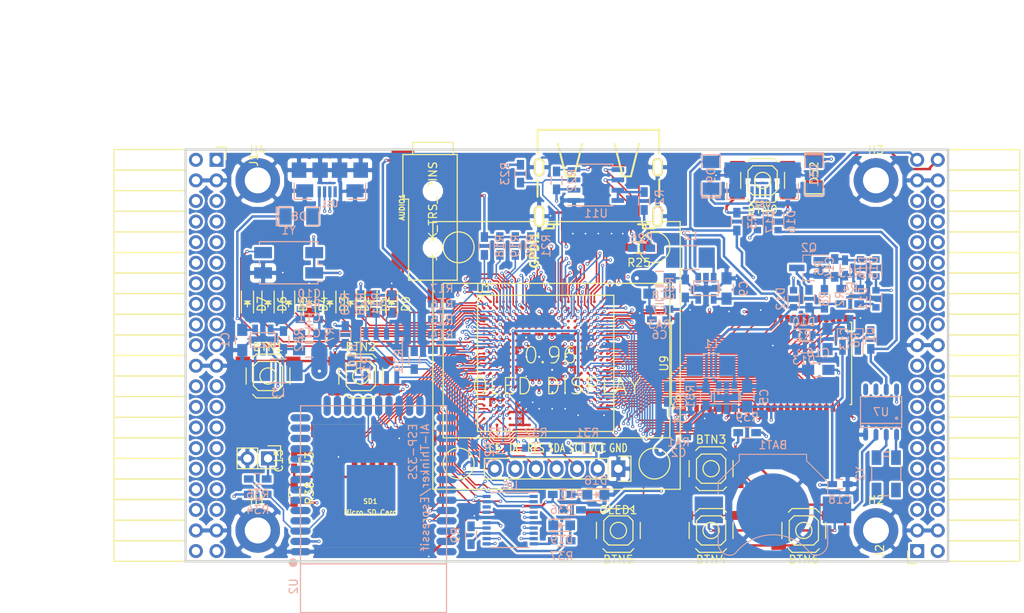
<source format=kicad_pcb>
(kicad_pcb (version 4) (host pcbnew 4.0.5+dfsg1-4)
  (layers (0 F.Cu signal) (1 In1.Cu signal) (2 In2.Cu signal) (31 B.Cu signal) (34 B.Paste user) (35 F.Paste user) (36 B.SilkS user) (37 F.SilkS user) (38 B.Mask user) (39 F.Mask user) (44 Edge.Cuts user))
  (net 0 "")
  (net 1 GND)
  (net 2 +5V)
  (net 3 /gpio/IN5V)
  (net 4 /gpio/OUT5V)
  (net 5 +3V3)
  (net 6 "Net-(L1-Pad1)")
  (net 7 "Net-(L2-Pad1)")
  (net 8 +1V2)
  (net 9 BTN_D)
  (net 10 BTN_F1)
  (net 11 BTN_F2)
  (net 12 BTN_L)
  (net 13 BTN_R)
  (net 14 BTN_U)
  (net 15 /power/FB1)
  (net 16 +2V5)
  (net 17 "Net-(L3-Pad1)")
  (net 18 /power/PWREN)
  (net 19 /power/FB3)
  (net 20 /power/FB2)
  (net 21 "Net-(D9-Pad1)")
  (net 22 /power/VBAT)
  (net 23 JTAG_TDI)
  (net 24 JTAG_TCK)
  (net 25 JTAG_TMS)
  (net 26 JTAG_TDO)
  (net 27 /power/WAKEUPn)
  (net 28 /power/WKUP)
  (net 29 /power/SHUT)
  (net 30 /power/WAKE)
  (net 31 /power/HOLD)
  (net 32 /power/WKn)
  (net 33 /power/OSCI_32k)
  (net 34 /power/OSCO_32k)
  (net 35 "Net-(Q2-Pad3)")
  (net 36 SHUTDOWN)
  (net 37 /analog/AUDIO_L)
  (net 38 /analog/AUDIO_R)
  (net 39 GPDI_5V_SCL)
  (net 40 GPDI_5V_SDA)
  (net 41 GPDI_SDA)
  (net 42 GPDI_SCL)
  (net 43 /gpdi/VREF2)
  (net 44 SD_CMD)
  (net 45 SD_CLK)
  (net 46 SD_D0)
  (net 47 SD_D1)
  (net 48 USB5V)
  (net 49 "Net-(BTN0-Pad1)")
  (net 50 GPDI_CEC)
  (net 51 nRESET)
  (net 52 FTDI_nDTR)
  (net 53 SDRAM_CKE)
  (net 54 SDRAM_A7)
  (net 55 SDRAM_D15)
  (net 56 SDRAM_BA1)
  (net 57 SDRAM_D7)
  (net 58 SDRAM_A6)
  (net 59 SDRAM_CLK)
  (net 60 SDRAM_D13)
  (net 61 SDRAM_BA0)
  (net 62 SDRAM_D6)
  (net 63 SDRAM_A5)
  (net 64 SDRAM_D14)
  (net 65 SDRAM_A11)
  (net 66 SDRAM_D12)
  (net 67 SDRAM_D5)
  (net 68 SDRAM_A4)
  (net 69 SDRAM_A10)
  (net 70 SDRAM_D11)
  (net 71 SDRAM_A3)
  (net 72 SDRAM_D4)
  (net 73 SDRAM_D10)
  (net 74 SDRAM_D9)
  (net 75 SDRAM_A9)
  (net 76 SDRAM_D3)
  (net 77 SDRAM_D8)
  (net 78 SDRAM_A8)
  (net 79 SDRAM_A2)
  (net 80 SDRAM_A1)
  (net 81 SDRAM_A0)
  (net 82 SDRAM_D2)
  (net 83 SDRAM_D1)
  (net 84 SDRAM_D0)
  (net 85 SDRAM_DQM0)
  (net 86 SDRAM_nCS)
  (net 87 SDRAM_nRAS)
  (net 88 SDRAM_DQM1)
  (net 89 SDRAM_nCAS)
  (net 90 SDRAM_nWE)
  (net 91 /flash/FLASH_nWP)
  (net 92 /flash/FLASH_nHOLD)
  (net 93 /flash/FLASH_MOSI)
  (net 94 /flash/FLASH_MISO)
  (net 95 /flash/FLASH_SCK)
  (net 96 /flash/FLASH_nCS)
  (net 97 /flash/FPGA_PROGRAMN)
  (net 98 /flash/FPGA_DONE)
  (net 99 /flash/FPGA_INITN)
  (net 100 OLED_RES)
  (net 101 OLED_DC)
  (net 102 OLED_CS)
  (net 103 WIFI_EN)
  (net 104 FTDI_nRTS)
  (net 105 FTDI_TXD)
  (net 106 FTDI_RXD)
  (net 107 WIFI_RXD)
  (net 108 WIFI_GPIO0)
  (net 109 WIFI_TXD)
  (net 110 GPDI_ETH-)
  (net 111 GPDI_ETH+)
  (net 112 GPDI_D2+)
  (net 113 GPDI_D2-)
  (net 114 GPDI_D1+)
  (net 115 GPDI_D1-)
  (net 116 GPDI_D0+)
  (net 117 GPDI_D0-)
  (net 118 GPDI_CLK+)
  (net 119 GPDI_CLK-)
  (net 120 USB_FTDI_D+)
  (net 121 USB_FTDI_D-)
  (net 122 J1_17-)
  (net 123 J1_17+)
  (net 124 J1_23-)
  (net 125 J1_23+)
  (net 126 J1_25-)
  (net 127 J1_25+)
  (net 128 J1_27-)
  (net 129 J1_27+)
  (net 130 J1_29-)
  (net 131 J1_29+)
  (net 132 J1_31-)
  (net 133 J1_31+)
  (net 134 J1_33-)
  (net 135 J1_33+)
  (net 136 J1_35-)
  (net 137 J1_35+)
  (net 138 J2_5-)
  (net 139 J2_5+)
  (net 140 J2_7-)
  (net 141 J2_7+)
  (net 142 J2_9-)
  (net 143 J2_9+)
  (net 144 J2_13-)
  (net 145 J2_13+)
  (net 146 J2_17-)
  (net 147 J2_17+)
  (net 148 J2_11-)
  (net 149 J2_11+)
  (net 150 J2_23-)
  (net 151 J2_23+)
  (net 152 J1_5-)
  (net 153 J1_5+)
  (net 154 J1_7-)
  (net 155 J1_7+)
  (net 156 J1_9-)
  (net 157 J1_9+)
  (net 158 J1_11-)
  (net 159 J1_11+)
  (net 160 J1_13-)
  (net 161 J1_13+)
  (net 162 J1_15-)
  (net 163 J1_15+)
  (net 164 J2_15-)
  (net 165 J2_15+)
  (net 166 J2_25-)
  (net 167 J2_25+)
  (net 168 J2_27-)
  (net 169 J2_27+)
  (net 170 J2_29-)
  (net 171 J2_29+)
  (net 172 J2_31-)
  (net 173 J2_31+)
  (net 174 J2_33-)
  (net 175 J2_33+)
  (net 176 J2_35-)
  (net 177 J2_35+)
  (net 178 SD_D3)
  (net 179 AUDIO_L3)
  (net 180 AUDIO_L2)
  (net 181 AUDIO_L1)
  (net 182 AUDIO_L0)
  (net 183 AUDIO_R3)
  (net 184 AUDIO_R2)
  (net 185 AUDIO_R1)
  (net 186 AUDIO_R0)
  (net 187 OLED_CLK)
  (net 188 OLED_MOSI)
  (net 189 LED0)
  (net 190 LED1)
  (net 191 LED2)
  (net 192 LED3)
  (net 193 LED4)
  (net 194 LED5)
  (net 195 LED6)
  (net 196 LED7)
  (net 197 BTN_PWRn)
  (net 198 "Net-(J3-Pad1)")
  (net 199 FTDI_nTXLED)
  (net 200 FTDI_nSLEEP)
  (net 201 /blinkey/LED_PWREN)
  (net 202 /blinkey/LED_TXLED)
  (net 203 FT3V3)
  (net 204 /sdcard/SD3V3)
  (net 205 SD_D2)
  (net 206 FTDI_nSUSPEND)
  (net 207 CLK_25MHz)
  (net 208 /blinkey/BTNPUL)
  (net 209 /blinkey/BTNPUR)
  (module lfe5bg381:BGA-381_pitch0.8mm_dia0.4mm (layer F.Cu) (at 138.48 87.8)
    (fp_text reference U1 (at -7.6 -9.2) (layer F.SilkS))
    (fp_text value LFE5U-25F-6BG381C)
    (pad A2 smd circle (at -6.8 -7.6) (size 0.35 0.35) (layers F.Cu F.Paste F.Mask) (net 129 J1_27+))
    (pad A3 smd circle (at -6 -7.6) (size 0.35 0.35) (layers F.Cu F.Paste F.Mask) (net 183 AUDIO_R3))
    (pad A4 smd circle (at -5.2 -7.6) (size 0.35 0.35) (layers F.Cu F.Paste F.Mask) (net 127 J1_25+))
    (pad A5 smd circle (at -4.4 -7.6) (size 0.35 0.35) (layers F.Cu F.Paste F.Mask) (net 126 J1_25-))
    (pad A6 smd circle (at -3.6 -7.6) (size 0.35 0.35) (layers F.Cu F.Paste F.Mask) (net 125 J1_23+))
    (pad A7 smd circle (at -2.8 -7.6) (size 0.35 0.35) (layers F.Cu F.Paste F.Mask) (net 161 J1_13+))
    (pad A8 smd circle (at -2 -7.6) (size 0.35 0.35) (layers F.Cu F.Paste F.Mask) (net 160 J1_13-))
    (pad A9 smd circle (at -1.2 -7.6) (size 0.35 0.35) (layers F.Cu F.Paste F.Mask) (net 156 J1_9-))
    (pad A10 smd circle (at -0.4 -7.6) (size 0.35 0.35) (layers F.Cu F.Paste F.Mask) (net 155 J1_7+))
    (pad A11 smd circle (at 0.4 -7.6) (size 0.35 0.35) (layers F.Cu F.Paste F.Mask) (net 154 J1_7-))
    (pad A12 smd circle (at 1.2 -7.6) (size 0.35 0.35) (layers F.Cu F.Paste F.Mask) (net 111 GPDI_ETH+))
    (pad A13 smd circle (at 2 -7.6) (size 0.35 0.35) (layers F.Cu F.Paste F.Mask) (net 110 GPDI_ETH-))
    (pad A14 smd circle (at 2.8 -7.6) (size 0.35 0.35) (layers F.Cu F.Paste F.Mask) (net 112 GPDI_D2+))
    (pad A15 smd circle (at 3.6 -7.6) (size 0.35 0.35) (layers F.Cu F.Paste F.Mask))
    (pad A16 smd circle (at 4.4 -7.6) (size 0.35 0.35) (layers F.Cu F.Paste F.Mask) (net 114 GPDI_D1+))
    (pad A17 smd circle (at 5.2 -7.6) (size 0.35 0.35) (layers F.Cu F.Paste F.Mask) (net 116 GPDI_D0+))
    (pad A18 smd circle (at 6 -7.6) (size 0.35 0.35) (layers F.Cu F.Paste F.Mask) (net 118 GPDI_CLK+))
    (pad A19 smd circle (at 6.8 -7.6) (size 0.35 0.35) (layers F.Cu F.Paste F.Mask) (net 50 GPDI_CEC))
    (pad B1 smd circle (at -7.6 -6.8) (size 0.35 0.35) (layers F.Cu F.Paste F.Mask) (net 128 J1_27-))
    (pad B2 smd circle (at -6.8 -6.8) (size 0.35 0.35) (layers F.Cu F.Paste F.Mask) (net 189 LED0))
    (pad B3 smd circle (at -6 -6.8) (size 0.35 0.35) (layers F.Cu F.Paste F.Mask) (net 182 AUDIO_L0))
    (pad B4 smd circle (at -5.2 -6.8) (size 0.35 0.35) (layers F.Cu F.Paste F.Mask) (net 130 J1_29-))
    (pad B5 smd circle (at -4.4 -6.8) (size 0.35 0.35) (layers F.Cu F.Paste F.Mask) (net 184 AUDIO_R2))
    (pad B6 smd circle (at -3.6 -6.8) (size 0.35 0.35) (layers F.Cu F.Paste F.Mask) (net 124 J1_23-))
    (pad B7 smd circle (at -2.8 -6.8) (size 0.35 0.35) (layers F.Cu F.Paste F.Mask) (net 1 GND))
    (pad B8 smd circle (at -2 -6.8) (size 0.35 0.35) (layers F.Cu F.Paste F.Mask) (net 162 J1_15-))
    (pad B9 smd circle (at -1.2 -6.8) (size 0.35 0.35) (layers F.Cu F.Paste F.Mask) (net 159 J1_11+))
    (pad B10 smd circle (at -0.4 -6.8) (size 0.35 0.35) (layers F.Cu F.Paste F.Mask) (net 157 J1_9+))
    (pad B11 smd circle (at 0.4 -6.8) (size 0.35 0.35) (layers F.Cu F.Paste F.Mask) (net 153 J1_5+))
    (pad B12 smd circle (at 1.2 -6.8) (size 0.35 0.35) (layers F.Cu F.Paste F.Mask))
    (pad B13 smd circle (at 2 -6.8) (size 0.35 0.35) (layers F.Cu F.Paste F.Mask) (net 175 J2_33+))
    (pad B14 smd circle (at 2.8 -6.8) (size 0.35 0.35) (layers F.Cu F.Paste F.Mask) (net 1 GND))
    (pad B15 smd circle (at 3.6 -6.8) (size 0.35 0.35) (layers F.Cu F.Paste F.Mask) (net 173 J2_31+))
    (pad B16 smd circle (at 4.4 -6.8) (size 0.35 0.35) (layers F.Cu F.Paste F.Mask) (net 115 GPDI_D1-))
    (pad B17 smd circle (at 5.2 -6.8) (size 0.35 0.35) (layers F.Cu F.Paste F.Mask) (net 169 J2_27+))
    (pad B18 smd circle (at 6 -6.8) (size 0.35 0.35) (layers F.Cu F.Paste F.Mask) (net 117 GPDI_D0-))
    (pad B19 smd circle (at 6.8 -6.8) (size 0.35 0.35) (layers F.Cu F.Paste F.Mask) (net 119 GPDI_CLK-))
    (pad B20 smd circle (at 7.6 -6.8) (size 0.35 0.35) (layers F.Cu F.Paste F.Mask) (net 41 GPDI_SDA))
    (pad C1 smd circle (at -7.6 -6) (size 0.35 0.35) (layers F.Cu F.Paste F.Mask) (net 191 LED2))
    (pad C2 smd circle (at -6.8 -6) (size 0.35 0.35) (layers F.Cu F.Paste F.Mask) (net 190 LED1))
    (pad C3 smd circle (at -6 -6) (size 0.35 0.35) (layers F.Cu F.Paste F.Mask) (net 181 AUDIO_L1))
    (pad C4 smd circle (at -5.2 -6) (size 0.35 0.35) (layers F.Cu F.Paste F.Mask) (net 131 J1_29+))
    (pad C5 smd circle (at -4.4 -6) (size 0.35 0.35) (layers F.Cu F.Paste F.Mask) (net 186 AUDIO_R0))
    (pad C6 smd circle (at -3.6 -6) (size 0.35 0.35) (layers F.Cu F.Paste F.Mask) (net 123 J1_17+))
    (pad C7 smd circle (at -2.8 -6) (size 0.35 0.35) (layers F.Cu F.Paste F.Mask) (net 122 J1_17-))
    (pad C8 smd circle (at -2 -6) (size 0.35 0.35) (layers F.Cu F.Paste F.Mask) (net 163 J1_15+))
    (pad C9 smd circle (at -1.2 -6) (size 0.35 0.35) (layers F.Cu F.Paste F.Mask))
    (pad C10 smd circle (at -0.4 -6) (size 0.35 0.35) (layers F.Cu F.Paste F.Mask) (net 158 J1_11-))
    (pad C11 smd circle (at 0.4 -6) (size 0.35 0.35) (layers F.Cu F.Paste F.Mask) (net 152 J1_5-))
    (pad C12 smd circle (at 1.2 -6) (size 0.35 0.35) (layers F.Cu F.Paste F.Mask) (net 42 GPDI_SCL))
    (pad C13 smd circle (at 2 -6) (size 0.35 0.35) (layers F.Cu F.Paste F.Mask) (net 174 J2_33-))
    (pad C14 smd circle (at 2.8 -6) (size 0.35 0.35) (layers F.Cu F.Paste F.Mask) (net 113 GPDI_D2-))
    (pad C15 smd circle (at 3.6 -6) (size 0.35 0.35) (layers F.Cu F.Paste F.Mask) (net 172 J2_31-))
    (pad C16 smd circle (at 4.4 -6) (size 0.35 0.35) (layers F.Cu F.Paste F.Mask) (net 171 J2_29+))
    (pad C17 smd circle (at 5.2 -6) (size 0.35 0.35) (layers F.Cu F.Paste F.Mask) (net 168 J2_27-))
    (pad C18 smd circle (at 6 -6) (size 0.35 0.35) (layers F.Cu F.Paste F.Mask) (net 151 J2_23+))
    (pad C19 smd circle (at 6.8 -6) (size 0.35 0.35) (layers F.Cu F.Paste F.Mask) (net 1 GND))
    (pad C20 smd circle (at 7.6 -6) (size 0.35 0.35) (layers F.Cu F.Paste F.Mask) (net 55 SDRAM_D15))
    (pad D1 smd circle (at -7.6 -5.2) (size 0.35 0.35) (layers F.Cu F.Paste F.Mask) (net 193 LED4))
    (pad D2 smd circle (at -6.8 -5.2) (size 0.35 0.35) (layers F.Cu F.Paste F.Mask) (net 192 LED3))
    (pad D3 smd circle (at -6 -5.2) (size 0.35 0.35) (layers F.Cu F.Paste F.Mask) (net 180 AUDIO_L2))
    (pad D4 smd circle (at -5.2 -5.2) (size 0.35 0.35) (layers F.Cu F.Paste F.Mask) (net 1 GND))
    (pad D5 smd circle (at -4.4 -5.2) (size 0.35 0.35) (layers F.Cu F.Paste F.Mask) (net 185 AUDIO_R1))
    (pad D6 smd circle (at -3.6 -5.2) (size 0.35 0.35) (layers F.Cu F.Paste F.Mask) (net 197 BTN_PWRn))
    (pad D7 smd circle (at -2.8 -5.2) (size 0.35 0.35) (layers F.Cu F.Paste F.Mask))
    (pad D8 smd circle (at -2 -5.2) (size 0.35 0.35) (layers F.Cu F.Paste F.Mask))
    (pad D9 smd circle (at -1.2 -5.2) (size 0.35 0.35) (layers F.Cu F.Paste F.Mask))
    (pad D10 smd circle (at -0.4 -5.2) (size 0.35 0.35) (layers F.Cu F.Paste F.Mask))
    (pad D11 smd circle (at 0.4 -5.2) (size 0.35 0.35) (layers F.Cu F.Paste F.Mask))
    (pad D12 smd circle (at 1.2 -5.2) (size 0.35 0.35) (layers F.Cu F.Paste F.Mask))
    (pad D13 smd circle (at 2 -5.2) (size 0.35 0.35) (layers F.Cu F.Paste F.Mask) (net 177 J2_35+))
    (pad D14 smd circle (at 2.8 -5.2) (size 0.35 0.35) (layers F.Cu F.Paste F.Mask))
    (pad D15 smd circle (at 3.6 -5.2) (size 0.35 0.35) (layers F.Cu F.Paste F.Mask) (net 167 J2_25+))
    (pad D16 smd circle (at 4.4 -5.2) (size 0.35 0.35) (layers F.Cu F.Paste F.Mask) (net 170 J2_29-))
    (pad D17 smd circle (at 5.2 -5.2) (size 0.35 0.35) (layers F.Cu F.Paste F.Mask) (net 150 J2_23-))
    (pad D18 smd circle (at 6 -5.2) (size 0.35 0.35) (layers F.Cu F.Paste F.Mask) (net 147 J2_17+))
    (pad D19 smd circle (at 6.8 -5.2) (size 0.35 0.35) (layers F.Cu F.Paste F.Mask) (net 64 SDRAM_D14))
    (pad D20 smd circle (at 7.6 -5.2) (size 0.35 0.35) (layers F.Cu F.Paste F.Mask) (net 60 SDRAM_D13))
    (pad E1 smd circle (at -7.6 -4.4) (size 0.35 0.35) (layers F.Cu F.Paste F.Mask) (net 195 LED6))
    (pad E2 smd circle (at -6.8 -4.4) (size 0.35 0.35) (layers F.Cu F.Paste F.Mask) (net 194 LED5))
    (pad E3 smd circle (at -6 -4.4) (size 0.35 0.35) (layers F.Cu F.Paste F.Mask) (net 132 J1_31-))
    (pad E4 smd circle (at -5.2 -4.4) (size 0.35 0.35) (layers F.Cu F.Paste F.Mask) (net 179 AUDIO_L3))
    (pad E5 smd circle (at -4.4 -4.4) (size 0.35 0.35) (layers F.Cu F.Paste F.Mask))
    (pad E6 smd circle (at -3.6 -4.4) (size 0.35 0.35) (layers F.Cu F.Paste F.Mask))
    (pad E7 smd circle (at -2.8 -4.4) (size 0.35 0.35) (layers F.Cu F.Paste F.Mask))
    (pad E8 smd circle (at -2 -4.4) (size 0.35 0.35) (layers F.Cu F.Paste F.Mask))
    (pad E9 smd circle (at -1.2 -4.4) (size 0.35 0.35) (layers F.Cu F.Paste F.Mask))
    (pad E10 smd circle (at -0.4 -4.4) (size 0.35 0.35) (layers F.Cu F.Paste F.Mask))
    (pad E11 smd circle (at 0.4 -4.4) (size 0.35 0.35) (layers F.Cu F.Paste F.Mask))
    (pad E12 smd circle (at 1.2 -4.4) (size 0.35 0.35) (layers F.Cu F.Paste F.Mask))
    (pad E13 smd circle (at 2 -4.4) (size 0.35 0.35) (layers F.Cu F.Paste F.Mask) (net 176 J2_35-))
    (pad E14 smd circle (at 2.8 -4.4) (size 0.35 0.35) (layers F.Cu F.Paste F.Mask))
    (pad E15 smd circle (at 3.6 -4.4) (size 0.35 0.35) (layers F.Cu F.Paste F.Mask) (net 166 J2_25-))
    (pad E16 smd circle (at 4.4 -4.4) (size 0.35 0.35) (layers F.Cu F.Paste F.Mask))
    (pad E17 smd circle (at 5.2 -4.4) (size 0.35 0.35) (layers F.Cu F.Paste F.Mask) (net 146 J2_17-))
    (pad E18 smd circle (at 6 -4.4) (size 0.35 0.35) (layers F.Cu F.Paste F.Mask) (net 72 SDRAM_D4))
    (pad E19 smd circle (at 6.8 -4.4) (size 0.35 0.35) (layers F.Cu F.Paste F.Mask) (net 66 SDRAM_D12))
    (pad E20 smd circle (at 7.6 -4.4) (size 0.35 0.35) (layers F.Cu F.Paste F.Mask) (net 70 SDRAM_D11))
    (pad F1 smd circle (at -7.6 -3.6) (size 0.35 0.35) (layers F.Cu F.Paste F.Mask))
    (pad F2 smd circle (at -6.8 -3.6) (size 0.35 0.35) (layers F.Cu F.Paste F.Mask) (net 207 CLK_25MHz))
    (pad F3 smd circle (at -6 -3.6) (size 0.35 0.35) (layers F.Cu F.Paste F.Mask) (net 134 J1_33-))
    (pad F4 smd circle (at -5.2 -3.6) (size 0.35 0.35) (layers F.Cu F.Paste F.Mask) (net 133 J1_31+))
    (pad F5 smd circle (at -4.4 -3.6) (size 0.35 0.35) (layers F.Cu F.Paste F.Mask))
    (pad F6 smd circle (at -3.6 -3.6) (size 0.35 0.35) (layers F.Cu F.Paste F.Mask) (net 16 +2V5))
    (pad F7 smd circle (at -2.8 -3.6) (size 0.35 0.35) (layers F.Cu F.Paste F.Mask) (net 1 GND))
    (pad F8 smd circle (at -2 -3.6) (size 0.35 0.35) (layers F.Cu F.Paste F.Mask) (net 1 GND))
    (pad F9 smd circle (at -1.2 -3.6) (size 0.35 0.35) (layers F.Cu F.Paste F.Mask) (net 5 +3V3))
    (pad F10 smd circle (at -0.4 -3.6) (size 0.35 0.35) (layers F.Cu F.Paste F.Mask) (net 5 +3V3))
    (pad F11 smd circle (at 0.4 -3.6) (size 0.35 0.35) (layers F.Cu F.Paste F.Mask) (net 5 +3V3))
    (pad F12 smd circle (at 1.2 -3.6) (size 0.35 0.35) (layers F.Cu F.Paste F.Mask) (net 5 +3V3))
    (pad F13 smd circle (at 2 -3.6) (size 0.35 0.35) (layers F.Cu F.Paste F.Mask) (net 1 GND))
    (pad F14 smd circle (at 2.8 -3.6) (size 0.35 0.35) (layers F.Cu F.Paste F.Mask) (net 1 GND))
    (pad F15 smd circle (at 3.6 -3.6) (size 0.35 0.35) (layers F.Cu F.Paste F.Mask) (net 16 +2V5))
    (pad F16 smd circle (at 4.4 -3.6) (size 0.35 0.35) (layers F.Cu F.Paste F.Mask))
    (pad F17 smd circle (at 5.2 -3.6) (size 0.35 0.35) (layers F.Cu F.Paste F.Mask) (net 165 J2_15+))
    (pad F18 smd circle (at 6 -3.6) (size 0.35 0.35) (layers F.Cu F.Paste F.Mask) (net 67 SDRAM_D5))
    (pad F19 smd circle (at 6.8 -3.6) (size 0.35 0.35) (layers F.Cu F.Paste F.Mask) (net 73 SDRAM_D10))
    (pad F20 smd circle (at 7.6 -3.6) (size 0.35 0.35) (layers F.Cu F.Paste F.Mask) (net 74 SDRAM_D9))
    (pad G1 smd circle (at -7.6 -2.8) (size 0.35 0.35) (layers F.Cu F.Paste F.Mask))
    (pad G2 smd circle (at -6.8 -2.8) (size 0.35 0.35) (layers F.Cu F.Paste F.Mask) (net 103 WIFI_EN))
    (pad G3 smd circle (at -6 -2.8) (size 0.35 0.35) (layers F.Cu F.Paste F.Mask) (net 135 J1_33+))
    (pad G4 smd circle (at -5.2 -2.8) (size 0.35 0.35) (layers F.Cu F.Paste F.Mask) (net 1 GND))
    (pad G5 smd circle (at -4.4 -2.8) (size 0.35 0.35) (layers F.Cu F.Paste F.Mask) (net 136 J1_35-))
    (pad G6 smd circle (at -3.6 -2.8) (size 0.35 0.35) (layers F.Cu F.Paste F.Mask) (net 1 GND))
    (pad G7 smd circle (at -2.8 -2.8) (size 0.35 0.35) (layers F.Cu F.Paste F.Mask) (net 1 GND))
    (pad G8 smd circle (at -2 -2.8) (size 0.35 0.35) (layers F.Cu F.Paste F.Mask) (net 1 GND))
    (pad G9 smd circle (at -1.2 -2.8) (size 0.35 0.35) (layers F.Cu F.Paste F.Mask) (net 1 GND))
    (pad G10 smd circle (at -0.4 -2.8) (size 0.35 0.35) (layers F.Cu F.Paste F.Mask) (net 1 GND))
    (pad G11 smd circle (at 0.4 -2.8) (size 0.35 0.35) (layers F.Cu F.Paste F.Mask) (net 1 GND))
    (pad G12 smd circle (at 1.2 -2.8) (size 0.35 0.35) (layers F.Cu F.Paste F.Mask) (net 1 GND))
    (pad G13 smd circle (at 2 -2.8) (size 0.35 0.35) (layers F.Cu F.Paste F.Mask) (net 1 GND))
    (pad G14 smd circle (at 2.8 -2.8) (size 0.35 0.35) (layers F.Cu F.Paste F.Mask) (net 1 GND))
    (pad G15 smd circle (at 3.6 -2.8) (size 0.35 0.35) (layers F.Cu F.Paste F.Mask) (net 1 GND))
    (pad G16 smd circle (at 4.4 -2.8) (size 0.35 0.35) (layers F.Cu F.Paste F.Mask))
    (pad G17 smd circle (at 5.2 -2.8) (size 0.35 0.35) (layers F.Cu F.Paste F.Mask) (net 1 GND))
    (pad G18 smd circle (at 6 -2.8) (size 0.35 0.35) (layers F.Cu F.Paste F.Mask) (net 164 J2_15-))
    (pad G19 smd circle (at 6.8 -2.8) (size 0.35 0.35) (layers F.Cu F.Paste F.Mask) (net 77 SDRAM_D8))
    (pad G20 smd circle (at 7.6 -2.8) (size 0.35 0.35) (layers F.Cu F.Paste F.Mask) (net 88 SDRAM_DQM1))
    (pad H1 smd circle (at -7.6 -2) (size 0.35 0.35) (layers F.Cu F.Paste F.Mask) (net 178 SD_D3))
    (pad H2 smd circle (at -6.8 -2) (size 0.35 0.35) (layers F.Cu F.Paste F.Mask) (net 205 SD_D2))
    (pad H3 smd circle (at -6 -2) (size 0.35 0.35) (layers F.Cu F.Paste F.Mask) (net 196 LED7))
    (pad H4 smd circle (at -5.2 -2) (size 0.35 0.35) (layers F.Cu F.Paste F.Mask) (net 137 J1_35+))
    (pad H5 smd circle (at -4.4 -2) (size 0.35 0.35) (layers F.Cu F.Paste F.Mask))
    (pad H6 smd circle (at -3.6 -2) (size 0.35 0.35) (layers F.Cu F.Paste F.Mask) (net 5 +3V3))
    (pad H7 smd circle (at -2.8 -2) (size 0.35 0.35) (layers F.Cu F.Paste F.Mask) (net 5 +3V3))
    (pad H8 smd circle (at -2 -2) (size 0.35 0.35) (layers F.Cu F.Paste F.Mask) (net 8 +1V2))
    (pad H9 smd circle (at -1.2 -2) (size 0.35 0.35) (layers F.Cu F.Paste F.Mask) (net 8 +1V2))
    (pad H10 smd circle (at -0.4 -2) (size 0.35 0.35) (layers F.Cu F.Paste F.Mask) (net 8 +1V2))
    (pad H11 smd circle (at 0.4 -2) (size 0.35 0.35) (layers F.Cu F.Paste F.Mask) (net 8 +1V2))
    (pad H12 smd circle (at 1.2 -2) (size 0.35 0.35) (layers F.Cu F.Paste F.Mask) (net 8 +1V2))
    (pad H13 smd circle (at 2 -2) (size 0.35 0.35) (layers F.Cu F.Paste F.Mask) (net 8 +1V2))
    (pad H14 smd circle (at 2.8 -2) (size 0.35 0.35) (layers F.Cu F.Paste F.Mask) (net 5 +3V3))
    (pad H15 smd circle (at 3.6 -2) (size 0.35 0.35) (layers F.Cu F.Paste F.Mask) (net 5 +3V3))
    (pad H16 smd circle (at 4.4 -2) (size 0.35 0.35) (layers F.Cu F.Paste F.Mask))
    (pad H17 smd circle (at 5.2 -2) (size 0.35 0.35) (layers F.Cu F.Paste F.Mask) (net 144 J2_13-))
    (pad H18 smd circle (at 6 -2) (size 0.35 0.35) (layers F.Cu F.Paste F.Mask) (net 145 J2_13+))
    (pad H19 smd circle (at 6.8 -2) (size 0.35 0.35) (layers F.Cu F.Paste F.Mask) (net 1 GND))
    (pad H20 smd circle (at 7.6 -2) (size 0.35 0.35) (layers F.Cu F.Paste F.Mask) (net 59 SDRAM_CLK))
    (pad J1 smd circle (at -7.6 -1.2) (size 0.35 0.35) (layers F.Cu F.Paste F.Mask) (net 45 SD_CLK))
    (pad J2 smd circle (at -6.8 -1.2) (size 0.35 0.35) (layers F.Cu F.Paste F.Mask) (net 1 GND))
    (pad J3 smd circle (at -6 -1.2) (size 0.35 0.35) (layers F.Cu F.Paste F.Mask) (net 44 SD_CMD))
    (pad J4 smd circle (at -5.2 -1.2) (size 0.35 0.35) (layers F.Cu F.Paste F.Mask))
    (pad J5 smd circle (at -4.4 -1.2) (size 0.35 0.35) (layers F.Cu F.Paste F.Mask))
    (pad J6 smd circle (at -3.6 -1.2) (size 0.35 0.35) (layers F.Cu F.Paste F.Mask) (net 5 +3V3))
    (pad J7 smd circle (at -2.8 -1.2) (size 0.35 0.35) (layers F.Cu F.Paste F.Mask) (net 1 GND))
    (pad J8 smd circle (at -2 -1.2) (size 0.35 0.35) (layers F.Cu F.Paste F.Mask) (net 8 +1V2))
    (pad J9 smd circle (at -1.2 -1.2) (size 0.35 0.35) (layers F.Cu F.Paste F.Mask) (net 1 GND))
    (pad J10 smd circle (at -0.4 -1.2) (size 0.35 0.35) (layers F.Cu F.Paste F.Mask) (net 1 GND))
    (pad J11 smd circle (at 0.4 -1.2) (size 0.35 0.35) (layers F.Cu F.Paste F.Mask) (net 1 GND))
    (pad J12 smd circle (at 1.2 -1.2) (size 0.35 0.35) (layers F.Cu F.Paste F.Mask) (net 1 GND))
    (pad J13 smd circle (at 2 -1.2) (size 0.35 0.35) (layers F.Cu F.Paste F.Mask) (net 8 +1V2))
    (pad J14 smd circle (at 2.8 -1.2) (size 0.35 0.35) (layers F.Cu F.Paste F.Mask) (net 1 GND))
    (pad J15 smd circle (at 3.6 -1.2) (size 0.35 0.35) (layers F.Cu F.Paste F.Mask) (net 5 +3V3))
    (pad J16 smd circle (at 4.4 -1.2) (size 0.35 0.35) (layers F.Cu F.Paste F.Mask))
    (pad J17 smd circle (at 5.2 -1.2) (size 0.35 0.35) (layers F.Cu F.Paste F.Mask))
    (pad J18 smd circle (at 6 -1.2) (size 0.35 0.35) (layers F.Cu F.Paste F.Mask) (net 76 SDRAM_D3))
    (pad J19 smd circle (at 6.8 -1.2) (size 0.35 0.35) (layers F.Cu F.Paste F.Mask) (net 53 SDRAM_CKE))
    (pad J20 smd circle (at 7.6 -1.2) (size 0.35 0.35) (layers F.Cu F.Paste F.Mask) (net 65 SDRAM_A11))
    (pad K1 smd circle (at -7.6 -0.4) (size 0.35 0.35) (layers F.Cu F.Paste F.Mask) (net 47 SD_D1))
    (pad K2 smd circle (at -6.8 -0.4) (size 0.35 0.35) (layers F.Cu F.Paste F.Mask) (net 46 SD_D0))
    (pad K3 smd circle (at -6 -0.4) (size 0.35 0.35) (layers F.Cu F.Paste F.Mask) (net 107 WIFI_RXD))
    (pad K4 smd circle (at -5.2 -0.4) (size 0.35 0.35) (layers F.Cu F.Paste F.Mask) (net 109 WIFI_TXD))
    (pad K5 smd circle (at -4.4 -0.4) (size 0.35 0.35) (layers F.Cu F.Paste F.Mask))
    (pad K6 smd circle (at -3.6 -0.4) (size 0.35 0.35) (layers F.Cu F.Paste F.Mask) (net 1 GND))
    (pad K7 smd circle (at -2.8 -0.4) (size 0.35 0.35) (layers F.Cu F.Paste F.Mask) (net 1 GND))
    (pad K8 smd circle (at -2 -0.4) (size 0.35 0.35) (layers F.Cu F.Paste F.Mask) (net 8 +1V2))
    (pad K9 smd circle (at -1.2 -0.4) (size 0.35 0.35) (layers F.Cu F.Paste F.Mask) (net 1 GND))
    (pad K10 smd circle (at -0.4 -0.4) (size 0.35 0.35) (layers F.Cu F.Paste F.Mask) (net 1 GND))
    (pad K11 smd circle (at 0.4 -0.4) (size 0.35 0.35) (layers F.Cu F.Paste F.Mask) (net 1 GND))
    (pad K12 smd circle (at 1.2 -0.4) (size 0.35 0.35) (layers F.Cu F.Paste F.Mask) (net 1 GND))
    (pad K13 smd circle (at 2 -0.4) (size 0.35 0.35) (layers F.Cu F.Paste F.Mask) (net 8 +1V2))
    (pad K14 smd circle (at 2.8 -0.4) (size 0.35 0.35) (layers F.Cu F.Paste F.Mask) (net 1 GND))
    (pad K15 smd circle (at 3.6 -0.4) (size 0.35 0.35) (layers F.Cu F.Paste F.Mask) (net 1 GND))
    (pad K16 smd circle (at 4.4 -0.4) (size 0.35 0.35) (layers F.Cu F.Paste F.Mask))
    (pad K17 smd circle (at 5.2 -0.4) (size 0.35 0.35) (layers F.Cu F.Paste F.Mask))
    (pad K18 smd circle (at 6 -0.4) (size 0.35 0.35) (layers F.Cu F.Paste F.Mask) (net 82 SDRAM_D2))
    (pad K19 smd circle (at 6.8 -0.4) (size 0.35 0.35) (layers F.Cu F.Paste F.Mask) (net 75 SDRAM_A9))
    (pad K20 smd circle (at 7.6 -0.4) (size 0.35 0.35) (layers F.Cu F.Paste F.Mask) (net 78 SDRAM_A8))
    (pad L1 smd circle (at -7.6 0.4) (size 0.35 0.35) (layers F.Cu F.Paste F.Mask))
    (pad L2 smd circle (at -6.8 0.4) (size 0.35 0.35) (layers F.Cu F.Paste F.Mask) (net 108 WIFI_GPIO0))
    (pad L3 smd circle (at -6 0.4) (size 0.35 0.35) (layers F.Cu F.Paste F.Mask))
    (pad L4 smd circle (at -5.2 0.4) (size 0.35 0.35) (layers F.Cu F.Paste F.Mask) (net 106 FTDI_RXD))
    (pad L5 smd circle (at -4.4 0.4) (size 0.35 0.35) (layers F.Cu F.Paste F.Mask))
    (pad L6 smd circle (at -3.6 0.4) (size 0.35 0.35) (layers F.Cu F.Paste F.Mask) (net 5 +3V3))
    (pad L7 smd circle (at -2.8 0.4) (size 0.35 0.35) (layers F.Cu F.Paste F.Mask) (net 5 +3V3))
    (pad L8 smd circle (at -2 0.4) (size 0.35 0.35) (layers F.Cu F.Paste F.Mask) (net 8 +1V2))
    (pad L9 smd circle (at -1.2 0.4) (size 0.35 0.35) (layers F.Cu F.Paste F.Mask) (net 1 GND))
    (pad L10 smd circle (at -0.4 0.4) (size 0.35 0.35) (layers F.Cu F.Paste F.Mask) (net 1 GND))
    (pad L11 smd circle (at 0.4 0.4) (size 0.35 0.35) (layers F.Cu F.Paste F.Mask) (net 1 GND))
    (pad L12 smd circle (at 1.2 0.4) (size 0.35 0.35) (layers F.Cu F.Paste F.Mask) (net 1 GND))
    (pad L13 smd circle (at 2 0.4) (size 0.35 0.35) (layers F.Cu F.Paste F.Mask) (net 8 +1V2))
    (pad L14 smd circle (at 2.8 0.4) (size 0.35 0.35) (layers F.Cu F.Paste F.Mask) (net 5 +3V3))
    (pad L15 smd circle (at 3.6 0.4) (size 0.35 0.35) (layers F.Cu F.Paste F.Mask) (net 5 +3V3))
    (pad L16 smd circle (at 4.4 0.4) (size 0.35 0.35) (layers F.Cu F.Paste F.Mask) (net 149 J2_11+))
    (pad L17 smd circle (at 5.2 0.4) (size 0.35 0.35) (layers F.Cu F.Paste F.Mask) (net 148 J2_11-))
    (pad L18 smd circle (at 6 0.4) (size 0.35 0.35) (layers F.Cu F.Paste F.Mask) (net 83 SDRAM_D1))
    (pad L19 smd circle (at 6.8 0.4) (size 0.35 0.35) (layers F.Cu F.Paste F.Mask) (net 54 SDRAM_A7))
    (pad L20 smd circle (at 7.6 0.4) (size 0.35 0.35) (layers F.Cu F.Paste F.Mask) (net 58 SDRAM_A6))
    (pad M1 smd circle (at -7.6 1.2) (size 0.35 0.35) (layers F.Cu F.Paste F.Mask) (net 105 FTDI_TXD))
    (pad M2 smd circle (at -6.8 1.2) (size 0.35 0.35) (layers F.Cu F.Paste F.Mask) (net 1 GND))
    (pad M3 smd circle (at -6 1.2) (size 0.35 0.35) (layers F.Cu F.Paste F.Mask) (net 104 FTDI_nRTS))
    (pad M4 smd circle (at -5.2 1.2) (size 0.35 0.35) (layers F.Cu F.Paste F.Mask))
    (pad M5 smd circle (at -4.4 1.2) (size 0.35 0.35) (layers F.Cu F.Paste F.Mask))
    (pad M6 smd circle (at -3.6 1.2) (size 0.35 0.35) (layers F.Cu F.Paste F.Mask) (net 5 +3V3))
    (pad M7 smd circle (at -2.8 1.2) (size 0.35 0.35) (layers F.Cu F.Paste F.Mask) (net 1 GND))
    (pad M8 smd circle (at -2 1.2) (size 0.35 0.35) (layers F.Cu F.Paste F.Mask) (net 8 +1V2))
    (pad M9 smd circle (at -1.2 1.2) (size 0.35 0.35) (layers F.Cu F.Paste F.Mask) (net 1 GND))
    (pad M10 smd circle (at -0.4 1.2) (size 0.35 0.35) (layers F.Cu F.Paste F.Mask) (net 1 GND))
    (pad M11 smd circle (at 0.4 1.2) (size 0.35 0.35) (layers F.Cu F.Paste F.Mask) (net 1 GND))
    (pad M12 smd circle (at 1.2 1.2) (size 0.35 0.35) (layers F.Cu F.Paste F.Mask) (net 1 GND))
    (pad M13 smd circle (at 2 1.2) (size 0.35 0.35) (layers F.Cu F.Paste F.Mask) (net 8 +1V2))
    (pad M14 smd circle (at 2.8 1.2) (size 0.35 0.35) (layers F.Cu F.Paste F.Mask) (net 1 GND))
    (pad M15 smd circle (at 3.6 1.2) (size 0.35 0.35) (layers F.Cu F.Paste F.Mask) (net 5 +3V3))
    (pad M16 smd circle (at 4.4 1.2) (size 0.35 0.35) (layers F.Cu F.Paste F.Mask) (net 1 GND))
    (pad M17 smd circle (at 5.2 1.2) (size 0.35 0.35) (layers F.Cu F.Paste F.Mask) (net 142 J2_9-))
    (pad M18 smd circle (at 6 1.2) (size 0.35 0.35) (layers F.Cu F.Paste F.Mask) (net 84 SDRAM_D0))
    (pad M19 smd circle (at 6.8 1.2) (size 0.35 0.35) (layers F.Cu F.Paste F.Mask) (net 63 SDRAM_A5))
    (pad M20 smd circle (at 7.6 1.2) (size 0.35 0.35) (layers F.Cu F.Paste F.Mask) (net 68 SDRAM_A4))
    (pad N1 smd circle (at -7.6 2) (size 0.35 0.35) (layers F.Cu F.Paste F.Mask) (net 52 FTDI_nDTR))
    (pad N2 smd circle (at -6.8 2) (size 0.35 0.35) (layers F.Cu F.Paste F.Mask) (net 102 OLED_CS))
    (pad N3 smd circle (at -6 2) (size 0.35 0.35) (layers F.Cu F.Paste F.Mask))
    (pad N4 smd circle (at -5.2 2) (size 0.35 0.35) (layers F.Cu F.Paste F.Mask))
    (pad N5 smd circle (at -4.4 2) (size 0.35 0.35) (layers F.Cu F.Paste F.Mask))
    (pad N6 smd circle (at -3.6 2) (size 0.35 0.35) (layers F.Cu F.Paste F.Mask) (net 1 GND))
    (pad N7 smd circle (at -2.8 2) (size 0.35 0.35) (layers F.Cu F.Paste F.Mask) (net 1 GND))
    (pad N8 smd circle (at -2 2) (size 0.35 0.35) (layers F.Cu F.Paste F.Mask) (net 8 +1V2))
    (pad N9 smd circle (at -1.2 2) (size 0.35 0.35) (layers F.Cu F.Paste F.Mask) (net 8 +1V2))
    (pad N10 smd circle (at -0.4 2) (size 0.35 0.35) (layers F.Cu F.Paste F.Mask) (net 8 +1V2))
    (pad N11 smd circle (at 0.4 2) (size 0.35 0.35) (layers F.Cu F.Paste F.Mask) (net 8 +1V2))
    (pad N12 smd circle (at 1.2 2) (size 0.35 0.35) (layers F.Cu F.Paste F.Mask) (net 8 +1V2))
    (pad N13 smd circle (at 2 2) (size 0.35 0.35) (layers F.Cu F.Paste F.Mask) (net 8 +1V2))
    (pad N14 smd circle (at 2.8 2) (size 0.35 0.35) (layers F.Cu F.Paste F.Mask) (net 1 GND))
    (pad N15 smd circle (at 3.6 2) (size 0.35 0.35) (layers F.Cu F.Paste F.Mask) (net 1 GND))
    (pad N16 smd circle (at 4.4 2) (size 0.35 0.35) (layers F.Cu F.Paste F.Mask) (net 143 J2_9+))
    (pad N17 smd circle (at 5.2 2) (size 0.35 0.35) (layers F.Cu F.Paste F.Mask) (net 141 J2_7+))
    (pad N18 smd circle (at 6 2) (size 0.35 0.35) (layers F.Cu F.Paste F.Mask) (net 62 SDRAM_D6))
    (pad N19 smd circle (at 6.8 2) (size 0.35 0.35) (layers F.Cu F.Paste F.Mask) (net 71 SDRAM_A3))
    (pad N20 smd circle (at 7.6 2) (size 0.35 0.35) (layers F.Cu F.Paste F.Mask) (net 79 SDRAM_A2))
    (pad P1 smd circle (at -7.6 2.8) (size 0.35 0.35) (layers F.Cu F.Paste F.Mask) (net 101 OLED_DC))
    (pad P2 smd circle (at -6.8 2.8) (size 0.35 0.35) (layers F.Cu F.Paste F.Mask) (net 100 OLED_RES))
    (pad P3 smd circle (at -6 2.8) (size 0.35 0.35) (layers F.Cu F.Paste F.Mask) (net 188 OLED_MOSI))
    (pad P4 smd circle (at -5.2 2.8) (size 0.35 0.35) (layers F.Cu F.Paste F.Mask) (net 187 OLED_CLK))
    (pad P5 smd circle (at -4.4 2.8) (size 0.35 0.35) (layers F.Cu F.Paste F.Mask))
    (pad P6 smd circle (at -3.6 2.8) (size 0.35 0.35) (layers F.Cu F.Paste F.Mask) (net 16 +2V5))
    (pad P7 smd circle (at -2.8 2.8) (size 0.35 0.35) (layers F.Cu F.Paste F.Mask) (net 1 GND))
    (pad P8 smd circle (at -2 2.8) (size 0.35 0.35) (layers F.Cu F.Paste F.Mask) (net 1 GND))
    (pad P9 smd circle (at -1.2 2.8) (size 0.35 0.35) (layers F.Cu F.Paste F.Mask) (net 5 +3V3))
    (pad P10 smd circle (at -0.4 2.8) (size 0.35 0.35) (layers F.Cu F.Paste F.Mask) (net 5 +3V3))
    (pad P11 smd circle (at 0.4 2.8) (size 0.35 0.35) (layers F.Cu F.Paste F.Mask) (net 1 GND))
    (pad P12 smd circle (at 1.2 2.8) (size 0.35 0.35) (layers F.Cu F.Paste F.Mask) (net 1 GND))
    (pad P13 smd circle (at 2 2.8) (size 0.35 0.35) (layers F.Cu F.Paste F.Mask) (net 1 GND))
    (pad P14 smd circle (at 2.8 2.8) (size 0.35 0.35) (layers F.Cu F.Paste F.Mask) (net 1 GND))
    (pad P15 smd circle (at 3.6 2.8) (size 0.35 0.35) (layers F.Cu F.Paste F.Mask) (net 16 +2V5))
    (pad P16 smd circle (at 4.4 2.8) (size 0.35 0.35) (layers F.Cu F.Paste F.Mask) (net 140 J2_7-))
    (pad P17 smd circle (at 5.2 2.8) (size 0.35 0.35) (layers F.Cu F.Paste F.Mask))
    (pad P18 smd circle (at 6 2.8) (size 0.35 0.35) (layers F.Cu F.Paste F.Mask) (net 57 SDRAM_D7))
    (pad P19 smd circle (at 6.8 2.8) (size 0.35 0.35) (layers F.Cu F.Paste F.Mask) (net 80 SDRAM_A1))
    (pad P20 smd circle (at 7.6 2.8) (size 0.35 0.35) (layers F.Cu F.Paste F.Mask) (net 81 SDRAM_A0))
    (pad R1 smd circle (at -7.6 3.6) (size 0.35 0.35) (layers F.Cu F.Paste F.Mask) (net 10 BTN_F1))
    (pad R2 smd circle (at -6.8 3.6) (size 0.35 0.35) (layers F.Cu F.Paste F.Mask) (net 96 /flash/FLASH_nCS))
    (pad R3 smd circle (at -6 3.6) (size 0.35 0.35) (layers F.Cu F.Paste F.Mask))
    (pad R4 smd circle (at -5.2 3.6) (size 0.35 0.35) (layers F.Cu F.Paste F.Mask) (net 1 GND))
    (pad R5 smd circle (at -4.4 3.6) (size 0.35 0.35) (layers F.Cu F.Paste F.Mask) (net 23 JTAG_TDI))
    (pad R16 smd circle (at 4.4 3.6) (size 0.35 0.35) (layers F.Cu F.Paste F.Mask))
    (pad R17 smd circle (at 5.2 3.6) (size 0.35 0.35) (layers F.Cu F.Paste F.Mask))
    (pad R18 smd circle (at 6 3.6) (size 0.35 0.35) (layers F.Cu F.Paste F.Mask) (net 85 SDRAM_DQM0))
    (pad R19 smd circle (at 6.8 3.6) (size 0.35 0.35) (layers F.Cu F.Paste F.Mask) (net 1 GND))
    (pad R20 smd circle (at 7.6 3.6) (size 0.35 0.35) (layers F.Cu F.Paste F.Mask) (net 69 SDRAM_A10))
    (pad T1 smd circle (at -7.6 4.4) (size 0.35 0.35) (layers F.Cu F.Paste F.Mask) (net 11 BTN_F2))
    (pad T2 smd circle (at -6.8 4.4) (size 0.35 0.35) (layers F.Cu F.Paste F.Mask) (net 5 +3V3))
    (pad T3 smd circle (at -6 4.4) (size 0.35 0.35) (layers F.Cu F.Paste F.Mask) (net 5 +3V3))
    (pad T4 smd circle (at -5.2 4.4) (size 0.35 0.35) (layers F.Cu F.Paste F.Mask) (net 5 +3V3))
    (pad T5 smd circle (at -4.4 4.4) (size 0.35 0.35) (layers F.Cu F.Paste F.Mask) (net 24 JTAG_TCK))
    (pad T6 smd circle (at -3.6 4.4) (size 0.35 0.35) (layers F.Cu F.Paste F.Mask) (net 1 GND))
    (pad T7 smd circle (at -2.8 4.4) (size 0.35 0.35) (layers F.Cu F.Paste F.Mask) (net 1 GND))
    (pad T8 smd circle (at -2 4.4) (size 0.35 0.35) (layers F.Cu F.Paste F.Mask) (net 1 GND))
    (pad T9 smd circle (at -1.2 4.4) (size 0.35 0.35) (layers F.Cu F.Paste F.Mask) (net 1 GND))
    (pad T10 smd circle (at -0.4 4.4) (size 0.35 0.35) (layers F.Cu F.Paste F.Mask) (net 1 GND))
    (pad T11 smd circle (at 0.4 4.4) (size 0.35 0.35) (layers F.Cu F.Paste F.Mask))
    (pad T12 smd circle (at 1.2 4.4) (size 0.35 0.35) (layers F.Cu F.Paste F.Mask))
    (pad T13 smd circle (at 2 4.4) (size 0.35 0.35) (layers F.Cu F.Paste F.Mask))
    (pad T14 smd circle (at 2.8 4.4) (size 0.35 0.35) (layers F.Cu F.Paste F.Mask))
    (pad T15 smd circle (at 3.6 4.4) (size 0.35 0.35) (layers F.Cu F.Paste F.Mask))
    (pad T16 smd circle (at 4.4 4.4) (size 0.35 0.35) (layers F.Cu F.Paste F.Mask))
    (pad T17 smd circle (at 5.2 4.4) (size 0.35 0.35) (layers F.Cu F.Paste F.Mask) (net 89 SDRAM_nCAS))
    (pad T18 smd circle (at 6 4.4) (size 0.35 0.35) (layers F.Cu F.Paste F.Mask) (net 90 SDRAM_nWE))
    (pad T19 smd circle (at 6.8 4.4) (size 0.35 0.35) (layers F.Cu F.Paste F.Mask) (net 56 SDRAM_BA1))
    (pad T20 smd circle (at 7.6 4.4) (size 0.35 0.35) (layers F.Cu F.Paste F.Mask) (net 61 SDRAM_BA0))
    (pad U1 smd circle (at -7.6 5.2) (size 0.35 0.35) (layers F.Cu F.Paste F.Mask) (net 12 BTN_L))
    (pad U2 smd circle (at -6.8 5.2) (size 0.35 0.35) (layers F.Cu F.Paste F.Mask) (net 5 +3V3))
    (pad U3 smd circle (at -6 5.2) (size 0.35 0.35) (layers F.Cu F.Paste F.Mask) (net 95 /flash/FLASH_SCK))
    (pad U4 smd circle (at -5.2 5.2) (size 0.35 0.35) (layers F.Cu F.Paste F.Mask) (net 1 GND))
    (pad U5 smd circle (at -4.4 5.2) (size 0.35 0.35) (layers F.Cu F.Paste F.Mask) (net 25 JTAG_TMS))
    (pad U6 smd circle (at -3.6 5.2) (size 0.35 0.35) (layers F.Cu F.Paste F.Mask) (net 1 GND))
    (pad U7 smd circle (at -2.8 5.2) (size 0.35 0.35) (layers F.Cu F.Paste F.Mask) (net 1 GND))
    (pad U8 smd circle (at -2 5.2) (size 0.35 0.35) (layers F.Cu F.Paste F.Mask) (net 1 GND))
    (pad U9 smd circle (at -1.2 5.2) (size 0.35 0.35) (layers F.Cu F.Paste F.Mask) (net 1 GND))
    (pad U10 smd circle (at -0.4 5.2) (size 0.35 0.35) (layers F.Cu F.Paste F.Mask) (net 1 GND))
    (pad U11 smd circle (at 0.4 5.2) (size 0.35 0.35) (layers F.Cu F.Paste F.Mask) (net 1 GND))
    (pad U12 smd circle (at 1.2 5.2) (size 0.35 0.35) (layers F.Cu F.Paste F.Mask) (net 1 GND))
    (pad U13 smd circle (at 2 5.2) (size 0.35 0.35) (layers F.Cu F.Paste F.Mask) (net 1 GND))
    (pad U14 smd circle (at 2.8 5.2) (size 0.35 0.35) (layers F.Cu F.Paste F.Mask) (net 1 GND))
    (pad U15 smd circle (at 3.6 5.2) (size 0.35 0.35) (layers F.Cu F.Paste F.Mask))
    (pad U16 smd circle (at 4.4 5.2) (size 0.35 0.35) (layers F.Cu F.Paste F.Mask))
    (pad U17 smd circle (at 5.2 5.2) (size 0.35 0.35) (layers F.Cu F.Paste F.Mask) (net 138 J2_5-))
    (pad U18 smd circle (at 6 5.2) (size 0.35 0.35) (layers F.Cu F.Paste F.Mask) (net 139 J2_5+))
    (pad U19 smd circle (at 6.8 5.2) (size 0.35 0.35) (layers F.Cu F.Paste F.Mask) (net 86 SDRAM_nCS))
    (pad U20 smd circle (at 7.6 5.2) (size 0.35 0.35) (layers F.Cu F.Paste F.Mask) (net 87 SDRAM_nRAS))
    (pad V1 smd circle (at -7.6 6) (size 0.35 0.35) (layers F.Cu F.Paste F.Mask) (net 9 BTN_D))
    (pad V2 smd circle (at -6.8 6) (size 0.35 0.35) (layers F.Cu F.Paste F.Mask) (net 94 /flash/FLASH_MISO))
    (pad V3 smd circle (at -6 6) (size 0.35 0.35) (layers F.Cu F.Paste F.Mask) (net 99 /flash/FPGA_INITN))
    (pad V4 smd circle (at -5.2 6) (size 0.35 0.35) (layers F.Cu F.Paste F.Mask) (net 26 JTAG_TDO))
    (pad V5 smd circle (at -4.4 6) (size 0.35 0.35) (layers F.Cu F.Paste F.Mask) (net 1 GND))
    (pad V6 smd circle (at -3.6 6) (size 0.35 0.35) (layers F.Cu F.Paste F.Mask) (net 1 GND))
    (pad V7 smd circle (at -2.8 6) (size 0.35 0.35) (layers F.Cu F.Paste F.Mask) (net 1 GND))
    (pad V8 smd circle (at -2 6) (size 0.35 0.35) (layers F.Cu F.Paste F.Mask) (net 1 GND))
    (pad V9 smd circle (at -1.2 6) (size 0.35 0.35) (layers F.Cu F.Paste F.Mask) (net 1 GND))
    (pad V10 smd circle (at -0.4 6) (size 0.35 0.35) (layers F.Cu F.Paste F.Mask) (net 1 GND))
    (pad V11 smd circle (at 0.4 6) (size 0.35 0.35) (layers F.Cu F.Paste F.Mask) (net 1 GND))
    (pad V12 smd circle (at 1.2 6) (size 0.35 0.35) (layers F.Cu F.Paste F.Mask) (net 1 GND))
    (pad V13 smd circle (at 2 6) (size 0.35 0.35) (layers F.Cu F.Paste F.Mask) (net 1 GND))
    (pad V14 smd circle (at 2.8 6) (size 0.35 0.35) (layers F.Cu F.Paste F.Mask) (net 1 GND))
    (pad V15 smd circle (at 3.6 6) (size 0.35 0.35) (layers F.Cu F.Paste F.Mask) (net 1 GND))
    (pad V16 smd circle (at 4.4 6) (size 0.35 0.35) (layers F.Cu F.Paste F.Mask) (net 1 GND))
    (pad V17 smd circle (at 5.2 6) (size 0.35 0.35) (layers F.Cu F.Paste F.Mask))
    (pad V18 smd circle (at 6 6) (size 0.35 0.35) (layers F.Cu F.Paste F.Mask))
    (pad V19 smd circle (at 6.8 6) (size 0.35 0.35) (layers F.Cu F.Paste F.Mask) (net 1 GND))
    (pad V20 smd circle (at 7.6 6) (size 0.35 0.35) (layers F.Cu F.Paste F.Mask) (net 1 GND))
    (pad W1 smd circle (at -7.6 6.8) (size 0.35 0.35) (layers F.Cu F.Paste F.Mask) (net 14 BTN_U))
    (pad W2 smd circle (at -6.8 6.8) (size 0.35 0.35) (layers F.Cu F.Paste F.Mask) (net 93 /flash/FLASH_MOSI))
    (pad W3 smd circle (at -6 6.8) (size 0.35 0.35) (layers F.Cu F.Paste F.Mask) (net 97 /flash/FPGA_PROGRAMN))
    (pad W4 smd circle (at -5.2 6.8) (size 0.35 0.35) (layers F.Cu F.Paste F.Mask))
    (pad W5 smd circle (at -4.4 6.8) (size 0.35 0.35) (layers F.Cu F.Paste F.Mask))
    (pad W6 smd circle (at -3.6 6.8) (size 0.35 0.35) (layers F.Cu F.Paste F.Mask) (net 1 GND))
    (pad W7 smd circle (at -2.8 6.8) (size 0.35 0.35) (layers F.Cu F.Paste F.Mask) (net 1 GND))
    (pad W8 smd circle (at -2 6.8) (size 0.35 0.35) (layers F.Cu F.Paste F.Mask))
    (pad W9 smd circle (at -1.2 6.8) (size 0.35 0.35) (layers F.Cu F.Paste F.Mask))
    (pad W10 smd circle (at -0.4 6.8) (size 0.35 0.35) (layers F.Cu F.Paste F.Mask))
    (pad W11 smd circle (at 0.4 6.8) (size 0.35 0.35) (layers F.Cu F.Paste F.Mask))
    (pad W12 smd circle (at 1.2 6.8) (size 0.35 0.35) (layers F.Cu F.Paste F.Mask) (net 1 GND))
    (pad W13 smd circle (at 2 6.8) (size 0.35 0.35) (layers F.Cu F.Paste F.Mask))
    (pad W14 smd circle (at 2.8 6.8) (size 0.35 0.35) (layers F.Cu F.Paste F.Mask))
    (pad W15 smd circle (at 3.6 6.8) (size 0.35 0.35) (layers F.Cu F.Paste F.Mask) (net 1 GND))
    (pad W16 smd circle (at 4.4 6.8) (size 0.35 0.35) (layers F.Cu F.Paste F.Mask) (net 1 GND))
    (pad W17 smd circle (at 5.2 6.8) (size 0.35 0.35) (layers F.Cu F.Paste F.Mask))
    (pad W18 smd circle (at 6 6.8) (size 0.35 0.35) (layers F.Cu F.Paste F.Mask))
    (pad W19 smd circle (at 6.8 6.8) (size 0.35 0.35) (layers F.Cu F.Paste F.Mask) (net 1 GND))
    (pad W20 smd circle (at 7.6 6.8) (size 0.35 0.35) (layers F.Cu F.Paste F.Mask))
    (pad Y2 smd circle (at -6.8 7.6) (size 0.35 0.35) (layers F.Cu F.Paste F.Mask) (net 13 BTN_R))
    (pad Y3 smd circle (at -6 7.6) (size 0.35 0.35) (layers F.Cu F.Paste F.Mask) (net 98 /flash/FPGA_DONE))
    (pad Y5 smd circle (at -4.4 7.6) (size 0.35 0.35) (layers F.Cu F.Paste F.Mask) (net 1 GND))
    (pad Y6 smd circle (at -3.6 7.6) (size 0.35 0.35) (layers F.Cu F.Paste F.Mask) (net 1 GND))
    (pad Y7 smd circle (at -2.8 7.6) (size 0.35 0.35) (layers F.Cu F.Paste F.Mask) (net 1 GND))
    (pad Y8 smd circle (at -2 7.6) (size 0.35 0.35) (layers F.Cu F.Paste F.Mask) (net 1 GND))
    (pad Y11 smd circle (at 0.4 7.6) (size 0.35 0.35) (layers F.Cu F.Paste F.Mask) (net 1 GND))
    (pad Y12 smd circle (at 1.2 7.6) (size 0.35 0.35) (layers F.Cu F.Paste F.Mask) (net 1 GND))
    (pad Y14 smd circle (at 2.8 7.6) (size 0.35 0.35) (layers F.Cu F.Paste F.Mask))
    (pad Y15 smd circle (at 3.6 7.6) (size 0.35 0.35) (layers F.Cu F.Paste F.Mask))
    (pad Y16 smd circle (at 4.4 7.6) (size 0.35 0.35) (layers F.Cu F.Paste F.Mask))
    (pad Y17 smd circle (at 5.2 7.6) (size 0.35 0.35) (layers F.Cu F.Paste F.Mask))
    (pad Y19 smd circle (at 6.8 7.6) (size 0.35 0.35) (layers F.Cu F.Paste F.Mask))
  )
  (module Keystone_3000_1x12mm-CoinCell:Keystone_3000_1x12mm-CoinCell (layer B.Cu) (at 166.49 105.87 180)
    (fp_text reference BAT1 (at 0 8 180) (layer B.SilkS) (effects (justify mirror)))
    (fp_text value CR1225)
    (pad 1 smd rect (at -7.9 0 180) (size 3.5 3.3) (layers B.Cu B.Paste B.Mask) (net 22 /power/VBAT))
    (pad 1 smd rect (at 7.9 0 180) (size 3.5 3.3) (layers B.Cu B.Paste B.Mask) (net 22 /power/VBAT))
    (pad 2 smd circle (at 0 0 180) (size 9 9) (layers B.Cu B.Mask) (net 1 GND))
  )
  (module SMD_Packages:SMD-1206_Pol (layer F.Cu) (at 171.57 64.341 90)
    (fp_text reference D52 (at 0 0 90) (layer F.SilkS))
    (fp_text value 2A)
    (pad 1 smd rect (at -1.651 0 90) (size 1.524 2.032) (layers F.Cu F.Paste F.Mask) (net 4 /gpio/OUT5V))
    (pad 2 smd rect (at 1.651 0 90) (size 1.524 2.032) (layers F.Cu F.Paste F.Mask) (net 2 +5V))
  )
  (module SMD_Packages:SMD-1206_Pol (layer B.Cu) (at 171.57 64.595 270)
    (fp_text reference D51 (at 0 0 270) (layer B.SilkS) (effects (justify mirror)))
    (fp_text value 2A)
    (pad 1 smd rect (at -1.651 0 270) (size 1.524 2.032) (layers B.Cu B.Paste B.Mask) (net 2 +5V))
    (pad 2 smd rect (at 1.651 0 270) (size 1.524 2.032) (layers B.Cu B.Paste B.Mask) (net 3 /gpio/IN5V))
  )
  (module micro-sd:MicroSD_TF02D (layer F.Cu) (at 116.87 110.52 180)
    (fp_text reference SD1 (at 0 5.7 180) (layer F.SilkS) (effects (font (size 0.59944 0.59944) (thickness 0.12446))))
    (fp_text value Micro_SD_Card (at 0 4.35 180) (layer F.SilkS) (effects (font (size 0.59944 0.59944) (thickness 0.12446))))
    (pad 1 smd rect (at 1.94 11 180) (size 0.7 1.8) (layers F.Cu F.Paste F.Mask) (net 205 SD_D2))
    (pad 2 smd rect (at 0.84 11 180) (size 0.7 1.8) (layers F.Cu F.Paste F.Mask) (net 178 SD_D3))
    (pad 3 smd rect (at -0.26 11 180) (size 0.7 1.8) (layers F.Cu F.Paste F.Mask) (net 44 SD_CMD))
    (pad 4 smd rect (at -1.36 11 180) (size 0.7 1.8) (layers F.Cu F.Paste F.Mask) (net 204 /sdcard/SD3V3))
    (pad 5 smd rect (at -2.46 11 180) (size 0.7 1.8) (layers F.Cu F.Paste F.Mask) (net 45 SD_CLK))
    (pad 6 smd rect (at -3.56 11 180) (size 0.7 1.8) (layers F.Cu F.Paste F.Mask) (net 1 GND))
    (pad 7 smd rect (at -4.66 11 180) (size 0.7 1.8) (layers F.Cu F.Paste F.Mask) (net 46 SD_D0))
    (pad 8 smd rect (at -5.76 11 180) (size 0.7 1.8) (layers F.Cu F.Paste F.Mask) (net 47 SD_D1))
    (pad S smd rect (at -5.05 0.4 180) (size 1.6 1.4) (layers F.Cu F.Paste F.Mask))
    (pad S smd rect (at 0.75 0.4 180) (size 1.8 1.4) (layers F.Cu F.Paste F.Mask))
    (pad G smd rect (at -7.45 13.55 180) (size 1.4 1.9) (layers F.Cu F.Paste F.Mask))
    (pad G smd rect (at 6.6 14.55 180) (size 1.4 1.9) (layers F.Cu F.Paste F.Mask))
  )
  (module Resistors_SMD:R_1210_HandSoldering (layer B.Cu) (at 158.87 88.09 180)
    (fp_text reference L1 (at 0 2.7 180) (layer B.SilkS) (effects (justify mirror)))
    (fp_text value 2.2uH)
    (pad 1 smd rect (at -2 0 180) (size 2 2.5) (layers B.Cu B.Paste B.Mask) (net 6 "Net-(L1-Pad1)"))
    (pad 2 smd rect (at 2 0 180) (size 2 2.5) (layers B.Cu B.Paste B.Mask) (net 8 +1V2))
  )
  (module TSOT-25:TSOT-25 (layer B.Cu) (at 160.775 91.9)
    (fp_text reference U3 (at 0 -0.5) (layer B.SilkS) (effects (font (size 0.15 0.15) (thickness 0.0375)) (justify mirror)))
    (fp_text value AP3429A)
    (pad 1 smd rect (at -0.95 -1.3) (size 0.7 1.2) (layers B.Cu B.Paste B.Mask) (net 18 /power/PWREN))
    (pad 2 smd rect (at 0 -1.3) (size 0.7 1.2) (layers B.Cu B.Paste B.Mask) (net 1 GND))
    (pad 3 smd rect (at 0.95 -1.3) (size 0.7 1.2) (layers B.Cu B.Paste B.Mask) (net 6 "Net-(L1-Pad1)"))
    (pad 4 smd rect (at 0.95 1.3) (size 0.7 1.2) (layers B.Cu B.Paste B.Mask) (net 2 +5V))
    (pad 5 smd rect (at -0.95 1.3) (size 0.7 1.2) (layers B.Cu B.Paste B.Mask) (net 15 /power/FB1))
  )
  (module Resistors_SMD:R_1210_HandSoldering (layer B.Cu) (at 156.33 74.755 180)
    (fp_text reference L2 (at 0 2.7 180) (layer B.SilkS) (effects (justify mirror)))
    (fp_text value 2.2uH)
    (pad 1 smd rect (at -2 0 180) (size 2 2.5) (layers B.Cu B.Paste B.Mask) (net 7 "Net-(L2-Pad1)"))
    (pad 2 smd rect (at 2 0 180) (size 2 2.5) (layers B.Cu B.Paste B.Mask) (net 5 +3V3))
  )
  (module TSOT-25:TSOT-25 (layer B.Cu) (at 158.235 78.535)
    (fp_text reference U4 (at 0 -0.5) (layer B.SilkS) (effects (font (size 0.15 0.15) (thickness 0.0375)) (justify mirror)))
    (fp_text value AP3429A)
    (pad 1 smd rect (at -0.95 -1.3) (size 0.7 1.2) (layers B.Cu B.Paste B.Mask) (net 18 /power/PWREN))
    (pad 2 smd rect (at 0 -1.3) (size 0.7 1.2) (layers B.Cu B.Paste B.Mask) (net 1 GND))
    (pad 3 smd rect (at 0.95 -1.3) (size 0.7 1.2) (layers B.Cu B.Paste B.Mask) (net 7 "Net-(L2-Pad1)"))
    (pad 4 smd rect (at 0.95 1.3) (size 0.7 1.2) (layers B.Cu B.Paste B.Mask) (net 2 +5V))
    (pad 5 smd rect (at -0.95 1.3) (size 0.7 1.2) (layers B.Cu B.Paste B.Mask) (net 19 /power/FB3))
  )
  (module Buttons_Switches_SMD:SW_SPST_SKQG (layer F.Cu) (at 104.26 89.36)
    (fp_text reference BTN1 (at 0 -3.6) (layer F.SilkS))
    (fp_text value FIRE1)
    (pad 1 smd rect (at -3.1 -1.85) (size 1.8 1.1) (layers F.Cu F.Paste F.Mask) (net 208 /blinkey/BTNPUL))
    (pad 1 smd rect (at 3.1 -1.85) (size 1.8 1.1) (layers F.Cu F.Paste F.Mask) (net 208 /blinkey/BTNPUL))
    (pad 2 smd rect (at -3.1 1.85) (size 1.8 1.1) (layers F.Cu F.Paste F.Mask) (net 10 BTN_F1))
    (pad 2 smd rect (at 3.1 1.85) (size 1.8 1.1) (layers F.Cu F.Paste F.Mask) (net 10 BTN_F1))
  )
  (module Buttons_Switches_SMD:SW_SPST_SKQG (layer F.Cu) (at 115.69 89.36)
    (fp_text reference BTN2 (at 0 -3.6) (layer F.SilkS))
    (fp_text value FIRE2)
    (pad 1 smd rect (at -3.1 -1.85) (size 1.8 1.1) (layers F.Cu F.Paste F.Mask) (net 208 /blinkey/BTNPUL))
    (pad 1 smd rect (at 3.1 -1.85) (size 1.8 1.1) (layers F.Cu F.Paste F.Mask) (net 208 /blinkey/BTNPUL))
    (pad 2 smd rect (at -3.1 1.85) (size 1.8 1.1) (layers F.Cu F.Paste F.Mask) (net 11 BTN_F2))
    (pad 2 smd rect (at 3.1 1.85) (size 1.8 1.1) (layers F.Cu F.Paste F.Mask) (net 11 BTN_F2))
  )
  (module Buttons_Switches_SMD:SW_SPST_SKQG (layer F.Cu) (at 158.87 100.79)
    (fp_text reference BTN3 (at 0 -3.6) (layer F.SilkS))
    (fp_text value UP)
    (pad 1 smd rect (at -3.1 -1.85) (size 1.8 1.1) (layers F.Cu F.Paste F.Mask) (net 209 /blinkey/BTNPUR))
    (pad 1 smd rect (at 3.1 -1.85) (size 1.8 1.1) (layers F.Cu F.Paste F.Mask) (net 209 /blinkey/BTNPUR))
    (pad 2 smd rect (at -3.1 1.85) (size 1.8 1.1) (layers F.Cu F.Paste F.Mask) (net 14 BTN_U))
    (pad 2 smd rect (at 3.1 1.85) (size 1.8 1.1) (layers F.Cu F.Paste F.Mask) (net 14 BTN_U))
  )
  (module Buttons_Switches_SMD:SW_SPST_SKQG (layer F.Cu) (at 158.87 108.41 180)
    (fp_text reference BTN4 (at 0 -3.6 180) (layer F.SilkS))
    (fp_text value DOWN)
    (pad 1 smd rect (at -3.1 -1.85 180) (size 1.8 1.1) (layers F.Cu F.Paste F.Mask) (net 209 /blinkey/BTNPUR))
    (pad 1 smd rect (at 3.1 -1.85 180) (size 1.8 1.1) (layers F.Cu F.Paste F.Mask) (net 209 /blinkey/BTNPUR))
    (pad 2 smd rect (at -3.1 1.85 180) (size 1.8 1.1) (layers F.Cu F.Paste F.Mask) (net 9 BTN_D))
    (pad 2 smd rect (at 3.1 1.85 180) (size 1.8 1.1) (layers F.Cu F.Paste F.Mask) (net 9 BTN_D))
  )
  (module Buttons_Switches_SMD:SW_SPST_SKQG (layer F.Cu) (at 147.44 108.41 180)
    (fp_text reference BTN5 (at 0 -3.6 180) (layer F.SilkS))
    (fp_text value LEFT)
    (pad 1 smd rect (at -3.1 -1.85 180) (size 1.8 1.1) (layers F.Cu F.Paste F.Mask) (net 209 /blinkey/BTNPUR))
    (pad 1 smd rect (at 3.1 -1.85 180) (size 1.8 1.1) (layers F.Cu F.Paste F.Mask) (net 209 /blinkey/BTNPUR))
    (pad 2 smd rect (at -3.1 1.85 180) (size 1.8 1.1) (layers F.Cu F.Paste F.Mask) (net 12 BTN_L))
    (pad 2 smd rect (at 3.1 1.85 180) (size 1.8 1.1) (layers F.Cu F.Paste F.Mask) (net 12 BTN_L))
  )
  (module Buttons_Switches_SMD:SW_SPST_SKQG (layer F.Cu) (at 170.3 108.41 180)
    (fp_text reference BTN6 (at 0 -3.6 180) (layer F.SilkS))
    (fp_text value RIGHT)
    (pad 1 smd rect (at -3.1 -1.85 180) (size 1.8 1.1) (layers F.Cu F.Paste F.Mask) (net 209 /blinkey/BTNPUR))
    (pad 1 smd rect (at 3.1 -1.85 180) (size 1.8 1.1) (layers F.Cu F.Paste F.Mask) (net 209 /blinkey/BTNPUR))
    (pad 2 smd rect (at -3.1 1.85 180) (size 1.8 1.1) (layers F.Cu F.Paste F.Mask) (net 13 BTN_R))
    (pad 2 smd rect (at 3.1 1.85 180) (size 1.8 1.1) (layers F.Cu F.Paste F.Mask) (net 13 BTN_R))
  )
  (module LEDs:LED_0805 (layer F.Cu) (at 119.5 80.47 270)
    (fp_text reference D0 (at 0 -1.75 270) (layer F.SilkS))
    (fp_text value LED)
    (pad 2 smd rect (at 1.04902 0 90) (size 1.19888 1.19888) (layers F.Cu F.Paste F.Mask) (net 189 LED0))
    (pad 1 smd rect (at -1.04902 0 90) (size 1.19888 1.19888) (layers F.Cu F.Paste F.Mask) (net 1 GND))
  )
  (module LEDs:LED_0805 (layer F.Cu) (at 116.96 80.47 270)
    (fp_text reference D1 (at 0 -1.75 270) (layer F.SilkS))
    (fp_text value LED)
    (pad 2 smd rect (at 1.04902 0 90) (size 1.19888 1.19888) (layers F.Cu F.Paste F.Mask) (net 190 LED1))
    (pad 1 smd rect (at -1.04902 0 90) (size 1.19888 1.19888) (layers F.Cu F.Paste F.Mask) (net 1 GND))
  )
  (module LEDs:LED_0805 (layer F.Cu) (at 114.42 80.47 270)
    (fp_text reference D2 (at 0 -1.75 270) (layer F.SilkS))
    (fp_text value LED)
    (pad 2 smd rect (at 1.04902 0 90) (size 1.19888 1.19888) (layers F.Cu F.Paste F.Mask) (net 191 LED2))
    (pad 1 smd rect (at -1.04902 0 90) (size 1.19888 1.19888) (layers F.Cu F.Paste F.Mask) (net 1 GND))
  )
  (module LEDs:LED_0805 (layer F.Cu) (at 111.88 80.47 270)
    (fp_text reference D3 (at 0 -1.75 270) (layer F.SilkS))
    (fp_text value LED)
    (pad 2 smd rect (at 1.04902 0 90) (size 1.19888 1.19888) (layers F.Cu F.Paste F.Mask) (net 192 LED3))
    (pad 1 smd rect (at -1.04902 0 90) (size 1.19888 1.19888) (layers F.Cu F.Paste F.Mask) (net 1 GND))
  )
  (module LEDs:LED_0805 (layer F.Cu) (at 109.34 80.47 270)
    (fp_text reference D4 (at 0 -1.75 270) (layer F.SilkS))
    (fp_text value LED)
    (pad 2 smd rect (at 1.04902 0 90) (size 1.19888 1.19888) (layers F.Cu F.Paste F.Mask) (net 193 LED4))
    (pad 1 smd rect (at -1.04902 0 90) (size 1.19888 1.19888) (layers F.Cu F.Paste F.Mask) (net 1 GND))
  )
  (module LEDs:LED_0805 (layer F.Cu) (at 106.8 80.47 270)
    (fp_text reference D5 (at 0 -1.75 270) (layer F.SilkS))
    (fp_text value LED)
    (pad 2 smd rect (at 1.04902 0 90) (size 1.19888 1.19888) (layers F.Cu F.Paste F.Mask) (net 194 LED5))
    (pad 1 smd rect (at -1.04902 0 90) (size 1.19888 1.19888) (layers F.Cu F.Paste F.Mask) (net 1 GND))
  )
  (module LEDs:LED_0805 (layer F.Cu) (at 104.26 80.47 270)
    (fp_text reference D6 (at 0 -1.75 270) (layer F.SilkS))
    (fp_text value LED)
    (pad 2 smd rect (at 1.04902 0 90) (size 1.19888 1.19888) (layers F.Cu F.Paste F.Mask) (net 195 LED6))
    (pad 1 smd rect (at -1.04902 0 90) (size 1.19888 1.19888) (layers F.Cu F.Paste F.Mask) (net 1 GND))
  )
  (module LEDs:LED_0805 (layer F.Cu) (at 101.72 80.47 270)
    (fp_text reference D7 (at 0 -1.75 270) (layer F.SilkS))
    (fp_text value LED)
    (pad 2 smd rect (at 1.04902 0 90) (size 1.19888 1.19888) (layers F.Cu F.Paste F.Mask) (net 196 LED7))
    (pad 1 smd rect (at -1.04902 0 90) (size 1.19888 1.19888) (layers F.Cu F.Paste F.Mask) (net 1 GND))
  )
  (module Resistors_SMD:R_1210_HandSoldering (layer B.Cu) (at 105.53 88.725)
    (fp_text reference L3 (at 0 2.7) (layer B.SilkS) (effects (justify mirror)))
    (fp_text value 2.2uH)
    (pad 1 smd rect (at -2 0) (size 2 2.5) (layers B.Cu B.Paste B.Mask) (net 17 "Net-(L3-Pad1)"))
    (pad 2 smd rect (at 2 0) (size 2 2.5) (layers B.Cu B.Paste B.Mask) (net 16 +2V5))
  )
  (module TSOT-25:TSOT-25 (layer B.Cu) (at 103.625 84.915 180)
    (fp_text reference U5 (at 0 -0.5 180) (layer B.SilkS) (effects (font (size 0.15 0.15) (thickness 0.0375)) (justify mirror)))
    (fp_text value AP3429A)
    (pad 1 smd rect (at -0.95 -1.3 180) (size 0.7 1.2) (layers B.Cu B.Paste B.Mask) (net 18 /power/PWREN))
    (pad 2 smd rect (at 0 -1.3 180) (size 0.7 1.2) (layers B.Cu B.Paste B.Mask) (net 1 GND))
    (pad 3 smd rect (at 0.95 -1.3 180) (size 0.7 1.2) (layers B.Cu B.Paste B.Mask) (net 17 "Net-(L3-Pad1)"))
    (pad 4 smd rect (at 0.95 1.3 180) (size 0.7 1.2) (layers B.Cu B.Paste B.Mask) (net 2 +5V))
    (pad 5 smd rect (at -0.95 1.3 180) (size 0.7 1.2) (layers B.Cu B.Paste B.Mask) (net 20 /power/FB2))
  )
  (module Capacitors_SMD:C_0805_HandSoldering (layer B.Cu) (at 101.085 84.915 270)
    (fp_text reference C1 (at 0 2.1 270) (layer B.SilkS) (effects (justify mirror)))
    (fp_text value 22uF)
    (pad 1 smd rect (at -1.25 0 270) (size 1.5 1.25) (layers B.Cu B.Paste B.Mask) (net 2 +5V))
    (pad 2 smd rect (at 1.25 0 270) (size 1.5 1.25) (layers B.Cu B.Paste B.Mask) (net 1 GND))
  )
  (module Capacitors_SMD:C_0805_HandSoldering (layer B.Cu) (at 155.06 90.63)
    (fp_text reference C3 (at 0 2.1) (layer B.SilkS) (effects (justify mirror)))
    (fp_text value 22uF)
    (pad 1 smd rect (at -1.25 0) (size 1.5 1.25) (layers B.Cu B.Paste B.Mask) (net 8 +1V2))
    (pad 2 smd rect (at 1.25 0) (size 1.5 1.25) (layers B.Cu B.Paste B.Mask) (net 1 GND))
  )
  (module Capacitors_SMD:C_0805_HandSoldering (layer B.Cu) (at 155.06 92.535)
    (fp_text reference C4 (at 0 2.1) (layer B.SilkS) (effects (justify mirror)))
    (fp_text value 22uF)
    (pad 1 smd rect (at -1.25 0) (size 1.5 1.25) (layers B.Cu B.Paste B.Mask) (net 8 +1V2))
    (pad 2 smd rect (at 1.25 0) (size 1.5 1.25) (layers B.Cu B.Paste B.Mask) (net 1 GND))
  )
  (module Capacitors_SMD:C_0805_HandSoldering (layer B.Cu) (at 163.315 91.9 90)
    (fp_text reference C5 (at 0 2.1 90) (layer B.SilkS) (effects (justify mirror)))
    (fp_text value 22uF)
    (pad 1 smd rect (at -1.25 0 90) (size 1.5 1.25) (layers B.Cu B.Paste B.Mask) (net 2 +5V))
    (pad 2 smd rect (at 1.25 0 90) (size 1.5 1.25) (layers B.Cu B.Paste B.Mask) (net 1 GND))
  )
  (module Capacitors_SMD:C_0805_HandSoldering (layer B.Cu) (at 152.52 79.2)
    (fp_text reference C7 (at 0 2.1) (layer B.SilkS) (effects (justify mirror)))
    (fp_text value 22uF)
    (pad 1 smd rect (at -1.25 0) (size 1.5 1.25) (layers B.Cu B.Paste B.Mask) (net 5 +3V3))
    (pad 2 smd rect (at 1.25 0) (size 1.5 1.25) (layers B.Cu B.Paste B.Mask) (net 1 GND))
  )
  (module Capacitors_SMD:C_0805_HandSoldering (layer B.Cu) (at 152.52 77.295)
    (fp_text reference C8 (at 0 2.1) (layer B.SilkS) (effects (justify mirror)))
    (fp_text value 22uF)
    (pad 1 smd rect (at -1.25 0) (size 1.5 1.25) (layers B.Cu B.Paste B.Mask) (net 5 +3V3))
    (pad 2 smd rect (at 1.25 0) (size 1.5 1.25) (layers B.Cu B.Paste B.Mask) (net 1 GND))
  )
  (module Capacitors_SMD:C_0805_HandSoldering (layer B.Cu) (at 160.775 78.565 90)
    (fp_text reference C9 (at 0 2.1 90) (layer B.SilkS) (effects (justify mirror)))
    (fp_text value 22uF)
    (pad 1 smd rect (at -1.25 0 90) (size 1.5 1.25) (layers B.Cu B.Paste B.Mask) (net 2 +5V))
    (pad 2 smd rect (at 1.25 0 90) (size 1.5 1.25) (layers B.Cu B.Paste B.Mask) (net 1 GND))
  )
  (module Capacitors_SMD:C_0805_HandSoldering (layer B.Cu) (at 109.34 84.28 180)
    (fp_text reference C11 (at 0 2.1 180) (layer B.SilkS) (effects (justify mirror)))
    (fp_text value 22uF)
    (pad 1 smd rect (at -1.25 0 180) (size 1.5 1.25) (layers B.Cu B.Paste B.Mask) (net 16 +2V5))
    (pad 2 smd rect (at 1.25 0 180) (size 1.5 1.25) (layers B.Cu B.Paste B.Mask) (net 1 GND))
  )
  (module Capacitors_SMD:C_0805_HandSoldering (layer B.Cu) (at 109.34 86.185 180)
    (fp_text reference C12 (at 0 2.1 180) (layer B.SilkS) (effects (justify mirror)))
    (fp_text value 22uF)
    (pad 1 smd rect (at -1.25 0 180) (size 1.5 1.25) (layers B.Cu B.Paste B.Mask) (net 16 +2V5))
    (pad 2 smd rect (at 1.25 0 180) (size 1.5 1.25) (layers B.Cu B.Paste B.Mask) (net 1 GND))
  )
  (module SMD_Packages:SMD-1206_Pol (layer B.Cu) (at 108.07 69.675)
    (fp_text reference D8 (at 0 0) (layer B.SilkS) (effects (justify mirror)))
    (fp_text value 2A)
    (pad 1 smd rect (at -1.651 0) (size 1.524 2.032) (layers B.Cu B.Paste B.Mask) (net 2 +5V))
    (pad 2 smd rect (at 1.651 0) (size 1.524 2.032) (layers B.Cu B.Paste B.Mask) (net 48 USB5V))
  )
  (module SMD_Packages:SMD-1206_Pol (layer B.Cu) (at 158.87 64.595 90)
    (fp_text reference D9 (at 0 0 90) (layer B.SilkS) (effects (justify mirror)))
    (fp_text value 2A)
    (pad 1 smd rect (at -1.651 0 90) (size 1.524 2.032) (layers B.Cu B.Paste B.Mask) (net 21 "Net-(D9-Pad1)"))
    (pad 2 smd rect (at 1.651 0 90) (size 1.524 2.032) (layers B.Cu B.Paste B.Mask) (net 2 +5V))
  )
  (module Power_Integrations:SO-8 (layer B.Cu) (at 179.825 93.805 180)
    (fp_text reference U7 (at 0 0 180) (layer B.SilkS) (effects (justify mirror)))
    (fp_text value PCF8523)
    (pad 1 smd oval (at -1.905 -2.794 180) (size 0.6096 1.4732) (layers B.Cu B.Paste B.Mask) (net 33 /power/OSCI_32k))
    (pad 2 smd oval (at -0.635 -2.794 180) (size 0.6096 1.4732) (layers B.Cu B.Paste B.Mask) (net 34 /power/OSCO_32k))
    (pad 3 smd oval (at 0.635 -2.794 180) (size 0.6096 1.4732) (layers B.Cu B.Paste B.Mask) (net 22 /power/VBAT))
    (pad 4 smd oval (at 1.905 -2.794 180) (size 0.6096 1.4732) (layers B.Cu B.Paste B.Mask) (net 1 GND))
    (pad 5 smd oval (at 1.905 2.794 180) (size 0.6096 1.4732) (layers B.Cu B.Paste B.Mask))
    (pad 6 smd oval (at 0.635 2.794 180) (size 0.6096 1.4732) (layers B.Cu B.Paste B.Mask))
    (pad 7 smd oval (at -0.635 2.794 180) (size 0.6096 1.4732) (layers B.Cu B.Paste B.Mask) (net 27 /power/WAKEUPn))
    (pad 8 smd oval (at -1.905 2.794 180) (size 0.6096 1.4732) (layers B.Cu B.Paste B.Mask) (net 5 +3V3))
  )
  (module Capacitors_SMD:C_0805_HandSoldering (layer B.Cu) (at 173.221 84.788 90)
    (fp_text reference C13 (at 0 2.1 90) (layer B.SilkS) (effects (justify mirror)))
    (fp_text value 2.2uF)
    (pad 1 smd rect (at -1.25 0 90) (size 1.5 1.25) (layers B.Cu B.Paste B.Mask) (net 2 +5V))
    (pad 2 smd rect (at 1.25 0 90) (size 1.5 1.25) (layers B.Cu B.Paste B.Mask) (net 28 /power/WKUP))
  )
  (module Diodes_SMD:D_0805 (layer B.Cu) (at 170.3 84.28)
    (fp_text reference D10 (at 0 -1.6) (layer B.SilkS) (effects (justify mirror)))
    (fp_text value 1N4148)
    (pad 1 smd rect (at -1.05 0) (size 0.8 0.9) (layers B.Cu B.Paste B.Mask) (net 30 /power/WAKE))
    (pad 2 smd rect (at 1.05 0) (size 0.8 0.9) (layers B.Cu B.Paste B.Mask) (net 28 /power/WKUP))
  )
  (module Diodes_SMD:D_0805 (layer B.Cu) (at 179.19 79.835 90)
    (fp_text reference D11 (at 0 -1.6 90) (layer B.SilkS) (effects (justify mirror)))
    (fp_text value 1N4148)
    (pad 1 smd rect (at -1.05 0 90) (size 0.8 0.9) (layers B.Cu B.Paste B.Mask) (net 31 /power/HOLD))
    (pad 2 smd rect (at 1.05 0 90) (size 0.8 0.9) (layers B.Cu B.Paste B.Mask) (net 5 +3V3))
  )
  (module Diodes_SMD:D_0805 (layer B.Cu) (at 177.285 76.025 270)
    (fp_text reference D15 (at 0 -1.6 270) (layer B.SilkS) (effects (justify mirror)))
    (fp_text value BAT42)
    (pad 1 smd rect (at -1.05 0 270) (size 0.8 0.9) (layers B.Cu B.Paste B.Mask) (net 29 /power/SHUT))
    (pad 2 smd rect (at 1.05 0 270) (size 0.8 0.9) (layers B.Cu B.Paste B.Mask) (net 36 SHUTDOWN))
  )
  (module Diodes_SMD:D_0805 (layer B.Cu) (at 169.03 79.835 90)
    (fp_text reference D12 (at 0 -1.6 90) (layer B.SilkS) (effects (justify mirror)))
    (fp_text value 1N4148)
    (pad 1 smd rect (at -1.05 0 90) (size 0.8 0.9) (layers B.Cu B.Paste B.Mask) (net 18 /power/PWREN))
    (pad 2 smd rect (at 1.05 0 90) (size 0.8 0.9) (layers B.Cu B.Paste B.Mask) (net 206 FTDI_nSUSPEND))
  )
  (module audio-jack:CUI_SJ-43516-SMT (layer F.Cu) (at 124.58 69.04 270)
    (fp_text reference AUDIO1 (at -0.5 3.8 270) (layer F.SilkS) (effects (font (size 0.6096 0.6096) (thickness 0.1524))))
    (fp_text value JACK_TRS_6PINS (at 0 0 270) (layer F.SilkS))
    (pad 1 smd rect (at -6.4 3.7 270) (size 2.2 2.8) (layers F.Cu F.Paste F.Mask) (net 37 /analog/AUDIO_L))
    (pad 4 smd rect (at -3.6 3.7 270) (size 2.2 2.8) (layers F.Cu F.Paste F.Mask))
    (pad 2 smd rect (at 5.8 3.7 270) (size 2.8 2.8) (layers F.Cu F.Paste F.Mask) (net 1 GND))
    (pad 5 smd rect (at 9.9 -0.75 270) (size 2.8 2.8) (layers F.Cu F.Paste F.Mask))
    (pad 3 smd rect (at -1.7 -3.7 270) (size 2 2.8) (layers F.Cu F.Paste F.Mask) (net 38 /analog/AUDIO_R))
    (pad 6 smd rect (at -4.5 -3.7 270) (size 2 2.8) (layers F.Cu F.Paste F.Mask))
    (pad "" np_thru_hole circle (at -2.5 0 270) (size 1.7 1.7) (drill 1.7) (layers *.Cu *.Mask F.SilkS) (clearance 0.4))
    (pad "" np_thru_hole circle (at 4.5 0 270) (size 1.7 1.7) (drill 1.7) (layers *.Cu *.Mask F.SilkS) (clearance 0.4))
  )
  (module TSOP54:TSOP54 (layer F.Cu) (at 165.08 87.8 90)
    (fp_text reference U9 (at 0 -12 90) (layer F.SilkS))
    (fp_text value MT48LC16M16A2TG)
    (pad 28 smd rect (at 5.53 10.4 90) (size 0.9 0.56) (layers F.Cu F.Paste F.Mask) (net 1 GND))
    (pad 1 smd rect (at -5.53 -10.4 90) (size 0.9 0.56) (layers F.Cu F.Paste F.Mask) (net 5 +3V3))
    (pad 2 smd rect (at -5.53 -9.6 90) (size 0.9 0.56) (layers F.Cu F.Paste F.Mask) (net 84 SDRAM_D0))
    (pad 3 smd rect (at -5.53 -8.8 90) (size 0.9 0.56) (layers F.Cu F.Paste F.Mask) (net 5 +3V3))
    (pad 4 smd rect (at -5.53 -8 90) (size 0.9 0.56) (layers F.Cu F.Paste F.Mask) (net 83 SDRAM_D1))
    (pad 5 smd rect (at -5.53 -7.2 90) (size 0.9 0.56) (layers F.Cu F.Paste F.Mask) (net 82 SDRAM_D2))
    (pad 6 smd rect (at -5.53 -6.4 90) (size 0.9 0.56) (layers F.Cu F.Paste F.Mask) (net 1 GND))
    (pad 7 smd rect (at -5.53 -5.6 90) (size 0.9 0.56) (layers F.Cu F.Paste F.Mask) (net 76 SDRAM_D3))
    (pad 8 smd rect (at -5.53 -4.8 90) (size 0.9 0.56) (layers F.Cu F.Paste F.Mask) (net 72 SDRAM_D4))
    (pad 9 smd rect (at -5.53 -4 90) (size 0.9 0.56) (layers F.Cu F.Paste F.Mask) (net 5 +3V3))
    (pad 10 smd rect (at -5.53 -3.2 90) (size 0.9 0.56) (layers F.Cu F.Paste F.Mask) (net 67 SDRAM_D5))
    (pad 11 smd rect (at -5.53 -2.4 90) (size 0.9 0.56) (layers F.Cu F.Paste F.Mask) (net 62 SDRAM_D6))
    (pad 12 smd rect (at -5.53 -1.6 90) (size 0.9 0.56) (layers F.Cu F.Paste F.Mask) (net 1 GND))
    (pad 13 smd rect (at -5.53 -0.8 90) (size 0.9 0.56) (layers F.Cu F.Paste F.Mask) (net 57 SDRAM_D7))
    (pad 14 smd rect (at -5.53 0 90) (size 0.9 0.56) (layers F.Cu F.Paste F.Mask) (net 5 +3V3))
    (pad 15 smd rect (at -5.53 0.8 90) (size 0.9 0.56) (layers F.Cu F.Paste F.Mask) (net 85 SDRAM_DQM0))
    (pad 16 smd rect (at -5.53 1.6 90) (size 0.9 0.56) (layers F.Cu F.Paste F.Mask) (net 90 SDRAM_nWE))
    (pad 17 smd rect (at -5.53 2.4 90) (size 0.9 0.56) (layers F.Cu F.Paste F.Mask) (net 89 SDRAM_nCAS))
    (pad 18 smd rect (at -5.53 3.2 90) (size 0.9 0.56) (layers F.Cu F.Paste F.Mask) (net 87 SDRAM_nRAS))
    (pad 19 smd rect (at -5.53 4 90) (size 0.9 0.56) (layers F.Cu F.Paste F.Mask) (net 86 SDRAM_nCS))
    (pad 20 smd rect (at -5.53 4.8 90) (size 0.9 0.56) (layers F.Cu F.Paste F.Mask) (net 61 SDRAM_BA0))
    (pad 21 smd rect (at -5.53 5.6 90) (size 0.9 0.56) (layers F.Cu F.Paste F.Mask) (net 56 SDRAM_BA1))
    (pad 22 smd rect (at -5.53 6.4 90) (size 0.9 0.56) (layers F.Cu F.Paste F.Mask) (net 69 SDRAM_A10))
    (pad 23 smd rect (at -5.53 7.2 90) (size 0.9 0.56) (layers F.Cu F.Paste F.Mask) (net 81 SDRAM_A0))
    (pad 24 smd rect (at -5.53 8 90) (size 0.9 0.56) (layers F.Cu F.Paste F.Mask) (net 80 SDRAM_A1))
    (pad 25 smd rect (at -5.53 8.8 90) (size 0.9 0.56) (layers F.Cu F.Paste F.Mask) (net 79 SDRAM_A2))
    (pad 26 smd rect (at -5.53 9.6 90) (size 0.9 0.56) (layers F.Cu F.Paste F.Mask) (net 71 SDRAM_A3))
    (pad 27 smd rect (at -5.53 10.4 90) (size 0.9 0.56) (layers F.Cu F.Paste F.Mask) (net 5 +3V3))
    (pad 29 smd rect (at 5.53 9.6 90) (size 0.9 0.56) (layers F.Cu F.Paste F.Mask) (net 68 SDRAM_A4))
    (pad 30 smd rect (at 5.53 8.8 90) (size 0.9 0.56) (layers F.Cu F.Paste F.Mask) (net 63 SDRAM_A5))
    (pad 31 smd rect (at 5.53 8 90) (size 0.9 0.56) (layers F.Cu F.Paste F.Mask) (net 58 SDRAM_A6))
    (pad 32 smd rect (at 5.53 7.2 90) (size 0.9 0.56) (layers F.Cu F.Paste F.Mask) (net 54 SDRAM_A7))
    (pad 33 smd rect (at 5.53 6.4 90) (size 0.9 0.56) (layers F.Cu F.Paste F.Mask) (net 78 SDRAM_A8))
    (pad 34 smd rect (at 5.53 5.6 90) (size 0.9 0.56) (layers F.Cu F.Paste F.Mask) (net 75 SDRAM_A9))
    (pad 35 smd rect (at 5.53 4.8 90) (size 0.9 0.56) (layers F.Cu F.Paste F.Mask) (net 65 SDRAM_A11))
    (pad 36 smd rect (at 5.53 4 90) (size 0.9 0.56) (layers F.Cu F.Paste F.Mask))
    (pad 37 smd rect (at 5.53 3.2 90) (size 0.9 0.56) (layers F.Cu F.Paste F.Mask) (net 53 SDRAM_CKE))
    (pad 38 smd rect (at 5.53 2.4 90) (size 0.9 0.56) (layers F.Cu F.Paste F.Mask) (net 59 SDRAM_CLK))
    (pad 39 smd rect (at 5.53 1.6 90) (size 0.9 0.56) (layers F.Cu F.Paste F.Mask) (net 88 SDRAM_DQM1))
    (pad 40 smd rect (at 5.53 0.8 90) (size 0.9 0.56) (layers F.Cu F.Paste F.Mask))
    (pad 41 smd rect (at 5.53 0 90) (size 0.9 0.56) (layers F.Cu F.Paste F.Mask) (net 1 GND))
    (pad 42 smd rect (at 5.53 -0.8 90) (size 0.9 0.56) (layers F.Cu F.Paste F.Mask) (net 77 SDRAM_D8))
    (pad 43 smd rect (at 5.53 -1.6 90) (size 0.9 0.56) (layers F.Cu F.Paste F.Mask) (net 5 +3V3))
    (pad 44 smd rect (at 5.53 -2.4 90) (size 0.9 0.56) (layers F.Cu F.Paste F.Mask) (net 74 SDRAM_D9))
    (pad 45 smd rect (at 5.53 -3.2 90) (size 0.9 0.56) (layers F.Cu F.Paste F.Mask) (net 73 SDRAM_D10))
    (pad 46 smd rect (at 5.53 -4 90) (size 0.9 0.56) (layers F.Cu F.Paste F.Mask) (net 1 GND))
    (pad 47 smd rect (at 5.53 -4.8 90) (size 0.9 0.56) (layers F.Cu F.Paste F.Mask) (net 70 SDRAM_D11))
    (pad 48 smd rect (at 5.53 -5.6 90) (size 0.9 0.56) (layers F.Cu F.Paste F.Mask) (net 66 SDRAM_D12))
    (pad 49 smd rect (at 5.53 -6.4 90) (size 0.9 0.56) (layers F.Cu F.Paste F.Mask) (net 5 +3V3))
    (pad 50 smd rect (at 5.53 -7.2 90) (size 0.9 0.56) (layers F.Cu F.Paste F.Mask) (net 60 SDRAM_D13))
    (pad 51 smd rect (at 5.53 -8 90) (size 0.9 0.56) (layers F.Cu F.Paste F.Mask) (net 64 SDRAM_D14))
    (pad 52 smd rect (at 5.53 -8.8 90) (size 0.9 0.56) (layers F.Cu F.Paste F.Mask) (net 1 GND))
    (pad 53 smd rect (at 5.53 -9.6 90) (size 0.9 0.56) (layers F.Cu F.Paste F.Mask) (net 55 SDRAM_D15))
    (pad 54 smd rect (at 5.53 -10.4 90) (size 0.9 0.56) (layers F.Cu F.Paste F.Mask) (net 1 GND))
  )
  (module TO_SOT_Packages_SMD:SOT-23_Handsoldering (layer B.Cu) (at 176.015 84.28 90)
    (fp_text reference Q1 (at 0 2.5 90) (layer B.SilkS) (effects (justify mirror)))
    (fp_text value BC857)
    (pad 1 smd rect (at -1.5 0.95 90) (size 1.9 0.8) (layers B.Cu B.Paste B.Mask) (net 32 /power/WKn))
    (pad 2 smd rect (at -1.5 -0.95 90) (size 1.9 0.8) (layers B.Cu B.Paste B.Mask) (net 2 +5V))
    (pad 3 smd rect (at 1.5 0 90) (size 1.9 0.8) (layers B.Cu B.Paste B.Mask) (net 28 /power/WKUP))
  )
  (module TO_SOT_Packages_SMD:SOT-23_Handsoldering (layer B.Cu) (at 170.935 76.025 180)
    (fp_text reference Q2 (at 0 2.5 180) (layer B.SilkS) (effects (justify mirror)))
    (fp_text value 2N7002)
    (pad 1 smd rect (at -1.5 0.95 180) (size 1.9 0.8) (layers B.Cu B.Paste B.Mask) (net 29 /power/SHUT))
    (pad 2 smd rect (at -1.5 -0.95 180) (size 1.9 0.8) (layers B.Cu B.Paste B.Mask) (net 1 GND))
    (pad 3 smd rect (at 1.5 0 180) (size 1.9 0.8) (layers B.Cu B.Paste B.Mask) (net 35 "Net-(Q2-Pad3)"))
  )
  (module Capacitors_SMD:C_0603_HandSoldering (layer B.Cu) (at 154.86 96.91)
    (fp_text reference C2 (at 0 1.9) (layer B.SilkS) (effects (justify mirror)))
    (fp_text value 470pF)
    (pad 1 smd rect (at -0.95 0) (size 1.2 0.75) (layers B.Cu B.Paste B.Mask) (net 8 +1V2))
    (pad 2 smd rect (at 0.95 0) (size 1.2 0.75) (layers B.Cu B.Paste B.Mask) (net 15 /power/FB1))
  )
  (module Capacitors_SMD:C_0603_HandSoldering (layer B.Cu) (at 152.52 82.375)
    (fp_text reference C6 (at 0 1.9) (layer B.SilkS) (effects (justify mirror)))
    (fp_text value 470pF)
    (pad 1 smd rect (at -0.95 0) (size 1.2 0.75) (layers B.Cu B.Paste B.Mask) (net 5 +3V3))
    (pad 2 smd rect (at 0.95 0) (size 1.2 0.75) (layers B.Cu B.Paste B.Mask) (net 19 /power/FB3))
  )
  (module Capacitors_SMD:C_0603_HandSoldering (layer B.Cu) (at 109.34 81.105 180)
    (fp_text reference C10 (at 0 1.9 180) (layer B.SilkS) (effects (justify mirror)))
    (fp_text value 470pF)
    (pad 1 smd rect (at -0.95 0 180) (size 1.2 0.75) (layers B.Cu B.Paste B.Mask) (net 16 +2V5))
    (pad 2 smd rect (at 0.95 0 180) (size 1.2 0.75) (layers B.Cu B.Paste B.Mask) (net 20 /power/FB2))
  )
  (module Capacitors_SMD:C_0603_HandSoldering (layer B.Cu) (at 175.38 76.025 270)
    (fp_text reference C14 (at 0 1.9 270) (layer B.SilkS) (effects (justify mirror)))
    (fp_text value 100nF)
    (pad 1 smd rect (at -0.95 0 270) (size 1.2 0.75) (layers B.Cu B.Paste B.Mask) (net 29 /power/SHUT))
    (pad 2 smd rect (at 0.95 0 270) (size 1.2 0.75) (layers B.Cu B.Paste B.Mask) (net 1 GND))
  )
  (module Resistors_SMD:R_0603_HandSoldering (layer B.Cu) (at 170.3 82.375)
    (fp_text reference R1 (at 0 1.9) (layer B.SilkS) (effects (justify mirror)))
    (fp_text value 15k)
    (pad 1 smd rect (at -1.1 0) (size 1.2 0.9) (layers B.Cu B.Paste B.Mask) (net 30 /power/WAKE))
    (pad 2 smd rect (at 1.1 0) (size 1.2 0.9) (layers B.Cu B.Paste B.Mask) (net 18 /power/PWREN))
  )
  (module Resistors_SMD:R_0603_HandSoldering (layer B.Cu) (at 172.84 79.835 90)
    (fp_text reference R2 (at 0 1.9 90) (layer B.SilkS) (effects (justify mirror)))
    (fp_text value 47k)
    (pad 1 smd rect (at -1.1 0 90) (size 1.2 0.9) (layers B.Cu B.Paste B.Mask) (net 18 /power/PWREN))
    (pad 2 smd rect (at 1.1 0 90) (size 1.2 0.9) (layers B.Cu B.Paste B.Mask) (net 1 GND))
  )
  (module Resistors_SMD:R_0603_HandSoldering (layer B.Cu) (at 176.015 80.47 180)
    (fp_text reference R4 (at 0 1.9 180) (layer B.SilkS) (effects (justify mirror)))
    (fp_text value 15k)
    (pad 1 smd rect (at -1.1 0 180) (size 1.2 0.9) (layers B.Cu B.Paste B.Mask) (net 31 /power/HOLD))
    (pad 2 smd rect (at 1.1 0 180) (size 1.2 0.9) (layers B.Cu B.Paste B.Mask) (net 18 /power/PWREN))
  )
  (module Resistors_SMD:R_0603_HandSoldering (layer B.Cu) (at 174.11 76.025 270)
    (fp_text reference R5 (at 0 1.9 270) (layer B.SilkS) (effects (justify mirror)))
    (fp_text value 4.7M)
    (pad 1 smd rect (at -1.1 0 270) (size 1.2 0.9) (layers B.Cu B.Paste B.Mask) (net 29 /power/SHUT))
    (pad 2 smd rect (at 1.1 0 270) (size 1.2 0.9) (layers B.Cu B.Paste B.Mask) (net 1 GND))
  )
  (module Resistors_SMD:R_0603_HandSoldering (layer B.Cu) (at 178.555 84.915 270)
    (fp_text reference R6 (at 0 1.9 270) (layer B.SilkS) (effects (justify mirror)))
    (fp_text value 1k)
    (pad 1 smd rect (at -1.1 0 270) (size 1.2 0.9) (layers B.Cu B.Paste B.Mask) (net 32 /power/WKn))
    (pad 2 smd rect (at 1.1 0 270) (size 1.2 0.9) (layers B.Cu B.Paste B.Mask) (net 27 /power/WAKEUPn))
  )
  (module Resistors_SMD:R_0603_HandSoldering (layer B.Cu) (at 113.785 84.28 270)
    (fp_text reference R7 (at 0 1.9 270) (layer B.SilkS) (effects (justify mirror)))
    (fp_text value 220)
    (pad 1 smd rect (at -1.1 0 270) (size 1.2 0.9) (layers B.Cu B.Paste B.Mask) (net 5 +3V3))
    (pad 2 smd rect (at 1.1 0 270) (size 1.2 0.9) (layers B.Cu B.Paste B.Mask) (net 208 /blinkey/BTNPUL))
  )
  (module Resistors_SMD:R_0603_HandSoldering (layer B.Cu) (at 170.935 79.835 90)
    (fp_text reference R8 (at 0 1.9 90) (layer B.SilkS) (effects (justify mirror)))
    (fp_text value 1k)
    (pad 1 smd rect (at -1.1 0 90) (size 1.2 0.9) (layers B.Cu B.Paste B.Mask) (net 18 /power/PWREN))
    (pad 2 smd rect (at 1.1 0 90) (size 1.2 0.9) (layers B.Cu B.Paste B.Mask) (net 35 "Net-(Q2-Pad3)"))
  )
  (module Resistors_SMD:R_0603_HandSoldering (layer B.Cu) (at 129.28 109 270)
    (fp_text reference R9 (at 0 1.9 270) (layer B.SilkS) (effects (justify mirror)))
    (fp_text value 15k)
    (pad 1 smd rect (at -1.1 0 270) (size 1.2 0.9) (layers B.Cu B.Paste B.Mask) (net 51 nRESET))
    (pad 2 smd rect (at 1.1 0 270) (size 1.2 0.9) (layers B.Cu B.Paste B.Mask) (net 203 FT3V3))
  )
  (module Resistors_SMD:R_0603_HandSoldering (layer B.Cu) (at 141.725 105.87 180)
    (fp_text reference R10 (at 0 1.9 180) (layer B.SilkS) (effects (justify mirror)))
    (fp_text value 220)
    (pad 1 smd rect (at -1.1 0 180) (size 1.2 0.9) (layers B.Cu B.Paste B.Mask) (net 206 FTDI_nSUSPEND))
    (pad 2 smd rect (at 1.1 0 180) (size 1.2 0.9) (layers B.Cu B.Paste B.Mask) (net 200 FTDI_nSLEEP))
  )
  (module Resistors_SMD:R_0603_HandSoldering (layer B.Cu) (at 176.015 78.565 180)
    (fp_text reference R13 (at 0 1.9 180) (layer B.SilkS) (effects (justify mirror)))
    (fp_text value 15k)
    (pad 1 smd rect (at -1.1 0 180) (size 1.2 0.9) (layers B.Cu B.Paste B.Mask) (net 36 SHUTDOWN))
    (pad 2 smd rect (at 1.1 0 180) (size 1.2 0.9) (layers B.Cu B.Paste B.Mask) (net 1 GND))
  )
  (module Resistors_SMD:R_0603_HandSoldering (layer B.Cu) (at 154.86 95.64)
    (fp_text reference RA1 (at 0 1.9) (layer B.SilkS) (effects (justify mirror)))
    (fp_text value 15k)
    (pad 1 smd rect (at -1.1 0) (size 1.2 0.9) (layers B.Cu B.Paste B.Mask) (net 8 +1V2))
    (pad 2 smd rect (at 1.1 0) (size 1.2 0.9) (layers B.Cu B.Paste B.Mask) (net 15 /power/FB1))
  )
  (module Resistors_SMD:R_0603_HandSoldering (layer B.Cu) (at 109.34 82.375 180)
    (fp_text reference RA2 (at 0 1.9 180) (layer B.SilkS) (effects (justify mirror)))
    (fp_text value 15k)
    (pad 1 smd rect (at -1.1 0 180) (size 1.2 0.9) (layers B.Cu B.Paste B.Mask) (net 16 +2V5))
    (pad 2 smd rect (at 1.1 0 180) (size 1.2 0.9) (layers B.Cu B.Paste B.Mask) (net 20 /power/FB2))
  )
  (module Resistors_SMD:R_0603_HandSoldering (layer B.Cu) (at 152.52 81.105)
    (fp_text reference RA3 (at 0 1.9) (layer B.SilkS) (effects (justify mirror)))
    (fp_text value 15k)
    (pad 1 smd rect (at -1.1 0) (size 1.2 0.9) (layers B.Cu B.Paste B.Mask) (net 5 +3V3))
    (pad 2 smd rect (at 1.1 0) (size 1.2 0.9) (layers B.Cu B.Paste B.Mask) (net 19 /power/FB3))
  )
  (module Resistors_SMD:R_0603_HandSoldering (layer B.Cu) (at 158.235 91.9 270)
    (fp_text reference RB1 (at 0 1.9 270) (layer B.SilkS) (effects (justify mirror)))
    (fp_text value 15k)
    (pad 1 smd rect (at -1.1 0 270) (size 1.2 0.9) (layers B.Cu B.Paste B.Mask) (net 1 GND))
    (pad 2 smd rect (at 1.1 0 270) (size 1.2 0.9) (layers B.Cu B.Paste B.Mask) (net 15 /power/FB1))
  )
  (module Resistors_SMD:R_0603_HandSoldering (layer B.Cu) (at 106.165 84.915 90)
    (fp_text reference RB2 (at 0 1.9 90) (layer B.SilkS) (effects (justify mirror)))
    (fp_text value 4.7k)
    (pad 1 smd rect (at -1.1 0 90) (size 1.2 0.9) (layers B.Cu B.Paste B.Mask) (net 1 GND))
    (pad 2 smd rect (at 1.1 0 90) (size 1.2 0.9) (layers B.Cu B.Paste B.Mask) (net 20 /power/FB2))
  )
  (module Resistors_SMD:R_0603_HandSoldering (layer B.Cu) (at 155.695 78.565 270)
    (fp_text reference RB3 (at 0 1.9 270) (layer B.SilkS) (effects (justify mirror)))
    (fp_text value 3.3k)
    (pad 1 smd rect (at -1.1 0 270) (size 1.2 0.9) (layers B.Cu B.Paste B.Mask) (net 1 GND))
    (pad 2 smd rect (at 1.1 0 270) (size 1.2 0.9) (layers B.Cu B.Paste B.Mask) (net 19 /power/FB3))
  )
  (module Resistors_SMD:R_0603_HandSoldering (layer B.Cu) (at 125.682 86.185 180)
    (fp_text reference R14 (at 0 1.9 180) (layer B.SilkS) (effects (justify mirror)))
    (fp_text value 800)
    (pad 1 smd rect (at -1.1 0 180) (size 1.2 0.9) (layers B.Cu B.Paste B.Mask) (net 179 AUDIO_L3))
    (pad 2 smd rect (at 1.1 0 180) (size 1.2 0.9) (layers B.Cu B.Paste B.Mask) (net 37 /analog/AUDIO_L))
  )
  (module Resistors_SMD:R_0603_HandSoldering (layer B.Cu) (at 125.682 84.279 180)
    (fp_text reference R15 (at 0 1.9 180) (layer B.SilkS) (effects (justify mirror)))
    (fp_text value 400)
    (pad 1 smd rect (at -1.1 0 180) (size 1.2 0.9) (layers B.Cu B.Paste B.Mask) (net 180 AUDIO_L2))
    (pad 2 smd rect (at 1.1 0 180) (size 1.2 0.9) (layers B.Cu B.Paste B.Mask) (net 37 /analog/AUDIO_L))
  )
  (module Resistors_SMD:R_0603_HandSoldering (layer B.Cu) (at 125.682 82.375 180)
    (fp_text reference R16 (at 0 1.9 180) (layer B.SilkS) (effects (justify mirror)))
    (fp_text value 200)
    (pad 1 smd rect (at -1.1 0 180) (size 1.2 0.9) (layers B.Cu B.Paste B.Mask) (net 181 AUDIO_L1))
    (pad 2 smd rect (at 1.1 0 180) (size 1.2 0.9) (layers B.Cu B.Paste B.Mask) (net 37 /analog/AUDIO_L))
  )
  (module Resistors_SMD:R_0603_HandSoldering (layer B.Cu) (at 125.682 80.47 180)
    (fp_text reference R17 (at 0 1.9 180) (layer B.SilkS) (effects (justify mirror)))
    (fp_text value 100)
    (pad 1 smd rect (at -1.1 0 180) (size 1.2 0.9) (layers B.Cu B.Paste B.Mask) (net 182 AUDIO_L0))
    (pad 2 smd rect (at 1.1 0 180) (size 1.2 0.9) (layers B.Cu B.Paste B.Mask) (net 37 /analog/AUDIO_L))
  )
  (module Resistors_SMD:R_0603_HandSoldering (layer B.Cu) (at 130.93 73.317 90)
    (fp_text reference R18 (at 0 1.9 90) (layer B.SilkS) (effects (justify mirror)))
    (fp_text value 800)
    (pad 1 smd rect (at -1.1 0 90) (size 1.2 0.9) (layers B.Cu B.Paste B.Mask) (net 183 AUDIO_R3))
    (pad 2 smd rect (at 1.1 0 90) (size 1.2 0.9) (layers B.Cu B.Paste B.Mask) (net 38 /analog/AUDIO_R))
  )
  (module Resistors_SMD:R_0603_HandSoldering (layer B.Cu) (at 132.835 73.317 90)
    (fp_text reference R19 (at 0 1.9 90) (layer B.SilkS) (effects (justify mirror)))
    (fp_text value 400)
    (pad 1 smd rect (at -1.1 0 90) (size 1.2 0.9) (layers B.Cu B.Paste B.Mask) (net 184 AUDIO_R2))
    (pad 2 smd rect (at 1.1 0 90) (size 1.2 0.9) (layers B.Cu B.Paste B.Mask) (net 38 /analog/AUDIO_R))
  )
  (module Resistors_SMD:R_0603_HandSoldering (layer B.Cu) (at 134.74 73.317 90)
    (fp_text reference R20 (at 0 1.9 90) (layer B.SilkS) (effects (justify mirror)))
    (fp_text value 200)
    (pad 1 smd rect (at -1.1 0 90) (size 1.2 0.9) (layers B.Cu B.Paste B.Mask) (net 185 AUDIO_R1))
    (pad 2 smd rect (at 1.1 0 90) (size 1.2 0.9) (layers B.Cu B.Paste B.Mask) (net 38 /analog/AUDIO_R))
  )
  (module Resistors_SMD:R_0603_HandSoldering (layer B.Cu) (at 136.645 73.317 90)
    (fp_text reference R21 (at 0 1.9 90) (layer B.SilkS) (effects (justify mirror)))
    (fp_text value 100)
    (pad 1 smd rect (at -1.1 0 90) (size 1.2 0.9) (layers B.Cu B.Paste B.Mask) (net 186 AUDIO_R0))
    (pad 2 smd rect (at 1.1 0 90) (size 1.2 0.9) (layers B.Cu B.Paste B.Mask) (net 38 /analog/AUDIO_R))
  )
  (module hdmi-swm-19:hdmi-swm-19 (layer F.Cu) (at 144.98 65.05)
    (fp_text reference GPDI1 (at -7.874 8.763 90) (layer F.SilkS) (effects (font (size 1.016 1.016) (thickness 0.254))))
    (fp_text value MICRO-GPDI-D)
    (pad 0 thru_hole oval (at 7.3 4.6) (size 1.3 2.7) (drill oval 0.8 2.2) (layers *.Cu *.Mask F.SilkS) (net 1 GND))
    (pad 0 thru_hole oval (at -7.3 4.6) (size 1.3 2.7) (drill oval 0.8 2.2) (layers *.Cu *.Mask F.SilkS) (net 1 GND))
    (pad 0 thru_hole oval (at -7.3 -1.45) (size 1.3 2.3) (drill oval 0.8 1.8) (layers *.Cu *.Mask F.SilkS) (net 1 GND))
    (pad 1 smd rect (at -4.5 5.55 90) (size 1.6 0.25) (layers F.Cu F.Paste F.Mask) (net 110 GPDI_ETH-))
    (pad 2 smd rect (at -4 5.55 90) (size 1.6 0.25) (layers F.Cu F.Paste F.Mask) (net 111 GPDI_ETH+))
    (pad 3 smd rect (at -3.5 5.55 90) (size 1.6 0.25) (layers F.Cu F.Paste F.Mask) (net 112 GPDI_D2+))
    (pad 4 smd rect (at -3 5.55 90) (size 1.6 0.25) (layers F.Cu F.Paste F.Mask) (net 1 GND))
    (pad 5 smd rect (at -2.5 5.55 90) (size 1.6 0.25) (layers F.Cu F.Paste F.Mask) (net 113 GPDI_D2-))
    (pad 6 smd rect (at -2 5.55 90) (size 1.6 0.25) (layers F.Cu F.Paste F.Mask) (net 114 GPDI_D1+))
    (pad 7 smd rect (at -1.5 5.55 90) (size 1.6 0.25) (layers F.Cu F.Paste F.Mask) (net 1 GND))
    (pad 8 smd rect (at -1 5.55 90) (size 1.6 0.25) (layers F.Cu F.Paste F.Mask) (net 115 GPDI_D1-))
    (pad 9 smd rect (at -0.5 5.55 90) (size 1.6 0.25) (layers F.Cu F.Paste F.Mask) (net 116 GPDI_D0+))
    (pad 10 smd rect (at 0 5.55 90) (size 1.6 0.25) (layers F.Cu F.Paste F.Mask) (net 1 GND))
    (pad 11 smd rect (at 0.5 5.55 90) (size 1.6 0.25) (layers F.Cu F.Paste F.Mask) (net 117 GPDI_D0-))
    (pad 12 smd rect (at 1 5.55 90) (size 1.6 0.25) (layers F.Cu F.Paste F.Mask) (net 118 GPDI_CLK+))
    (pad 13 smd rect (at 1.5 5.55 90) (size 1.6 0.25) (layers F.Cu F.Paste F.Mask) (net 1 GND))
    (pad 14 smd rect (at 2 5.55 90) (size 1.6 0.25) (layers F.Cu F.Paste F.Mask) (net 119 GPDI_CLK-))
    (pad 15 smd rect (at 2.5 5.55 90) (size 1.6 0.25) (layers F.Cu F.Paste F.Mask) (net 50 GPDI_CEC))
    (pad 16 smd rect (at 3 5.55 90) (size 1.6 0.25) (layers F.Cu F.Paste F.Mask) (net 1 GND))
    (pad 17 smd rect (at 3.5 5.55 90) (size 1.6 0.25) (layers F.Cu F.Paste F.Mask) (net 39 GPDI_5V_SCL))
    (pad 18 smd rect (at 4 5.55 90) (size 1.6 0.25) (layers F.Cu F.Paste F.Mask) (net 40 GPDI_5V_SDA))
    (pad 19 smd rect (at 4.5 5.55 90) (size 1.6 0.25) (layers F.Cu F.Paste F.Mask) (net 2 +5V))
    (pad 0 thru_hole oval (at 7.3 -1.45) (size 1.3 2.3) (drill oval 0.8 1.8) (layers *.Cu *.Mask F.SilkS) (net 1 GND))
  )
  (module Housings_SOIC:SOIC-8_3.9x4.9mm_Pitch1.27mm (layer B.Cu) (at 118.23 86.82 270)
    (fp_text reference U10 (at 0 3.5 270) (layer B.SilkS) (effects (justify mirror)))
    (fp_text value S25FL164K0XMFI011)
    (pad 1 smd rect (at -2.7 1.905 270) (size 1.55 0.6) (layers B.Cu B.Paste B.Mask) (net 96 /flash/FLASH_nCS))
    (pad 2 smd rect (at -2.7 0.635 270) (size 1.55 0.6) (layers B.Cu B.Paste B.Mask) (net 94 /flash/FLASH_MISO))
    (pad 3 smd rect (at -2.7 -0.635 270) (size 1.55 0.6) (layers B.Cu B.Paste B.Mask) (net 91 /flash/FLASH_nWP))
    (pad 4 smd rect (at -2.7 -1.905 270) (size 1.55 0.6) (layers B.Cu B.Paste B.Mask) (net 1 GND))
    (pad 5 smd rect (at 2.7 -1.905 270) (size 1.55 0.6) (layers B.Cu B.Paste B.Mask) (net 93 /flash/FLASH_MOSI))
    (pad 6 smd rect (at 2.7 -0.635 270) (size 1.55 0.6) (layers B.Cu B.Paste B.Mask) (net 95 /flash/FLASH_SCK))
    (pad 7 smd rect (at 2.7 0.635 270) (size 1.55 0.6) (layers B.Cu B.Paste B.Mask) (net 92 /flash/FLASH_nHOLD))
    (pad 8 smd rect (at 2.7 1.905 270) (size 1.55 0.6) (layers B.Cu B.Paste B.Mask) (net 5 +3V3))
  )
  (module Capacitors_SMD:C_0603_HandSoldering (layer B.Cu) (at 174.745 102.695)
    (fp_text reference C18 (at 0 1.9) (layer B.SilkS) (effects (justify mirror)))
    (fp_text value 100nF)
    (pad 1 smd rect (at -0.95 0) (size 1.2 0.75) (layers B.Cu B.Paste B.Mask) (net 2 +5V))
    (pad 2 smd rect (at 0.95 0) (size 1.2 0.75) (layers B.Cu B.Paste B.Mask) (net 1 GND))
  )
  (module Housings_SOIC:SOIC-8_3.9x4.9mm_Pitch1.27mm (layer B.Cu) (at 144.68 65.8)
    (fp_text reference U11 (at 0 3.5) (layer B.SilkS) (effects (justify mirror)))
    (fp_text value PCA9306DCTR)
    (pad 1 smd rect (at -2.7 1.905) (size 1.55 0.6) (layers B.Cu B.Paste B.Mask) (net 1 GND))
    (pad 2 smd rect (at -2.7 0.635) (size 1.55 0.6) (layers B.Cu B.Paste B.Mask) (net 5 +3V3))
    (pad 3 smd rect (at -2.7 -0.635) (size 1.55 0.6) (layers B.Cu B.Paste B.Mask) (net 42 GPDI_SCL))
    (pad 4 smd rect (at -2.7 -1.905) (size 1.55 0.6) (layers B.Cu B.Paste B.Mask) (net 41 GPDI_SDA))
    (pad 5 smd rect (at 2.7 -1.905) (size 1.55 0.6) (layers B.Cu B.Paste B.Mask) (net 40 GPDI_5V_SDA))
    (pad 6 smd rect (at 2.7 -0.635) (size 1.55 0.6) (layers B.Cu B.Paste B.Mask) (net 39 GPDI_5V_SCL))
    (pad 7 smd rect (at 2.7 0.635) (size 1.55 0.6) (layers B.Cu B.Paste B.Mask) (net 43 /gpdi/VREF2))
    (pad 8 smd rect (at 2.7 1.905) (size 1.55 0.6) (layers B.Cu B.Paste B.Mask) (net 43 /gpdi/VREF2))
  )
  (module Diodes_SMD:D_0805 (layer B.Cu) (at 170.3 85.804 180)
    (fp_text reference D13 (at 0 -1.6 180) (layer B.SilkS) (effects (justify mirror)))
    (fp_text value 1N4148)
    (pad 1 smd rect (at -1.05 0 180) (size 0.8 0.9) (layers B.Cu B.Paste B.Mask) (net 28 /power/WKUP))
    (pad 2 smd rect (at 1.05 0 180) (size 0.8 0.9) (layers B.Cu B.Paste B.Mask) (net 1 GND))
  )
  (module Diodes_SMD:D_0805 (layer B.Cu) (at 179.19 76.025 90)
    (fp_text reference D14 (at 0 -1.6 90) (layer B.SilkS) (effects (justify mirror)))
    (fp_text value 1N4148)
    (pad 1 smd rect (at -1.05 0 90) (size 0.8 0.9) (layers B.Cu B.Paste B.Mask) (net 5 +3V3))
    (pad 2 smd rect (at 1.05 0 90) (size 0.8 0.9) (layers B.Cu B.Paste B.Mask) (net 29 /power/SHUT))
  )
  (module ESP32-footprints-Lib:ESP-32S (layer B.Cu) (at 117.313 101.513)
    (fp_text reference U2 (at -9.9 13.8 90) (layer B.SilkS) (effects (justify mirror)))
    (fp_text value ESP-32S)
    (fp_text user AI-Thinker/Espressif (at 6.3 1.6 270) (layer B.SilkS) (effects (justify mirror)))
    (fp_text user ESP-32S (at 4.8 -2.8 270) (layer B.SilkS) (effects (justify mirror)))
    (pad 38 smd oval (at 8.947434 9.517338 180) (size 2.5 0.9) (layers B.Cu B.Paste B.Mask))
    (pad 37 smd oval (at 8.947434 8.247338 180) (size 2.5 0.9) (layers B.Cu B.Paste B.Mask))
    (pad 36 smd oval (at 8.947434 6.977338 180) (size 2.5 0.9) (layers B.Cu B.Paste B.Mask))
    (pad 35 smd oval (at 8.947434 5.707338 180) (size 2.5 0.9) (layers B.Cu B.Paste B.Mask) (net 109 WIFI_TXD))
    (pad 34 smd oval (at 8.947434 4.437338 180) (size 2.5 0.9) (layers B.Cu B.Paste B.Mask) (net 107 WIFI_RXD))
    (pad 33 smd oval (at 8.947434 3.167338 180) (size 2.5 0.9) (layers B.Cu B.Paste B.Mask) (net 25 JTAG_TMS))
    (pad 32 smd oval (at 8.947434 1.897338 180) (size 2.5 0.9) (layers B.Cu B.Paste B.Mask) (net 26 JTAG_TDO))
    (pad 31 smd oval (at 8.947434 0.627338 180) (size 2.5 0.9) (layers B.Cu B.Paste B.Mask) (net 23 JTAG_TDI))
    (pad 30 smd oval (at 8.947434 -0.642662 180) (size 2.5 0.9) (layers B.Cu B.Paste B.Mask) (net 24 JTAG_TCK))
    (pad 29 smd oval (at 8.947434 -1.912662 180) (size 2.5 0.9) (layers B.Cu B.Paste B.Mask))
    (pad 28 smd oval (at 8.947434 -3.182662 180) (size 2.5 0.9) (layers B.Cu B.Paste B.Mask))
    (pad 27 smd oval (at 8.947434 -4.452662 180) (size 2.5 0.9) (layers B.Cu B.Paste B.Mask))
    (pad 26 smd oval (at 8.947434 -5.722662 180) (size 2.5 0.9) (layers B.Cu B.Paste B.Mask))
    (pad 25 smd oval (at 8.947434 -6.992662 180) (size 2.5 0.9) (layers B.Cu B.Paste B.Mask) (net 108 WIFI_GPIO0))
    (pad 24 smd oval (at 5.662434 -8.482662 180) (size 0.9 2.5) (layers B.Cu B.Paste B.Mask))
    (pad 23 smd oval (at 4.392434 -8.482662 180) (size 0.9 2.5) (layers B.Cu B.Paste B.Mask))
    (pad 22 smd oval (at 3.122434 -8.482662 180) (size 0.9 2.5) (layers B.Cu B.Paste B.Mask) (net 47 SD_D1))
    (pad 21 smd oval (at 1.852434 -8.482662 180) (size 0.9 2.5) (layers B.Cu B.Paste B.Mask) (net 46 SD_D0))
    (pad 20 smd oval (at 0.582434 -8.482662 180) (size 0.9 2.5) (layers B.Cu B.Paste B.Mask) (net 45 SD_CLK))
    (pad 19 smd oval (at -0.687566 -8.482662 180) (size 0.9 2.5) (layers B.Cu B.Paste B.Mask) (net 44 SD_CMD))
    (pad 18 smd oval (at -1.957566 -8.482662 180) (size 0.9 2.5) (layers B.Cu B.Paste B.Mask))
    (pad 17 smd oval (at -3.227566 -8.482662 180) (size 0.9 2.5) (layers B.Cu B.Paste B.Mask))
    (pad 16 smd oval (at -4.497566 -8.482662 180) (size 0.9 2.5) (layers B.Cu B.Paste B.Mask))
    (pad 15 smd oval (at -5.767566 -8.482662 180) (size 0.9 2.5) (layers B.Cu B.Paste B.Mask))
    (pad 14 smd oval (at -9.052566 -6.992662 180) (size 2.5 0.9) (layers B.Cu B.Paste B.Mask))
    (pad 13 smd oval (at -9.052566 -5.722662 180) (size 2.5 0.9) (layers B.Cu B.Paste B.Mask))
    (pad 12 smd oval (at -9.052566 -4.452662 180) (size 2.5 0.9) (layers B.Cu B.Paste B.Mask))
    (pad 11 smd oval (at -9.052566 -3.182662 180) (size 2.5 0.9) (layers B.Cu B.Paste B.Mask))
    (pad 10 smd oval (at -9.052566 -1.912662 180) (size 2.5 0.9) (layers B.Cu B.Paste B.Mask))
    (pad 9 smd oval (at -9.052566 -0.642662 180) (size 2.5 0.9) (layers B.Cu B.Paste B.Mask))
    (pad 8 smd oval (at -9.052566 0.627338 180) (size 2.5 0.9) (layers B.Cu B.Paste B.Mask))
    (pad 7 smd oval (at -9.052566 1.897338 180) (size 2.5 0.9) (layers B.Cu B.Paste B.Mask))
    (pad 6 smd oval (at -9.052566 3.167338 180) (size 2.5 0.9) (layers B.Cu B.Paste B.Mask))
    (pad 5 smd oval (at -9.052566 4.437338 180) (size 2.5 0.9) (layers B.Cu B.Paste B.Mask))
    (pad 4 smd oval (at -9.052566 5.707338 180) (size 2.5 0.9) (layers B.Cu B.Paste B.Mask))
    (pad 3 smd oval (at -9.052566 6.977338 180) (size 2.5 0.9) (layers B.Cu B.Paste B.Mask) (net 103 WIFI_EN))
    (pad 2 smd oval (at -9.052566 8.247338 180) (size 2.5 0.9) (layers B.Cu B.Paste B.Mask) (net 5 +3V3))
    (pad 1 smd oval (at -9.052566 9.517338 180) (size 2.5 0.9) (layers B.Cu B.Paste B.Mask) (net 1 GND))
    (pad 39 smd rect (at -0.352566 1.817338 180) (size 6 6) (layers B.Cu B.Paste B.Mask))
  )
  (module Socket_Strips:Socket_Strip_Angled_2x20 (layer F.Cu) (at 97.91 62.69 270)
    (fp_text reference J1 (at 0 -4.6 270) (layer F.SilkS))
    (fp_text value CONN_02X20)
    (pad 1 thru_hole rect (at 0 0 270) (size 1.7272 1.7272) (drill 1.016) (layers *.Cu *.Mask) (net 5 +3V3))
    (pad 2 thru_hole oval (at 0 2.54 270) (size 1.7272 1.7272) (drill 1.016) (layers *.Cu *.Mask) (net 5 +3V3))
    (pad 3 thru_hole oval (at 2.54 0 270) (size 1.7272 1.7272) (drill 1.016) (layers *.Cu *.Mask) (net 1 GND))
    (pad 4 thru_hole oval (at 2.54 2.54 270) (size 1.7272 1.7272) (drill 1.016) (layers *.Cu *.Mask) (net 1 GND))
    (pad 5 thru_hole oval (at 5.08 0 270) (size 1.7272 1.7272) (drill 1.016) (layers *.Cu *.Mask) (net 152 J1_5-))
    (pad 6 thru_hole oval (at 5.08 2.54 270) (size 1.7272 1.7272) (drill 1.016) (layers *.Cu *.Mask) (net 153 J1_5+))
    (pad 7 thru_hole oval (at 7.62 0 270) (size 1.7272 1.7272) (drill 1.016) (layers *.Cu *.Mask) (net 154 J1_7-))
    (pad 8 thru_hole oval (at 7.62 2.54 270) (size 1.7272 1.7272) (drill 1.016) (layers *.Cu *.Mask) (net 155 J1_7+))
    (pad 9 thru_hole oval (at 10.16 0 270) (size 1.7272 1.7272) (drill 1.016) (layers *.Cu *.Mask) (net 156 J1_9-))
    (pad 10 thru_hole oval (at 10.16 2.54 270) (size 1.7272 1.7272) (drill 1.016) (layers *.Cu *.Mask) (net 157 J1_9+))
    (pad 11 thru_hole oval (at 12.7 0 270) (size 1.7272 1.7272) (drill 1.016) (layers *.Cu *.Mask) (net 158 J1_11-))
    (pad 12 thru_hole oval (at 12.7 2.54 270) (size 1.7272 1.7272) (drill 1.016) (layers *.Cu *.Mask) (net 159 J1_11+))
    (pad 13 thru_hole oval (at 15.24 0 270) (size 1.7272 1.7272) (drill 1.016) (layers *.Cu *.Mask) (net 160 J1_13-))
    (pad 14 thru_hole oval (at 15.24 2.54 270) (size 1.7272 1.7272) (drill 1.016) (layers *.Cu *.Mask) (net 161 J1_13+))
    (pad 15 thru_hole oval (at 17.78 0 270) (size 1.7272 1.7272) (drill 1.016) (layers *.Cu *.Mask) (net 162 J1_15-))
    (pad 16 thru_hole oval (at 17.78 2.54 270) (size 1.7272 1.7272) (drill 1.016) (layers *.Cu *.Mask) (net 163 J1_15+))
    (pad 17 thru_hole oval (at 20.32 0 270) (size 1.7272 1.7272) (drill 1.016) (layers *.Cu *.Mask) (net 122 J1_17-))
    (pad 18 thru_hole oval (at 20.32 2.54 270) (size 1.7272 1.7272) (drill 1.016) (layers *.Cu *.Mask) (net 123 J1_17+))
    (pad 19 thru_hole oval (at 22.86 0 270) (size 1.7272 1.7272) (drill 1.016) (layers *.Cu *.Mask) (net 5 +3V3))
    (pad 20 thru_hole oval (at 22.86 2.54 270) (size 1.7272 1.7272) (drill 1.016) (layers *.Cu *.Mask) (net 5 +3V3))
    (pad 21 thru_hole oval (at 25.4 0 270) (size 1.7272 1.7272) (drill 1.016) (layers *.Cu *.Mask) (net 1 GND))
    (pad 22 thru_hole oval (at 25.4 2.54 270) (size 1.7272 1.7272) (drill 1.016) (layers *.Cu *.Mask) (net 1 GND))
    (pad 23 thru_hole oval (at 27.94 0 270) (size 1.7272 1.7272) (drill 1.016) (layers *.Cu *.Mask) (net 124 J1_23-))
    (pad 24 thru_hole oval (at 27.94 2.54 270) (size 1.7272 1.7272) (drill 1.016) (layers *.Cu *.Mask) (net 125 J1_23+))
    (pad 25 thru_hole oval (at 30.48 0 270) (size 1.7272 1.7272) (drill 1.016) (layers *.Cu *.Mask) (net 126 J1_25-))
    (pad 26 thru_hole oval (at 30.48 2.54 270) (size 1.7272 1.7272) (drill 1.016) (layers *.Cu *.Mask) (net 127 J1_25+))
    (pad 27 thru_hole oval (at 33.02 0 270) (size 1.7272 1.7272) (drill 1.016) (layers *.Cu *.Mask) (net 128 J1_27-))
    (pad 28 thru_hole oval (at 33.02 2.54 270) (size 1.7272 1.7272) (drill 1.016) (layers *.Cu *.Mask) (net 129 J1_27+))
    (pad 29 thru_hole oval (at 35.56 0 270) (size 1.7272 1.7272) (drill 1.016) (layers *.Cu *.Mask) (net 130 J1_29-))
    (pad 30 thru_hole oval (at 35.56 2.54 270) (size 1.7272 1.7272) (drill 1.016) (layers *.Cu *.Mask) (net 131 J1_29+))
    (pad 31 thru_hole oval (at 38.1 0 270) (size 1.7272 1.7272) (drill 1.016) (layers *.Cu *.Mask) (net 132 J1_31-))
    (pad 32 thru_hole oval (at 38.1 2.54 270) (size 1.7272 1.7272) (drill 1.016) (layers *.Cu *.Mask) (net 133 J1_31+))
    (pad 33 thru_hole oval (at 40.64 0 270) (size 1.7272 1.7272) (drill 1.016) (layers *.Cu *.Mask) (net 134 J1_33-))
    (pad 34 thru_hole oval (at 40.64 2.54 270) (size 1.7272 1.7272) (drill 1.016) (layers *.Cu *.Mask) (net 135 J1_33+))
    (pad 35 thru_hole oval (at 43.18 0 270) (size 1.7272 1.7272) (drill 1.016) (layers *.Cu *.Mask) (net 136 J1_35-))
    (pad 36 thru_hole oval (at 43.18 2.54 270) (size 1.7272 1.7272) (drill 1.016) (layers *.Cu *.Mask) (net 137 J1_35+))
    (pad 37 thru_hole oval (at 45.72 0 270) (size 1.7272 1.7272) (drill 1.016) (layers *.Cu *.Mask) (net 1 GND))
    (pad 38 thru_hole oval (at 45.72 2.54 270) (size 1.7272 1.7272) (drill 1.016) (layers *.Cu *.Mask) (net 1 GND))
    (pad 39 thru_hole oval (at 48.26 0 270) (size 1.7272 1.7272) (drill 1.016) (layers *.Cu *.Mask) (net 5 +3V3))
    (pad 40 thru_hole oval (at 48.26 2.54 270) (size 1.7272 1.7272) (drill 1.016) (layers *.Cu *.Mask) (net 5 +3V3))
  )
  (module Socket_Strips:Socket_Strip_Angled_2x20 (layer F.Cu) (at 184.27 110.95 90)
    (fp_text reference J2 (at 0 -4.6 90) (layer F.SilkS))
    (fp_text value CONN_02X20)
    (pad 1 thru_hole rect (at 0 0 90) (size 1.7272 1.7272) (drill 1.016) (layers *.Cu *.Mask) (net 5 +3V3))
    (pad 2 thru_hole oval (at 0 2.54 90) (size 1.7272 1.7272) (drill 1.016) (layers *.Cu *.Mask) (net 5 +3V3))
    (pad 3 thru_hole oval (at 2.54 0 90) (size 1.7272 1.7272) (drill 1.016) (layers *.Cu *.Mask) (net 1 GND))
    (pad 4 thru_hole oval (at 2.54 2.54 90) (size 1.7272 1.7272) (drill 1.016) (layers *.Cu *.Mask) (net 1 GND))
    (pad 5 thru_hole oval (at 5.08 0 90) (size 1.7272 1.7272) (drill 1.016) (layers *.Cu *.Mask) (net 138 J2_5-))
    (pad 6 thru_hole oval (at 5.08 2.54 90) (size 1.7272 1.7272) (drill 1.016) (layers *.Cu *.Mask) (net 139 J2_5+))
    (pad 7 thru_hole oval (at 7.62 0 90) (size 1.7272 1.7272) (drill 1.016) (layers *.Cu *.Mask) (net 140 J2_7-))
    (pad 8 thru_hole oval (at 7.62 2.54 90) (size 1.7272 1.7272) (drill 1.016) (layers *.Cu *.Mask) (net 141 J2_7+))
    (pad 9 thru_hole oval (at 10.16 0 90) (size 1.7272 1.7272) (drill 1.016) (layers *.Cu *.Mask) (net 142 J2_9-))
    (pad 10 thru_hole oval (at 10.16 2.54 90) (size 1.7272 1.7272) (drill 1.016) (layers *.Cu *.Mask) (net 143 J2_9+))
    (pad 11 thru_hole oval (at 12.7 0 90) (size 1.7272 1.7272) (drill 1.016) (layers *.Cu *.Mask) (net 148 J2_11-))
    (pad 12 thru_hole oval (at 12.7 2.54 90) (size 1.7272 1.7272) (drill 1.016) (layers *.Cu *.Mask) (net 149 J2_11+))
    (pad 13 thru_hole oval (at 15.24 0 90) (size 1.7272 1.7272) (drill 1.016) (layers *.Cu *.Mask) (net 144 J2_13-))
    (pad 14 thru_hole oval (at 15.24 2.54 90) (size 1.7272 1.7272) (drill 1.016) (layers *.Cu *.Mask) (net 145 J2_13+))
    (pad 15 thru_hole oval (at 17.78 0 90) (size 1.7272 1.7272) (drill 1.016) (layers *.Cu *.Mask) (net 164 J2_15-))
    (pad 16 thru_hole oval (at 17.78 2.54 90) (size 1.7272 1.7272) (drill 1.016) (layers *.Cu *.Mask) (net 165 J2_15+))
    (pad 17 thru_hole oval (at 20.32 0 90) (size 1.7272 1.7272) (drill 1.016) (layers *.Cu *.Mask) (net 146 J2_17-))
    (pad 18 thru_hole oval (at 20.32 2.54 90) (size 1.7272 1.7272) (drill 1.016) (layers *.Cu *.Mask) (net 147 J2_17+))
    (pad 19 thru_hole oval (at 22.86 0 90) (size 1.7272 1.7272) (drill 1.016) (layers *.Cu *.Mask) (net 5 +3V3))
    (pad 20 thru_hole oval (at 22.86 2.54 90) (size 1.7272 1.7272) (drill 1.016) (layers *.Cu *.Mask) (net 5 +3V3))
    (pad 21 thru_hole oval (at 25.4 0 90) (size 1.7272 1.7272) (drill 1.016) (layers *.Cu *.Mask) (net 1 GND))
    (pad 22 thru_hole oval (at 25.4 2.54 90) (size 1.7272 1.7272) (drill 1.016) (layers *.Cu *.Mask) (net 1 GND))
    (pad 23 thru_hole oval (at 27.94 0 90) (size 1.7272 1.7272) (drill 1.016) (layers *.Cu *.Mask) (net 150 J2_23-))
    (pad 24 thru_hole oval (at 27.94 2.54 90) (size 1.7272 1.7272) (drill 1.016) (layers *.Cu *.Mask) (net 151 J2_23+))
    (pad 25 thru_hole oval (at 30.48 0 90) (size 1.7272 1.7272) (drill 1.016) (layers *.Cu *.Mask) (net 166 J2_25-))
    (pad 26 thru_hole oval (at 30.48 2.54 90) (size 1.7272 1.7272) (drill 1.016) (layers *.Cu *.Mask) (net 167 J2_25+))
    (pad 27 thru_hole oval (at 33.02 0 90) (size 1.7272 1.7272) (drill 1.016) (layers *.Cu *.Mask) (net 168 J2_27-))
    (pad 28 thru_hole oval (at 33.02 2.54 90) (size 1.7272 1.7272) (drill 1.016) (layers *.Cu *.Mask) (net 169 J2_27+))
    (pad 29 thru_hole oval (at 35.56 0 90) (size 1.7272 1.7272) (drill 1.016) (layers *.Cu *.Mask) (net 170 J2_29-))
    (pad 30 thru_hole oval (at 35.56 2.54 90) (size 1.7272 1.7272) (drill 1.016) (layers *.Cu *.Mask) (net 171 J2_29+))
    (pad 31 thru_hole oval (at 38.1 0 90) (size 1.7272 1.7272) (drill 1.016) (layers *.Cu *.Mask) (net 172 J2_31-))
    (pad 32 thru_hole oval (at 38.1 2.54 90) (size 1.7272 1.7272) (drill 1.016) (layers *.Cu *.Mask) (net 173 J2_31+))
    (pad 33 thru_hole oval (at 40.64 0 90) (size 1.7272 1.7272) (drill 1.016) (layers *.Cu *.Mask) (net 174 J2_33-))
    (pad 34 thru_hole oval (at 40.64 2.54 90) (size 1.7272 1.7272) (drill 1.016) (layers *.Cu *.Mask) (net 175 J2_33+))
    (pad 35 thru_hole oval (at 43.18 0 90) (size 1.7272 1.7272) (drill 1.016) (layers *.Cu *.Mask) (net 176 J2_35-))
    (pad 36 thru_hole oval (at 43.18 2.54 90) (size 1.7272 1.7272) (drill 1.016) (layers *.Cu *.Mask) (net 177 J2_35+))
    (pad 37 thru_hole oval (at 45.72 0 90) (size 1.7272 1.7272) (drill 1.016) (layers *.Cu *.Mask) (net 1 GND))
    (pad 38 thru_hole oval (at 45.72 2.54 90) (size 1.7272 1.7272) (drill 1.016) (layers *.Cu *.Mask) (net 1 GND))
    (pad 39 thru_hole oval (at 48.26 0 90) (size 1.7272 1.7272) (drill 1.016) (layers *.Cu *.Mask) (net 3 /gpio/IN5V))
    (pad 40 thru_hole oval (at 48.26 2.54 90) (size 1.7272 1.7272) (drill 1.016) (layers *.Cu *.Mask) (net 4 /gpio/OUT5V))
  )
  (module Mounting_Holes:MountingHole_3.2mm_M3_ISO14580_Pad (layer F.Cu) (at 102.99 108.41)
    (fp_text reference H1 (at 0 -3.75) (layer F.SilkS))
    (fp_text value HOLE)
    (pad 1 thru_hole circle (at 0 0) (size 5.5 5.5) (drill 3.2) (layers *.Cu *.Mask) (net 1 GND))
  )
  (module Mounting_Holes:MountingHole_3.2mm_M3_ISO14580_Pad (layer F.Cu) (at 179.19 108.41)
    (fp_text reference H2 (at 0 -3.75) (layer F.SilkS))
    (fp_text value HOLE)
    (pad 1 thru_hole circle (at 0 0) (size 5.5 5.5) (drill 3.2) (layers *.Cu *.Mask) (net 1 GND))
  )
  (module Mounting_Holes:MountingHole_3.2mm_M3_ISO14580_Pad (layer F.Cu) (at 179.19 65.23)
    (fp_text reference H3 (at 0 -3.75) (layer F.SilkS))
    (fp_text value HOLE)
    (pad 1 thru_hole circle (at 0 0) (size 5.5 5.5) (drill 3.2) (layers *.Cu *.Mask) (net 1 GND))
  )
  (module Mounting_Holes:MountingHole_3.2mm_M3_ISO14580_Pad (layer F.Cu) (at 102.99 65.23)
    (fp_text reference H4 (at 0 -3.75) (layer F.SilkS))
    (fp_text value HOLE)
    (pad 1 thru_hole circle (at 0 0) (size 5.5 5.5) (drill 3.2) (layers *.Cu *.Mask) (net 1 GND))
  )
  (module Buttons_Switches_SMD:SW_SPST_SKQG (layer F.Cu) (at 165.22 65.23 180)
    (fp_text reference BTN0 (at 0 -3.6 180) (layer F.SilkS))
    (fp_text value POWER)
    (pad 1 smd rect (at -3.1 -1.85 180) (size 1.8 1.1) (layers F.Cu F.Paste F.Mask) (net 49 "Net-(BTN0-Pad1)"))
    (pad 1 smd rect (at 3.1 -1.85 180) (size 1.8 1.1) (layers F.Cu F.Paste F.Mask) (net 49 "Net-(BTN0-Pad1)"))
    (pad 2 smd rect (at -3.1 1.85 180) (size 1.8 1.1) (layers F.Cu F.Paste F.Mask) (net 1 GND))
    (pad 2 smd rect (at 3.1 1.85 180) (size 1.8 1.1) (layers F.Cu F.Paste F.Mask) (net 1 GND))
  )
  (module Diodes_SMD:D_0805 (layer B.Cu) (at 167.125 70.31 270)
    (fp_text reference D16 (at 0 -1.6 270) (layer B.SilkS) (effects (justify mirror)))
    (fp_text value 1N4148)
    (pad 1 smd rect (at -1.05 0 270) (size 0.8 0.9) (layers B.Cu B.Paste B.Mask) (net 49 "Net-(BTN0-Pad1)"))
    (pad 2 smd rect (at 1.05 0 270) (size 0.8 0.9) (layers B.Cu B.Paste B.Mask) (net 27 /power/WAKEUPn))
  )
  (module Diodes_SMD:D_0805 (layer B.Cu) (at 164.585 70.31 270)
    (fp_text reference D17 (at 0 -1.6 270) (layer B.SilkS) (effects (justify mirror)))
    (fp_text value 1N4148)
    (pad 1 smd rect (at -1.05 0 270) (size 0.8 0.9) (layers B.Cu B.Paste B.Mask) (net 49 "Net-(BTN0-Pad1)"))
    (pad 2 smd rect (at 1.05 0 270) (size 0.8 0.9) (layers B.Cu B.Paste B.Mask) (net 197 BTN_PWRn))
  )
  (module Resistors_SMD:R_0603_HandSoldering (layer B.Cu) (at 162.045 70.31 90)
    (fp_text reference R3 (at 0 1.9 90) (layer B.SilkS) (effects (justify mirror)))
    (fp_text value 4.7k)
    (pad 1 smd rect (at -1.1 0 90) (size 1.2 0.9) (layers B.Cu B.Paste B.Mask) (net 2 +5V))
    (pad 2 smd rect (at 1.1 0 90) (size 1.2 0.9) (layers B.Cu B.Paste B.Mask) (net 49 "Net-(BTN0-Pad1)"))
  )
  (module Resistors_SMD:R_0603_HandSoldering (layer B.Cu) (at 139.82 65.23 90)
    (fp_text reference R22 (at 0 1.9 90) (layer B.SilkS) (effects (justify mirror)))
    (fp_text value 2.2k)
    (pad 1 smd rect (at -1.1 0 90) (size 1.2 0.9) (layers B.Cu B.Paste B.Mask) (net 5 +3V3))
    (pad 2 smd rect (at 1.1 0 90) (size 1.2 0.9) (layers B.Cu B.Paste B.Mask) (net 41 GPDI_SDA))
  )
  (module Resistors_SMD:R_0603_HandSoldering (layer B.Cu) (at 135.375 64.4 270)
    (fp_text reference R23 (at 0 1.9 270) (layer B.SilkS) (effects (justify mirror)))
    (fp_text value 2.2k)
    (pad 1 smd rect (at -1.1 0 270) (size 1.2 0.9) (layers B.Cu B.Paste B.Mask) (net 5 +3V3))
    (pad 2 smd rect (at 1.1 0 270) (size 1.2 0.9) (layers B.Cu B.Paste B.Mask) (net 42 GPDI_SCL))
  )
  (module Resistors_SMD:R_0603_HandSoldering (layer B.Cu) (at 150.615 67.77 90)
    (fp_text reference R24 (at 0 1.9 90) (layer B.SilkS) (effects (justify mirror)))
    (fp_text value 100k)
    (pad 1 smd rect (at -1.1 0 90) (size 1.2 0.9) (layers B.Cu B.Paste B.Mask) (net 2 +5V))
    (pad 2 smd rect (at 1.1 0 90) (size 1.2 0.9) (layers B.Cu B.Paste B.Mask) (net 43 /gpdi/VREF2))
  )
  (module Resistors_SMD:R_0603_HandSoldering (layer F.Cu) (at 149.98 73.485 180)
    (fp_text reference R25 (at 0 -1.9 180) (layer F.SilkS))
    (fp_text value 470)
    (pad 1 smd rect (at -1.1 0 180) (size 1.2 0.9) (layers F.Cu F.Paste F.Mask) (net 2 +5V))
    (pad 2 smd rect (at 1.1 0 180) (size 1.2 0.9) (layers F.Cu F.Paste F.Mask) (net 39 GPDI_5V_SCL))
  )
  (module Resistors_SMD:R_0603_HandSoldering (layer B.Cu) (at 150.28 73.6 180)
    (fp_text reference R26 (at 0 1.27 180) (layer B.SilkS) (effects (justify mirror)))
    (fp_text value 470)
    (pad 1 smd rect (at -1.1 0 180) (size 1.2 0.9) (layers B.Cu B.Paste B.Mask) (net 2 +5V))
    (pad 2 smd rect (at 1.1 0 180) (size 1.2 0.9) (layers B.Cu B.Paste B.Mask) (net 40 GPDI_5V_SDA))
  )
  (module Housings_SSOP:SSOP-20_4.4x6.5mm_Pitch0.65mm (layer B.Cu) (at 134.105 107.14 180)
    (fp_text reference U6 (at 0 4.3 180) (layer B.SilkS) (effects (justify mirror)))
    (fp_text value FT231XS)
    (pad 1 smd rect (at -2.9 2.925 180) (size 1 0.4) (layers B.Cu B.Paste B.Mask) (net 52 FTDI_nDTR))
    (pad 2 smd rect (at -2.9 2.275 180) (size 1 0.4) (layers B.Cu B.Paste B.Mask) (net 104 FTDI_nRTS))
    (pad 3 smd rect (at -2.9 1.625 180) (size 1 0.4) (layers B.Cu B.Paste B.Mask) (net 203 FT3V3))
    (pad 4 smd rect (at -2.9 0.975 180) (size 1 0.4) (layers B.Cu B.Paste B.Mask) (net 106 FTDI_RXD))
    (pad 5 smd rect (at -2.9 0.325 180) (size 1 0.4) (layers B.Cu B.Paste B.Mask) (net 23 JTAG_TDI))
    (pad 6 smd rect (at -2.9 -0.325 180) (size 1 0.4) (layers B.Cu B.Paste B.Mask) (net 1 GND))
    (pad 7 smd rect (at -2.9 -0.975 180) (size 1 0.4) (layers B.Cu B.Paste B.Mask) (net 24 JTAG_TCK))
    (pad 8 smd rect (at -2.9 -1.625 180) (size 1 0.4) (layers B.Cu B.Paste B.Mask) (net 25 JTAG_TMS))
    (pad 9 smd rect (at -2.9 -2.275 180) (size 1 0.4) (layers B.Cu B.Paste B.Mask) (net 26 JTAG_TDO))
    (pad 10 smd rect (at -2.9 -2.925 180) (size 1 0.4) (layers B.Cu B.Paste B.Mask) (net 199 FTDI_nTXLED))
    (pad 11 smd rect (at 2.9 -2.925 180) (size 1 0.4) (layers B.Cu B.Paste B.Mask) (net 120 USB_FTDI_D+))
    (pad 12 smd rect (at 2.9 -2.275 180) (size 1 0.4) (layers B.Cu B.Paste B.Mask) (net 121 USB_FTDI_D-))
    (pad 13 smd rect (at 2.9 -1.625 180) (size 1 0.4) (layers B.Cu B.Paste B.Mask) (net 203 FT3V3))
    (pad 14 smd rect (at 2.9 -0.975 180) (size 1 0.4) (layers B.Cu B.Paste B.Mask) (net 51 nRESET))
    (pad 15 smd rect (at 2.9 -0.325 180) (size 1 0.4) (layers B.Cu B.Paste B.Mask) (net 2 +5V))
    (pad 16 smd rect (at 2.9 0.325 180) (size 1 0.4) (layers B.Cu B.Paste B.Mask) (net 1 GND))
    (pad 17 smd rect (at 2.9 0.975 180) (size 1 0.4) (layers B.Cu B.Paste B.Mask))
    (pad 18 smd rect (at 2.9 1.625 180) (size 1 0.4) (layers B.Cu B.Paste B.Mask))
    (pad 19 smd rect (at 2.9 2.275 180) (size 1 0.4) (layers B.Cu B.Paste B.Mask) (net 200 FTDI_nSLEEP))
    (pad 20 smd rect (at 2.9 2.925 180) (size 1 0.4) (layers B.Cu B.Paste B.Mask) (net 105 FTDI_TXD))
  )
  (module Resistors_SMD:R_0603_HandSoldering (layer B.Cu) (at 119.5 80.47 270)
    (fp_text reference R11 (at 0 1.9 270) (layer B.SilkS) (effects (justify mirror)))
    (fp_text value 10k)
    (pad 1 smd rect (at -1.1 0 270) (size 1.2 0.9) (layers B.Cu B.Paste B.Mask) (net 5 +3V3))
    (pad 2 smd rect (at 1.1 0 270) (size 1.2 0.9) (layers B.Cu B.Paste B.Mask) (net 91 /flash/FLASH_nWP))
  )
  (module Resistors_SMD:R_0603_HandSoldering (layer B.Cu) (at 114.48 88.4 90)
    (fp_text reference R12 (at 0 1.9 90) (layer B.SilkS) (effects (justify mirror)))
    (fp_text value 10k)
    (pad 1 smd rect (at -1.1 0 90) (size 1.2 0.9) (layers B.Cu B.Paste B.Mask) (net 5 +3V3))
    (pad 2 smd rect (at 1.1 0 90) (size 1.2 0.9) (layers B.Cu B.Paste B.Mask) (net 92 /flash/FLASH_nHOLD))
  )
  (module Resistors_SMD:R_0603_HandSoldering (layer B.Cu) (at 129.66 98.885 90)
    (fp_text reference R27 (at 0 1.9 90) (layer B.SilkS) (effects (justify mirror)))
    (fp_text value 10k)
    (pad 1 smd rect (at -1.1 0 90) (size 1.2 0.9) (layers B.Cu B.Paste B.Mask) (net 5 +3V3))
    (pad 2 smd rect (at 1.1 0 90) (size 1.2 0.9) (layers B.Cu B.Paste B.Mask) (net 93 /flash/FLASH_MOSI))
  )
  (module Resistors_SMD:R_0603_HandSoldering (layer B.Cu) (at 117.595 80.47 270)
    (fp_text reference R28 (at 0 1.9 270) (layer B.SilkS) (effects (justify mirror)))
    (fp_text value 10k)
    (pad 1 smd rect (at -1.1 0 270) (size 1.2 0.9) (layers B.Cu B.Paste B.Mask) (net 5 +3V3))
    (pad 2 smd rect (at 1.1 0 270) (size 1.2 0.9) (layers B.Cu B.Paste B.Mask) (net 94 /flash/FLASH_MISO))
  )
  (module Resistors_SMD:R_0603_HandSoldering (layer B.Cu) (at 122.28 87.4 270)
    (fp_text reference R29 (at 0 1.9 270) (layer B.SilkS) (effects (justify mirror)))
    (fp_text value 1k)
    (pad 1 smd rect (at -1.1 0 270) (size 1.2 0.9) (layers B.Cu B.Paste B.Mask) (net 5 +3V3))
    (pad 2 smd rect (at 1.1 0 270) (size 1.2 0.9) (layers B.Cu B.Paste B.Mask) (net 95 /flash/FLASH_SCK))
  )
  (module Resistors_SMD:R_0603_HandSoldering (layer B.Cu) (at 115.69 80.47 270)
    (fp_text reference R30 (at 0 1.9 270) (layer B.SilkS) (effects (justify mirror)))
    (fp_text value 4.7k)
    (pad 1 smd rect (at -1.1 0 270) (size 1.2 0.9) (layers B.Cu B.Paste B.Mask) (net 5 +3V3))
    (pad 2 smd rect (at 1.1 0 270) (size 1.2 0.9) (layers B.Cu B.Paste B.Mask) (net 96 /flash/FLASH_nCS))
  )
  (module Resistors_SMD:R_0603_HandSoldering (layer B.Cu) (at 143.63 98.25 180)
    (fp_text reference R31 (at 0 1.9 180) (layer B.SilkS) (effects (justify mirror)))
    (fp_text value 10k)
    (pad 1 smd rect (at -1.1 0 180) (size 1.2 0.9) (layers B.Cu B.Paste B.Mask) (net 5 +3V3))
    (pad 2 smd rect (at 1.1 0 180) (size 1.2 0.9) (layers B.Cu B.Paste B.Mask) (net 97 /flash/FPGA_PROGRAMN))
  )
  (module Resistors_SMD:R_0603_HandSoldering (layer B.Cu) (at 137.28 98.25 180)
    (fp_text reference R32 (at 0 1.9 180) (layer B.SilkS) (effects (justify mirror)))
    (fp_text value 10k)
    (pad 1 smd rect (at -1.1 0 180) (size 1.2 0.9) (layers B.Cu B.Paste B.Mask) (net 5 +3V3))
    (pad 2 smd rect (at 1.1 0 180) (size 1.2 0.9) (layers B.Cu B.Paste B.Mask) (net 98 /flash/FPGA_DONE))
  )
  (module Resistors_SMD:R_0603_HandSoldering (layer B.Cu) (at 132.835 98.25 180)
    (fp_text reference R33 (at 0 1.9 180) (layer B.SilkS) (effects (justify mirror)))
    (fp_text value 10k)
    (pad 1 smd rect (at -1.1 0 180) (size 1.2 0.9) (layers B.Cu B.Paste B.Mask) (net 5 +3V3))
    (pad 2 smd rect (at 1.1 0 180) (size 1.2 0.9) (layers B.Cu B.Paste B.Mask) (net 99 /flash/FPGA_INITN))
  )
  (module Resistors_SMD:R_0603_HandSoldering (layer B.Cu) (at 102.99 103.965)
    (fp_text reference R34 (at 0 1.9) (layer B.SilkS) (effects (justify mirror)))
    (fp_text value 15k)
    (pad 1 smd rect (at -1.1 0) (size 1.2 0.9) (layers B.Cu B.Paste B.Mask) (net 5 +3V3))
    (pad 2 smd rect (at 1.1 0) (size 1.2 0.9) (layers B.Cu B.Paste B.Mask) (net 103 WIFI_EN))
  )
  (module abs25:Crystal_SMD_ABS25 (layer B.Cu) (at 180.46 101.425 270)
    (fp_text reference Y2 (at 0 3.2 270) (layer B.SilkS) (effects (justify mirror)))
    (fp_text value 32768Hz)
    (pad 4 smd rect (at -2 1.2 270) (size 1.8 1.2) (layers B.Cu B.Paste B.Mask) (net 34 /power/OSCO_32k))
    (pad 3 smd rect (at 2 1.2 270) (size 1.8 1.2) (layers B.Cu B.Paste B.Mask))
    (pad 2 smd rect (at 2 -1.2 270) (size 1.8 1.2) (layers B.Cu B.Paste B.Mask))
    (pad 1 smd rect (at -2 -1.2 270) (size 1.8 1.2) (layers B.Cu B.Paste B.Mask) (net 33 /power/OSCI_32k))
  )
  (module oscxo:Crystal_SMD_7050_4Pads (layer B.Cu) (at 106.8 75.39 180)
    (fp_text reference Y1 (at 0 4 180) (layer B.SilkS) (effects (justify mirror)))
    (fp_text value FNETHE025)
    (pad 1 smd rect (at -3.15 -1.25 180) (size 2.2 1.4) (layers B.Cu B.Paste B.Mask) (net 5 +3V3))
    (pad 2 smd rect (at 3.15 -1.25 180) (size 2.2 1.4) (layers B.Cu B.Paste B.Mask) (net 1 GND))
    (pad 3 smd rect (at 3.15 1.25 180) (size 2.2 1.4) (layers B.Cu B.Paste B.Mask) (net 207 CLK_25MHz))
    (pad 4 smd rect (at -3.15 1.25 180) (size 2.2 1.4) (layers B.Cu B.Paste B.Mask) (net 5 +3V3))
  )
  (module Socket_Strips:Socket_Strip_Straight_2x01 (layer F.Cu) (at 104.26 99.52 270)
    (fp_text reference J3 (at 0 -5.1 270) (layer F.SilkS))
    (fp_text value WIFI_OFF)
    (pad 1 thru_hole rect (at 0 0 270) (size 1.7272 1.7272) (drill 1.016) (layers *.Cu *.Mask) (net 198 "Net-(J3-Pad1)"))
    (pad 2 thru_hole oval (at 0 2.54 270) (size 1.7272 1.7272) (drill 1.016) (layers *.Cu *.Mask) (net 1 GND))
  )
  (module oled:oled_13xx (layer F.Cu) (at 139.82 100.79 180)
    (fp_text reference OLED1 (at -7.62 -5.1 180) (layer F.SilkS))
    (fp_text value SSD_1331)
    (fp_text user CS (at 7.62 2.54 180) (layer F.SilkS) (effects (font (size 1 0.75))))
    (fp_text user DC (at 5.08 2.54 180) (layer F.SilkS) (effects (font (size 1 0.75))))
    (fp_text user RES (at 2.54 2.54 180) (layer F.SilkS) (effects (font (size 1 0.75))))
    (fp_text user SDA (at 0 2.54 180) (layer F.SilkS) (effects (font (size 1 0.75))))
    (fp_text user SCL (at -2.54 2.54 180) (layer F.SilkS) (effects (font (size 1 0.75))))
    (fp_text user VCC (at -5.08 2.54 180) (layer F.SilkS) (effects (font (size 1 0.75))))
    (fp_text user GND (at -7.62 2.54 180) (layer F.SilkS) (effects (font (size 1 0.75))))
    (fp_text user 0.96" (at 0 13.97 180) (layer F.SilkS) (effects (font (size 2 2))))
    (fp_text user "OLED DISPLAY" (at 0 10.16 180) (layer F.SilkS) (effects (font (size 2 2))))
    (pad 1 thru_hole rect (at -7.62 0 180) (size 1.7272 2.032) (drill 1.016) (layers *.Cu *.Mask) (net 1 GND))
    (pad 2 thru_hole oval (at -5.08 0 180) (size 1.7272 2.032) (drill 1.016) (layers *.Cu *.Mask) (net 5 +3V3))
    (pad 3 thru_hole oval (at -2.54 0 180) (size 1.7272 2.032) (drill 1.016) (layers *.Cu *.Mask) (net 187 OLED_CLK))
    (pad 4 thru_hole oval (at 0 0 180) (size 1.7272 2.032) (drill 1.016) (layers *.Cu *.Mask) (net 188 OLED_MOSI))
    (pad 5 thru_hole oval (at 2.54 0 180) (size 1.7272 2.032) (drill 1.016) (layers *.Cu *.Mask) (net 100 OLED_RES))
    (pad 6 thru_hole oval (at 5.08 0 180) (size 1.7272 2.032) (drill 1.016) (layers *.Cu *.Mask) (net 101 OLED_DC))
    (pad 7 thru_hole oval (at 7.62 0 180) (size 1.7272 2.032) (drill 1.016) (layers *.Cu *.Mask) (net 102 OLED_CS))
  )
  (module Resistors_SMD:R_0603_HandSoldering (layer B.Cu) (at 102.99 102.06)
    (fp_text reference R35 (at 0 1.9) (layer B.SilkS) (effects (justify mirror)))
    (fp_text value 470)
    (pad 1 smd rect (at -1.1 0) (size 1.2 0.9) (layers B.Cu B.Paste B.Mask) (net 103 WIFI_EN))
    (pad 2 smd rect (at 1.1 0) (size 1.2 0.9) (layers B.Cu B.Paste B.Mask) (net 198 "Net-(J3-Pad1)"))
  )
  (module LEDs:LED_0805 (layer B.Cu) (at 144.68 104 180)
    (fp_text reference D18 (at 0 1.75 180) (layer B.SilkS) (effects (justify mirror)))
    (fp_text value LED)
    (pad 2 smd rect (at 1.04902 0) (size 1.19888 1.19888) (layers B.Cu B.Paste B.Mask) (net 201 /blinkey/LED_PWREN))
    (pad 1 smd rect (at -1.04902 0) (size 1.19888 1.19888) (layers B.Cu B.Paste B.Mask) (net 1 GND))
  )
  (module LEDs:LED_0805 (layer B.Cu) (at 140.455 107.775)
    (fp_text reference D19 (at 0 1.75) (layer B.SilkS) (effects (justify mirror)))
    (fp_text value LED)
    (pad 2 smd rect (at 1.04902 0 180) (size 1.19888 1.19888) (layers B.Cu B.Paste B.Mask) (net 202 /blinkey/LED_TXLED))
    (pad 1 smd rect (at -1.04902 0 180) (size 1.19888 1.19888) (layers B.Cu B.Paste B.Mask) (net 203 FT3V3))
  )
  (module Resistors_SMD:R_0603_HandSoldering (layer B.Cu) (at 140.455 103.965)
    (fp_text reference R36 (at 0 1.9) (layer B.SilkS) (effects (justify mirror)))
    (fp_text value 330k)
    (pad 1 smd rect (at -1.1 0) (size 1.2 0.9) (layers B.Cu B.Paste B.Mask) (net 200 FTDI_nSLEEP))
    (pad 2 smd rect (at 1.1 0) (size 1.2 0.9) (layers B.Cu B.Paste B.Mask) (net 201 /blinkey/LED_PWREN))
  )
  (module Resistors_SMD:R_0603_HandSoldering (layer B.Cu) (at 140.455 109.68)
    (fp_text reference R37 (at 0 1.9) (layer B.SilkS) (effects (justify mirror)))
    (fp_text value 1k)
    (pad 1 smd rect (at -1.1 0) (size 1.2 0.9) (layers B.Cu B.Paste B.Mask) (net 199 FTDI_nTXLED))
    (pad 2 smd rect (at 1.1 0) (size 1.2 0.9) (layers B.Cu B.Paste B.Mask) (net 202 /blinkey/LED_TXLED))
  )
  (module Capacitors_SMD:C_0603_HandSoldering (layer F.Cu) (at 107.48 99.8 90)
    (fp_text reference C15 (at 0 -1.9 90) (layer F.SilkS))
    (fp_text value 22uF)
    (pad 1 smd rect (at -0.95 0 90) (size 1.2 0.75) (layers F.Cu F.Paste F.Mask) (net 204 /sdcard/SD3V3))
    (pad 2 smd rect (at 0.95 0 90) (size 1.2 0.75) (layers F.Cu F.Paste F.Mask) (net 1 GND))
  )
  (module Resistors_SMD:R_0603_HandSoldering (layer F.Cu) (at 107.48 103.8 270)
    (fp_text reference R38 (at 0 -1.9 270) (layer F.SilkS))
    (fp_text value 1R0)
    (pad 1 smd rect (at -1.1 0 270) (size 1.2 0.9) (layers F.Cu F.Paste F.Mask) (net 204 /sdcard/SD3V3))
    (pad 2 smd rect (at 1.1 0 270) (size 1.2 0.9) (layers F.Cu F.Paste F.Mask) (net 5 +3V3))
  )
  (module usb_otg:USB-MICRO-B-FCI-10118192-0001LF (layer B.Cu) (at 111.88 63.96)
    (fp_text reference US1 (at 0 4.2) (layer B.SilkS) (effects (font (size 0.7 0.7)) (justify mirror)))
    (fp_text value USB_FTDI hide)
    (pad 6 smd rect (at -3.1 2.55) (size 2.1 1.6) (layers B.Cu B.Paste B.Mask) (net 1 GND))
    (pad 6 smd rect (at 3.1 2.55) (size 2.1 1.6) (layers B.Cu B.Paste B.Mask) (net 1 GND))
    (pad 6 smd rect (at -1.2 0) (size 1.9 1.9) (layers B.Cu B.Paste B.Mask) (net 1 GND))
    (pad 6 smd rect (at 1.2 0) (size 1.9 1.9) (layers B.Cu B.Paste B.Mask) (net 1 GND))
    (pad 1 smd rect (at -1.3 2.675) (size 0.4 1.35) (layers B.Cu B.Paste B.Mask) (net 48 USB5V))
    (pad 2 smd rect (at -0.65 2.675) (size 0.4 1.35) (layers B.Cu B.Paste B.Mask) (net 121 USB_FTDI_D-))
    (pad 3 smd rect (at 0 2.675) (size 0.4 1.35) (layers B.Cu B.Paste B.Mask) (net 120 USB_FTDI_D+))
    (pad 4 smd rect (at 0.65 2.675) (size 0.4 1.35) (layers B.Cu B.Paste B.Mask))
    (pad 5 smd rect (at 1.3 2.675) (size 0.4 1.35) (layers B.Cu B.Paste B.Mask) (net 1 GND))
    (pad 6 smd rect (at -3.8 0) (size 1.8 1.9) (layers B.Cu B.Paste B.Mask) (net 1 GND))
    (pad 6 smd rect (at 3.8 0) (size 1.8 1.9) (layers B.Cu B.Paste B.Mask) (net 1 GND))
  )
  (module usb_otg:USB-MICRO-B-FCI-10118192-0001LF (layer B.Cu) (at 165.22 63.96)
    (fp_text reference US2 (at 0 4.2) (layer B.SilkS) (effects (font (size 0.7 0.7)) (justify mirror)))
    (fp_text value USB_FPGA hide)
    (pad 6 smd rect (at -3.1 2.55) (size 2.1 1.6) (layers B.Cu B.Paste B.Mask) (net 1 GND))
    (pad 6 smd rect (at 3.1 2.55) (size 2.1 1.6) (layers B.Cu B.Paste B.Mask) (net 1 GND))
    (pad 6 smd rect (at -1.2 0) (size 1.9 1.9) (layers B.Cu B.Paste B.Mask) (net 1 GND))
    (pad 6 smd rect (at 1.2 0) (size 1.9 1.9) (layers B.Cu B.Paste B.Mask) (net 1 GND))
    (pad 1 smd rect (at -1.3 2.675) (size 0.4 1.35) (layers B.Cu B.Paste B.Mask) (net 21 "Net-(D9-Pad1)"))
    (pad 2 smd rect (at -0.65 2.675) (size 0.4 1.35) (layers B.Cu B.Paste B.Mask))
    (pad 3 smd rect (at 0 2.675) (size 0.4 1.35) (layers B.Cu B.Paste B.Mask))
    (pad 4 smd rect (at 0.65 2.675) (size 0.4 1.35) (layers B.Cu B.Paste B.Mask))
    (pad 5 smd rect (at 1.3 2.675) (size 0.4 1.35) (layers B.Cu B.Paste B.Mask) (net 1 GND))
    (pad 6 smd rect (at -3.8 0) (size 1.8 1.9) (layers B.Cu B.Paste B.Mask) (net 1 GND))
    (pad 6 smd rect (at 3.8 0) (size 1.8 1.9) (layers B.Cu B.Paste B.Mask) (net 1 GND))
  )
  (module Capacitors_SMD:C_0805_HandSoldering (layer B.Cu) (at 172.08 88.6 180)
    (fp_text reference C16 (at 0 2.1 180) (layer B.SilkS) (effects (justify mirror)))
    (fp_text value 2.2uF)
    (pad 1 smd rect (at -1.25 0 180) (size 1.5 1.25) (layers B.Cu B.Paste B.Mask) (net 5 +3V3))
    (pad 2 smd rect (at 1.25 0 180) (size 1.5 1.25) (layers B.Cu B.Paste B.Mask) (net 1 GND))
  )
  (module Resistors_SMD:R_0603_HandSoldering (layer B.Cu) (at 163.315 96.345 180)
    (fp_text reference R39 (at 0 1.9 180) (layer B.SilkS) (effects (justify mirror)))
    (fp_text value 220)
    (pad 1 smd rect (at -1.1 0 180) (size 1.2 0.9) (layers B.Cu B.Paste B.Mask) (net 5 +3V3))
    (pad 2 smd rect (at 1.1 0 180) (size 1.2 0.9) (layers B.Cu B.Paste B.Mask) (net 209 /blinkey/BTNPUR))
  )
  (gr_line (start 94.1 61.42) (end 94.1 112.22) (layer Edge.Cuts) (width 0.3))
  (gr_line (start 188.08 61.42) (end 94.1 61.42) (layer Edge.Cuts) (width 0.3))
  (gr_line (start 188.08 112.22) (end 188.08 61.42) (layer Edge.Cuts) (width 0.3))
  (gr_line (start 94.1 112.22) (end 188.08 112.22) (layer Edge.Cuts) (width 0.3))
  (segment (start 120.88 74.84) (end 120.88 76.55) (width 0.3) (layer F.Cu) (net 1))
  (segment (start 120.88 76.55) (end 119.5 77.93) (width 0.3) (layer F.Cu) (net 1))
  (segment (start 129.093469 106.6) (end 124.279999 111.41347) (width 0.3) (layer F.Cu) (net 1))
  (segment (start 129.68 106.6) (end 129.093469 106.6) (width 0.3) (layer F.Cu) (net 1))
  (segment (start 124.279999 111.41347) (end 124.08 111.613469) (width 0.3) (layer F.Cu) (net 1))
  (via (at 124.08 111.613469) (size 0.4) (drill 0.2) (layers F.Cu B.Cu) (net 1))
  (via (at 112.935911 99.344089) (size 0.4) (drill 0.2) (layers F.Cu B.Cu) (net 1))
  (segment (start 112.735912 99.14409) (end 112.935911 99.344089) (width 0.3) (layer F.Cu) (net 1))
  (segment (start 107.48 98.85) (end 112.441822 98.85) (width 0.3) (layer F.Cu) (net 1))
  (segment (start 112.441822 98.85) (end 112.735912 99.14409) (width 0.3) (layer F.Cu) (net 1))
  (segment (start 131.331357 86.251357) (end 131.254529 86.251357) (width 0.3) (layer F.Cu) (net 1))
  (segment (start 131.68 86.6) (end 131.331357 86.251357) (width 0.3) (layer F.Cu) (net 1))
  (via (at 131.254529 86.251357) (size 0.4) (drill 0.2) (layers F.Cu B.Cu) (net 1))
  (segment (start 168.346 85.6) (end 166.48 85.6) (width 0.3) (layer B.Cu) (net 1))
  (via (at 166.48 85.6) (size 0.4) (drill 0.2) (layers F.Cu B.Cu) (net 1))
  (segment (start 169.25 85.804) (end 168.55 85.804) (width 0.3) (layer B.Cu) (net 1))
  (segment (start 168.55 85.804) (end 168.346 85.6) (width 0.3) (layer B.Cu) (net 1))
  (via (at 146.60299 71.79299) (size 0.4) (drill 0.2) (layers F.Cu B.Cu) (net 1))
  (via (at 141.828352 71.79299) (size 0.4) (drill 0.2) (layers F.Cu B.Cu) (net 1))
  (via (at 144.966727 71.79299) (size 0.4) (drill 0.2) (layers F.Cu B.Cu) (net 1))
  (via (at 143.392702 71.79299) (size 0.4) (drill 0.2) (layers F.Cu B.Cu) (net 1))
  (via (at 147.987057 71.79299) (size 0.4) (drill 0.2) (layers F.Cu B.Cu) (net 1))
  (segment (start 146.48 71.7) (end 146.57299 71.79299) (width 0.3) (layer F.Cu) (net 1))
  (segment (start 146.57299 71.79299) (end 146.60299 71.79299) (width 0.3) (layer F.Cu) (net 1))
  (segment (start 141.88701 71.79299) (end 141.828352 71.79299) (width 0.3) (layer F.Cu) (net 1))
  (segment (start 147.98 71.785933) (end 147.987057 71.79299) (width 0.3) (layer F.Cu) (net 1))
  (segment (start 141.98 70.6) (end 141.98 71.7) (width 0.3) (layer F.Cu) (net 1))
  (segment (start 143.48 71.705692) (end 143.392702 71.79299) (width 0.3) (layer F.Cu) (net 1))
  (segment (start 141.98 71.7) (end 141.88701 71.79299) (width 0.3) (layer F.Cu) (net 1))
  (segment (start 144.98 71.779717) (end 144.966727 71.79299) (width 0.3) (layer F.Cu) (net 1))
  (segment (start 146.48 70.6) (end 146.48 71.7) (width 0.3) (layer F.Cu) (net 1))
  (segment (start 147.98 70.6) (end 147.98 71.785933) (width 0.3) (layer F.Cu) (net 1))
  (segment (start 143.48 70.6) (end 143.48 71.705692) (width 0.3) (layer F.Cu) (net 1))
  (segment (start 144.98 70.6) (end 144.98 71.779717) (width 0.3) (layer F.Cu) (net 1))
  (segment (start 168.32 63.38) (end 162.12 63.38) (width 0.3) (layer F.Cu) (net 1))
  (segment (start 162.12 63.38) (end 162.12 64.23) (width 0.3) (layer F.Cu) (net 1))
  (segment (start 162.12 64.23) (end 161.755 64.595) (width 0.3) (layer F.Cu) (net 1))
  (segment (start 161.755 64.595) (end 159.485 64.595) (width 0.3) (layer F.Cu) (net 1))
  (segment (start 159.485 64.595) (end 159.48 64.6) (width 0.3) (layer F.Cu) (net 1))
  (via (at 159.48 64.6) (size 0.4) (drill 0.2) (layers F.Cu B.Cu) (net 1))
  (via (at 161.995 77.315) (size 0.4) (drill 0.2) (layers F.Cu B.Cu) (net 1))
  (segment (start 160.775 77.315) (end 161.995 77.315) (width 0.3) (layer B.Cu) (net 1))
  (segment (start 165.058793 81.304197) (end 164.978793 81.224197) (width 0.3) (layer F.Cu) (net 1))
  (segment (start 165.08 81.325404) (end 165.058793 81.304197) (width 0.3) (layer F.Cu) (net 1))
  (segment (start 165.08 82.27) (end 165.08 81.325404) (width 0.3) (layer F.Cu) (net 1))
  (via (at 164.978793 81.224197) (size 0.4) (drill 0.2) (layers F.Cu B.Cu) (net 1))
  (segment (start 141.28 81) (end 140.88 81.4) (width 0.3) (layer F.Cu) (net 1))
  (via (at 140.88 81.4) (size 0.4) (drill 0.2) (layers F.Cu B.Cu) (net 1))
  (segment (start 105.09 76.6) (end 106.08 76.6) (width 0.3) (layer B.Cu) (net 1))
  (via (at 106.08 76.6) (size 0.4) (drill 0.2) (layers F.Cu B.Cu) (net 1))
  (segment (start 103.65 76.64) (end 105.05 76.64) (width 0.3) (layer B.Cu) (net 1))
  (segment (start 105.05 76.64) (end 105.09 76.6) (width 0.3) (layer B.Cu) (net 1))
  (via (at 119.5 77.93) (size 0.4) (drill 0.2) (layers F.Cu B.Cu) (net 1))
  (segment (start 119.5 79.42098) (end 119.5 77.93) (width 0.3) (layer F.Cu) (net 1))
  (segment (start 135.685174 89.394826) (end 135.802332 89.394826) (width 0.3) (layer F.Cu) (net 1))
  (segment (start 135.68 89.4) (end 135.685174 89.394826) (width 0.3) (layer F.Cu) (net 1))
  (via (at 136.085174 89.394826) (size 0.4) (drill 0.2) (layers F.Cu B.Cu) (net 1))
  (segment (start 135.802332 89.394826) (end 136.085174 89.394826) (width 0.3) (layer F.Cu) (net 1))
  (via (at 109.34 77.93) (size 0.4) (drill 0.2) (layers F.Cu B.Cu) (net 1))
  (segment (start 109.34 79.42098) (end 109.34 77.93) (width 0.3) (layer F.Cu) (net 1))
  (segment (start 145.454999 91.225001) (end 145.68 91) (width 0.3) (layer F.Cu) (net 1))
  (via (at 145.68 91) (size 0.4) (drill 0.2) (layers F.Cu B.Cu) (net 1))
  (segment (start 145.28 91.4) (end 145.454999 91.225001) (width 0.3) (layer F.Cu) (net 1))
  (via (at 135.28 80.6) (size 0.4) (drill 0.2) (layers F.Cu B.Cu) (net 1))
  (segment (start 135.68 81) (end 135.28 80.6) (width 0.3) (layer F.Cu) (net 1))
  (segment (start 135.054999 84.825001) (end 137.08 84.825001) (width 0.3) (layer F.Cu) (net 1))
  (segment (start 137.28 85) (end 137.105001 84.825001) (width 0.3) (layer F.Cu) (net 1))
  (segment (start 137.105001 84.825001) (end 137.08 84.825001) (width 0.3) (layer F.Cu) (net 1))
  (segment (start 138.28 85.088351) (end 137.368351 85.088351) (width 0.3) (layer F.Cu) (net 1))
  (segment (start 137.368351 85.088351) (end 137.28 85) (width 0.3) (layer F.Cu) (net 1))
  (segment (start 139.68 86.6) (end 139.28 87) (width 0.3) (layer F.Cu) (net 1))
  (segment (start 139.68 88.2) (end 139.68 89) (width 0.3) (layer F.Cu) (net 1))
  (segment (start 139.68 87.4) (end 139.68 88.2) (width 0.3) (layer F.Cu) (net 1))
  (segment (start 139.68 86.6) (end 139.68 87.4) (width 0.3) (layer F.Cu) (net 1))
  (segment (start 137.28 88.2) (end 137.28 89) (width 0.3) (layer F.Cu) (net 1))
  (segment (start 137.28 87.4) (end 137.28 88.2) (width 0.3) (layer F.Cu) (net 1))
  (segment (start 137.28 86.6) (end 137.28 87.4) (width 0.3) (layer F.Cu) (net 1))
  (segment (start 138.88 87.4) (end 138.88 88.2) (width 0.3) (layer F.Cu) (net 1))
  (segment (start 138.88 86.6) (end 138.88 87.4) (width 0.3) (layer F.Cu) (net 1))
  (segment (start 138.08 87.4) (end 138.08 86.6) (width 0.3) (layer F.Cu) (net 1))
  (segment (start 138.08 88.2) (end 138.08 87.4) (width 0.3) (layer F.Cu) (net 1))
  (segment (start 138.08 89) (end 138.08 88.2) (width 0.3) (layer F.Cu) (net 1))
  (segment (start 138.08 88.2) (end 138.88 88.2) (width 0.3) (layer F.Cu) (net 1))
  (segment (start 138.08 87.4) (end 138.88 87.4) (width 0.3) (layer F.Cu) (net 1))
  (segment (start 137.28 87.4) (end 138.08 87.4) (width 0.3) (layer F.Cu) (net 1))
  (segment (start 145.454999 81.625001) (end 145.68 81.4) (width 0.3) (layer F.Cu) (net 1))
  (via (at 145.68 81.4) (size 0.4) (drill 0.2) (layers F.Cu B.Cu) (net 1))
  (segment (start 145.28 81.8) (end 145.454999 81.625001) (width 0.3) (layer F.Cu) (net 1))
  (segment (start 176.13 82.2) (end 177.28 82.2) (width 0.3) (layer F.Cu) (net 1))
  (via (at 177.28 82.2) (size 0.4) (drill 0.2) (layers F.Cu B.Cu) (net 1))
  (segment (start 175.48 82.27) (end 176.06 82.27) (width 0.3) (layer F.Cu) (net 1))
  (segment (start 176.06 82.27) (end 176.13 82.2) (width 0.3) (layer F.Cu) (net 1))
  (segment (start 139.08 69.6) (end 137.73 69.6) (width 0.3) (layer B.Cu) (net 1))
  (segment (start 137.73 69.6) (end 137.68 69.65) (width 0.3) (layer B.Cu) (net 1))
  (segment (start 139.48 69.2) (end 139.08 69.6) (width 0.3) (layer F.Cu) (net 1))
  (via (at 139.08 69.6) (size 0.4) (drill 0.2) (layers F.Cu B.Cu) (net 1))
  (segment (start 142.28 69.2) (end 139.48 69.2) (width 0.3) (layer F.Cu) (net 1))
  (segment (start 150.13 62.4) (end 151.33 63.6) (width 0.3) (layer B.Cu) (net 1))
  (segment (start 151.33 63.6) (end 152.28 63.6) (width 0.3) (layer B.Cu) (net 1))
  (segment (start 138.08 62.4) (end 150.13 62.4) (width 0.3) (layer B.Cu) (net 1))
  (segment (start 137.68 62.8) (end 138.08 62.4) (width 0.3) (layer B.Cu) (net 1))
  (segment (start 137.68 63.6) (end 137.68 62.8) (width 0.3) (layer B.Cu) (net 1))
  (segment (start 137.68 63.6) (end 137.68 63) (width 0.3) (layer B.Cu) (net 1))
  (via (at 120.43 97.05) (size 0.4) (drill 0.2) (layers F.Cu B.Cu) (net 1))
  (segment (start 120.43 99.52) (end 120.43 97.05) (width 0.3) (layer F.Cu) (net 1))
  (segment (start 153.43 81.6) (end 150.08 81.6) (width 0.3) (layer F.Cu) (net 1))
  (via (at 150.08 81.6) (size 0.4) (drill 0.2) (layers F.Cu B.Cu) (net 1))
  (segment (start 154.68 82.27) (end 154.1 82.27) (width 0.3) (layer F.Cu) (net 1))
  (segment (start 154.1 82.27) (end 153.43 81.6) (width 0.3) (layer F.Cu) (net 1))
  (segment (start 161.08 81.52) (end 161.08 81.4) (width 0.3) (layer F.Cu) (net 1))
  (via (at 161.08 81.4) (size 0.4) (drill 0.2) (layers F.Cu B.Cu) (net 1))
  (segment (start 161.08 82.27) (end 161.08 81.52) (width 0.3) (layer F.Cu) (net 1))
  (via (at 156.28 81.2) (size 0.4) (drill 0.2) (layers F.Cu B.Cu) (net 1))
  (segment (start 156.28 82.27) (end 156.28 81.2) (width 0.3) (layer F.Cu) (net 1))
  (segment (start 166.52 66.635) (end 168.195 66.635) (width 0.3) (layer B.Cu) (net 1))
  (segment (start 168.195 66.635) (end 168.32 66.51) (width 0.3) (layer B.Cu) (net 1))
  (segment (start 134.345 107.465) (end 133.695 106.815) (width 0.3) (layer B.Cu) (net 1))
  (segment (start 133.695 106.815) (end 131.205 106.815) (width 0.3) (layer B.Cu) (net 1))
  (segment (start 137.005 107.465) (end 134.345 107.465) (width 0.3) (layer B.Cu) (net 1))
  (segment (start 130.19 106.6) (end 129.68 106.6) (width 0.3) (layer B.Cu) (net 1))
  (via (at 129.68 106.6) (size 0.4) (drill 0.2) (layers F.Cu B.Cu) (net 1))
  (segment (start 131.205 106.815) (end 130.405 106.815) (width 0.3) (layer B.Cu) (net 1))
  (segment (start 130.405 106.815) (end 130.19 106.6) (width 0.3) (layer B.Cu) (net 1))
  (segment (start 170.08 64.6) (end 170.68 64.6) (width 0.3) (layer B.Cu) (net 1))
  (segment (start 169.02 63.96) (end 169.44 63.96) (width 0.3) (layer B.Cu) (net 1))
  (segment (start 169.44 63.96) (end 170.08 64.6) (width 0.3) (layer B.Cu) (net 1))
  (segment (start 169.02 63.96) (end 169.24 63.96) (width 0.3) (layer B.Cu) (net 1))
  (segment (start 160.48 64.6) (end 159.48 64.6) (width 0.3) (layer B.Cu) (net 1))
  (segment (start 161.12 63.96) (end 160.48 64.6) (width 0.3) (layer B.Cu) (net 1))
  (segment (start 161.42 63.96) (end 161.12 63.96) (width 0.3) (layer B.Cu) (net 1))
  (segment (start 169.24 63.96) (end 169.88 64.6) (width 0.3) (layer B.Cu) (net 1))
  (segment (start 161.42 63.96) (end 169.02 63.96) (width 2) (layer B.Cu) (net 1))
  (segment (start 162.12 66.51) (end 162.12 64.66) (width 2) (layer B.Cu) (net 1))
  (segment (start 162.12 64.66) (end 161.42 63.96) (width 0.3) (layer B.Cu) (net 1))
  (segment (start 168.32 66.51) (end 168.32 64.66) (width 2) (layer B.Cu) (net 1))
  (segment (start 168.32 64.66) (end 169.02 63.96) (width 0.3) (layer B.Cu) (net 1))
  (segment (start 141.48 89.8) (end 141.48 89.2) (width 0.3) (layer F.Cu) (net 1))
  (segment (start 141.48 89.2) (end 141.28 89) (width 0.3) (layer F.Cu) (net 1))
  (segment (start 141.28 89.8) (end 141.48 89.8) (width 0.3) (layer F.Cu) (net 1))
  (segment (start 141.48 89.8) (end 142.08 89.8) (width 0.3) (layer F.Cu) (net 1))
  (segment (start 141.454999 90.425001) (end 141.454999 89.825001) (width 0.3) (layer F.Cu) (net 1))
  (segment (start 141.454999 89.825001) (end 141.48 89.8) (width 0.3) (layer F.Cu) (net 1))
  (via (at 131.28 89.4) (size 0.4) (drill 0.2) (layers F.Cu B.Cu) (net 1))
  (segment (start 131.68 89) (end 131.28 89.4) (width 0.3) (layer F.Cu) (net 1))
  (via (at 162.56 95) (size 0.4) (drill 0.2) (layers F.Cu B.Cu) (net 1))
  (segment (start 163.48 93.33) (end 163.48 94.08) (width 0.3) (layer F.Cu) (net 1))
  (segment (start 163.48 94.08) (end 162.56 95) (width 0.3) (layer F.Cu) (net 1))
  (segment (start 158.68 93.33) (end 158.68 94.005008) (width 0.3) (layer F.Cu) (net 1))
  (segment (start 158.68 94.005008) (end 158.085008 94.6) (width 0.3) (layer F.Cu) (net 1))
  (segment (start 158.085008 94.6) (end 158.08 94.6) (width 0.3) (layer F.Cu) (net 1))
  (via (at 158.08 94.6) (size 0.4) (drill 0.2) (layers F.Cu B.Cu) (net 1))
  (segment (start 133.699841 94.180159) (end 133.690245 94.180159) (width 0.3) (layer F.Cu) (net 1))
  (segment (start 134.08 93.8) (end 133.699841 94.180159) (width 0.3) (layer F.Cu) (net 1))
  (via (at 133.690245 94.180159) (size 0.4) (drill 0.2) (layers F.Cu B.Cu) (net 1))
  (segment (start 102.21 84.915) (end 103.625 84.915) (width 0.3) (layer B.Cu) (net 1))
  (segment (start 103.625 84.915) (end 105.215 84.915) (width 0.3) (layer B.Cu) (net 1))
  (segment (start 103.625 86.215) (end 103.625 84.915) (width 0.3) (layer B.Cu) (net 1))
  (segment (start 105.215 84.915) (end 106.165 85.865) (width 0.3) (layer B.Cu) (net 1))
  (segment (start 106.165 85.865) (end 106.165 86.015) (width 0.3) (layer B.Cu) (net 1))
  (segment (start 101.085 86.165) (end 101.085 86.04) (width 0.3) (layer B.Cu) (net 1))
  (segment (start 101.085 86.04) (end 102.21 84.915) (width 0.3) (layer B.Cu) (net 1))
  (segment (start 106.165 86.015) (end 107.92 86.015) (width 0.3) (layer B.Cu) (net 1))
  (segment (start 107.92 86.015) (end 108.09 86.185) (width 0.3) (layer B.Cu) (net 1))
  (segment (start 139.085645 91.132701) (end 139.312644 91.3597) (width 0.3) (layer F.Cu) (net 1))
  (segment (start 138.88 90.927056) (end 139.085645 91.132701) (width 0.3) (layer F.Cu) (net 1))
  (segment (start 138.88 90.6) (end 138.88 90.927056) (width 0.3) (layer F.Cu) (net 1))
  (segment (start 139.085645 91.132701) (end 139.312644 91.3597) (width 0.3) (layer B.Cu) (net 1))
  (segment (start 138.48 89.4) (end 138.48 90.527056) (width 0.3) (layer B.Cu) (net 1))
  (segment (start 139.28 88.6) (end 138.48 89.4) (width 0.3) (layer B.Cu) (net 1))
  (segment (start 138.48 90.527056) (end 139.085645 91.132701) (width 0.3) (layer B.Cu) (net 1))
  (via (at 139.312644 91.3597) (size 0.454) (drill 0.254) (layers F.Cu B.Cu) (net 1))
  (segment (start 140.874194 90.605806) (end 140.874194 91.150511) (width 0.3) (layer F.Cu) (net 1))
  (segment (start 140.88 90.6) (end 140.874194 90.605806) (width 0.3) (layer F.Cu) (net 1))
  (segment (start 140.874194 91.150511) (end 140.874194 91.433353) (width 0.3) (layer F.Cu) (net 1))
  (via (at 140.874194 91.433353) (size 0.4) (drill 0.2) (layers F.Cu B.Cu) (net 1))
  (segment (start 140.48 90.6) (end 140.88 90.6) (width 0.3) (layer F.Cu) (net 1))
  (segment (start 140.88 90.6) (end 141.28 90.6) (width 0.3) (layer F.Cu) (net 1))
  (segment (start 139.68 90.6) (end 140.48 90.6) (width 0.3) (layer F.Cu) (net 1))
  (segment (start 138.88 90.6) (end 139.68 90.6) (width 0.3) (layer F.Cu) (net 1))
  (segment (start 153.77 77.295) (end 155.525 77.295) (width 0.3) (layer B.Cu) (net 1))
  (segment (start 155.525 77.295) (end 155.695 77.465) (width 0.3) (layer B.Cu) (net 1))
  (segment (start 153.77 79.2) (end 153.77 77.295) (width 0.3) (layer B.Cu) (net 1))
  (segment (start 174.11 77.125) (end 174.745 77.125) (width 0.3) (layer B.Cu) (net 1))
  (segment (start 174.745 77.125) (end 175.23 77.125) (width 0.3) (layer B.Cu) (net 1))
  (segment (start 174.915 78.565) (end 174.915 77.295) (width 0.3) (layer B.Cu) (net 1))
  (segment (start 174.915 77.295) (end 174.745 77.125) (width 0.3) (layer B.Cu) (net 1))
  (segment (start 172.84 78.735) (end 172.84 77.38) (width 0.3) (layer B.Cu) (net 1))
  (segment (start 172.84 77.38) (end 172.435 76.975) (width 0.3) (layer B.Cu) (net 1))
  (segment (start 175.23 77.125) (end 175.38 76.975) (width 0.3) (layer B.Cu) (net 1))
  (segment (start 172.435 76.975) (end 173.96 76.975) (width 0.3) (layer B.Cu) (net 1))
  (segment (start 173.96 76.975) (end 174.11 77.125) (width 0.3) (layer B.Cu) (net 1))
  (segment (start 145.28 85.8) (end 145.65799 85.42201) (width 0.3) (layer F.Cu) (net 1))
  (via (at 145.68 85.42201) (size 0.4) (drill 0.2) (layers F.Cu B.Cu) (net 1))
  (segment (start 145.65799 85.42201) (end 145.68 85.42201) (width 0.3) (layer F.Cu) (net 1))
  (segment (start 133.28 85) (end 132.880424 84.600424) (width 0.3) (layer F.Cu) (net 1))
  (segment (start 132.880424 84.600424) (end 132.880424 84.565132) (width 0.3) (layer F.Cu) (net 1))
  (via (at 132.880424 84.565132) (size 0.4) (drill 0.2) (layers F.Cu B.Cu) (net 1))
  (segment (start 141.28 85) (end 141.28 84.8) (width 0.3) (layer F.Cu) (net 1))
  (segment (start 141.28 84.2) (end 141.28 85) (width 0.3) (layer F.Cu) (net 1))
  (segment (start 140.48 84.2) (end 141.28 84.2) (width 0.3) (layer F.Cu) (net 1))
  (segment (start 141.28 84.8) (end 141.28 84.2) (width 0.3) (layer F.Cu) (net 1))
  (segment (start 141.905001 84.825001) (end 141.305001 84.825001) (width 0.3) (layer F.Cu) (net 1))
  (segment (start 141.305001 84.825001) (end 141.28 84.8) (width 0.3) (layer F.Cu) (net 1))
  (segment (start 140.48 85) (end 140.48 84.2) (width 0.3) (layer F.Cu) (net 1))
  (segment (start 139.68 85) (end 139.68 84.898347) (width 0.3) (layer F.Cu) (net 1))
  (segment (start 139.68 84.898347) (end 139.753346 84.825001) (width 0.3) (layer F.Cu) (net 1))
  (segment (start 138.28 85.088351) (end 138.68 85.088351) (width 0.3) (layer F.Cu) (net 1))
  (segment (start 138.28 85.088351) (end 139.489996 85.088351) (width 0.3) (layer F.Cu) (net 1))
  (segment (start 138.08 85) (end 138.191649 85) (width 0.3) (layer F.Cu) (net 1))
  (segment (start 138.191649 85) (end 138.28 85.088351) (width 0.3) (layer F.Cu) (net 1))
  (segment (start 138.88 85) (end 138.768351 85) (width 0.3) (layer F.Cu) (net 1))
  (segment (start 138.768351 85) (end 138.68 85.088351) (width 0.3) (layer F.Cu) (net 1))
  (segment (start 135.68 84.2) (end 135.68 84.8) (width 0.3) (layer F.Cu) (net 1))
  (segment (start 135.68 84.8) (end 135.68 85) (width 0.3) (layer F.Cu) (net 1))
  (segment (start 135.054999 84.825001) (end 135.654999 84.825001) (width 0.3) (layer F.Cu) (net 1))
  (segment (start 135.654999 84.825001) (end 135.68 84.8) (width 0.3) (layer F.Cu) (net 1))
  (segment (start 136.48 85) (end 136.48 84.2) (width 0.3) (layer F.Cu) (net 1))
  (segment (start 134.88 85) (end 135.054999 84.825001) (width 0.3) (layer F.Cu) (net 1))
  (segment (start 138.88 87.4) (end 139.68 87.4) (width 0.3) (layer F.Cu) (net 1))
  (segment (start 138.88 88.2) (end 138.88 89) (width 0.3) (layer F.Cu) (net 1))
  (segment (start 138.88 88.2) (end 139.68 88.2) (width 0.3) (layer F.Cu) (net 1))
  (segment (start 137.28 88.2) (end 138.08 88.2) (width 0.3) (layer F.Cu) (net 1))
  (segment (start 141.28 90.6) (end 141.454999 90.425001) (width 0.3) (layer F.Cu) (net 1))
  (segment (start 142.28 69.2) (end 143.48 69.2) (width 0.3) (layer F.Cu) (net 1))
  (segment (start 143.48 69.2) (end 144.98 69.2) (width 0.3) (layer F.Cu) (net 1))
  (segment (start 143.48 70.6) (end 143.48 69.2) (width 0.3) (layer F.Cu) (net 1))
  (segment (start 144.98 69.2) (end 146.48 69.2) (width 0.3) (layer F.Cu) (net 1))
  (segment (start 144.98 70.6) (end 144.98 69.2) (width 0.3) (layer F.Cu) (net 1))
  (segment (start 146.48 69.2) (end 147.78 69.2) (width 0.3) (layer F.Cu) (net 1))
  (segment (start 146.48 70.6) (end 146.48 69.2) (width 0.3) (layer F.Cu) (net 1))
  (segment (start 147.98 69.4) (end 147.98 70.6) (width 0.3) (layer F.Cu) (net 1))
  (segment (start 147.78 69.2) (end 147.98 69.4) (width 0.3) (layer F.Cu) (net 1))
  (segment (start 141.98 70.6) (end 141.98 69.5) (width 0.3) (layer F.Cu) (net 1))
  (segment (start 141.98 69.5) (end 142.28 69.2) (width 0.3) (layer F.Cu) (net 1))
  (segment (start 116.96 79.42098) (end 119.5 79.42098) (width 0.3) (layer F.Cu) (net 1))
  (segment (start 114.42 79.42098) (end 116.96 79.42098) (width 0.3) (layer F.Cu) (net 1))
  (segment (start 111.88 79.42098) (end 114.42 79.42098) (width 0.3) (layer F.Cu) (net 1))
  (segment (start 109.34 79.42098) (end 111.88 79.42098) (width 0.3) (layer F.Cu) (net 1))
  (segment (start 106.8 79.42098) (end 109.34 79.42098) (width 0.3) (layer F.Cu) (net 1))
  (segment (start 104.26 79.42098) (end 106.8 79.42098) (width 0.3) (layer F.Cu) (net 1))
  (segment (start 101.72 79.42098) (end 104.26 79.42098) (width 0.3) (layer F.Cu) (net 1))
  (via (at 144.08 84.6) (size 0.4) (drill 0.2) (layers F.Cu B.Cu) (net 1))
  (segment (start 143.68 85) (end 144.08 84.6) (width 0.3) (layer F.Cu) (net 1))
  (segment (start 142.08 89.8) (end 142.88 89) (width 0.3) (layer F.Cu) (net 1))
  (via (at 145.68 94.2) (size 0.4) (drill 0.2) (layers F.Cu B.Cu) (net 1))
  (segment (start 145.68 93.8) (end 145.28 93.8) (width 0.3) (layer F.Cu) (net 1))
  (segment (start 146.08 93.8) (end 145.68 93.8) (width 0.3) (layer F.Cu) (net 1))
  (segment (start 145.68 93.8) (end 145.68 94.2) (width 0.3) (layer F.Cu) (net 1))
  (segment (start 135.68 89.4) (end 135.68 89.8) (width 0.3) (layer F.Cu) (net 1))
  (segment (start 135.68 89) (end 135.68 89.4) (width 0.3) (layer F.Cu) (net 1))
  (via (at 135.28 95) (size 0.4) (drill 0.2) (layers F.Cu B.Cu) (net 1))
  (segment (start 135.28 95.4) (end 135.68 95.4) (width 0.3) (layer F.Cu) (net 1))
  (segment (start 134.88 95.4) (end 135.28 95.4) (width 0.3) (layer F.Cu) (net 1))
  (segment (start 135.28 95.4) (end 135.28 95) (width 0.3) (layer F.Cu) (net 1))
  (via (at 135.28 94.2) (size 0.4) (drill 0.2) (layers F.Cu B.Cu) (net 1))
  (segment (start 135.28 93.8) (end 135.68 93.8) (width 0.3) (layer F.Cu) (net 1))
  (segment (start 134.88 93.8) (end 135.28 93.8) (width 0.3) (layer F.Cu) (net 1))
  (segment (start 135.28 93.8) (end 135.28 94.2) (width 0.3) (layer F.Cu) (net 1))
  (via (at 142.48 94.2) (size 0.4) (drill 0.2) (layers F.Cu B.Cu) (net 1))
  (segment (start 142.48 93.8) (end 142.08 93.8) (width 0.3) (layer F.Cu) (net 1))
  (segment (start 142.88 93.8) (end 142.48 93.8) (width 0.3) (layer F.Cu) (net 1))
  (segment (start 142.48 93.8) (end 142.48 94.2) (width 0.3) (layer F.Cu) (net 1))
  (via (at 140.88 93.4) (size 0.4) (drill 0.2) (layers F.Cu B.Cu) (net 1))
  (segment (start 140.88 93) (end 141.28 93) (width 0.3) (layer F.Cu) (net 1))
  (segment (start 140.48 93) (end 140.88 93) (width 0.3) (layer F.Cu) (net 1))
  (segment (start 140.88 93) (end 140.88 93.4) (width 0.3) (layer F.Cu) (net 1))
  (via (at 139.28 93.4) (size 0.4) (drill 0.2) (layers F.Cu B.Cu) (net 1))
  (segment (start 139.28 93) (end 138.88 93) (width 0.3) (layer F.Cu) (net 1))
  (segment (start 139.68 93) (end 139.28 93) (width 0.3) (layer F.Cu) (net 1))
  (segment (start 139.28 93) (end 139.28 93.4) (width 0.3) (layer F.Cu) (net 1))
  (via (at 137.68 93.4) (size 0.4) (drill 0.2) (layers F.Cu B.Cu) (net 1))
  (segment (start 137.68 93) (end 137.28 93) (width 0.3) (layer F.Cu) (net 1))
  (segment (start 137.68 93) (end 137.68 93.4) (width 0.3) (layer F.Cu) (net 1))
  (segment (start 138.08 93) (end 137.68 93) (width 0.3) (layer F.Cu) (net 1))
  (via (at 136.08 93.4) (size 0.4) (drill 0.2) (layers F.Cu B.Cu) (net 1))
  (segment (start 136.08 93) (end 135.68 93) (width 0.3) (layer F.Cu) (net 1))
  (segment (start 136.48 93) (end 136.08 93) (width 0.3) (layer F.Cu) (net 1))
  (segment (start 136.08 93) (end 136.08 93.4) (width 0.3) (layer F.Cu) (net 1))
  (via (at 136.88 92.6) (size 0.4) (drill 0.2) (layers F.Cu B.Cu) (net 1))
  (segment (start 136.88 93) (end 136.48 93) (width 0.3) (layer F.Cu) (net 1))
  (segment (start 137.28 93) (end 136.88 93) (width 0.3) (layer F.Cu) (net 1))
  (segment (start 136.88 93) (end 136.88 92.6) (width 0.3) (layer F.Cu) (net 1))
  (via (at 135.28 92.6) (size 0.4) (drill 0.2) (layers F.Cu B.Cu) (net 1))
  (segment (start 135.28 93) (end 135.68 93) (width 0.3) (layer F.Cu) (net 1))
  (segment (start 134.88 93) (end 135.28 93) (width 0.3) (layer F.Cu) (net 1))
  (segment (start 135.28 93) (end 135.28 92.6) (width 0.3) (layer F.Cu) (net 1))
  (segment (start 133.28 91.4) (end 132.88 91.8) (width 0.3) (layer F.Cu) (net 1))
  (via (at 132.88 91.8) (size 0.4) (drill 0.2) (layers F.Cu B.Cu) (net 1))
  (via (at 132.88 93.4) (size 0.4) (drill 0.2) (layers F.Cu B.Cu) (net 1))
  (segment (start 133.28 93) (end 132.88 93.4) (width 0.3) (layer F.Cu) (net 1))
  (via (at 132.88 82.2) (size 0.4) (drill 0.2) (layers F.Cu B.Cu) (net 1))
  (segment (start 133.28 82.6) (end 132.88 82.2) (width 0.3) (layer F.Cu) (net 1))
  (segment (start 139.753346 84.825001) (end 141.905001 84.825001) (width 0.3) (layer F.Cu) (net 1))
  (segment (start 139.489996 85.088351) (end 139.753346 84.825001) (width 0.3) (layer F.Cu) (net 1))
  (segment (start 141.905001 84.825001) (end 142.08 85) (width 0.3) (layer F.Cu) (net 1))
  (segment (start 137.68 86.2) (end 137.68 86.6) (width 0.3) (layer B.Cu) (net 1))
  (segment (start 136.08 84.6) (end 137.68 86.2) (width 0.3) (layer B.Cu) (net 1))
  (segment (start 159.85 78.365) (end 158.235 78.365) (width 0.3) (layer B.Cu) (net 1))
  (segment (start 158.235 78.365) (end 156.445 78.365) (width 0.3) (layer B.Cu) (net 1))
  (segment (start 158.235 77.235) (end 158.235 78.365) (width 0.3) (layer B.Cu) (net 1))
  (segment (start 160.775 77.315) (end 160.775 77.44) (width 0.3) (layer B.Cu) (net 1))
  (segment (start 160.775 77.44) (end 159.85 78.365) (width 0.3) (layer B.Cu) (net 1))
  (segment (start 156.445 78.365) (end 155.695 77.615) (width 0.3) (layer B.Cu) (net 1))
  (segment (start 155.695 77.615) (end 155.695 77.465) (width 0.3) (layer B.Cu) (net 1))
  (segment (start 156.31 90.63) (end 156.31 92.535) (width 0.3) (layer B.Cu) (net 1))
  (segment (start 158.235 90.8) (end 156.48 90.8) (width 0.3) (layer B.Cu) (net 1))
  (segment (start 156.48 90.8) (end 156.31 90.63) (width 0.3) (layer B.Cu) (net 1))
  (segment (start 163.315 90.65) (end 163.315 90.834602) (width 0.3) (layer B.Cu) (net 1))
  (segment (start 163.315 90.834602) (end 162.249602 91.9) (width 0.3) (layer B.Cu) (net 1))
  (segment (start 162.249602 91.9) (end 160.775 91.9) (width 0.3) (layer B.Cu) (net 1))
  (segment (start 101.085 86.165) (end 101.085 85.929893) (width 0.3) (layer B.Cu) (net 1))
  (segment (start 106.165 85.944374) (end 106.165 86.015) (width 0.3) (layer B.Cu) (net 1))
  (segment (start 159.185 91.9) (end 160.775 91.9) (width 0.3) (layer B.Cu) (net 1))
  (segment (start 160.775 90.6) (end 160.775 91.9) (width 0.3) (layer B.Cu) (net 1))
  (segment (start 158.235 90.8) (end 158.235 90.95) (width 0.3) (layer B.Cu) (net 1))
  (segment (start 158.235 90.95) (end 159.185 91.9) (width 0.3) (layer B.Cu) (net 1))
  (segment (start 108.09 84.28) (end 108.09 86.185) (width 0.3) (layer B.Cu) (net 1))
  (segment (start 107.625 84.745) (end 108.09 84.28) (width 0.3) (layer B.Cu) (net 1))
  (segment (start 108.07 84.26) (end 108.09 84.28) (width 0.3) (layer B.Cu) (net 1))
  (segment (start 141.037856 87) (end 141.042859 86.994997) (width 0.3) (layer B.Cu) (net 1))
  (segment (start 139.28 87) (end 141.037856 87) (width 0.3) (layer B.Cu) (net 1))
  (segment (start 141.042859 86.837141) (end 141.042859 86.994997) (width 0.3) (layer F.Cu) (net 1))
  (segment (start 141.28 86.6) (end 141.042859 86.837141) (width 0.3) (layer F.Cu) (net 1))
  (via (at 141.042859 86.994997) (size 0.454) (drill 0.254) (layers F.Cu B.Cu) (net 1))
  (via (at 139.28 87) (size 0.454) (drill 0.254) (layers F.Cu B.Cu) (net 1))
  (segment (start 135.684597 86.995403) (end 135.789964 86.995403) (width 0.3) (layer F.Cu) (net 1))
  (segment (start 135.68 87) (end 135.684597 86.995403) (width 0.3) (layer F.Cu) (net 1))
  (segment (start 136.432016 86.995403) (end 136.11099 86.995403) (width 0.3) (layer B.Cu) (net 1))
  (segment (start 137.284597 86.995403) (end 136.432016 86.995403) (width 0.3) (layer B.Cu) (net 1))
  (segment (start 137.68 86.6) (end 137.284597 86.995403) (width 0.3) (layer B.Cu) (net 1))
  (via (at 136.11099 86.995403) (size 0.454) (drill 0.254) (layers F.Cu B.Cu) (net 1))
  (segment (start 135.789964 86.995403) (end 136.11099 86.995403) (width 0.3) (layer F.Cu) (net 1))
  (segment (start 137.68 86.6) (end 137.68 87) (width 0.3) (layer B.Cu) (net 1))
  (segment (start 135.68 87) (end 135.68 86.6) (width 0.3) (layer F.Cu) (net 1))
  (segment (start 135.68 87.4) (end 135.68 87) (width 0.3) (layer F.Cu) (net 1))
  (segment (start 138.88 90.6) (end 138.88 91.09188) (width 0.3) (layer F.Cu) (net 1))
  (segment (start 138.88 91.09188) (end 138.08 91.89188) (width 0.3) (layer F.Cu) (net 1))
  (segment (start 138.08 91.89188) (end 138.08 92.2) (width 0.3) (layer F.Cu) (net 1))
  (segment (start 136.48 90.6) (end 136.48 92.2) (width 0.3) (layer F.Cu) (net 1))
  (segment (start 139.68 89) (end 139.28 88.6) (width 0.3) (layer F.Cu) (net 1))
  (via (at 139.28 88.6) (size 0.454) (drill 0.254) (layers F.Cu B.Cu) (net 1))
  (via (at 137.68 87) (size 0.454) (drill 0.254) (layers F.Cu B.Cu) (net 1))
  (segment (start 137.28 86.6) (end 137.68 87) (width 0.3) (layer F.Cu) (net 1))
  (segment (start 136.48 84.2) (end 136.08 84.6) (width 0.3) (layer F.Cu) (net 1))
  (via (at 136.08 84.6) (size 0.454) (drill 0.254) (layers F.Cu B.Cu) (net 1))
  (segment (start 141.28 86.6) (end 141.28 87.4) (width 0.3) (layer F.Cu) (net 1))
  (segment (start 142.08 87.4) (end 141.28 87.4) (width 0.3) (layer F.Cu) (net 1))
  (segment (start 135.68 84.2) (end 136.48 84.2) (width 0.3) (layer F.Cu) (net 1))
  (segment (start 134.88 87.4) (end 135.68 87.4) (width 0.3) (layer F.Cu) (net 1))
  (segment (start 138.88 86.6) (end 139.68 86.6) (width 0.3) (layer F.Cu) (net 1))
  (segment (start 138.08 86.6) (end 138.88 86.6) (width 0.3) (layer F.Cu) (net 1))
  (segment (start 137.28 86.6) (end 138.08 86.6) (width 0.3) (layer F.Cu) (net 1))
  (segment (start 138.88 89) (end 139.68 89) (width 0.3) (layer F.Cu) (net 1))
  (segment (start 138.08 89) (end 138.88 89) (width 0.3) (layer F.Cu) (net 1))
  (segment (start 137.28 89) (end 138.08 89) (width 0.3) (layer F.Cu) (net 1))
  (segment (start 135.68 89.8) (end 134.88 89.8) (width 0.3) (layer F.Cu) (net 1))
  (segment (start 135.68 90.6) (end 135.68 89.8) (width 0.3) (layer F.Cu) (net 1))
  (segment (start 135.68 90.6) (end 136.48 90.6) (width 0.3) (layer F.Cu) (net 1))
  (segment (start 140.48 93) (end 139.68 93) (width 0.3) (layer F.Cu) (net 1))
  (segment (start 139.68 93.8) (end 140.48 93.8) (width 0.3) (layer F.Cu) (net 1))
  (segment (start 139.68 93.8) (end 139.68 94.6) (width 0.3) (layer F.Cu) (net 1))
  (segment (start 139.68 95.4) (end 139.68 94.6) (width 0.3) (layer F.Cu) (net 1))
  (segment (start 138.88 95.4) (end 139.68 95.4) (width 0.3) (layer F.Cu) (net 1))
  (segment (start 135.68 95.4) (end 136.48 95.4) (width 0.3) (layer F.Cu) (net 1))
  (segment (start 135.68 95.4) (end 135.68 94.6) (width 0.3) (layer F.Cu) (net 1))
  (segment (start 134.88 95.4) (end 134.08 95.4) (width 0.3) (layer F.Cu) (net 1))
  (segment (start 134.88 94.6) (end 134.88 95.4) (width 0.3) (layer F.Cu) (net 1))
  (segment (start 134.08 93.8) (end 134.88 93.8) (width 0.3) (layer F.Cu) (net 1))
  (segment (start 134.88 94.6) (end 134.88 93.8) (width 0.3) (layer F.Cu) (net 1))
  (segment (start 135.68 94.6) (end 134.88 94.6) (width 0.3) (layer F.Cu) (net 1))
  (segment (start 135.68 93.8) (end 135.68 94.6) (width 0.3) (layer F.Cu) (net 1))
  (segment (start 134.88 93) (end 134.88 93.8) (width 0.3) (layer F.Cu) (net 1))
  (segment (start 134.88 92.2) (end 134.88 93) (width 0.3) (layer F.Cu) (net 1))
  (segment (start 135.68 92.2) (end 134.88 92.2) (width 0.3) (layer F.Cu) (net 1))
  (segment (start 135.68 93.8) (end 136.48 93.8) (width 0.3) (layer F.Cu) (net 1))
  (segment (start 135.68 93) (end 135.68 93.8) (width 0.3) (layer F.Cu) (net 1))
  (segment (start 135.68 92.2) (end 135.68 93) (width 0.3) (layer F.Cu) (net 1))
  (segment (start 135.68 92.2) (end 136.48 92.2) (width 0.3) (layer F.Cu) (net 1))
  (segment (start 136.48 92.2) (end 137.28 92.2) (width 0.3) (layer F.Cu) (net 1))
  (segment (start 137.28 93.8) (end 137.28 93) (width 0.3) (layer F.Cu) (net 1))
  (segment (start 136.48 93.8) (end 137.28 93.8) (width 0.3) (layer F.Cu) (net 1))
  (segment (start 136.48 93) (end 136.48 93.8) (width 0.3) (layer F.Cu) (net 1))
  (segment (start 136.48 92.2) (end 136.48 93) (width 0.3) (layer F.Cu) (net 1))
  (segment (start 137.28 92.2) (end 138.08 92.2) (width 0.3) (layer F.Cu) (net 1))
  (segment (start 137.28 93.8) (end 138.08 93.8) (width 0.3) (layer F.Cu) (net 1))
  (segment (start 137.28 92.2) (end 137.28 93) (width 0.3) (layer F.Cu) (net 1))
  (segment (start 138.08 92.2) (end 138.08 93) (width 0.3) (layer F.Cu) (net 1))
  (segment (start 138.08 93) (end 138.88 93) (width 0.3) (layer F.Cu) (net 1))
  (segment (start 138.08 93.8) (end 138.08 93) (width 0.3) (layer F.Cu) (net 1))
  (segment (start 138.88 93.8) (end 138.08 93.8) (width 0.3) (layer F.Cu) (net 1))
  (segment (start 138.88 93) (end 138.88 93.8) (width 0.3) (layer F.Cu) (net 1))
  (segment (start 139.68 93.8) (end 139.68 93) (width 0.3) (layer F.Cu) (net 1))
  (segment (start 138.88 93.8) (end 139.68 93.8) (width 0.3) (layer F.Cu) (net 1))
  (segment (start 140.48 93) (end 140.48 93.8) (width 0.3) (layer F.Cu) (net 1))
  (segment (start 141.28 93) (end 141.28 93.8) (width 0.3) (layer F.Cu) (net 1))
  (segment (start 141.28 93.8) (end 142.08 93.8) (width 0.3) (layer F.Cu) (net 1))
  (segment (start 140.48 93.8) (end 141.28 93.8) (width 0.3) (layer F.Cu) (net 1))
  (segment (start 142.08 94.6) (end 142.88 94.6) (width 0.3) (layer F.Cu) (net 1))
  (segment (start 142.08 93.8) (end 142.08 94.6) (width 0.3) (layer F.Cu) (net 1))
  (segment (start 142.88 94.6) (end 142.88 93.8) (width 0.3) (layer F.Cu) (net 1))
  (segment (start 145.28 93.8) (end 145.28 94.6) (width 0.3) (layer F.Cu) (net 1))
  (segment (start 132.755036 107.639891) (end 132.955035 107.83989) (width 0.3) (layer B.Cu) (net 2))
  (segment (start 131.205 107.465) (end 132.580145 107.465) (width 0.3) (layer B.Cu) (net 2))
  (segment (start 132.580145 107.465) (end 132.755036 107.639891) (width 0.3) (layer B.Cu) (net 2))
  (via (at 132.955035 107.83989) (size 0.4) (drill 0.2) (layers F.Cu B.Cu) (net 2))
  (segment (start 101.085 82.615) (end 100.732641 82.262641) (width 0.3) (layer B.Cu) (net 2))
  (segment (start 101.085 83.665) (end 101.085 82.615) (width 0.3) (layer B.Cu) (net 2))
  (segment (start 100.732641 82.262641) (end 100.476549 82.262641) (width 0.3) (layer B.Cu) (net 2))
  (segment (start 100.476549 82.2) (end 100.476549 82.262641) (width 0.3) (layer B.Cu) (net 2))
  (via (at 100.476549 82.262641) (size 0.4) (drill 0.2) (layers F.Cu B.Cu) (net 2))
  (segment (start 100.476549 71.553451) (end 100.476549 82.2) (width 0.3) (layer B.Cu) (net 2))
  (segment (start 106.419 69.675) (end 102.355 69.675) (width 0.3) (layer B.Cu) (net 2))
  (segment (start 102.355 69.675) (end 100.476549 71.553451) (width 0.3) (layer B.Cu) (net 2))
  (segment (start 155.181038 71.315988) (end 151.164012 71.315988) (width 0.3) (layer B.Cu) (net 2))
  (segment (start 156.515988 71.245988) (end 155.251038 71.245988) (width 0.3) (layer B.Cu) (net 2))
  (segment (start 156.68 71.41) (end 156.515988 71.245988) (width 0.3) (layer B.Cu) (net 2))
  (segment (start 151.164012 71.315988) (end 151.08 71.4) (width 0.3) (layer B.Cu) (net 2))
  (segment (start 155.251038 71.245988) (end 155.181038 71.315988) (width 0.3) (layer B.Cu) (net 2))
  (segment (start 158.87 62.944) (end 157.554 62.944) (width 0.3) (layer B.Cu) (net 2))
  (segment (start 157.554 62.944) (end 156.306476 64.191524) (width 0.3) (layer B.Cu) (net 2))
  (segment (start 156.306476 64.191524) (end 156.306476 71.036476) (width 0.3) (layer B.Cu) (net 2))
  (segment (start 156.306476 71.036476) (end 156.68 71.41) (width 0.3) (layer B.Cu) (net 2))
  (segment (start 173.68 62.6) (end 171.914 62.6) (width 0.3) (layer B.Cu) (net 2))
  (segment (start 171.914 62.6) (end 171.57 62.944) (width 0.3) (layer B.Cu) (net 2))
  (segment (start 172.976 62.6) (end 173.68 62.6) (width 0.3) (layer F.Cu) (net 2))
  (via (at 173.68 62.6) (size 0.4) (drill 0.2) (layers F.Cu B.Cu) (net 2))
  (segment (start 171.57 62.69) (end 172.886 62.69) (width 0.3) (layer F.Cu) (net 2))
  (segment (start 172.886 62.69) (end 172.976 62.6) (width 0.3) (layer F.Cu) (net 2))
  (segment (start 171.57 62.944) (end 171.224 62.944) (width 0.3) (layer B.Cu) (net 2))
  (segment (start 171.224 62.944) (end 170.28 62) (width 0.3) (layer B.Cu) (net 2))
  (segment (start 159.136 62.944) (end 158.87 62.944) (width 0.3) (layer B.Cu) (net 2))
  (segment (start 170.28 62) (end 160.08 62) (width 0.3) (layer B.Cu) (net 2))
  (segment (start 160.08 62) (end 159.136 62.944) (width 0.3) (layer B.Cu) (net 2))
  (segment (start 162.045 71.41) (end 156.68 71.41) (width 0.3) (layer B.Cu) (net 2))
  (segment (start 150.641998 71.838002) (end 150.641998 72.145148) (width 0.3) (layer B.Cu) (net 2))
  (segment (start 150.92484 72.42799) (end 150.641998 72.42799) (width 0.3) (layer B.Cu) (net 2))
  (segment (start 151.08 72.735) (end 150.77299 72.42799) (width 0.3) (layer F.Cu) (net 2))
  (via (at 150.641998 72.42799) (size 0.4) (drill 0.2) (layers F.Cu B.Cu) (net 2))
  (segment (start 150.641998 72.145148) (end 150.641998 72.42799) (width 0.3) (layer B.Cu) (net 2))
  (segment (start 151.38 72.85) (end 150.95799 72.42799) (width 0.3) (layer B.Cu) (net 2))
  (segment (start 150.95799 72.42799) (end 150.92484 72.42799) (width 0.3) (layer B.Cu) (net 2))
  (segment (start 151.08 71.4) (end 150.641998 71.838002) (width 0.3) (layer B.Cu) (net 2))
  (segment (start 149.48 71.275) (end 151.08 72.875) (width 0.3) (layer F.Cu) (net 2))
  (segment (start 150.77299 72.42799) (end 150.641998 72.42799) (width 0.3) (layer F.Cu) (net 2))
  (segment (start 151.08 72.875) (end 151.08 73.485) (width 0.3) (layer F.Cu) (net 2))
  (segment (start 151.38 73.6) (end 151.38 72.85) (width 0.3) (layer B.Cu) (net 2))
  (segment (start 149.48 70.6) (end 149.48 71.275) (width 0.3) (layer F.Cu) (net 2))
  (segment (start 151.08 73.485) (end 151.08 72.735) (width 0.3) (layer F.Cu) (net 2))
  (segment (start 162.68 74.12) (end 162.68 75.8) (width 0.3) (layer B.Cu) (net 2))
  (segment (start 162.68 75.8) (end 164.08 77.2) (width 0.3) (layer B.Cu) (net 2))
  (via (at 164.08 77.2) (size 0.4) (drill 0.2) (layers F.Cu B.Cu) (net 2))
  (segment (start 165.68 79.8) (end 160.79 79.8) (width 0.3) (layer B.Cu) (net 2))
  (segment (start 160.79 79.8) (end 160.775 79.815) (width 0.3) (layer B.Cu) (net 2))
  (via (at 165.68 79.8) (size 0.4) (drill 0.2) (layers F.Cu B.Cu) (net 2))
  (via (at 166.28 94.8) (size 0.4) (drill 0.2) (layers F.Cu B.Cu) (net 2))
  (segment (start 166.28 93.15) (end 173.93 93.15) (width 0.3) (layer B.Cu) (net 2))
  (segment (start 163.315 93.15) (end 166.28 93.15) (width 0.3) (layer B.Cu) (net 2))
  (segment (start 166.28 93.15) (end 166.28 94.8) (width 0.3) (layer B.Cu) (net 2))
  (segment (start 173.795 102.695) (end 173.795 93.285) (width 0.3) (layer B.Cu) (net 2))
  (segment (start 173.795 93.285) (end 173.93 93.15) (width 0.3) (layer B.Cu) (net 2))
  (segment (start 160.775 79.94) (end 160.775 79.815) (width 0.3) (layer B.Cu) (net 2))
  (segment (start 175.065 92.015) (end 175.065 85.78) (width 0.3) (layer B.Cu) (net 2))
  (segment (start 173.93 93.15) (end 175.065 92.015) (width 0.3) (layer B.Cu) (net 2))
  (segment (start 164.925 93.15) (end 164.24 93.15) (width 0.3) (layer B.Cu) (net 2))
  (segment (start 164.24 93.15) (end 163.315 93.15) (width 0.3) (layer B.Cu) (net 2))
  (segment (start 172.28 102.8) (end 173.69 102.8) (width 0.3) (layer B.Cu) (net 2))
  (segment (start 173.69 102.8) (end 173.795 102.695) (width 0.3) (layer B.Cu) (net 2))
  (via (at 172.28 102.8) (size 0.4) (drill 0.2) (layers F.Cu B.Cu) (net 2))
  (segment (start 101.085 83.665) (end 101.085 83.79) (width 0.3) (layer B.Cu) (net 2))
  (segment (start 151.08 71.4) (end 151.08 70.83812) (width 0.3) (layer B.Cu) (net 2))
  (segment (start 151.08 70.83812) (end 150.615 70.37312) (width 0.3) (layer B.Cu) (net 2))
  (segment (start 150.615 70.37312) (end 150.615 69.99599) (width 0.3) (layer B.Cu) (net 2))
  (segment (start 150.615 69.99599) (end 150.615 68.87) (width 0.3) (layer B.Cu) (net 2))
  (segment (start 159.185 79.835) (end 160.755 79.835) (width 0.3) (layer B.Cu) (net 2))
  (segment (start 160.755 79.835) (end 160.775 79.815) (width 0.3) (layer B.Cu) (net 2))
  (segment (start 161.725 93.2) (end 163.265 93.2) (width 0.3) (layer B.Cu) (net 2))
  (segment (start 163.265 93.2) (end 163.315 93.15) (width 0.3) (layer B.Cu) (net 2))
  (segment (start 173.221 86.038) (end 174.807 86.038) (width 0.3) (layer B.Cu) (net 2))
  (segment (start 174.807 86.038) (end 175.065 85.78) (width 0.3) (layer B.Cu) (net 2))
  (segment (start 162.045 71.41) (end 162.045 73.485) (width 0.3) (layer B.Cu) (net 2))
  (segment (start 162.045 73.485) (end 162.68 74.12) (width 0.3) (layer B.Cu) (net 2))
  (segment (start 101.085 83.665) (end 102.625 83.665) (width 0.3) (layer B.Cu) (net 2))
  (segment (start 102.625 83.665) (end 102.675 83.615) (width 0.3) (layer B.Cu) (net 2))
  (segment (start 171.57 66.246) (end 171.824 66.246) (width 0.3) (layer B.Cu) (net 3))
  (segment (start 171.824 66.246) (end 176.27 61.8) (width 0.3) (layer B.Cu) (net 3))
  (segment (start 176.27 61.8) (end 183.38 61.8) (width 0.3) (layer B.Cu) (net 3))
  (segment (start 183.38 61.8) (end 184.27 62.69) (width 0.3) (layer B.Cu) (net 3))
  (segment (start 171.57 65.992) (end 172.886 65.992) (width 0.3) (layer F.Cu) (net 4))
  (segment (start 172.886 65.992) (end 177.078 61.8) (width 0.3) (layer F.Cu) (net 4))
  (segment (start 177.078 61.8) (end 181.08 61.8) (width 0.3) (layer F.Cu) (net 4))
  (segment (start 181.08 61.8) (end 183.110601 63.830601) (width 0.3) (layer F.Cu) (net 4))
  (segment (start 183.110601 63.830601) (end 185.849399 63.830601) (width 0.3) (layer F.Cu) (net 4))
  (segment (start 185.849399 63.830601) (end 185.849399 63.650601) (width 0.3) (layer F.Cu) (net 4))
  (segment (start 185.849399 63.650601) (end 186.81 62.69) (width 0.3) (layer F.Cu) (net 4))
  (segment (start 113.111388 76.64) (end 113.118284 76.646896) (width 0.3) (layer B.Cu) (net 5))
  (segment (start 109.95 76.64) (end 113.111388 76.64) (width 0.3) (layer B.Cu) (net 5))
  (via (at 113.118284 76.646896) (size 0.4) (drill 0.2) (layers F.Cu B.Cu) (net 5))
  (via (at 181.73 92.55) (size 0.4) (drill 0.2) (layers F.Cu B.Cu) (net 5))
  (segment (start 181.73 91.011) (end 181.73 92.55) (width 0.3) (layer B.Cu) (net 5))
  (segment (start 109.88 72.2) (end 109.88 74.07) (width 0.3) (layer B.Cu) (net 5))
  (segment (start 109.88 74.07) (end 109.95 74.14) (width 0.3) (layer B.Cu) (net 5))
  (via (at 109.88 72.2) (size 0.4) (drill 0.2) (layers F.Cu B.Cu) (net 5))
  (segment (start 137.08 99.4) (end 138.48 99.4) (width 0.3) (layer B.Cu) (net 5))
  (segment (start 138.48 99.4) (end 144.73 99.4) (width 0.3) (layer B.Cu) (net 5))
  (segment (start 138.38 98.25) (end 138.38 99.3) (width 0.3) (layer B.Cu) (net 5))
  (segment (start 138.38 99.3) (end 138.48 99.4) (width 0.3) (layer B.Cu) (net 5))
  (segment (start 144.73 98.25) (end 144.73 99.4) (width 0.3) (layer B.Cu) (net 5))
  (segment (start 144.73 99.4) (end 144.73 100.62) (width 0.3) (layer B.Cu) (net 5))
  (segment (start 134.335 99.4) (end 137.08 99.4) (width 0.3) (layer B.Cu) (net 5))
  (segment (start 133.935 98.25) (end 133.935 99) (width 0.3) (layer B.Cu) (net 5))
  (segment (start 133.935 99) (end 134.335 99.4) (width 0.3) (layer B.Cu) (net 5))
  (segment (start 133.935 98.25) (end 134.714151 98.25) (width 0.3) (layer B.Cu) (net 5))
  (segment (start 164.415 96.345) (end 165.225 96.345) (width 0.3) (layer B.Cu) (net 5))
  (segment (start 165.225 96.345) (end 165.68 96.8) (width 0.3) (layer B.Cu) (net 5))
  (segment (start 113.785 83.18) (end 112.685 83.18) (width 0.3) (layer B.Cu) (net 5))
  (segment (start 112.685 83.18) (end 112.515 83.01) (width 0.3) (layer B.Cu) (net 5))
  (via (at 112.515 83.01) (size 0.4) (drill 0.2) (layers F.Cu B.Cu) (net 5))
  (via (at 165.68 96.8) (size 0.4) (drill 0.2) (layers F.Cu B.Cu) (net 5))
  (segment (start 133.98 63.3) (end 133.88 63.4) (width 0.3) (layer B.Cu) (net 5))
  (via (at 133.88 63.4) (size 0.4) (drill 0.2) (layers F.Cu B.Cu) (net 5))
  (segment (start 135.375 63.3) (end 133.98 63.3) (width 0.3) (layer B.Cu) (net 5))
  (via (at 148.639876 77.124934) (size 0.4) (drill 0.2) (layers F.Cu B.Cu) (net 5))
  (segment (start 122.28 86.3) (end 122.28 81.4) (width 0.3) (layer B.Cu) (net 5))
  (segment (start 122.28 81.4) (end 120.25 79.37) (width 0.3) (layer B.Cu) (net 5))
  (segment (start 120.25 79.37) (end 119.5 79.37) (width 0.3) (layer B.Cu) (net 5))
  (segment (start 134.88 86.6) (end 135.28 86.2) (width 0.3) (layer F.Cu) (net 5))
  (segment (start 135.28 85.8) (end 135.28 86.2) (width 0.3) (layer F.Cu) (net 5))
  (via (at 181.065 78.785) (size 0.4) (drill 0.2) (layers F.Cu B.Cu) (net 5))
  (segment (start 179.19 78.785) (end 181.065 78.785) (width 0.3) (layer B.Cu) (net 5))
  (segment (start 128.44133 100.513039) (end 128.44133 100.795881) (width 0.3) (layer B.Cu) (net 5))
  (segment (start 128.44133 100.45367) (end 128.44133 100.513039) (width 0.3) (layer B.Cu) (net 5))
  (segment (start 129.66 99.985) (end 128.91 99.985) (width 0.3) (layer B.Cu) (net 5))
  (segment (start 128.91 99.985) (end 128.44133 100.45367) (width 0.3) (layer B.Cu) (net 5))
  (via (at 128.44133 100.795881) (size 0.4) (drill 0.2) (layers F.Cu B.Cu) (net 5))
  (segment (start 163.233339 81.440902) (end 162.950497 81.440902) (width 0.3) (layer F.Cu) (net 5))
  (segment (start 163.48 82.27) (end 163.48 81.52) (width 0.3) (layer F.Cu) (net 5))
  (segment (start 163.400902 81.440902) (end 163.233339 81.440902) (width 0.3) (layer F.Cu) (net 5))
  (segment (start 163.48 81.52) (end 163.400902 81.440902) (width 0.3) (layer F.Cu) (net 5))
  (via (at 162.950497 81.440902) (size 0.4) (drill 0.2) (layers F.Cu B.Cu) (net 5))
  (segment (start 174.38 88.6) (end 174.58799 88.80799) (width 0.3) (layer B.Cu) (net 5))
  (via (at 174.58799 88.973349) (size 0.4) (drill 0.2) (layers F.Cu B.Cu) (net 5))
  (segment (start 174.58799 88.80799) (end 174.58799 88.973349) (width 0.3) (layer B.Cu) (net 5))
  (segment (start 173.33 88.6) (end 174.38 88.6) (width 0.3) (layer B.Cu) (net 5))
  (segment (start 109.95 76.64) (end 109.95 74.14) (width 0.3) (layer B.Cu) (net 5))
  (segment (start 134.88 85.8) (end 134.88 86.6) (width 0.3) (layer F.Cu) (net 5))
  (via (at 110.529662 109.760338) (size 0.4) (drill 0.2) (layers F.Cu B.Cu) (net 5))
  (segment (start 108.260434 109.760338) (end 110.529662 109.760338) (width 0.3) (layer B.Cu) (net 5))
  (segment (start 179.19 77.075) (end 179.19 78.785) (width 0.3) (layer B.Cu) (net 5))
  (segment (start 108.33 105) (end 110.28 105) (width 0.3) (layer F.Cu) (net 5))
  (via (at 110.28 105) (size 0.4) (drill 0.2) (layers F.Cu B.Cu) (net 5))
  (segment (start 107.48 104.9) (end 108.23 104.9) (width 0.3) (layer F.Cu) (net 5))
  (segment (start 108.23 104.9) (end 108.33 105) (width 0.3) (layer F.Cu) (net 5))
  (segment (start 100.315 103.965) (end 100.08 104.2) (width 0.3) (layer B.Cu) (net 5))
  (segment (start 101.89 103.965) (end 100.315 103.965) (width 0.3) (layer B.Cu) (net 5))
  (via (at 100.08 104.2) (size 0.4) (drill 0.2) (layers F.Cu B.Cu) (net 5))
  (via (at 115.69 78.01) (size 0.4) (drill 0.2) (layers F.Cu B.Cu) (net 5))
  (segment (start 115.69 79.37) (end 115.69 78.01) (width 0.3) (layer B.Cu) (net 5))
  (segment (start 117.595 79.37) (end 119.5 79.37) (width 0.3) (layer B.Cu) (net 5))
  (segment (start 115.69 79.37) (end 117.595 79.37) (width 0.3) (layer B.Cu) (net 5))
  (segment (start 114.48 89.5) (end 113.78 89.5) (width 0.3) (layer B.Cu) (net 5))
  (segment (start 113.78 89.5) (end 113.08 88.8) (width 0.3) (layer B.Cu) (net 5))
  (via (at 113.08 88.8) (size 0.4) (drill 0.2) (layers F.Cu B.Cu) (net 5))
  (segment (start 114.48 89.5) (end 116.305 89.5) (width 0.3) (layer B.Cu) (net 5))
  (segment (start 116.305 89.5) (end 116.325 89.52) (width 0.3) (layer B.Cu) (net 5))
  (segment (start 144.9 98.25) (end 144.73 98.25) (width 0.3) (layer B.Cu) (net 5))
  (segment (start 138.38 98.25) (end 138.53 98.25) (width 0.3) (layer B.Cu) (net 5))
  (segment (start 144.73 100.62) (end 144.9 100.79) (width 0.3) (layer B.Cu) (net 5))
  (segment (start 135.325 63.35) (end 135.375 63.3) (width 0.3) (layer B.Cu) (net 5))
  (segment (start 139.82 66.33) (end 141.875 66.33) (width 0.3) (layer B.Cu) (net 5))
  (segment (start 141.875 66.33) (end 141.98 66.435) (width 0.3) (layer B.Cu) (net 5))
  (via (at 139.82 67.77) (size 0.4) (drill 0.2) (layers F.Cu B.Cu) (net 5))
  (segment (start 139.82 66.33) (end 139.82 67.77) (width 0.3) (layer B.Cu) (net 5))
  (segment (start 164.853769 94.625548) (end 164.65377 94.825547) (width 0.3) (layer F.Cu) (net 5))
  (segment (start 165.08 94.399317) (end 164.853769 94.625548) (width 0.3) (layer F.Cu) (net 5))
  (segment (start 165.08 93.33) (end 165.08 94.399317) (width 0.3) (layer F.Cu) (net 5))
  (via (at 164.65377 94.825547) (size 0.4) (drill 0.2) (layers F.Cu B.Cu) (net 5))
  (segment (start 160.934801 94.305583) (end 160.734802 94.505582) (width 0.3) (layer F.Cu) (net 5))
  (segment (start 161.08 94.160384) (end 160.934801 94.305583) (width 0.3) (layer F.Cu) (net 5))
  (segment (start 161.08 93.33) (end 161.08 94.160384) (width 0.3) (layer F.Cu) (net 5))
  (via (at 160.734802 94.505582) (size 0.4) (drill 0.2) (layers F.Cu B.Cu) (net 5))
  (segment (start 156.145718 94.244825) (end 155.945719 94.444824) (width 0.3) (layer F.Cu) (net 5))
  (segment (start 156.28 94.110543) (end 156.145718 94.244825) (width 0.3) (layer F.Cu) (net 5))
  (segment (start 156.28 93.33) (end 156.28 94.110543) (width 0.3) (layer F.Cu) (net 5))
  (via (at 155.945719 94.444824) (size 0.4) (drill 0.2) (layers F.Cu B.Cu) (net 5))
  (segment (start 154.68 94.2) (end 154.48 94.4) (width 0.3) (layer F.Cu) (net 5))
  (segment (start 154.68 93.33) (end 154.68 94.2) (width 0.3) (layer F.Cu) (net 5))
  (via (at 154.48 94.4) (size 0.4) (drill 0.2) (layers F.Cu B.Cu) (net 5))
  (segment (start 158.68 81.52) (end 158.68 81.2) (width 0.3) (layer F.Cu) (net 5))
  (via (at 158.68 81.2) (size 0.4) (drill 0.2) (layers F.Cu B.Cu) (net 5))
  (segment (start 158.68 82.27) (end 158.68 81.52) (width 0.3) (layer F.Cu) (net 5))
  (segment (start 175.48 93.6) (end 176.48 94.6) (width 0.3) (layer F.Cu) (net 5))
  (via (at 176.48 94.6) (size 0.4) (drill 0.2) (layers F.Cu B.Cu) (net 5))
  (segment (start 175.48 93.33) (end 175.48 93.6) (width 0.3) (layer F.Cu) (net 5))
  (segment (start 151.27 77.295) (end 151.264735 77.289735) (width 1) (layer B.Cu) (net 5))
  (segment (start 151.264735 77.289735) (end 149.993577 77.289735) (width 2) (layer B.Cu) (net 5))
  (segment (start 149.993577 77.289735) (end 149.710735 77.289735) (width 1) (layer B.Cu) (net 5))
  (via (at 149.710735 77.289735) (size 1) (drill 0.5) (layers F.Cu B.Cu) (net 5))
  (segment (start 151.27 77.295) (end 151.27 76.37) (width 0.3) (layer B.Cu) (net 5))
  (segment (start 152.885 74.755) (end 153.03 74.755) (width 0.3) (layer B.Cu) (net 5))
  (segment (start 151.27 76.37) (end 152.885 74.755) (width 0.3) (layer B.Cu) (net 5))
  (segment (start 153.03 74.755) (end 154.33 74.755) (width 0.3) (layer B.Cu) (net 5))
  (segment (start 137.665894 91.119604) (end 137.665894 91.402446) (width 0.3) (layer F.Cu) (net 5))
  (segment (start 137.665894 90.814106) (end 137.665894 91.119604) (width 0.3) (layer F.Cu) (net 5))
  (segment (start 137.68 90.8) (end 137.665894 90.814106) (width 0.3) (layer F.Cu) (net 5))
  (via (at 137.665894 91.402446) (size 0.4) (drill 0.2) (layers F.Cu B.Cu) (net 5))
  (segment (start 137.68 90.8) (end 137.88 90.8) (width 0.3) (layer F.Cu) (net 5))
  (segment (start 137.48 90.8) (end 137.68 90.8) (width 0.3) (layer F.Cu) (net 5))
  (segment (start 137.88 90.8) (end 138.08 90.6) (width 0.3) (layer F.Cu) (net 5))
  (segment (start 137.28 90.6) (end 137.48 90.8) (width 0.3) (layer F.Cu) (net 5))
  (segment (start 132.88 92.6) (end 133.28 92.2) (width 0.3) (layer F.Cu) (net 5))
  (segment (start 132.48 92.2) (end 132.88 92.6) (width 0.3) (layer F.Cu) (net 5))
  (segment (start 134.990464 88.618602) (end 135.273306 88.618602) (width 0.3) (layer F.Cu) (net 5))
  (segment (start 134.898602 88.618602) (end 134.990464 88.618602) (width 0.3) (layer F.Cu) (net 5))
  (segment (start 134.88 88.6) (end 134.898602 88.618602) (width 0.3) (layer F.Cu) (net 5))
  (via (at 135.273306 88.618602) (size 0.4) (drill 0.2) (layers F.Cu B.Cu) (net 5))
  (segment (start 139.272517 84.328507) (end 139.272517 84.611349) (width 0.3) (layer F.Cu) (net 5))
  (segment (start 139.272517 84.207483) (end 139.272517 84.328507) (width 0.3) (layer F.Cu) (net 5))
  (via (at 139.272517 84.611349) (size 0.4) (drill 0.2) (layers F.Cu B.Cu) (net 5))
  (segment (start 139.28 84.2) (end 139.272517 84.207483) (width 0.3) (layer F.Cu) (net 5))
  (segment (start 137.680556 84.200556) (end 137.680556 84.251243) (width 0.3) (layer F.Cu) (net 5))
  (segment (start 137.68 84.2) (end 137.680556 84.200556) (width 0.3) (layer F.Cu) (net 5))
  (via (at 137.680556 84.534085) (size 0.4) (drill 0.2) (layers F.Cu B.Cu) (net 5))
  (segment (start 137.680556 84.251243) (end 137.680556 84.534085) (width 0.3) (layer F.Cu) (net 5))
  (segment (start 142.08 88.6) (end 142.08 89) (width 0.3) (layer F.Cu) (net 5))
  (segment (start 142.08 88.2) (end 142.08 88.6) (width 0.3) (layer F.Cu) (net 5))
  (via (at 141.68 86.2) (size 0.4) (drill 0.2) (layers F.Cu B.Cu) (net 5))
  (segment (start 141.68 85.8) (end 141.68 86.2) (width 0.3) (layer F.Cu) (net 5))
  (via (at 135.28 86.2) (size 0.4) (drill 0.2) (layers F.Cu B.Cu) (net 5))
  (segment (start 135.28 85.8) (end 135.68 85.8) (width 0.3) (layer F.Cu) (net 5))
  (segment (start 134.88 85.8) (end 135.28 85.8) (width 0.3) (layer F.Cu) (net 5))
  (via (at 132.88 92.6) (size 0.4) (drill 0.2) (layers F.Cu B.Cu) (net 5))
  (via (at 132.08 92.6) (size 0.4) (drill 0.2) (layers F.Cu B.Cu) (net 5))
  (segment (start 132.08 92.2) (end 132.48 92.2) (width 0.3) (layer F.Cu) (net 5))
  (segment (start 131.68 92.2) (end 132.08 92.2) (width 0.3) (layer F.Cu) (net 5))
  (segment (start 132.08 92.2) (end 132.08 92.6) (width 0.3) (layer F.Cu) (net 5))
  (segment (start 131.68 93) (end 131.68 92.2) (width 0.3) (layer F.Cu) (net 5))
  (segment (start 134.88 88.6) (end 134.88 89) (width 0.3) (layer F.Cu) (net 5))
  (segment (start 134.88 88.2) (end 134.88 88.6) (width 0.3) (layer F.Cu) (net 5))
  (via (at 141.68 88.6) (size 0.4) (drill 0.2) (layers F.Cu B.Cu) (net 5))
  (segment (start 141.68 88.2) (end 142.08 88.2) (width 0.3) (layer F.Cu) (net 5))
  (segment (start 141.28 88.2) (end 141.68 88.2) (width 0.3) (layer F.Cu) (net 5))
  (segment (start 141.68 88.2) (end 141.68 88.6) (width 0.3) (layer F.Cu) (net 5))
  (via (at 141.68 85.4) (size 0.4) (drill 0.2) (layers F.Cu B.Cu) (net 5))
  (segment (start 141.68 85.8) (end 142.08 85.8) (width 0.3) (layer F.Cu) (net 5))
  (segment (start 141.28 85.8) (end 141.68 85.8) (width 0.3) (layer F.Cu) (net 5))
  (segment (start 141.68 85.8) (end 141.68 85.4) (width 0.3) (layer F.Cu) (net 5))
  (segment (start 139.28 84.2) (end 139.68 84.2) (width 0.3) (layer F.Cu) (net 5))
  (segment (start 138.88 84.2) (end 139.28 84.2) (width 0.3) (layer F.Cu) (net 5))
  (segment (start 137.68 84.2) (end 138.08 84.2) (width 0.3) (layer F.Cu) (net 5))
  (segment (start 137.28 84.2) (end 137.68 84.2) (width 0.3) (layer F.Cu) (net 5))
  (segment (start 151.42 81.105) (end 151.42 82.225) (width 0.3) (layer B.Cu) (net 5))
  (segment (start 151.42 82.225) (end 151.57 82.375) (width 0.3) (layer B.Cu) (net 5))
  (segment (start 151.27 79.2) (end 151.27 80.955) (width 0.3) (layer B.Cu) (net 5))
  (segment (start 151.27 80.955) (end 151.42 81.105) (width 0.3) (layer B.Cu) (net 5))
  (segment (start 151.27 77.295) (end 151.27 79.2) (width 0.3) (layer B.Cu) (net 5))
  (segment (start 151.79 76.775) (end 151.27 77.295) (width 0.3) (layer B.Cu) (net 5))
  (segment (start 142.08 85.8) (end 142.08 86.6) (width 0.3) (layer F.Cu) (net 5))
  (segment (start 134.88 88.2) (end 135.68 88.2) (width 0.3) (layer F.Cu) (net 5))
  (segment (start 160.87 88.09) (end 161.725 88.945) (width 0.3) (layer B.Cu) (net 6))
  (segment (start 161.725 88.945) (end 161.725 90.6) (width 0.3) (layer B.Cu) (net 6))
  (segment (start 159.185 77.235) (end 159.185 75.61) (width 0.3) (layer B.Cu) (net 7))
  (segment (start 159.185 75.61) (end 158.33 74.755) (width 0.3) (layer B.Cu) (net 7))
  (segment (start 136.654999 86.8) (end 136.654999 87.2) (width 0.3) (layer F.Cu) (net 8))
  (segment (start 136.654999 86.6) (end 136.654999 86.8) (width 0.3) (layer F.Cu) (net 8))
  (segment (start 136.654999 86.8) (end 136.654999 86.774999) (width 0.3) (layer F.Cu) (net 8))
  (segment (start 136.654999 86.774999) (end 136.48 86.6) (width 0.3) (layer F.Cu) (net 8))
  (segment (start 136.654999 87.2) (end 136.654999 88.2) (width 0.3) (layer F.Cu) (net 8))
  (segment (start 136.48 87.4) (end 136.654999 87.225001) (width 0.3) (layer F.Cu) (net 8))
  (segment (start 136.654999 87.225001) (end 136.654999 87.2) (width 0.3) (layer F.Cu) (net 8))
  (segment (start 153.121046 98.01997) (end 152.621047 98.519969) (width 1.5) (layer B.Cu) (net 8))
  (segment (start 153.733519 97.407497) (end 153.121046 98.01997) (width 1.5) (layer B.Cu) (net 8))
  (segment (start 153.733519 96.686345) (end 153.733519 97.407497) (width 1.5) (layer B.Cu) (net 8))
  (via (at 152.621047 98.519969) (size 1) (drill 0.5) (layers F.Cu B.Cu) (net 8))
  (segment (start 136.885174 89.911984) (end 136.885174 90.194826) (width 0.3) (layer F.Cu) (net 8))
  (segment (start 136.88 89.8) (end 136.885174 89.805174) (width 0.3) (layer F.Cu) (net 8))
  (via (at 136.885174 90.194826) (size 0.4) (drill 0.2) (layers F.Cu B.Cu) (net 8))
  (segment (start 136.885174 89.805174) (end 136.885174 89.911984) (width 0.3) (layer F.Cu) (net 8))
  (segment (start 138.08 89.625001) (end 138.88 89.625001) (width 0.3) (layer F.Cu) (net 8))
  (segment (start 138.88 89.625001) (end 139.28 89.625001) (width 0.3) (layer F.Cu) (net 8))
  (segment (start 138.88 89.8) (end 138.88 89.625001) (width 0.3) (layer F.Cu) (net 8))
  (segment (start 138.08 89.8) (end 138.08 89.625001) (width 0.3) (layer F.Cu) (net 8))
  (segment (start 137.054999 89.625001) (end 137.28 89.625001) (width 0.3) (layer F.Cu) (net 8))
  (segment (start 137.28 89.625001) (end 137.68 89.625001) (width 0.3) (layer F.Cu) (net 8))
  (segment (start 137.28 89.8) (end 137.28 89.625001) (width 0.3) (layer F.Cu) (net 8))
  (segment (start 137.68 89.625001) (end 138.08 89.625001) (width 0.3) (layer F.Cu) (net 8))
  (segment (start 136.48 89) (end 136.654999 89) (width 0.3) (layer F.Cu) (net 8))
  (segment (start 136.654999 88.2) (end 136.654999 89) (width 0.3) (layer F.Cu) (net 8))
  (segment (start 136.48 88.2) (end 136.654999 88.2) (width 0.3) (layer F.Cu) (net 8))
  (segment (start 154.11 95.71) (end 154.11 96.385) (width 0.3) (layer B.Cu) (net 8))
  (segment (start 140.09489 89.840148) (end 140.09489 90.12299) (width 0.3) (layer F.Cu) (net 8))
  (segment (start 140.09489 89.639891) (end 140.09489 89.840148) (width 0.3) (layer F.Cu) (net 8))
  (segment (start 140.08 89.625001) (end 140.09489 89.639891) (width 0.3) (layer F.Cu) (net 8))
  (via (at 140.09489 90.12299) (size 0.4) (drill 0.2) (layers F.Cu B.Cu) (net 8))
  (segment (start 139.28 89.625001) (end 139.28 90.12299) (width 0.3) (layer F.Cu) (net 8))
  (via (at 139.28 90.12299) (size 0.4) (drill 0.2) (layers F.Cu B.Cu) (net 8))
  (segment (start 139.28 89.625001) (end 139.68 89.625001) (width 0.3) (layer F.Cu) (net 8))
  (segment (start 139.68 89.625001) (end 140.08 89.625001) (width 0.3) (layer F.Cu) (net 8))
  (segment (start 140.08 89.625001) (end 140.305001 89.625001) (width 0.3) (layer F.Cu) (net 8))
  (segment (start 156.87 88.09) (end 155.57 88.09) (width 0.3) (layer B.Cu) (net 8))
  (segment (start 155.57 88.09) (end 153.81 89.85) (width 0.3) (layer B.Cu) (net 8))
  (segment (start 153.81 89.85) (end 153.81 90.63) (width 0.3) (layer B.Cu) (net 8))
  (segment (start 139.68 89.8) (end 139.68 89.625001) (width 0.3) (layer F.Cu) (net 8))
  (segment (start 140.305001 89.4) (end 140.305001 89) (width 0.3) (layer F.Cu) (net 8))
  (segment (start 140.305001 89) (end 140.305001 88.2) (width 0.3) (layer F.Cu) (net 8))
  (segment (start 140.48 89) (end 140.305001 89) (width 0.3) (layer F.Cu) (net 8))
  (segment (start 140.305001 88.2) (end 140.305001 87.8) (width 0.3) (layer F.Cu) (net 8))
  (segment (start 140.48 88.2) (end 140.305001 88.2) (width 0.3) (layer F.Cu) (net 8))
  (segment (start 140.305001 87.8) (end 140.305001 87.4) (width 0.3) (layer F.Cu) (net 8))
  (segment (start 140.305001 87.4) (end 140.305001 86.6) (width 0.3) (layer F.Cu) (net 8))
  (segment (start 140.48 87.4) (end 140.305001 87.4) (width 0.3) (layer F.Cu) (net 8))
  (segment (start 140.305001 86.6) (end 140.305001 85.974999) (width 0.3) (layer F.Cu) (net 8))
  (segment (start 140.48 86.6) (end 140.305001 86.6) (width 0.3) (layer F.Cu) (net 8))
  (segment (start 140.48 85.8) (end 139.48 85.8) (width 0.3) (layer F.Cu) (net 8))
  (segment (start 139.48 85.8) (end 138.68 85.8) (width 0.3) (layer F.Cu) (net 8))
  (segment (start 139.68 85.8) (end 139.48 85.8) (width 0.3) (layer F.Cu) (net 8))
  (segment (start 138.68 85.8) (end 137.88 85.8) (width 0.3) (layer F.Cu) (net 8))
  (segment (start 138.88 85.8) (end 138.68 85.8) (width 0.3) (layer F.Cu) (net 8))
  (segment (start 137.88 85.8) (end 137.08 85.8) (width 0.3) (layer F.Cu) (net 8))
  (segment (start 138.08 85.8) (end 137.88 85.8) (width 0.3) (layer F.Cu) (net 8))
  (segment (start 137.08 85.8) (end 136.48 85.8) (width 0.3) (layer F.Cu) (net 8))
  (segment (start 137.28 85.8) (end 137.08 85.8) (width 0.3) (layer F.Cu) (net 8))
  (segment (start 136.654999 85.974999) (end 136.654999 86.6) (width 0.3) (layer F.Cu) (net 8))
  (segment (start 136.654999 89) (end 136.654999 89.625001) (width 0.3) (layer F.Cu) (net 8))
  (via (at 140.88 89.4) (size 0.4) (drill 0.2) (layers F.Cu B.Cu) (net 8))
  (segment (start 140.305001 89.4) (end 140.88 89.4) (width 0.3) (layer F.Cu) (net 8))
  (via (at 137.68 90.17299) (size 0.4) (drill 0.2) (layers F.Cu B.Cu) (net 8))
  (segment (start 137.68 89.625001) (end 137.68 90.17299) (width 0.3) (layer F.Cu) (net 8))
  (segment (start 136.88 89.8) (end 137.054999 89.625001) (width 0.3) (layer F.Cu) (net 8))
  (segment (start 140.305001 89.625001) (end 140.48 89.8) (width 0.3) (layer F.Cu) (net 8))
  (segment (start 140.305001 87.8) (end 140.88 87.8) (width 0.3) (layer F.Cu) (net 8))
  (via (at 140.88 87.8) (size 0.4) (drill 0.2) (layers F.Cu B.Cu) (net 8))
  (segment (start 140.305001 89.625001) (end 140.305001 89.4) (width 0.3) (layer F.Cu) (net 8))
  (segment (start 140.48 85.8) (end 140.88 85.4) (width 0.3) (layer F.Cu) (net 8))
  (via (at 140.88 85.4) (size 0.4) (drill 0.2) (layers F.Cu B.Cu) (net 8))
  (segment (start 136.48 89.8) (end 136.88 89.8) (width 0.3) (layer F.Cu) (net 8))
  (via (at 136.08 85.4) (size 0.454) (drill 0.254) (layers F.Cu B.Cu) (net 8))
  (segment (start 136.48 85.8) (end 136.08 85.4) (width 0.3) (layer F.Cu) (net 8))
  (segment (start 153.96 94.44) (end 153.96 95.56) (width 0.3) (layer B.Cu) (net 8))
  (segment (start 153.96 95.56) (end 154.11 95.71) (width 0.3) (layer B.Cu) (net 8))
  (segment (start 153.81 92.535) (end 153.81 94.29) (width 0.3) (layer B.Cu) (net 8))
  (segment (start 153.81 94.29) (end 153.96 94.44) (width 0.3) (layer B.Cu) (net 8))
  (segment (start 153.81 92.535) (end 153.81 90.63) (width 0.3) (layer B.Cu) (net 8))
  (segment (start 153.695 90.515) (end 153.81 90.63) (width 0.3) (layer B.Cu) (net 8))
  (segment (start 140.305001 85.974999) (end 140.48 85.8) (width 0.3) (layer F.Cu) (net 8))
  (segment (start 136.48 85.8) (end 136.654999 85.974999) (width 0.3) (layer F.Cu) (net 8))
  (segment (start 136.654999 89.625001) (end 136.48 89.8) (width 0.3) (layer F.Cu) (net 8))
  (segment (start 150.857011 100.884385) (end 155.77 105.797374) (width 0.19) (layer F.Cu) (net 9))
  (segment (start 134.020245 97.439935) (end 134.861074 96.599106) (width 0.19) (layer F.Cu) (net 9))
  (segment (start 147.611309 98.358968) (end 148.678556 98.358968) (width 0.19) (layer F.Cu) (net 9))
  (segment (start 130.04155 95.74493) (end 131.030596 96.733976) (width 0.19) (layer F.Cu) (net 9))
  (segment (start 134.861074 96.599106) (end 145.851447 96.599106) (width 0.19) (layer F.Cu) (net 9))
  (segment (start 132.065536 97.439935) (end 134.020245 97.439935) (width 0.19) (layer F.Cu) (net 9))
  (segment (start 131.359577 96.733976) (end 132.065536 97.439935) (width 0.19) (layer F.Cu) (net 9))
  (segment (start 130.04155 94.63845) (end 130.04155 95.74493) (width 0.19) (layer F.Cu) (net 9))
  (segment (start 130.88 93.8) (end 130.04155 94.63845) (width 0.19) (layer F.Cu) (net 9))
  (segment (start 155.77 105.797374) (end 155.77 105.82) (width 0.19) (layer F.Cu) (net 9))
  (segment (start 148.678556 98.358968) (end 150.857011 100.537423) (width 0.19) (layer F.Cu) (net 9))
  (segment (start 145.851447 96.599106) (end 147.611309 98.358968) (width 0.19) (layer F.Cu) (net 9))
  (segment (start 150.857011 100.537423) (end 150.857011 100.884385) (width 0.19) (layer F.Cu) (net 9))
  (segment (start 131.030596 96.733976) (end 131.359577 96.733976) (width 0.19) (layer F.Cu) (net 9))
  (segment (start 155.77 105.82) (end 155.77 106.56) (width 0.19) (layer F.Cu) (net 9))
  (segment (start 155.77 106.56) (end 161.97 106.56) (width 0.19) (layer F.Cu) (net 9))
  (segment (start 130.88 91.4) (end 129.75457 91.4) (width 0.19) (layer F.Cu) (net 10))
  (segment (start 129.75457 91.4) (end 129.708451 91.353881) (width 0.19) (layer F.Cu) (net 10))
  (via (at 129.708451 91.353881) (size 0.4) (drill 0.2) (layers F.Cu B.Cu) (net 10))
  (segment (start 109.233423 90.426577) (end 121.202744 90.426577) (width 0.19) (layer F.Cu) (net 10))
  (via (at 121.408624 90.632457) (size 0.4) (drill 0.2) (layers F.Cu B.Cu) (net 10))
  (segment (start 108.45 91.21) (end 109.233423 90.426577) (width 0.19) (layer F.Cu) (net 10))
  (segment (start 121.208625 90.432458) (end 121.408624 90.632457) (width 0.19) (layer F.Cu) (net 10))
  (segment (start 121.202744 90.426577) (end 121.208625 90.432458) (width 0.19) (layer F.Cu) (net 10))
  (segment (start 107.36 91.21) (end 108.45 91.21) (width 0.19) (layer F.Cu) (net 10))
  (segment (start 101.16 91.21) (end 107.36 91.21) (width 0.19) (layer F.Cu) (net 10))
  (segment (start 130.125193 92.2) (end 130.013283 92.31191) (width 0.19) (layer F.Cu) (net 11))
  (segment (start 130.88 92.2) (end 130.125193 92.2) (width 0.19) (layer F.Cu) (net 11))
  (segment (start 130.013283 92.31191) (end 129.813284 92.511909) (width 0.19) (layer F.Cu) (net 11))
  (via (at 129.813284 92.511909) (size 0.4) (drill 0.2) (layers F.Cu B.Cu) (net 11))
  (segment (start 118.79 91.21) (end 120.67 91.21) (width 0.19) (layer F.Cu) (net 11))
  (segment (start 120.67 91.21) (end 120.88 91) (width 0.19) (layer F.Cu) (net 11))
  (via (at 120.88 91) (size 0.4) (drill 0.2) (layers F.Cu B.Cu) (net 11))
  (segment (start 112.59 91.21) (end 118.79 91.21) (width 0.19) (layer F.Cu) (net 11))
  (segment (start 147.479999 98.675979) (end 148.547246 98.675979) (width 0.19) (layer F.Cu) (net 12))
  (segment (start 150.54 105.82) (end 150.54 106.56) (width 0.19) (layer F.Cu) (net 12))
  (segment (start 134.151555 97.756946) (end 134.992384 96.916117) (width 0.19) (layer F.Cu) (net 12))
  (segment (start 134.992384 96.916117) (end 145.720137 96.916117) (width 0.19) (layer F.Cu) (net 12))
  (segment (start 129.702002 95.865485) (end 130.905113 97.068596) (width 0.19) (layer F.Cu) (net 12))
  (segment (start 129.702002 93.226237) (end 129.702002 95.865485) (width 0.19) (layer F.Cu) (net 12))
  (segment (start 130.705001 92.825001) (end 130.103238 92.825001) (width 0.19) (layer F.Cu) (net 12))
  (segment (start 130.88 93) (end 130.705001 92.825001) (width 0.19) (layer F.Cu) (net 12))
  (segment (start 150.54 100.668733) (end 150.54 105.82) (width 0.19) (layer F.Cu) (net 12))
  (segment (start 145.720137 96.916117) (end 147.479999 98.675979) (width 0.19) (layer F.Cu) (net 12))
  (segment (start 131.92005 97.756946) (end 134.151555 97.756946) (width 0.19) (layer F.Cu) (net 12))
  (segment (start 130.905113 97.068596) (end 131.2317 97.068596) (width 0.19) (layer F.Cu) (net 12))
  (segment (start 130.103238 92.825001) (end 129.702002 93.226237) (width 0.19) (layer F.Cu) (net 12))
  (segment (start 131.2317 97.068596) (end 131.92005 97.756946) (width 0.19) (layer F.Cu) (net 12))
  (segment (start 148.547246 98.675979) (end 150.54 100.668733) (width 0.19) (layer F.Cu) (net 12))
  (segment (start 144.34 106.56) (end 150.54 106.56) (width 0.19) (layer F.Cu) (net 12))
  (segment (start 152.969032 101.689032) (end 163.069032 101.689032) (width 0.19) (layer F.Cu) (net 13))
  (segment (start 163.069032 101.689032) (end 167.2 105.82) (width 0.19) (layer F.Cu) (net 13))
  (segment (start 167.2 105.82) (end 167.2 106.56) (width 0.19) (layer F.Cu) (net 13))
  (segment (start 149.004946 97.724946) (end 152.969032 101.689032) (width 0.19) (layer F.Cu) (net 13))
  (segment (start 146.114067 95.965084) (end 147.873929 97.724946) (width 0.19) (layer F.Cu) (net 13))
  (segment (start 132.328156 96.805913) (end 133.757625 96.805913) (width 0.19) (layer F.Cu) (net 13))
  (segment (start 134.598454 95.965084) (end 146.114067 95.965084) (width 0.19) (layer F.Cu) (net 13))
  (segment (start 147.873929 97.724946) (end 149.004946 97.724946) (width 0.19) (layer F.Cu) (net 13))
  (segment (start 131.68 96.157757) (end 132.328156 96.805913) (width 0.19) (layer F.Cu) (net 13))
  (segment (start 133.757625 96.805913) (end 134.598454 95.965084) (width 0.19) (layer F.Cu) (net 13))
  (segment (start 131.68 95.4) (end 131.68 96.157757) (width 0.19) (layer F.Cu) (net 13))
  (segment (start 167.2 106.56) (end 173.4 106.56) (width 0.19) (layer F.Cu) (net 13))
  (segment (start 133.888935 97.122924) (end 132.196845 97.122924) (width 0.19) (layer F.Cu) (net 14))
  (segment (start 130.358561 95.121439) (end 130.705001 94.774999) (width 0.19) (layer F.Cu) (net 14))
  (segment (start 130.967213 96.222272) (end 130.358561 95.61362) (width 0.19) (layer F.Cu) (net 14))
  (segment (start 147.742619 98.041957) (end 145.982757 96.282095) (width 0.19) (layer F.Cu) (net 14))
  (segment (start 130.705001 94.774999) (end 130.88 94.6) (width 0.19) (layer F.Cu) (net 14))
  (segment (start 132.196845 97.122924) (end 131.296193 96.222272) (width 0.19) (layer F.Cu) (net 14))
  (segment (start 134.729764 96.282095) (end 133.888935 97.122924) (width 0.19) (layer F.Cu) (net 14))
  (segment (start 148.809866 98.041957) (end 147.742619 98.041957) (width 0.19) (layer F.Cu) (net 14))
  (segment (start 153.407909 102.64) (end 148.809866 98.041957) (width 0.19) (layer F.Cu) (net 14))
  (segment (start 131.296193 96.222272) (end 130.967213 96.222272) (width 0.19) (layer F.Cu) (net 14))
  (segment (start 145.982757 96.282095) (end 134.729764 96.282095) (width 0.19) (layer F.Cu) (net 14))
  (segment (start 130.358561 95.61362) (end 130.358561 95.121439) (width 0.19) (layer F.Cu) (net 14))
  (segment (start 155.77 102.64) (end 153.407909 102.64) (width 0.19) (layer F.Cu) (net 14))
  (segment (start 155.77 102.64) (end 161.97 102.64) (width 0.3) (layer F.Cu) (net 14))
  (segment (start 155.96 95.64) (end 155.96 96.76) (width 0.3) (layer B.Cu) (net 15))
  (segment (start 155.96 96.76) (end 155.81 96.91) (width 0.3) (layer B.Cu) (net 15))
  (segment (start 156.01 95.375) (end 158.235 93.15) (width 0.3) (layer B.Cu) (net 15))
  (segment (start 156.01 95.71) (end 156.01 95.375) (width 0.3) (layer B.Cu) (net 15))
  (segment (start 158.235 93.15) (end 158.235 93) (width 0.3) (layer B.Cu) (net 15))
  (segment (start 158.235 93) (end 159.625 93) (width 0.3) (layer B.Cu) (net 15))
  (segment (start 159.625 93) (end 159.825 93.2) (width 0.3) (layer B.Cu) (net 15))
  (segment (start 110.59 88.75305) (end 110.593658 88.756708) (width 0.3) (layer B.Cu) (net 16))
  (segment (start 110.59 86.185) (end 110.59 88.75305) (width 2) (layer B.Cu) (net 16))
  (via (at 110.593658 88.756708) (size 1) (drill 0.4) (layers F.Cu B.Cu) (net 16))
  (segment (start 107.53 88.725) (end 108.83 88.725) (width 0.3) (layer B.Cu) (net 16))
  (segment (start 108.83 88.725) (end 110.59 86.965) (width 0.3) (layer B.Cu) (net 16))
  (segment (start 110.59 86.965) (end 110.59 86.185) (width 0.3) (layer B.Cu) (net 16))
  (segment (start 142.48 83.8) (end 142.48 91) (width 0.3) (layer B.Cu) (net 16))
  (segment (start 134.48 83.8) (end 142.48 83.8) (width 0.3) (layer B.Cu) (net 16))
  (segment (start 134.48 91) (end 134.48 83.8) (width 0.3) (layer B.Cu) (net 16))
  (via (at 142.48 91) (size 0.4) (drill 0.2) (layers F.Cu B.Cu) (net 16))
  (segment (start 142.08 90.6) (end 142.48 91) (width 0.3) (layer F.Cu) (net 16))
  (segment (start 142.254999 84.025001) (end 142.48 83.8) (width 0.3) (layer F.Cu) (net 16))
  (via (at 142.48 83.8) (size 0.4) (drill 0.2) (layers F.Cu B.Cu) (net 16))
  (segment (start 142.08 84.2) (end 142.254999 84.025001) (width 0.3) (layer F.Cu) (net 16))
  (via (at 134.48 83.8) (size 0.4) (drill 0.2) (layers F.Cu B.Cu) (net 16))
  (segment (start 134.88 84.2) (end 134.48 83.8) (width 0.3) (layer F.Cu) (net 16))
  (via (at 134.48 91) (size 0.4) (drill 0.2) (layers F.Cu B.Cu) (net 16))
  (segment (start 134.88 90.6) (end 134.48 91) (width 0.3) (layer F.Cu) (net 16))
  (segment (start 110.44 82.375) (end 110.44 81.255) (width 0.3) (layer B.Cu) (net 16))
  (segment (start 110.44 81.255) (end 110.29 81.105) (width 0.3) (layer B.Cu) (net 16))
  (segment (start 110.59 84.28) (end 110.59 82.525) (width 0.3) (layer B.Cu) (net 16))
  (segment (start 110.59 82.525) (end 110.44 82.375) (width 0.3) (layer B.Cu) (net 16))
  (segment (start 110.59 86.185) (end 110.59 84.28) (width 0.3) (layer B.Cu) (net 16))
  (segment (start 110.07 86.705) (end 110.59 86.185) (width 0.3) (layer B.Cu) (net 16))
  (segment (start 102.675 86.215) (end 102.675 87.87) (width 0.3) (layer B.Cu) (net 17))
  (segment (start 102.675 87.87) (end 103.53 88.725) (width 0.3) (layer B.Cu) (net 17))
  (segment (start 155.679999 71.922989) (end 155.48 71.72299) (width 0.3) (layer B.Cu) (net 18))
  (segment (start 155.75701 72) (end 155.679999 71.922989) (width 0.3) (layer B.Cu) (net 18))
  (segment (start 156.28 72) (end 155.75701 72) (width 0.3) (layer B.Cu) (net 18))
  (via (at 155.48 71.72299) (size 0.4) (drill 0.2) (layers F.Cu B.Cu) (net 18))
  (segment (start 156.28 72) (end 160.08 72) (width 0.3) (layer B.Cu) (net 18))
  (segment (start 160.08 72) (end 160.459361 72.379361) (width 0.3) (layer B.Cu) (net 18))
  (segment (start 160.459361 72.379361) (end 160.459361 74.579361) (width 0.3) (layer B.Cu) (net 18))
  (segment (start 160.459361 74.579361) (end 165.08 79.2) (width 0.3) (layer B.Cu) (net 18))
  (segment (start 165.08 79.2) (end 166.595 79.2) (width 0.3) (layer B.Cu) (net 18))
  (segment (start 166.595 79.2) (end 168.28 80.885) (width 0.3) (layer B.Cu) (net 18))
  (segment (start 168.28 80.885) (end 169.03 80.885) (width 0.3) (layer B.Cu) (net 18))
  (segment (start 105.48 87.4) (end 105.48 90.6) (width 0.3) (layer B.Cu) (net 18))
  (via (at 105.48 90.6) (size 0.4) (drill 0.2) (layers F.Cu B.Cu) (net 18))
  (segment (start 104.575 86.495) (end 105.48 87.4) (width 0.3) (layer B.Cu) (net 18))
  (segment (start 104.575 86.215) (end 104.575 86.495) (width 0.3) (layer B.Cu) (net 18))
  (segment (start 156.28 75.98) (end 156.28 72) (width 0.3) (layer B.Cu) (net 18))
  (segment (start 157.285 77.235) (end 157.285 76.985) (width 0.3) (layer B.Cu) (net 18))
  (segment (start 157.285 76.985) (end 156.28 75.98) (width 0.3) (layer B.Cu) (net 18))
  (segment (start 159.825 90.6) (end 159.825 90.345) (width 0.3) (layer B.Cu) (net 18))
  (segment (start 159.825 90.345) (end 158.88 89.4) (width 0.3) (layer B.Cu) (net 18))
  (segment (start 158.88 89.4) (end 158.88 85.8) (width 0.3) (layer B.Cu) (net 18))
  (segment (start 158.88 85.8) (end 161.08 83.6) (width 0.3) (layer B.Cu) (net 18))
  (segment (start 161.08 83.6) (end 166.265 83.6) (width 0.3) (layer B.Cu) (net 18))
  (segment (start 166.265 83.6) (end 168.98 80.885) (width 0.3) (layer B.Cu) (net 18))
  (segment (start 168.98 80.885) (end 169.03 80.885) (width 0.3) (layer B.Cu) (net 18))
  (segment (start 169.03 80.885) (end 170.885 80.885) (width 0.3) (layer B.Cu) (net 18))
  (segment (start 170.885 80.885) (end 170.935 80.935) (width 0.3) (layer B.Cu) (net 18))
  (segment (start 170.935 80.935) (end 171.57 80.935) (width 0.3) (layer B.Cu) (net 18))
  (segment (start 171.57 80.935) (end 172.84 80.935) (width 0.3) (layer B.Cu) (net 18))
  (segment (start 171.4 82.375) (end 171.4 81.105) (width 0.3) (layer B.Cu) (net 18))
  (segment (start 171.4 81.105) (end 171.57 80.935) (width 0.3) (layer B.Cu) (net 18))
  (segment (start 174.915 80.47) (end 173.305 80.47) (width 0.3) (layer B.Cu) (net 18))
  (segment (start 173.305 80.47) (end 172.84 80.935) (width 0.3) (layer B.Cu) (net 18))
  (segment (start 153.62 81.105) (end 155.155 81.105) (width 0.3) (layer B.Cu) (net 19))
  (segment (start 155.155 81.105) (end 155.695 80.565) (width 0.3) (layer B.Cu) (net 19))
  (segment (start 155.695 80.565) (end 155.695 79.665) (width 0.3) (layer B.Cu) (net 19))
  (segment (start 153.62 81.105) (end 153.62 82.225) (width 0.3) (layer B.Cu) (net 19))
  (segment (start 153.62 82.225) (end 153.47 82.375) (width 0.3) (layer B.Cu) (net 19))
  (segment (start 155.695 79.665) (end 157.115 79.665) (width 0.3) (layer B.Cu) (net 19))
  (segment (start 157.115 79.665) (end 157.285 79.835) (width 0.3) (layer B.Cu) (net 19))
  (segment (start 155.525 79.835) (end 155.695 79.665) (width 0.3) (layer B.Cu) (net 19))
  (segment (start 108.24 82.375) (end 107.605 82.375) (width 0.3) (layer B.Cu) (net 20))
  (segment (start 107.605 82.375) (end 106.165 83.815) (width 0.3) (layer B.Cu) (net 20))
  (segment (start 104.575 83.615) (end 105.965 83.615) (width 0.3) (layer B.Cu) (net 20))
  (segment (start 105.965 83.615) (end 106.165 83.815) (width 0.3) (layer B.Cu) (net 20))
  (segment (start 104.775 83.815) (end 104.575 83.615) (width 0.3) (layer B.Cu) (net 20))
  (segment (start 108.07 82.545) (end 108.24 82.375) (width 0.3) (layer B.Cu) (net 20))
  (segment (start 108.39 81.105) (end 108.39 82.225) (width 0.3) (layer B.Cu) (net 20))
  (segment (start 108.39 82.225) (end 108.24 82.375) (width 0.3) (layer B.Cu) (net 20))
  (segment (start 163.92 66.635) (end 163.92 67.587717) (width 0.3) (layer B.Cu) (net 21))
  (segment (start 163.92 67.587717) (end 163.418882 68.088835) (width 0.3) (layer B.Cu) (net 21))
  (segment (start 163.418882 68.088835) (end 159.332837 68.088835) (width 0.3) (layer B.Cu) (net 21))
  (segment (start 159.332837 68.088835) (end 158.87 67.625998) (width 0.3) (layer B.Cu) (net 21))
  (segment (start 158.87 67.625998) (end 158.87 66.246) (width 0.3) (layer B.Cu) (net 21))
  (segment (start 174.11 108.41) (end 174.11 106.15) (width 0.3) (layer B.Cu) (net 22))
  (segment (start 174.11 106.15) (end 174.39 105.87) (width 0.3) (layer B.Cu) (net 22))
  (via (at 174.11 108.41) (size 0.4) (drill 0.2) (layers F.Cu B.Cu) (net 22))
  (segment (start 158.87 108.41) (end 174.11 108.41) (width 0.3) (layer F.Cu) (net 22))
  (segment (start 158.59 108.13) (end 158.87 108.41) (width 0.3) (layer B.Cu) (net 22))
  (via (at 158.87 108.41) (size 0.4) (drill 0.2) (layers F.Cu B.Cu) (net 22))
  (segment (start 158.59 105.87) (end 158.59 108.13) (width 0.3) (layer B.Cu) (net 22))
  (segment (start 177.48 104.83) (end 177.48 98.7408) (width 0.3) (layer B.Cu) (net 22))
  (segment (start 177.48 98.7408) (end 179.19 97.0308) (width 0.3) (layer B.Cu) (net 22))
  (segment (start 179.19 97.0308) (end 179.19 96.599) (width 0.3) (layer B.Cu) (net 22))
  (segment (start 174.39 105.87) (end 176.44 105.87) (width 0.3) (layer B.Cu) (net 22))
  (segment (start 176.44 105.87) (end 177.48 104.83) (width 0.3) (layer B.Cu) (net 22))
  (segment (start 137.2887 97.255899) (end 137.2887 97.538741) (width 0.19) (layer B.Cu) (net 23))
  (segment (start 137.2887 95.4087) (end 137.2887 97.255899) (width 0.19) (layer B.Cu) (net 23))
  (via (at 137.2887 97.538741) (size 0.4) (drill 0.2) (layers F.Cu B.Cu) (net 23))
  (segment (start 133.68 91.8) (end 137.2887 95.4087) (width 0.19) (layer B.Cu) (net 23))
  (segment (start 128.151195 102.140338) (end 128.791195 101.500338) (width 0.19) (layer B.Cu) (net 23))
  (segment (start 126.260434 102.140338) (end 128.151195 102.140338) (width 0.19) (layer B.Cu) (net 23))
  (segment (start 130.774333 101.500338) (end 132.02622 102.752225) (width 0.19) (layer B.Cu) (net 23))
  (segment (start 128.791195 101.500338) (end 130.774333 101.500338) (width 0.19) (layer B.Cu) (net 23))
  (segment (start 133.753388 102.752225) (end 134.074414 102.752225) (width 0.19) (layer B.Cu) (net 23))
  (segment (start 132.02622 102.752225) (end 133.753388 102.752225) (width 0.19) (layer B.Cu) (net 23))
  (segment (start 137.005 106.815) (end 135.89875 106.815) (width 0.19) (layer B.Cu) (net 23))
  (segment (start 135.89875 106.815) (end 135.884156 106.800406) (width 0.19) (layer B.Cu) (net 23))
  (via (at 135.884156 106.800406) (size 0.4) (drill 0.2) (layers F.Cu B.Cu) (net 23))
  (via (at 133.68 91.8) (size 0.4) (drill 0.2) (layers F.Cu B.Cu) (net 23))
  (segment (start 134.08 91.4) (end 133.68 91.8) (width 0.19) (layer F.Cu) (net 23))
  (via (at 134.074414 102.752225) (size 0.454) (drill 0.254) (layers F.Cu B.Cu) (net 23))
  (segment (start 134.856098 97.30243) (end 134.885459 97.331791) (width 0.19) (layer B.Cu) (net 24))
  (segment (start 134.856098 93.776098) (end 134.856098 97.30243) (width 0.19) (layer B.Cu) (net 24))
  (segment (start 133.68 92.6) (end 134.856098 93.776098) (width 0.19) (layer B.Cu) (net 24))
  (segment (start 134.885459 97.331791) (end 135.085458 97.53179) (width 0.19) (layer B.Cu) (net 24))
  (via (at 135.085458 97.53179) (size 0.4) (drill 0.2) (layers F.Cu B.Cu) (net 24))
  (segment (start 128.332874 101.510338) (end 128.662889 101.180323) (width 0.19) (layer B.Cu) (net 24))
  (segment (start 127.700434 101.510338) (end 128.332874 101.510338) (width 0.19) (layer B.Cu) (net 24))
  (segment (start 128.662889 101.180323) (end 130.902639 101.180323) (width 0.19) (layer B.Cu) (net 24))
  (segment (start 131.954931 102.232615) (end 133.128263 102.232615) (width 0.19) (layer B.Cu) (net 24))
  (segment (start 130.902639 101.180323) (end 131.954931 102.232615) (width 0.19) (layer B.Cu) (net 24))
  (segment (start 133.128263 102.232615) (end 133.449289 102.232615) (width 0.19) (layer B.Cu) (net 24))
  (segment (start 126.260434 100.870338) (end 127.060434 100.870338) (width 0.19) (layer B.Cu) (net 24))
  (segment (start 127.060434 100.870338) (end 127.700434 101.510338) (width 0.19) (layer B.Cu) (net 24))
  (segment (start 137.005 108.115) (end 135.947547 108.115) (width 0.19) (layer B.Cu) (net 24))
  (segment (start 135.947547 108.115) (end 135.855186 108.022639) (width 0.19) (layer B.Cu) (net 24))
  (via (at 135.855186 108.022639) (size 0.4) (drill 0.2) (layers F.Cu B.Cu) (net 24))
  (via (at 133.449289 102.232615) (size 0.454) (drill 0.254) (layers F.Cu B.Cu) (net 24))
  (via (at 133.68 92.6) (size 0.4) (drill 0.2) (layers F.Cu B.Cu) (net 24))
  (segment (start 134.08 92.2) (end 133.68 92.6) (width 0.19) (layer F.Cu) (net 24))
  (segment (start 132.75267 97.896105) (end 132.75267 98.178947) (width 0.19) (layer B.Cu) (net 25))
  (segment (start 133.268244 97.380531) (end 132.75267 97.896105) (width 0.19) (layer B.Cu) (net 25))
  (segment (start 133.268244 93.819906) (end 133.268244 97.380531) (width 0.19) (layer B.Cu) (net 25))
  (segment (start 133.685668 93.402482) (end 133.268244 93.819906) (width 0.19) (layer B.Cu) (net 25))
  (via (at 132.75267 98.178947) (size 0.4) (drill 0.2) (layers F.Cu B.Cu) (net 25))
  (segment (start 132.918584 104.8) (end 129.68339 104.8) (width 0.19) (layer F.Cu) (net 25))
  (segment (start 126.260434 104.680338) (end 129.563728 104.680338) (width 0.19) (layer B.Cu) (net 25))
  (via (at 129.563728 104.680338) (size 0.4) (drill 0.2) (layers F.Cu B.Cu) (net 25))
  (segment (start 129.68339 104.8) (end 129.563728 104.680338) (width 0.19) (layer F.Cu) (net 25))
  (via (at 132.918584 104.8) (size 0.4) (drill 0.2) (layers F.Cu B.Cu) (net 25))
  (segment (start 137.005 108.765) (end 135.88064 108.765) (width 0.19) (layer B.Cu) (net 25))
  (segment (start 135.88064 108.765) (end 135.853254 108.792386) (width 0.19) (layer B.Cu) (net 25))
  (via (at 135.853254 108.792386) (size 0.4) (drill 0.2) (layers F.Cu B.Cu) (net 25))
  (segment (start 133.685668 93.394332) (end 133.685668 93.402482) (width 0.19) (layer F.Cu) (net 25))
  (segment (start 134.08 93) (end 133.685668 93.394332) (width 0.19) (layer F.Cu) (net 25))
  (via (at 133.685668 93.402482) (size 0.4) (drill 0.2) (layers F.Cu B.Cu) (net 25))
  (segment (start 132.846234 94.197073) (end 131.56518 95.478127) (width 0.19) (layer B.Cu) (net 26))
  (segment (start 131.56518 96.954556) (end 131.229138 97.290598) (width 0.19) (layer B.Cu) (net 26))
  (via (at 131.029139 97.490597) (size 0.4) (drill 0.2) (layers F.Cu B.Cu) (net 26))
  (segment (start 131.229138 97.290598) (end 131.029139 97.490597) (width 0.19) (layer B.Cu) (net 26))
  (segment (start 131.56518 95.478127) (end 131.56518 96.954556) (width 0.19) (layer B.Cu) (net 26))
  (segment (start 133.28 93.8) (end 132.882927 94.197073) (width 0.19) (layer F.Cu) (net 26))
  (via (at 132.846234 94.197073) (size 0.4) (drill 0.2) (layers F.Cu B.Cu) (net 26))
  (segment (start 132.882927 94.197073) (end 132.846234 94.197073) (width 0.19) (layer F.Cu) (net 26))
  (segment (start 129.973842 103.410338) (end 130.819993 102.564187) (width 0.19) (layer B.Cu) (net 26))
  (segment (start 126.260434 103.410338) (end 129.973842 103.410338) (width 0.19) (layer B.Cu) (net 26))
  (segment (start 130.819993 102.564187) (end 131.019992 102.364188) (width 0.19) (layer B.Cu) (net 26))
  (via (at 131.019992 102.364188) (size 0.4) (drill 0.2) (layers F.Cu B.Cu) (net 26))
  (segment (start 137.005 109.415) (end 135.477357 109.415) (width 0.19) (layer B.Cu) (net 26))
  (segment (start 135.477357 109.415) (end 135.471949 109.409592) (width 0.19) (layer B.Cu) (net 26))
  (via (at 135.471949 109.409592) (size 0.4) (drill 0.2) (layers F.Cu B.Cu) (net 26))
  (segment (start 181.73 84.915) (end 180.63 86.015) (width 0.3) (layer B.Cu) (net 27))
  (segment (start 180.63 86.015) (end 178.555 86.015) (width 0.3) (layer B.Cu) (net 27))
  (segment (start 181.73 73.485) (end 181.73 84.915) (width 0.3) (layer B.Cu) (net 27))
  (segment (start 179.825 71.58) (end 181.73 73.485) (width 0.3) (layer B.Cu) (net 27))
  (segment (start 167.395 71.58) (end 179.825 71.58) (width 0.3) (layer B.Cu) (net 27))
  (segment (start 167.125 71.36) (end 167.175 71.36) (width 0.3) (layer B.Cu) (net 27))
  (segment (start 167.175 71.36) (end 167.395 71.58) (width 0.3) (layer B.Cu) (net 27))
  (segment (start 180.46 91.011) (end 180.46 89.489868) (width 0.3) (layer B.Cu) (net 27))
  (segment (start 180.46 89.489868) (end 178.555 87.584868) (width 0.3) (layer B.Cu) (net 27))
  (segment (start 178.555 87.584868) (end 178.555 86.015) (width 0.3) (layer B.Cu) (net 27))
  (segment (start 176.015 82.78) (end 173.979 82.78) (width 0.3) (layer B.Cu) (net 28))
  (segment (start 173.979 82.78) (end 173.221 83.538) (width 0.3) (layer B.Cu) (net 28))
  (segment (start 171.35 84.28) (end 172.479 84.28) (width 0.3) (layer B.Cu) (net 28))
  (segment (start 172.479 84.28) (end 173.221 83.538) (width 0.3) (layer B.Cu) (net 28))
  (segment (start 171.35 84.28) (end 171.35 85.804) (width 0.3) (layer B.Cu) (net 28))
  (segment (start 177.285 74.975) (end 179.19 74.975) (width 0.3) (layer B.Cu) (net 29))
  (segment (start 175.38 75.075) (end 177.185 75.075) (width 0.3) (layer B.Cu) (net 29))
  (segment (start 177.185 75.075) (end 177.285 74.975) (width 0.3) (layer B.Cu) (net 29))
  (segment (start 174.11 74.925) (end 175.23 74.925) (width 0.3) (layer B.Cu) (net 29))
  (segment (start 175.23 74.925) (end 175.38 75.075) (width 0.3) (layer B.Cu) (net 29))
  (segment (start 172.435 75.075) (end 173.96 75.075) (width 0.3) (layer B.Cu) (net 29))
  (segment (start 173.96 75.075) (end 174.11 74.925) (width 0.3) (layer B.Cu) (net 29))
  (segment (start 169.2 82.375) (end 169.2 84.23) (width 0.3) (layer B.Cu) (net 30))
  (segment (start 169.2 84.23) (end 169.25 84.28) (width 0.3) (layer B.Cu) (net 30))
  (segment (start 177.115 80.47) (end 178.775 80.47) (width 0.3) (layer B.Cu) (net 31))
  (segment (start 178.775 80.47) (end 179.19 80.885) (width 0.3) (layer B.Cu) (net 31))
  (segment (start 176.965 85.78) (end 176.965 85.405) (width 0.3) (layer B.Cu) (net 32))
  (segment (start 176.965 85.405) (end 178.555 83.815) (width 0.3) (layer B.Cu) (net 32))
  (segment (start 181.66 99.425) (end 181.66 96.669) (width 0.3) (layer B.Cu) (net 33))
  (segment (start 181.66 96.669) (end 181.73 96.599) (width 0.3) (layer B.Cu) (net 33))
  (segment (start 180.48 97.905) (end 180.46 97.885) (width 0.3) (layer B.Cu) (net 34))
  (segment (start 180.46 97.885) (end 180.46 96.599) (width 0.3) (layer B.Cu) (net 34))
  (segment (start 179.26 99.425) (end 179.26 99.125) (width 0.3) (layer B.Cu) (net 34))
  (segment (start 179.26 99.125) (end 180.48 97.905) (width 0.3) (layer B.Cu) (net 34))
  (segment (start 170.3 77.93) (end 170.3 77.59) (width 0.3) (layer B.Cu) (net 35))
  (segment (start 170.3 77.59) (end 169.435 76.725) (width 0.3) (layer B.Cu) (net 35))
  (segment (start 169.435 76.725) (end 169.435 76.025) (width 0.3) (layer B.Cu) (net 35))
  (segment (start 170.935 78.565) (end 170.3 77.93) (width 0.3) (layer B.Cu) (net 35))
  (segment (start 170.935 78.735) (end 170.935 78.565) (width 0.3) (layer B.Cu) (net 35))
  (segment (start 177.285 77.075) (end 177.285 78.395) (width 0.19) (layer B.Cu) (net 36))
  (segment (start 177.285 78.395) (end 177.115 78.565) (width 0.19) (layer B.Cu) (net 36))
  (segment (start 118.810854 62.760893) (end 120.759107 62.760893) (width 0.3) (layer F.Cu) (net 37))
  (segment (start 120.759107 62.760893) (end 120.88 62.64) (width 0.3) (layer F.Cu) (net 37))
  (segment (start 118.415565 63.156182) (end 118.610855 62.960892) (width 0.3) (layer B.Cu) (net 37))
  (segment (start 118.610855 62.960892) (end 118.810854 62.760893) (width 0.3) (layer B.Cu) (net 37))
  (segment (start 124.582 80.47) (end 124.582 79.72) (width 0.3) (layer B.Cu) (net 37))
  (segment (start 118.415565 73.553565) (end 118.415565 63.156182) (width 0.3) (layer B.Cu) (net 37))
  (via (at 118.810854 62.760893) (size 0.4) (drill 0.2) (layers F.Cu B.Cu) (net 37))
  (segment (start 124.582 79.72) (end 118.415565 73.553565) (width 0.3) (layer B.Cu) (net 37))
  (segment (start 124.582 84.279) (end 124.582 86.185) (width 0.3) (layer B.Cu) (net 37))
  (segment (start 124.582 82.375) (end 124.582 84.279) (width 0.3) (layer B.Cu) (net 37))
  (segment (start 124.582 80.47) (end 124.582 82.375) (width 0.3) (layer B.Cu) (net 37))
  (segment (start 130.927442 67.119621) (end 128.500379 67.119621) (width 0.3) (layer F.Cu) (net 38))
  (segment (start 128.500379 67.119621) (end 128.28 67.34) (width 0.3) (layer F.Cu) (net 38))
  (segment (start 130.93 67.122179) (end 130.927442 67.119621) (width 0.3) (layer B.Cu) (net 38))
  (segment (start 130.93 72.217) (end 130.93 67.122179) (width 0.3) (layer B.Cu) (net 38))
  (via (at 130.927442 67.119621) (size 0.4) (drill 0.2) (layers F.Cu B.Cu) (net 38))
  (segment (start 134.74 72.217) (end 136.645 72.217) (width 0.3) (layer B.Cu) (net 38))
  (segment (start 132.835 72.217) (end 134.74 72.217) (width 0.3) (layer B.Cu) (net 38))
  (segment (start 130.93 72.217) (end 132.835 72.217) (width 0.3) (layer B.Cu) (net 38))
  (segment (start 145.876086 65.165) (end 145.851858 65.189228) (width 0.19) (layer B.Cu) (net 39))
  (segment (start 147.38 65.165) (end 145.876086 65.165) (width 0.19) (layer B.Cu) (net 39))
  (segment (start 146.078857 65.416227) (end 145.851858 65.189228) (width 0.19) (layer F.Cu) (net 39))
  (segment (start 148.48 67.81737) (end 146.078857 65.416227) (width 0.19) (layer F.Cu) (net 39))
  (segment (start 148.48 70.6) (end 148.48 67.81737) (width 0.19) (layer F.Cu) (net 39))
  (via (at 145.851858 65.189228) (size 0.454) (drill 0.254) (layers F.Cu B.Cu) (net 39))
  (segment (start 148.48 70.6) (end 148.48 73.085) (width 0.19) (layer F.Cu) (net 39))
  (segment (start 148.48 73.085) (end 148.88 73.485) (width 0.19) (layer F.Cu) (net 39))
  (via (at 149.08 71.79299) (size 0.4) (drill 0.2) (layers F.Cu B.Cu) (net 40))
  (segment (start 148.98 71.69299) (end 149.08 71.79299) (width 0.19) (layer F.Cu) (net 40))
  (segment (start 148.98 70.6) (end 148.98 71.69299) (width 0.19) (layer F.Cu) (net 40))
  (segment (start 149.18 71.89299) (end 149.08 71.79299) (width 0.19) (layer B.Cu) (net 40))
  (segment (start 149.18 73.6) (end 149.18 71.89299) (width 0.19) (layer B.Cu) (net 40))
  (segment (start 145.899578 63.895) (end 145.873729 63.920849) (width 0.19) (layer B.Cu) (net 40))
  (segment (start 147.38 63.895) (end 145.899578 63.895) (width 0.19) (layer B.Cu) (net 40))
  (segment (start 146.100728 64.147848) (end 145.873729 63.920849) (width 0.19) (layer F.Cu) (net 40))
  (segment (start 148.98 67.02712) (end 146.100728 64.147848) (width 0.19) (layer F.Cu) (net 40))
  (segment (start 148.98 70.6) (end 148.98 67.02712) (width 0.19) (layer F.Cu) (net 40))
  (via (at 145.873729 63.920849) (size 0.454) (drill 0.254) (layers F.Cu B.Cu) (net 40))
  (segment (start 148.88 63.4) (end 144.18 63.4) (width 0.19) (layer F.Cu) (net 41))
  (segment (start 149.98 64.5) (end 148.88 63.4) (width 0.19) (layer F.Cu) (net 41))
  (segment (start 149.98 70.275436) (end 149.98 64.5) (width 0.19) (layer F.Cu) (net 41))
  (segment (start 152.28 72.575436) (end 149.98 70.275436) (width 0.19) (layer F.Cu) (net 41))
  (segment (start 152.28 74.4) (end 152.28 72.575436) (width 0.19) (layer F.Cu) (net 41))
  (segment (start 144.18 63.4) (end 143.68 63.9) (width 0.19) (layer F.Cu) (net 41))
  (segment (start 148.217875 75.462125) (end 149.28 74.4) (width 0.19) (layer F.Cu) (net 41))
  (segment (start 149.28 74.4) (end 152.28 74.4) (width 0.19) (layer F.Cu) (net 41))
  (segment (start 148.217875 80.262125) (end 148.217875 75.462125) (width 0.19) (layer F.Cu) (net 41))
  (segment (start 147.48 81) (end 148.217875 80.262125) (width 0.19) (layer F.Cu) (net 41))
  (segment (start 146.08 81) (end 147.48 81) (width 0.19) (layer F.Cu) (net 41))
  (segment (start 143.68 63.9) (end 141.985 63.9) (width 0.19) (layer B.Cu) (net 41))
  (segment (start 141.985 63.9) (end 141.98 63.895) (width 0.19) (layer B.Cu) (net 41))
  (via (at 143.68 63.9) (size 0.4) (drill 0.2) (layers F.Cu B.Cu) (net 41))
  (segment (start 141.98 63.895) (end 140.055 63.895) (width 0.19) (layer B.Cu) (net 41))
  (segment (start 140.055 63.895) (end 139.82 64.13) (width 0.19) (layer B.Cu) (net 41))
  (segment (start 140.035989 81.4) (end 140.035989 74.995691) (width 0.19) (layer B.Cu) (net 42))
  (segment (start 140.035989 74.995691) (end 140.513618 74.518062) (width 0.19) (layer B.Cu) (net 42))
  (segment (start 140.513618 74.518062) (end 140.513618 73.234098) (width 0.19) (layer B.Cu) (net 42))
  (segment (start 140.513618 73.234098) (end 140.08 72.80048) (width 0.19) (layer B.Cu) (net 42))
  (segment (start 140.08 72.80048) (end 140.08 69) (width 0.19) (layer B.Cu) (net 42))
  (segment (start 140.08 69) (end 138.115 67.035) (width 0.19) (layer B.Cu) (net 42))
  (segment (start 138.115 67.035) (end 138.115 65.5) (width 0.19) (layer B.Cu) (net 42))
  (segment (start 139.68 81.8) (end 140.035989 81.444011) (width 0.19) (layer F.Cu) (net 42))
  (via (at 140.035989 81.4) (size 0.4) (drill 0.2) (layers F.Cu B.Cu) (net 42))
  (segment (start 140.035989 81.444011) (end 140.035989 81.4) (width 0.19) (layer F.Cu) (net 42))
  (segment (start 135.375 65.5) (end 138.115 65.5) (width 0.19) (layer B.Cu) (net 42))
  (segment (start 138.115 65.5) (end 138.45 65.165) (width 0.19) (layer B.Cu) (net 42))
  (segment (start 138.45 65.165) (end 141.98 65.165) (width 0.19) (layer B.Cu) (net 42))
  (segment (start 147.38 67.705) (end 147.38 66.435) (width 0.3) (layer B.Cu) (net 43))
  (segment (start 150.615 66.67) (end 147.615 66.67) (width 0.3) (layer B.Cu) (net 43))
  (segment (start 147.615 66.67) (end 147.38 66.435) (width 0.3) (layer B.Cu) (net 43))
  (segment (start 128.634267 86.848251) (end 128.895297 86.848251) (width 0.19) (layer F.Cu) (net 44))
  (segment (start 117.121665 97.817265) (end 117.121665 96.479539) (width 0.19) (layer F.Cu) (net 44))
  (segment (start 126.877736 86.723468) (end 128.509484 86.723468) (width 0.19) (layer F.Cu) (net 44))
  (segment (start 128.895297 86.848251) (end 129.095296 87.04825) (width 0.19) (layer F.Cu) (net 44))
  (segment (start 117.121665 96.479539) (end 126.877736 86.723468) (width 0.19) (layer F.Cu) (net 44))
  (segment (start 128.509484 86.723468) (end 128.634267 86.848251) (width 0.19) (layer F.Cu) (net 44))
  (via (at 129.095296 87.04825) (size 0.4) (drill 0.2) (layers F.Cu B.Cu) (net 44))
  (segment (start 129.295295 87.248249) (end 129.095296 87.04825) (width 0.19) (layer B.Cu) (net 44))
  (segment (start 131.044609 87.248249) (end 129.295295 87.248249) (width 0.19) (layer B.Cu) (net 44))
  (segment (start 132.077895 86.214963) (end 131.044609 87.248249) (width 0.19) (layer B.Cu) (net 44))
  (segment (start 132.094963 86.214963) (end 132.077895 86.214963) (width 0.19) (layer F.Cu) (net 44))
  (segment (start 132.48 86.6) (end 132.094963 86.214963) (width 0.19) (layer F.Cu) (net 44))
  (via (at 132.077895 86.214963) (size 0.4) (drill 0.2) (layers F.Cu B.Cu) (net 44))
  (segment (start 116.921666 97.617266) (end 117.121665 97.817265) (width 0.19) (layer B.Cu) (net 44))
  (segment (start 116.625434 97.321034) (end 116.921666 97.617266) (width 0.19) (layer B.Cu) (net 44))
  (segment (start 117.13 99.52) (end 117.13 97.8256) (width 0.19) (layer F.Cu) (net 44))
  (segment (start 116.625434 93.030338) (end 116.625434 97.321034) (width 0.19) (layer B.Cu) (net 44))
  (segment (start 117.13 97.8256) (end 117.121665 97.817265) (width 0.19) (layer F.Cu) (net 44))
  (via (at 117.121665 97.817265) (size 0.4) (drill 0.2) (layers F.Cu B.Cu) (net 44))
  (segment (start 129.796747 87.087378) (end 129.689638 87.087378) (width 0.19) (layer F.Cu) (net 45))
  (segment (start 118.843798 95.21538) (end 118.843798 95.498222) (width 0.19) (layer F.Cu) (net 45))
  (segment (start 118.843798 95.205727) (end 118.843798 95.21538) (width 0.19) (layer F.Cu) (net 45))
  (segment (start 128.378174 87.040479) (end 127.009046 87.040479) (width 0.19) (layer F.Cu) (net 45))
  (segment (start 129.306765 87.470251) (end 128.807946 87.470251) (width 0.19) (layer F.Cu) (net 45))
  (segment (start 129.689638 87.087378) (end 129.306765 87.470251) (width 0.19) (layer F.Cu) (net 45))
  (segment (start 130.284125 86.6) (end 129.796747 87.087378) (width 0.19) (layer F.Cu) (net 45))
  (segment (start 130.88 86.6) (end 130.284125 86.6) (width 0.19) (layer F.Cu) (net 45))
  (segment (start 127.009046 87.040479) (end 118.843798 95.205727) (width 0.19) (layer F.Cu) (net 45))
  (segment (start 128.807946 87.470251) (end 128.378174 87.040479) (width 0.19) (layer F.Cu) (net 45))
  (segment (start 119.33 95.984424) (end 119.043797 95.698221) (width 0.19) (layer F.Cu) (net 45))
  (segment (start 119.33 99.52) (end 119.33 95.984424) (width 0.19) (layer F.Cu) (net 45))
  (segment (start 118.643799 95.298223) (end 118.843798 95.498222) (width 0.19) (layer B.Cu) (net 45))
  (segment (start 117.895434 94.549858) (end 118.643799 95.298223) (width 0.19) (layer B.Cu) (net 45))
  (segment (start 117.895434 93.030338) (end 117.895434 94.549858) (width 0.19) (layer B.Cu) (net 45))
  (segment (start 119.043797 95.698221) (end 118.843798 95.498222) (width 0.19) (layer F.Cu) (net 45))
  (via (at 118.843798 95.498222) (size 0.4) (drill 0.2) (layers F.Cu B.Cu) (net 45))
  (segment (start 128.676636 87.787262) (end 128.246864 87.35749) (width 0.19) (layer F.Cu) (net 46))
  (segment (start 130.332446 87) (end 129.928057 87.404389) (width 0.19) (layer F.Cu) (net 46))
  (segment (start 131.68 87.4) (end 131.28 87) (width 0.19) (layer F.Cu) (net 46))
  (segment (start 127.140356 87.35749) (end 119.978162 94.519684) (width 0.19) (layer F.Cu) (net 46))
  (segment (start 119.978162 95.091925) (end 119.978162 95.412951) (width 0.19) (layer F.Cu) (net 46))
  (segment (start 129.438075 87.787262) (end 128.676636 87.787262) (width 0.19) (layer F.Cu) (net 46))
  (segment (start 129.928057 87.404389) (end 129.820948 87.404389) (width 0.19) (layer F.Cu) (net 46))
  (segment (start 131.28 87) (end 130.332446 87) (width 0.19) (layer F.Cu) (net 46))
  (segment (start 119.978162 94.519684) (end 119.978162 95.091925) (width 0.19) (layer F.Cu) (net 46))
  (segment (start 129.820948 87.404389) (end 129.438075 87.787262) (width 0.19) (layer F.Cu) (net 46))
  (segment (start 128.246864 87.35749) (end 127.140356 87.35749) (width 0.19) (layer F.Cu) (net 46))
  (segment (start 119.751163 95.185952) (end 119.978162 95.412951) (width 0.19) (layer B.Cu) (net 46))
  (via (at 119.978162 95.412951) (size 0.454) (drill 0.254) (layers F.Cu B.Cu) (net 46))
  (segment (start 120.205161 95.63995) (end 119.978162 95.412951) (width 0.19) (layer F.Cu) (net 46))
  (segment (start 121.53 96.964789) (end 120.205161 95.63995) (width 0.19) (layer F.Cu) (net 46))
  (segment (start 119.165434 93.030338) (end 119.165434 94.600223) (width 0.19) (layer B.Cu) (net 46))
  (segment (start 119.165434 94.600223) (end 119.751163 95.185952) (width 0.19) (layer B.Cu) (net 46))
  (segment (start 121.53 99.52) (end 121.53 96.964789) (width 0.19) (layer F.Cu) (net 46))
  (segment (start 129.952258 87.7214) (end 129.569385 88.104273) (width 0.19) (layer F.Cu) (net 47))
  (segment (start 120.634035 94.312132) (end 120.634035 94.656578) (width 0.19) (layer F.Cu) (net 47))
  (segment (start 129.569385 88.104273) (end 128.51789 88.104273) (width 0.19) (layer F.Cu) (net 47))
  (segment (start 130.059367 87.7214) (end 129.952258 87.7214) (width 0.19) (layer F.Cu) (net 47))
  (segment (start 128.51789 88.104273) (end 128.088118 87.674501) (width 0.19) (layer F.Cu) (net 47))
  (segment (start 130.88 87.4) (end 130.380766 87.4) (width 0.19) (layer F.Cu) (net 47))
  (segment (start 127.271666 87.674501) (end 120.634035 94.312132) (width 0.19) (layer F.Cu) (net 47))
  (segment (start 130.380766 87.4) (end 130.059367 87.7214) (width 0.19) (layer F.Cu) (net 47))
  (segment (start 120.634035 94.656578) (end 120.634035 94.977604) (width 0.19) (layer F.Cu) (net 47))
  (segment (start 128.088118 87.674501) (end 127.271666 87.674501) (width 0.19) (layer F.Cu) (net 47))
  (via (at 120.634035 94.977604) (size 0.454) (drill 0.254) (layers F.Cu B.Cu) (net 47))
  (segment (start 122.63 99.52) (end 122.63 96.973569) (width 0.19) (layer F.Cu) (net 47))
  (segment (start 120.435434 93.030338) (end 120.435434 94.779003) (width 0.19) (layer B.Cu) (net 47))
  (segment (start 122.63 96.973569) (end 120.861034 95.204603) (width 0.19) (layer F.Cu) (net 47))
  (segment (start 120.861034 95.204603) (end 120.634035 94.977604) (width 0.19) (layer F.Cu) (net 47))
  (segment (start 120.435434 94.779003) (end 120.634035 94.977604) (width 0.19) (layer B.Cu) (net 47))
  (segment (start 110.58 66.635) (end 110.58 68.816) (width 0.3) (layer B.Cu) (net 48))
  (segment (start 110.58 68.816) (end 109.721 69.675) (width 0.3) (layer B.Cu) (net 48))
  (segment (start 168.32 68.782438) (end 168.332253 68.794691) (width 0.3) (layer F.Cu) (net 49))
  (segment (start 168.32 67.08) (end 168.32 68.782438) (width 0.3) (layer F.Cu) (net 49))
  (segment (start 168.332253 68.802747) (end 168.332253 68.794691) (width 0.3) (layer B.Cu) (net 49))
  (segment (start 167.875 69.26) (end 168.332253 68.802747) (width 0.3) (layer B.Cu) (net 49))
  (segment (start 167.125 69.26) (end 167.875 69.26) (width 0.3) (layer B.Cu) (net 49))
  (via (at 168.332253 68.794691) (size 0.4) (drill 0.2) (layers F.Cu B.Cu) (net 49))
  (segment (start 160.775 69.04) (end 160.775 68.425) (width 0.3) (layer F.Cu) (net 49))
  (segment (start 160.775 68.425) (end 162.12 67.08) (width 0.3) (layer F.Cu) (net 49))
  (segment (start 160.945 69.21) (end 160.775 69.04) (width 0.3) (layer B.Cu) (net 49))
  (via (at 160.775 69.04) (size 0.4) (drill 0.2) (layers F.Cu B.Cu) (net 49))
  (segment (start 162.045 69.21) (end 160.945 69.21) (width 0.3) (layer B.Cu) (net 49))
  (segment (start 164.585 69.26) (end 167.125 69.26) (width 0.3) (layer B.Cu) (net 49))
  (segment (start 162.045 69.21) (end 164.535 69.21) (width 0.3) (layer B.Cu) (net 49))
  (segment (start 164.535 69.21) (end 164.585 69.26) (width 0.3) (layer B.Cu) (net 49))
  (segment (start 147.48 70.6) (end 147.48 77.539168) (width 0.19) (layer F.Cu) (net 50))
  (segment (start 147.48 77.539168) (end 147.48 77.82201) (width 0.19) (layer F.Cu) (net 50))
  (via (at 147.48 77.82201) (size 0.4) (drill 0.2) (layers F.Cu B.Cu) (net 50))
  (segment (start 146.387166 78.201833) (end 146.387166 77.918991) (width 0.19) (layer F.Cu) (net 50))
  (segment (start 145.28 80.2) (end 146.387166 79.092834) (width 0.19) (layer F.Cu) (net 50))
  (segment (start 146.387166 79.092834) (end 146.387166 78.201833) (width 0.19) (layer F.Cu) (net 50))
  (via (at 146.387166 77.918991) (size 0.4) (drill 0.2) (layers F.Cu B.Cu) (net 50))
  (segment (start 131.205 108.115) (end 129.495 108.115) (width 0.19) (layer B.Cu) (net 51))
  (segment (start 129.495 108.115) (end 129.28 107.9) (width 0.19) (layer B.Cu) (net 51))
  (segment (start 131.453853 103.296209) (end 130.935246 102.777602) (width 0.19) (layer F.Cu) (net 52))
  (segment (start 127.272943 90.811467) (end 127.798174 90.286236) (width 0.19) (layer F.Cu) (net 52))
  (segment (start 129.215217 89.905337) (end 129.414748 89.905337) (width 0.19) (layer F.Cu) (net 52))
  (segment (start 129.520085 89.8) (end 130.632513 89.8) (width 0.19) (layer F.Cu) (net 52))
  (segment (start 127.272943 100.233059) (end 127.272943 90.811467) (width 0.19) (layer F.Cu) (net 52))
  (segment (start 127.798174 90.286236) (end 128.834318 90.286236) (width 0.19) (layer F.Cu) (net 52))
  (segment (start 130.632513 89.8) (end 130.88 89.8) (width 0.19) (layer F.Cu) (net 52))
  (segment (start 129.414748 89.905337) (end 129.520085 89.8) (width 0.19) (layer F.Cu) (net 52))
  (segment (start 128.834318 90.286236) (end 129.215217 89.905337) (width 0.19) (layer F.Cu) (net 52))
  (segment (start 129.817486 102.777602) (end 127.272943 100.233059) (width 0.19) (layer F.Cu) (net 52))
  (segment (start 130.935246 102.777602) (end 129.817486 102.777602) (width 0.19) (layer F.Cu) (net 52))
  (segment (start 131.736695 103.296209) (end 131.453853 103.296209) (width 0.19) (layer B.Cu) (net 52))
  (segment (start 132.487676 103.296209) (end 131.736695 103.296209) (width 0.19) (layer B.Cu) (net 52))
  (segment (start 133.406467 104.215) (end 132.487676 103.296209) (width 0.19) (layer B.Cu) (net 52))
  (segment (start 137.005 104.215) (end 133.406467 104.215) (width 0.19) (layer B.Cu) (net 52))
  (via (at 131.453853 103.296209) (size 0.4) (drill 0.2) (layers F.Cu B.Cu) (net 52))
  (segment (start 137.005 104.215) (end 136.705 104.215) (width 0.19) (layer B.Cu) (net 52))
  (segment (start 146.441738 86.000768) (end 165.221281 86.000768) (width 0.19) (layer F.Cu) (net 53))
  (segment (start 168.28 82.942049) (end 168.28 82.91) (width 0.19) (layer F.Cu) (net 53))
  (segment (start 168.28 82.91) (end 168.28 82.27) (width 0.19) (layer F.Cu) (net 53))
  (segment (start 165.221281 86.000768) (end 168.28 82.942049) (width 0.19) (layer F.Cu) (net 53))
  (segment (start 146.245505 86.197001) (end 146.441738 86.000768) (width 0.19) (layer F.Cu) (net 53))
  (segment (start 145.28 86.6) (end 145.682999 86.197001) (width 0.19) (layer F.Cu) (net 53))
  (segment (start 145.682999 86.197001) (end 146.245505 86.197001) (width 0.19) (layer F.Cu) (net 53))
  (segment (start 172.28 82.91) (end 172.28 82.27) (width 0.19) (layer F.Cu) (net 54))
  (segment (start 145.68 87.8) (end 146.225446 87.8) (width 0.19) (layer F.Cu) (net 54))
  (segment (start 167.921188 87.268812) (end 172.28 82.91) (width 0.19) (layer F.Cu) (net 54))
  (segment (start 146.992034 87.268812) (end 167.921188 87.268812) (width 0.19) (layer F.Cu) (net 54))
  (segment (start 146.500286 87.76056) (end 146.992034 87.268812) (width 0.19) (layer F.Cu) (net 54))
  (segment (start 146.264886 87.76056) (end 146.500286 87.76056) (width 0.19) (layer F.Cu) (net 54))
  (segment (start 146.225446 87.8) (end 146.264886 87.76056) (width 0.19) (layer F.Cu) (net 54))
  (segment (start 145.28 88.2) (end 145.68 87.8) (width 0.19) (layer F.Cu) (net 54))
  (segment (start 155.48 81.63) (end 155.077989 81.227989) (width 0.19) (layer F.Cu) (net 55))
  (segment (start 155.077989 81.227989) (end 150.332553 81.227989) (width 0.19) (layer F.Cu) (net 55))
  (segment (start 146.254999 81.625001) (end 146.08 81.8) (width 0.19) (layer F.Cu) (net 55))
  (segment (start 148.631914 81.517085) (end 146.362915 81.517085) (width 0.19) (layer F.Cu) (net 55))
  (segment (start 149.430435 81.625001) (end 148.73983 81.625001) (width 0.19) (layer F.Cu) (net 55))
  (segment (start 149.877438 81.177998) (end 149.430435 81.625001) (width 0.19) (layer F.Cu) (net 55))
  (segment (start 150.332553 81.227989) (end 150.282562 81.177998) (width 0.19) (layer F.Cu) (net 55))
  (segment (start 150.282562 81.177998) (end 149.877438 81.177998) (width 0.19) (layer F.Cu) (net 55))
  (segment (start 148.73983 81.625001) (end 148.631914 81.517085) (width 0.19) (layer F.Cu) (net 55))
  (segment (start 155.48 82.27) (end 155.48 81.63) (width 0.19) (layer F.Cu) (net 55))
  (segment (start 146.362915 81.517085) (end 146.254999 81.625001) (width 0.19) (layer F.Cu) (net 55))
  (segment (start 149.22376 91.188397) (end 150.290246 90.121911) (width 0.19) (layer F.Cu) (net 56))
  (segment (start 168.111911 90.121911) (end 170.68 92.69) (width 0.19) (layer F.Cu) (net 56))
  (segment (start 147.53043 91.188397) (end 149.22376 91.188397) (width 0.19) (layer F.Cu) (net 56))
  (segment (start 146.918828 91.8) (end 147.53043 91.188397) (width 0.19) (layer F.Cu) (net 56))
  (segment (start 145.28 92.2) (end 145.68 91.8) (width 0.19) (layer F.Cu) (net 56))
  (segment (start 145.68 91.8) (end 146.918828 91.8) (width 0.19) (layer F.Cu) (net 56))
  (segment (start 150.290246 90.121911) (end 168.111911 90.121911) (width 0.19) (layer F.Cu) (net 56))
  (segment (start 170.68 92.69) (end 170.68 93.33) (width 0.19) (layer F.Cu) (net 56))
  (segment (start 148.653935 94.680266) (end 148.653935 94.918923) (width 0.19) (layer F.Cu) (net 57))
  (segment (start 149.926727 93.407474) (end 148.653935 94.680266) (width 0.19) (layer F.Cu) (net 57))
  (segment (start 163.930988 92.340988) (end 151.209416 92.340988) (width 0.19) (layer F.Cu) (net 57))
  (segment (start 151.209416 92.340988) (end 150.14293 93.407474) (width 0.19) (layer F.Cu) (net 57))
  (segment (start 164.28 92.69) (end 163.930988 92.340988) (width 0.19) (layer F.Cu) (net 57))
  (segment (start 148.653935 94.918923) (end 148.653935 95.239949) (width 0.19) (layer F.Cu) (net 57))
  (segment (start 164.28 93.33) (end 164.28 92.69) (width 0.19) (layer F.Cu) (net 57))
  (segment (start 150.14293 93.407474) (end 149.926727 93.407474) (width 0.19) (layer F.Cu) (net 57))
  (segment (start 148.853846 94.719012) (end 148.653935 94.918923) (width 0.19) (layer B.Cu) (net 57))
  (segment (start 148.295267 91.422001) (end 149.087633 92.214367) (width 0.19) (layer B.Cu) (net 57))
  (segment (start 148.853846 94.032036) (end 148.853846 94.719012) (width 0.19) (layer B.Cu) (net 57))
  (segment (start 145.477439 91.422001) (end 148.295267 91.422001) (width 0.19) (layer B.Cu) (net 57))
  (segment (start 145.076676 91.021238) (end 145.477439 91.422001) (width 0.19) (layer B.Cu) (net 57))
  (segment (start 149.087633 92.214367) (end 149.087633 93.798249) (width 0.19) (layer B.Cu) (net 57))
  (segment (start 149.087633 93.798249) (end 148.853846 94.032036) (width 0.19) (layer B.Cu) (net 57))
  (segment (start 144.885216 91.021238) (end 145.076676 91.021238) (width 0.19) (layer B.Cu) (net 57))
  (segment (start 148.653935 94.918923) (end 148.653935 95.239949) (width 0.19) (layer B.Cu) (net 57))
  (via (at 148.653935 95.239949) (size 0.454) (drill 0.254) (layers F.Cu B.Cu) (net 57))
  (segment (start 144.48 90.6) (end 144.885216 91.005216) (width 0.19) (layer F.Cu) (net 57))
  (via (at 144.885216 91.021238) (size 0.4) (drill 0.2) (layers F.Cu B.Cu) (net 57))
  (segment (start 144.885216 91.005216) (end 144.885216 91.021238) (width 0.19) (layer F.Cu) (net 57))
  (segment (start 173.08 82.91) (end 173.08 82.27) (width 0.19) (layer F.Cu) (net 58))
  (segment (start 168.454852 87.585823) (end 173.08 82.960675) (width 0.19) (layer F.Cu) (net 58))
  (segment (start 173.08 82.960675) (end 173.08 82.91) (width 0.19) (layer F.Cu) (net 58))
  (segment (start 147.123344 87.585823) (end 168.454852 87.585823) (width 0.19) (layer F.Cu) (net 58))
  (segment (start 146.631596 88.077571) (end 147.123344 87.585823) (width 0.19) (layer F.Cu) (net 58))
  (segment (start 146.396196 88.077571) (end 146.631596 88.077571) (width 0.19) (layer F.Cu) (net 58))
  (segment (start 146.273767 88.2) (end 146.396196 88.077571) (width 0.19) (layer F.Cu) (net 58))
  (segment (start 146.08 88.2) (end 146.273767 88.2) (width 0.19) (layer F.Cu) (net 58))
  (segment (start 146.196243 85.683757) (end 164.752418 85.683757) (width 0.19) (layer F.Cu) (net 59))
  (segment (start 167.48 82.956175) (end 167.48 82.91) (width 0.19) (layer F.Cu) (net 59))
  (segment (start 164.752418 85.683757) (end 167.48 82.956175) (width 0.19) (layer F.Cu) (net 59))
  (segment (start 167.48 82.91) (end 167.48 82.27) (width 0.19) (layer F.Cu) (net 59))
  (segment (start 146.08 85.8) (end 146.196243 85.683757) (width 0.19) (layer F.Cu) (net 59))
  (segment (start 146.08 82.6) (end 146.990039 82.6) (width 0.19) (layer F.Cu) (net 60))
  (segment (start 157.32532 83.46468) (end 157.88 82.91) (width 0.19) (layer F.Cu) (net 60))
  (segment (start 157.88 82.91) (end 157.88 82.27) (width 0.19) (layer F.Cu) (net 60))
  (segment (start 150.871795 83.46468) (end 157.32532 83.46468) (width 0.19) (layer F.Cu) (net 60))
  (segment (start 146.990039 82.6) (end 147.317377 82.272662) (width 0.19) (layer F.Cu) (net 60))
  (segment (start 149.679777 82.272662) (end 150.871795 83.46468) (width 0.19) (layer F.Cu) (net 60))
  (segment (start 147.317377 82.272662) (end 149.679777 82.272662) (width 0.19) (layer F.Cu) (net 60))
  (segment (start 147.040833 92.126316) (end 147.66174 91.505408) (width 0.19) (layer F.Cu) (net 61))
  (segment (start 167.628922 90.438922) (end 169.88 92.69) (width 0.19) (layer F.Cu) (net 61))
  (segment (start 150.421556 90.438922) (end 167.628922 90.438922) (width 0.19) (layer F.Cu) (net 61))
  (segment (start 147.66174 91.505408) (end 149.35507 91.505408) (width 0.19) (layer F.Cu) (net 61))
  (segment (start 146.08 92.2) (end 146.327487 92.2) (width 0.19) (layer F.Cu) (net 61))
  (segment (start 146.401171 92.126316) (end 147.040833 92.126316) (width 0.19) (layer F.Cu) (net 61))
  (segment (start 146.327487 92.2) (end 146.401171 92.126316) (width 0.19) (layer F.Cu) (net 61))
  (segment (start 169.88 92.69) (end 169.88 93.33) (width 0.19) (layer F.Cu) (net 61))
  (segment (start 149.35507 91.505408) (end 150.421556 90.438922) (width 0.19) (layer F.Cu) (net 61))
  (segment (start 162.68 92.69) (end 162.647999 92.657999) (width 0.19) (layer F.Cu) (net 62))
  (segment (start 151.340726 92.657999) (end 149.846857 94.151868) (width 0.19) (layer F.Cu) (net 62))
  (segment (start 149.846857 94.151868) (end 149.619858 94.378867) (width 0.19) (layer F.Cu) (net 62))
  (segment (start 162.68 93.33) (end 162.68 92.69) (width 0.19) (layer F.Cu) (net 62))
  (segment (start 162.647999 92.657999) (end 151.340726 92.657999) (width 0.19) (layer F.Cu) (net 62))
  (segment (start 147.994787 90.224881) (end 149.751857 91.981951) (width 0.19) (layer B.Cu) (net 62))
  (segment (start 144.885689 90.132858) (end 145.168531 90.132858) (width 0.19) (layer B.Cu) (net 62))
  (segment (start 149.751857 91.981951) (end 149.751857 94.246868) (width 0.19) (layer B.Cu) (net 62))
  (segment (start 145.168531 90.132858) (end 145.260554 90.224881) (width 0.19) (layer B.Cu) (net 62))
  (segment (start 145.260554 90.224881) (end 147.994787 90.224881) (width 0.19) (layer B.Cu) (net 62))
  (segment (start 149.751857 94.246868) (end 149.619858 94.378867) (width 0.19) (layer B.Cu) (net 62))
  (via (at 149.619858 94.378867) (size 0.454) (drill 0.254) (layers F.Cu B.Cu) (net 62))
  (segment (start 144.812858 90.132858) (end 144.885689 90.132858) (width 0.19) (layer F.Cu) (net 62))
  (via (at 144.885689 90.132858) (size 0.4) (drill 0.2) (layers F.Cu B.Cu) (net 62))
  (segment (start 144.48 89.8) (end 144.812858 90.132858) (width 0.19) (layer F.Cu) (net 62))
  (segment (start 146.527506 88.394582) (end 146.762906 88.394582) (width 0.19) (layer F.Cu) (net 63))
  (segment (start 147.254654 87.902834) (end 168.953878 87.902834) (width 0.19) (layer F.Cu) (net 63))
  (segment (start 145.68 88.6) (end 146.322088 88.6) (width 0.19) (layer F.Cu) (net 63))
  (segment (start 173.88 82.976712) (end 173.88 82.91) (width 0.19) (layer F.Cu) (net 63))
  (segment (start 168.953878 87.902834) (end 173.88 82.976712) (width 0.19) (layer F.Cu) (net 63))
  (segment (start 146.322088 88.6) (end 146.527506 88.394582) (width 0.19) (layer F.Cu) (net 63))
  (segment (start 145.28 89) (end 145.68 88.6) (width 0.19) (layer F.Cu) (net 63))
  (segment (start 173.88 82.91) (end 173.88 82.27) (width 0.19) (layer F.Cu) (net 63))
  (segment (start 146.762906 88.394582) (end 147.254654 87.902834) (width 0.19) (layer F.Cu) (net 63))
  (segment (start 157.08 82.27) (end 157.08 82.599602) (width 0.19) (layer F.Cu) (net 64))
  (segment (start 157.08 82.599602) (end 156.531933 83.147669) (width 0.19) (layer F.Cu) (net 64))
  (segment (start 156.531933 83.147669) (end 151.003105 83.147669) (width 0.19) (layer F.Cu) (net 64))
  (segment (start 151.003105 83.147669) (end 149.811087 81.955651) (width 0.19) (layer F.Cu) (net 64))
  (segment (start 149.811087 81.955651) (end 147.186067 81.955651) (width 0.19) (layer F.Cu) (net 64))
  (segment (start 146.93872 82.202999) (end 145.677001 82.202999) (width 0.19) (layer F.Cu) (net 64))
  (segment (start 147.186067 81.955651) (end 146.93872 82.202999) (width 0.19) (layer F.Cu) (net 64))
  (segment (start 145.677001 82.202999) (end 145.454999 82.425001) (width 0.19) (layer F.Cu) (net 64))
  (segment (start 145.454999 82.425001) (end 145.28 82.6) (width 0.19) (layer F.Cu) (net 64))
  (segment (start 146.08 86.6) (end 146.315883 86.6) (width 0.19) (layer F.Cu) (net 65))
  (segment (start 146.598104 86.317779) (end 166.472221 86.317779) (width 0.19) (layer F.Cu) (net 65))
  (segment (start 166.472221 86.317779) (end 169.88 82.91) (width 0.19) (layer F.Cu) (net 65))
  (segment (start 169.88 82.91) (end 169.88 82.27) (width 0.19) (layer F.Cu) (net 65))
  (segment (start 146.315883 86.6) (end 146.598104 86.317779) (width 0.19) (layer F.Cu) (net 65))
  (segment (start 150.09135 83.132555) (end 150.740485 83.781691) (width 0.19) (layer F.Cu) (net 66))
  (segment (start 150.740485 83.781691) (end 158.608309 83.781691) (width 0.19) (layer F.Cu) (net 66))
  (segment (start 159.48 82.91) (end 159.48 82.27) (width 0.19) (layer F.Cu) (net 66))
  (segment (start 158.608309 83.781691) (end 159.48 82.91) (width 0.19) (layer F.Cu) (net 66))
  (segment (start 147.041359 82.997001) (end 147.448687 82.589673) (width 0.19) (layer F.Cu) (net 66))
  (segment (start 148.371001 82.589673) (end 148.913883 83.132555) (width 0.19) (layer F.Cu) (net 66))
  (segment (start 145.28 83.4) (end 145.682999 82.997001) (width 0.19) (layer F.Cu) (net 66))
  (segment (start 147.448687 82.589673) (end 148.371001 82.589673) (width 0.19) (layer F.Cu) (net 66))
  (segment (start 148.913883 83.132555) (end 150.09135 83.132555) (width 0.19) (layer F.Cu) (net 66))
  (segment (start 145.682999 82.997001) (end 147.041359 82.997001) (width 0.19) (layer F.Cu) (net 66))
  (segment (start 149.053712 84.789964) (end 149.053712 89.042202) (width 0.19) (layer B.Cu) (net 67))
  (segment (start 151.336912 95.961687) (end 150.972914 96.325685) (width 0.19) (layer B.Cu) (net 67))
  (segment (start 149.090802 84.752874) (end 149.053712 84.789964) (width 0.19) (layer B.Cu) (net 67))
  (segment (start 149.090802 84.34775) (end 149.090802 84.752874) (width 0.19) (layer B.Cu) (net 67))
  (segment (start 148.609074 83.866022) (end 149.090802 84.34775) (width 0.19) (layer B.Cu) (net 67))
  (segment (start 151.336912 91.325401) (end 151.336912 95.961687) (width 0.19) (layer B.Cu) (net 67))
  (segment (start 144.890381 83.866022) (end 148.609074 83.866022) (width 0.19) (layer B.Cu) (net 67))
  (segment (start 149.053712 89.042202) (end 151.336912 91.325401) (width 0.19) (layer B.Cu) (net 67))
  (segment (start 161.88 93.98) (end 159.46 96.4) (width 0.2) (layer F.Cu) (net 67))
  (segment (start 159.148145 96.488145) (end 159.371855 96.488145) (width 0.19) (layer F.Cu) (net 67))
  (segment (start 159.371855 96.488145) (end 159.46 96.4) (width 0.19) (layer F.Cu) (net 67))
  (segment (start 150.895161 97.104924) (end 152.175076 97.104924) (width 0.19) (layer F.Cu) (net 67))
  (segment (start 152.175076 97.104924) (end 152.791855 96.488145) (width 0.19) (layer F.Cu) (net 67))
  (segment (start 152.791855 96.488145) (end 159.148145 96.488145) (width 0.19) (layer F.Cu) (net 67))
  (segment (start 150.895161 96.783898) (end 150.895161 97.104924) (width 0.2) (layer B.Cu) (net 67))
  (segment (start 150.972914 96.706145) (end 150.895161 96.783898) (width 0.2) (layer B.Cu) (net 67))
  (segment (start 161.88 93.33) (end 161.88 93.98) (width 0.2) (layer F.Cu) (net 67))
  (segment (start 150.972914 96.325685) (end 150.972914 96.706145) (width 0.2) (layer B.Cu) (net 67))
  (via (at 150.895161 97.104924) (size 0.454) (drill 0.254) (layers F.Cu B.Cu) (net 67))
  (segment (start 144.48 84.2) (end 144.813978 83.866022) (width 0.2) (layer F.Cu) (net 67))
  (via (at 144.890381 83.866022) (size 0.4) (drill 0.2) (layers F.Cu B.Cu) (net 67))
  (segment (start 144.813978 83.866022) (end 144.890381 83.866022) (width 0.2) (layer F.Cu) (net 67))
  (segment (start 169.417298 88.219845) (end 174.68 82.957143) (width 0.19) (layer F.Cu) (net 68))
  (segment (start 174.68 82.91) (end 174.68 82.27) (width 0.19) (layer F.Cu) (net 68))
  (segment (start 148.975386 88.746846) (end 149.502386 88.219845) (width 0.19) (layer F.Cu) (net 68))
  (segment (start 174.68 82.957143) (end 174.68 82.91) (width 0.19) (layer F.Cu) (net 68))
  (segment (start 146.37041 89) (end 146.623564 88.746845) (width 0.19) (layer F.Cu) (net 68))
  (segment (start 146.623564 88.746845) (end 148.975386 88.746846) (width 0.19) (layer F.Cu) (net 68))
  (segment (start 146.08 89) (end 146.37041 89) (width 0.19) (layer F.Cu) (net 68))
  (segment (start 149.502386 88.219845) (end 169.417298 88.219845) (width 0.19) (layer F.Cu) (net 68))
  (segment (start 149.09245 90.871386) (end 150.158936 89.8049) (width 0.19) (layer F.Cu) (net 69))
  (segment (start 171.48 92.69) (end 171.48 93.33) (width 0.19) (layer F.Cu) (net 69))
  (segment (start 146.08 91.4) (end 146.608614 90.871386) (width 0.19) (layer F.Cu) (net 69))
  (segment (start 168.5949 89.8049) (end 171.48 92.69) (width 0.19) (layer F.Cu) (net 69))
  (segment (start 150.158936 89.8049) (end 168.5949 89.8049) (width 0.19) (layer F.Cu) (net 69))
  (segment (start 146.608614 90.871386) (end 149.09245 90.871386) (width 0.19) (layer F.Cu) (net 69))
  (segment (start 160.28 82.91) (end 160.28 82.27) (width 0.19) (layer F.Cu) (net 70))
  (segment (start 146.08 83.4) (end 147.086681 83.4) (width 0.19) (layer F.Cu) (net 70))
  (segment (start 150.609175 84.098702) (end 159.091298 84.098702) (width 0.19) (layer F.Cu) (net 70))
  (segment (start 159.091298 84.098702) (end 160.28 82.91) (width 0.19) (layer F.Cu) (net 70))
  (segment (start 149.960041 83.449566) (end 150.609175 84.098702) (width 0.19) (layer F.Cu) (net 70))
  (segment (start 148.239691 82.906684) (end 148.782573 83.449566) (width 0.19) (layer F.Cu) (net 70))
  (segment (start 147.579997 82.906684) (end 148.239691 82.906684) (width 0.19) (layer F.Cu) (net 70))
  (segment (start 147.086681 83.4) (end 147.579997 82.906684) (width 0.19) (layer F.Cu) (net 70))
  (segment (start 148.782573 83.449566) (end 149.960041 83.449566) (width 0.19) (layer F.Cu) (net 70))
  (segment (start 149.633696 88.536856) (end 170.526856 88.536856) (width 0.19) (layer F.Cu) (net 71))
  (segment (start 146.754874 89.063856) (end 149.106697 89.063856) (width 0.19) (layer F.Cu) (net 71))
  (segment (start 145.68 89.4) (end 146.41873 89.4) (width 0.19) (layer F.Cu) (net 71))
  (segment (start 149.106697 89.063856) (end 149.633696 88.536856) (width 0.19) (layer F.Cu) (net 71))
  (segment (start 174.68 92.69) (end 174.68 93.33) (width 0.19) (layer F.Cu) (net 71))
  (segment (start 170.526856 88.536856) (end 174.68 92.69) (width 0.19) (layer F.Cu) (net 71))
  (segment (start 146.41873 89.4) (end 146.754874 89.063856) (width 0.19) (layer F.Cu) (net 71))
  (segment (start 145.28 89.8) (end 145.68 89.4) (width 0.19) (layer F.Cu) (net 71))
  (segment (start 145.176943 83.02201) (end 144.894101 83.02201) (width 0.19) (layer B.Cu) (net 72))
  (segment (start 149.407813 84.884184) (end 149.407813 84.086266) (width 0.19) (layer B.Cu) (net 72))
  (segment (start 147.701551 82.785128) (end 147.464669 83.02201) (width 0.19) (layer B.Cu) (net 72))
  (segment (start 147.464669 83.02201) (end 145.176943 83.02201) (width 0.19) (layer B.Cu) (net 72))
  (segment (start 148.106675 82.785128) (end 147.701551 82.785128) (width 0.19) (layer B.Cu) (net 72))
  (segment (start 149.370723 84.921274) (end 149.407813 84.884184) (width 0.19) (layer B.Cu) (net 72))
  (segment (start 149.370723 88.910892) (end 149.370723 84.921274) (width 0.19) (layer B.Cu) (net 72))
  (segment (start 149.407813 84.086266) (end 148.106675 82.785128) (width 0.19) (layer B.Cu) (net 72))
  (segment (start 151.653923 91.194091) (end 149.370723 88.910892) (width 0.19) (layer B.Cu) (net 72))
  (segment (start 151.653923 96.298192) (end 151.653923 91.194091) (width 0.19) (layer B.Cu) (net 72))
  (segment (start 160.28 93.33) (end 160.28 93.917525) (width 0.19) (layer F.Cu) (net 72))
  (segment (start 151.880922 96.525191) (end 151.426924 96.525191) (width 0.19) (layer F.Cu) (net 72))
  (segment (start 160.28 93.917525) (end 158.078248 96.119277) (width 0.19) (layer F.Cu) (net 72))
  (segment (start 158.078248 96.119277) (end 152.286836 96.119277) (width 0.19) (layer F.Cu) (net 72))
  (segment (start 152.286836 96.119277) (end 151.880922 96.525191) (width 0.19) (layer F.Cu) (net 72))
  (segment (start 151.693951 96.258164) (end 151.653923 96.298192) (width 0.19) (layer B.Cu) (net 72))
  (segment (start 151.653923 96.298192) (end 151.426924 96.525191) (width 0.19) (layer B.Cu) (net 72))
  (via (at 151.426924 96.525191) (size 0.454) (drill 0.254) (layers F.Cu B.Cu) (net 72))
  (segment (start 144.48 83.4) (end 144.85799 83.02201) (width 0.2) (layer F.Cu) (net 72))
  (segment (start 144.85799 83.02201) (end 144.894101 83.02201) (width 0.2) (layer F.Cu) (net 72))
  (via (at 144.894101 83.02201) (size 0.4) (drill 0.2) (layers F.Cu B.Cu) (net 72))
  (segment (start 149.864713 83.802561) (end 145.677439 83.802561) (width 0.19) (layer F.Cu) (net 73))
  (segment (start 145.677439 83.802561) (end 145.454999 84.025001) (width 0.19) (layer F.Cu) (net 73))
  (segment (start 161.88 82.27) (end 161.88 82.91) (width 0.19) (layer F.Cu) (net 73))
  (segment (start 160.374287 84.415713) (end 150.477865 84.415713) (width 0.19) (layer F.Cu) (net 73))
  (segment (start 161.88 82.91) (end 160.374287 84.415713) (width 0.19) (layer F.Cu) (net 73))
  (segment (start 150.477865 84.415713) (end 149.864713 83.802561) (width 0.19) (layer F.Cu) (net 73))
  (segment (start 145.454999 84.025001) (end 145.28 84.2) (width 0.19) (layer F.Cu) (net 73))
  (segment (start 160.857276 84.732724) (end 162.68 82.91) (width 0.19) (layer F.Cu) (net 74))
  (segment (start 149.733403 84.119572) (end 150.346555 84.732724) (width 0.19) (layer F.Cu) (net 74))
  (segment (start 146.327487 84.2) (end 146.407915 84.119572) (width 0.19) (layer F.Cu) (net 74))
  (segment (start 150.346555 84.732724) (end 160.857276 84.732724) (width 0.19) (layer F.Cu) (net 74))
  (segment (start 146.407915 84.119572) (end 149.733403 84.119572) (width 0.19) (layer F.Cu) (net 74))
  (segment (start 146.08 84.2) (end 146.327487 84.2) (width 0.19) (layer F.Cu) (net 74))
  (segment (start 162.68 82.91) (end 162.68 82.27) (width 0.19) (layer F.Cu) (net 74))
  (segment (start 145.28 87.4) (end 145.68 87) (width 0.19) (layer F.Cu) (net 75))
  (segment (start 170.68 82.91) (end 170.68 82.27) (width 0.19) (layer F.Cu) (net 75))
  (segment (start 170.68 82.941348) (end 170.68 82.91) (width 0.19) (layer F.Cu) (net 75))
  (segment (start 145.68 87) (end 146.364204 87) (width 0.19) (layer F.Cu) (net 75))
  (segment (start 146.364204 87) (end 146.729414 86.63479) (width 0.19) (layer F.Cu) (net 75))
  (segment (start 146.729414 86.63479) (end 166.986558 86.63479) (width 0.19) (layer F.Cu) (net 75))
  (segment (start 166.986558 86.63479) (end 170.68 82.941348) (width 0.19) (layer F.Cu) (net 75))
  (segment (start 159.48 93.33) (end 159.48 93.966706) (width 0.19) (layer F.Cu) (net 76))
  (segment (start 159.48 93.966706) (end 157.647788 95.798918) (width 0.19) (layer F.Cu) (net 76))
  (segment (start 157.647788 95.798918) (end 151.217504 95.798918) (width 0.19) (layer F.Cu) (net 76))
  (segment (start 151.217504 95.798918) (end 150.745911 96.270511) (width 0.19) (layer F.Cu) (net 76))
  (segment (start 150.745911 96.270511) (end 150.518912 96.49751) (width 0.19) (layer F.Cu) (net 76))
  (segment (start 150.65071 96.047648) (end 150.65071 96.365712) (width 0.19) (layer B.Cu) (net 76))
  (segment (start 150.65071 96.365712) (end 150.518912 96.49751) (width 0.19) (layer B.Cu) (net 76))
  (segment (start 151.019901 95.678457) (end 150.65071 96.047648) (width 0.19) (layer B.Cu) (net 76))
  (segment (start 148.736701 89.173512) (end 151.019901 91.456711) (width 0.19) (layer B.Cu) (net 76))
  (segment (start 147.421619 86.268736) (end 148.736701 87.583818) (width 0.19) (layer B.Cu) (net 76))
  (segment (start 144.901285 86.268736) (end 147.421619 86.268736) (width 0.19) (layer B.Cu) (net 76))
  (segment (start 148.736701 87.583818) (end 148.736701 89.173512) (width 0.19) (layer B.Cu) (net 76))
  (segment (start 151.019901 91.456711) (end 151.019901 95.678457) (width 0.19) (layer B.Cu) (net 76))
  (via (at 150.518912 96.49751) (size 0.454) (drill 0.254) (layers F.Cu B.Cu) (net 76))
  (via (at 144.901285 86.268736) (size 0.4) (drill 0.2) (layers F.Cu B.Cu) (net 76))
  (segment (start 144.811264 86.268736) (end 144.901285 86.268736) (width 0.19) (layer F.Cu) (net 76))
  (segment (start 144.48 86.6) (end 144.811264 86.268736) (width 0.19) (layer F.Cu) (net 76))
  (segment (start 147.727616 84.436583) (end 148.340768 85.049735) (width 0.19) (layer F.Cu) (net 77))
  (segment (start 164.28 82.91) (end 164.28 82.27) (width 0.19) (layer F.Cu) (net 77))
  (segment (start 148.340768 85.049735) (end 162.140265 85.049735) (width 0.19) (layer F.Cu) (net 77))
  (segment (start 147.07055 84.597001) (end 147.230968 84.436583) (width 0.19) (layer F.Cu) (net 77))
  (segment (start 145.682999 84.597001) (end 147.07055 84.597001) (width 0.19) (layer F.Cu) (net 77))
  (segment (start 145.28 85) (end 145.682999 84.597001) (width 0.19) (layer F.Cu) (net 77))
  (segment (start 162.140265 85.049735) (end 164.28 82.91) (width 0.19) (layer F.Cu) (net 77))
  (segment (start 147.230968 84.436583) (end 147.727616 84.436583) (width 0.19) (layer F.Cu) (net 77))
  (segment (start 171.48 82.91) (end 171.48 82.27) (width 0.19) (layer F.Cu) (net 78))
  (segment (start 171.48 82.940475) (end 171.48 82.91) (width 0.19) (layer F.Cu) (net 78))
  (segment (start 146.860724 86.951801) (end 167.468674 86.951801) (width 0.19) (layer F.Cu) (net 78))
  (segment (start 146.08 87.4) (end 146.412525 87.4) (width 0.19) (layer F.Cu) (net 78))
  (segment (start 146.412525 87.4) (end 146.860724 86.951801) (width 0.19) (layer F.Cu) (net 78))
  (segment (start 167.468674 86.951801) (end 171.48 82.940475) (width 0.19) (layer F.Cu) (net 78))
  (segment (start 146.886184 89.380867) (end 149.238007 89.380867) (width 0.19) (layer F.Cu) (net 79))
  (segment (start 146.08 89.8) (end 146.467051 89.8) (width 0.19) (layer F.Cu) (net 79))
  (segment (start 173.88 92.69) (end 173.88 93.33) (width 0.19) (layer F.Cu) (net 79))
  (segment (start 146.467051 89.8) (end 146.886184 89.380867) (width 0.19) (layer F.Cu) (net 79))
  (segment (start 170.043867 88.853867) (end 173.88 92.69) (width 0.19) (layer F.Cu) (net 79))
  (segment (start 149.765006 88.853867) (end 170.043867 88.853867) (width 0.19) (layer F.Cu) (net 79))
  (segment (start 149.238007 89.380867) (end 149.765006 88.853867) (width 0.19) (layer F.Cu) (net 79))
  (segment (start 145.28 90.6) (end 145.678604 90.201396) (width 0.19) (layer F.Cu) (net 80))
  (segment (start 149.896316 89.170878) (end 169.596075 89.170878) (width 0.19) (layer F.Cu) (net 80))
  (segment (start 145.678604 90.201396) (end 146.899881 90.201396) (width 0.19) (layer F.Cu) (net 80))
  (segment (start 169.596075 89.170878) (end 173.08 92.654803) (width 0.19) (layer F.Cu) (net 80))
  (segment (start 146.923365 90.22488) (end 148.842314 90.22488) (width 0.19) (layer F.Cu) (net 80))
  (segment (start 148.842314 90.22488) (end 149.896316 89.170878) (width 0.19) (layer F.Cu) (net 80))
  (segment (start 146.899881 90.201396) (end 146.923365 90.22488) (width 0.19) (layer F.Cu) (net 80))
  (segment (start 173.08 92.654803) (end 173.08 92.69) (width 0.19) (layer F.Cu) (net 80))
  (segment (start 173.08 92.69) (end 173.08 93.33) (width 0.19) (layer F.Cu) (net 80))
  (segment (start 172.28 92.69) (end 172.28 93.33) (width 0.19) (layer F.Cu) (net 81))
  (segment (start 150.027626 89.487889) (end 169.077889 89.487889) (width 0.19) (layer F.Cu) (net 81))
  (segment (start 148.96114 90.554375) (end 150.027626 89.487889) (width 0.19) (layer F.Cu) (net 81))
  (segment (start 146.327487 90.6) (end 146.373112 90.554375) (width 0.19) (layer F.Cu) (net 81))
  (segment (start 169.077889 89.487889) (end 172.28 92.69) (width 0.19) (layer F.Cu) (net 81))
  (segment (start 146.08 90.6) (end 146.327487 90.6) (width 0.19) (layer F.Cu) (net 81))
  (segment (start 146.373112 90.554375) (end 148.96114 90.554375) (width 0.19) (layer F.Cu) (net 81))
  (segment (start 150.42486 95.786258) (end 150.197861 96.013257) (width 0.19) (layer F.Cu) (net 82))
  (segment (start 150.755094 95.456024) (end 150.42486 95.786258) (width 0.19) (layer F.Cu) (net 82))
  (segment (start 156.393976 95.456024) (end 150.755094 95.456024) (width 0.19) (layer F.Cu) (net 82))
  (segment (start 157.88 93.33) (end 157.88 93.97) (width 0.19) (layer F.Cu) (net 82))
  (segment (start 157.88 93.97) (end 156.393976 95.456024) (width 0.19) (layer F.Cu) (net 82))
  (segment (start 148.41969 87.715128) (end 148.41969 89.304822) (width 0.19) (layer B.Cu) (net 82))
  (segment (start 148.41969 89.304822) (end 150.70289 91.588021) (width 0.19) (layer B.Cu) (net 82))
  (segment (start 144.888562 86.993817) (end 147.698379 86.993817) (width 0.19) (layer B.Cu) (net 82))
  (segment (start 150.70289 91.588021) (end 150.70289 95.508228) (width 0.19) (layer B.Cu) (net 82))
  (segment (start 150.42486 95.786258) (end 150.197861 96.013257) (width 0.19) (layer B.Cu) (net 82))
  (segment (start 147.698379 86.993817) (end 148.41969 87.715128) (width 0.19) (layer B.Cu) (net 82))
  (segment (start 150.70289 95.508228) (end 150.42486 95.786258) (width 0.19) (layer B.Cu) (net 82))
  (via (at 150.197861 96.013257) (size 0.454) (drill 0.254) (layers F.Cu B.Cu) (net 82))
  (segment (start 144.886183 86.993817) (end 144.888562 86.993817) (width 0.19) (layer F.Cu) (net 82))
  (segment (start 144.48 87.4) (end 144.886183 86.993817) (width 0.19) (layer F.Cu) (net 82))
  (via (at 144.888562 86.993817) (size 0.4) (drill 0.2) (layers F.Cu B.Cu) (net 82))
  (segment (start 157.08 93.97) (end 155.910987 95.139013) (width 0.19) (layer F.Cu) (net 83))
  (segment (start 150.379056 95.139013) (end 150.299034 95.219035) (width 0.19) (layer F.Cu) (net 83))
  (segment (start 150.299034 95.219035) (end 150.072035 95.446034) (width 0.19) (layer F.Cu) (net 83))
  (segment (start 155.910987 95.139013) (end 150.379056 95.139013) (width 0.19) (layer F.Cu) (net 83))
  (segment (start 157.08 93.33) (end 157.08 93.97) (width 0.19) (layer F.Cu) (net 83))
  (segment (start 150.299034 95.219035) (end 150.072035 95.446034) (width 0.19) (layer B.Cu) (net 83))
  (segment (start 145.077647 88.822009) (end 147.488557 88.822009) (width 0.19) (layer B.Cu) (net 83))
  (segment (start 147.488557 88.822009) (end 150.385879 91.719331) (width 0.19) (layer B.Cu) (net 83))
  (segment (start 150.385879 95.13219) (end 150.299034 95.219035) (width 0.19) (layer B.Cu) (net 83))
  (segment (start 144.877648 88.62201) (end 145.077647 88.822009) (width 0.19) (layer B.Cu) (net 83))
  (segment (start 150.385879 91.719331) (end 150.385879 95.13219) (width 0.19) (layer B.Cu) (net 83))
  (via (at 150.072035 95.446034) (size 0.454) (drill 0.254) (layers F.Cu B.Cu) (net 83))
  (segment (start 144.877648 88.597648) (end 144.877648 88.62201) (width 0.19) (layer F.Cu) (net 83))
  (segment (start 144.48 88.2) (end 144.877648 88.597648) (width 0.19) (layer F.Cu) (net 83))
  (via (at 144.877648 88.62201) (size 0.4) (drill 0.2) (layers F.Cu B.Cu) (net 83))
  (segment (start 155.48 93.33) (end 155.48 94.024564) (width 0.19) (layer F.Cu) (net 84))
  (segment (start 155.48 94.024564) (end 154.682562 94.822002) (width 0.19) (layer F.Cu) (net 84))
  (segment (start 154.682562 94.822002) (end 150.11105 94.822002) (width 0.19) (layer F.Cu) (net 84))
  (segment (start 150.11105 94.822002) (end 150.00624 94.717192) (width 0.19) (layer F.Cu) (net 84))
  (segment (start 150.00624 94.717192) (end 149.779241 94.944191) (width 0.19) (layer F.Cu) (net 84))
  (segment (start 150.068868 91.850641) (end 150.068868 94.654564) (width 0.19) (layer B.Cu) (net 84))
  (segment (start 147.507074 89.288847) (end 150.068868 91.850641) (width 0.19) (layer B.Cu) (net 84))
  (segment (start 150.00624 94.717192) (end 149.779241 94.944191) (width 0.19) (layer B.Cu) (net 84))
  (segment (start 150.068868 94.654564) (end 150.00624 94.717192) (width 0.19) (layer B.Cu) (net 84))
  (segment (start 144.869421 89.288847) (end 147.507074 89.288847) (width 0.19) (layer B.Cu) (net 84))
  (via (at 149.779241 94.944191) (size 0.454) (drill 0.254) (layers F.Cu B.Cu) (net 84))
  (segment (start 144.768847 89.288847) (end 144.869421 89.288847) (width 0.19) (layer F.Cu) (net 84))
  (segment (start 144.48 89) (end 144.768847 89.288847) (width 0.19) (layer F.Cu) (net 84))
  (via (at 144.869421 89.288847) (size 0.4) (drill 0.2) (layers F.Cu B.Cu) (net 84))
  (segment (start 148.780399 93.090463) (end 148.337243 93.533619) (width 0.19) (layer F.Cu) (net 85))
  (segment (start 150.01162 93.090463) (end 148.780399 93.090463) (width 0.19) (layer F.Cu) (net 85))
  (segment (start 165.213977 92.023977) (end 151.078106 92.023977) (width 0.19) (layer F.Cu) (net 85))
  (segment (start 165.88 92.69) (end 165.213977 92.023977) (width 0.19) (layer F.Cu) (net 85))
  (segment (start 148.337243 93.533619) (end 148.110244 93.760618) (width 0.19) (layer F.Cu) (net 85))
  (segment (start 151.078106 92.023977) (end 150.01162 93.090463) (width 0.19) (layer F.Cu) (net 85))
  (segment (start 165.88 93.33) (end 165.88 92.69) (width 0.19) (layer F.Cu) (net 85))
  (segment (start 147.695842 92.077645) (end 148.453611 92.835414) (width 0.19) (layer B.Cu) (net 85))
  (segment (start 145.082781 92.077645) (end 147.695842 92.077645) (width 0.19) (layer B.Cu) (net 85))
  (segment (start 144.882782 91.877646) (end 145.082781 92.077645) (width 0.19) (layer B.Cu) (net 85))
  (segment (start 148.337243 93.533619) (end 148.110244 93.760618) (width 0.19) (layer B.Cu) (net 85))
  (segment (start 148.453611 93.417251) (end 148.337243 93.533619) (width 0.19) (layer B.Cu) (net 85))
  (segment (start 148.453611 92.835414) (end 148.453611 93.417251) (width 0.19) (layer B.Cu) (net 85))
  (via (at 148.110244 93.760618) (size 0.454) (drill 0.254) (layers F.Cu B.Cu) (net 85))
  (segment (start 144.882782 91.802782) (end 144.882782 91.877646) (width 0.19) (layer F.Cu) (net 85))
  (via (at 144.882782 91.877646) (size 0.4) (drill 0.2) (layers F.Cu B.Cu) (net 85))
  (segment (start 144.48 91.4) (end 144.882782 91.802782) (width 0.19) (layer F.Cu) (net 85))
  (segment (start 169.08 92.69) (end 169.08 93.33) (width 0.19) (layer F.Cu) (net 86))
  (segment (start 147.079971 92.443327) (end 147.172143 92.443327) (width 0.19) (layer F.Cu) (net 86))
  (segment (start 149.48638 91.822419) (end 150.552866 90.755933) (width 0.19) (layer F.Cu) (net 86))
  (segment (start 146.923298 92.6) (end 147.079971 92.443327) (width 0.19) (layer F.Cu) (net 86))
  (segment (start 145.68 92.6) (end 146.923298 92.6) (width 0.19) (layer F.Cu) (net 86))
  (segment (start 150.552866 90.755933) (end 167.145933 90.755933) (width 0.19) (layer F.Cu) (net 86))
  (segment (start 167.145933 90.755933) (end 169.08 92.69) (width 0.19) (layer F.Cu) (net 86))
  (segment (start 147.79305 91.822419) (end 149.48638 91.822419) (width 0.19) (layer F.Cu) (net 86))
  (segment (start 145.28 93) (end 145.68 92.6) (width 0.19) (layer F.Cu) (net 86))
  (segment (start 147.172143 92.443327) (end 147.79305 91.822419) (width 0.19) (layer F.Cu) (net 86))
  (segment (start 147.303453 92.760338) (end 147.92436 92.13943) (width 0.19) (layer F.Cu) (net 87))
  (segment (start 149.61769 92.13943) (end 150.684176 91.072944) (width 0.19) (layer F.Cu) (net 87))
  (segment (start 150.684176 91.072944) (end 166.662944 91.072944) (width 0.19) (layer F.Cu) (net 87))
  (segment (start 166.662944 91.072944) (end 168.28 92.69) (width 0.19) (layer F.Cu) (net 87))
  (segment (start 147.92436 92.13943) (end 149.61769 92.13943) (width 0.19) (layer F.Cu) (net 87))
  (segment (start 146.08 93) (end 146.971619 93) (width 0.19) (layer F.Cu) (net 87))
  (segment (start 168.28 92.69) (end 168.28 93.33) (width 0.19) (layer F.Cu) (net 87))
  (segment (start 146.971619 93) (end 147.211281 92.760338) (width 0.19) (layer F.Cu) (net 87))
  (segment (start 147.211281 92.760338) (end 147.303453 92.760338) (width 0.19) (layer F.Cu) (net 87))
  (segment (start 146.08 85) (end 146.446746 85.366746) (width 0.19) (layer F.Cu) (net 88))
  (segment (start 166.68 82.91) (end 166.68 82.27) (width 0.19) (layer F.Cu) (net 88))
  (segment (start 164.223254 85.366746) (end 166.68 82.91) (width 0.19) (layer F.Cu) (net 88))
  (segment (start 146.446746 85.366746) (end 164.223254 85.366746) (width 0.19) (layer F.Cu) (net 88))
  (segment (start 150.815486 91.389955) (end 149.749 92.456441) (width 0.19) (layer F.Cu) (net 89))
  (segment (start 166.179955 91.389955) (end 150.815486 91.389955) (width 0.19) (layer F.Cu) (net 89))
  (segment (start 167.48 92.69) (end 166.179955 91.389955) (width 0.19) (layer F.Cu) (net 89))
  (segment (start 149.749 92.456441) (end 148.05567 92.456441) (width 0.19) (layer F.Cu) (net 89))
  (segment (start 167.48 93.33) (end 167.48 92.69) (width 0.19) (layer F.Cu) (net 89))
  (segment (start 148.05567 92.456441) (end 147.402091 93.11002) (width 0.19) (layer F.Cu) (net 89))
  (segment (start 147.402091 93.11002) (end 147.402091 93.209005) (width 0.19) (layer F.Cu) (net 89))
  (segment (start 147.081065 93.209005) (end 147.402091 93.209005) (width 0.19) (layer B.Cu) (net 89))
  (segment (start 144.689005 93.209005) (end 147.081065 93.209005) (width 0.19) (layer B.Cu) (net 89))
  (segment (start 144.08 92.6) (end 144.689005 93.209005) (width 0.19) (layer B.Cu) (net 89))
  (via (at 147.402091 93.209005) (size 0.454) (drill 0.254) (layers F.Cu B.Cu) (net 89))
  (via (at 144.08 92.6) (size 0.4) (drill 0.2) (layers F.Cu B.Cu) (net 89))
  (segment (start 143.68 92.2) (end 144.08 92.6) (width 0.19) (layer F.Cu) (net 89))
  (segment (start 148.209901 92.966734) (end 147.982902 93.193733) (width 0.19) (layer F.Cu) (net 90))
  (segment (start 148.403183 92.773452) (end 148.209901 92.966734) (width 0.19) (layer F.Cu) (net 90))
  (segment (start 165.696966 91.706966) (end 150.946796 91.706966) (width 0.19) (layer F.Cu) (net 90))
  (segment (start 150.946796 91.706966) (end 149.88031 92.773452) (width 0.19) (layer F.Cu) (net 90))
  (segment (start 149.88031 92.773452) (end 148.403183 92.773452) (width 0.19) (layer F.Cu) (net 90))
  (segment (start 166.68 93.33) (end 166.68 92.69) (width 0.19) (layer F.Cu) (net 90))
  (segment (start 166.68 92.69) (end 165.696966 91.706966) (width 0.19) (layer F.Cu) (net 90))
  (segment (start 147.982902 92.872707) (end 147.982902 93.193733) (width 0.19) (layer B.Cu) (net 90))
  (segment (start 147.688185 92.57799) (end 147.982902 92.872707) (width 0.19) (layer B.Cu) (net 90))
  (segment (start 144.882352 92.57799) (end 147.688185 92.57799) (width 0.19) (layer B.Cu) (net 90))
  (via (at 147.982902 93.193733) (size 0.454) (drill 0.254) (layers F.Cu B.Cu) (net 90))
  (segment (start 144.85799 92.57799) (end 144.882352 92.57799) (width 0.19) (layer F.Cu) (net 90))
  (segment (start 144.48 92.2) (end 144.85799 92.57799) (width 0.19) (layer F.Cu) (net 90))
  (via (at 144.882352 92.57799) (size 0.4) (drill 0.2) (layers F.Cu B.Cu) (net 90))
  (segment (start 118.865 84.12) (end 118.865 82.205) (width 0.19) (layer B.Cu) (net 91))
  (segment (start 118.865 82.205) (end 119.5 81.57) (width 0.19) (layer B.Cu) (net 91))
  (segment (start 116.78 87.3) (end 117.595 88.115) (width 0.19) (layer B.Cu) (net 92))
  (segment (start 117.595 88.115) (end 117.595 89.52) (width 0.19) (layer B.Cu) (net 92))
  (segment (start 114.48 87.3) (end 116.78 87.3) (width 0.19) (layer B.Cu) (net 92))
  (segment (start 130.807074 95.736983) (end 130.807074 95.454141) (width 0.19) (layer B.Cu) (net 93))
  (segment (start 130.807074 95.799957) (end 130.807074 95.736983) (width 0.19) (layer B.Cu) (net 93))
  (segment (start 130.807475 95.800358) (end 130.807074 95.799957) (width 0.19) (layer B.Cu) (net 93))
  (via (at 130.807074 95.454141) (size 0.4) (drill 0.2) (layers F.Cu B.Cu) (net 93))
  (segment (start 131.68 94.6) (end 130.825859 95.454141) (width 0.19) (layer F.Cu) (net 93))
  (segment (start 130.825859 95.454141) (end 130.807074 95.454141) (width 0.19) (layer F.Cu) (net 93))
  (segment (start 129.66 97.785) (end 129.66 97.635) (width 0.19) (layer B.Cu) (net 93))
  (segment (start 130.807475 95.800358) (end 124.527117 89.52) (width 0.19) (layer B.Cu) (net 93))
  (segment (start 129.66 97.635) (end 130.807475 96.487525) (width 0.19) (layer B.Cu) (net 93))
  (segment (start 130.807475 96.487525) (end 130.807475 95.800358) (width 0.19) (layer B.Cu) (net 93))
  (segment (start 124.527117 89.52) (end 120.135 89.52) (width 0.19) (layer B.Cu) (net 93))
  (segment (start 117.595 84.595) (end 120.360988 87.360988) (width 0.19) (layer B.Cu) (net 94))
  (segment (start 128.785834 92.081272) (end 129.91784 93.213278) (width 0.19) (layer B.Cu) (net 94))
  (segment (start 129.924013 93.213278) (end 130.124012 93.413277) (width 0.19) (layer B.Cu) (net 94))
  (segment (start 129.91784 93.213278) (end 129.924013 93.213278) (width 0.19) (layer B.Cu) (net 94))
  (segment (start 128.632412 92.081272) (end 128.785834 92.081272) (width 0.19) (layer B.Cu) (net 94))
  (segment (start 128.412972 91.861832) (end 128.632412 92.081272) (width 0.19) (layer B.Cu) (net 94))
  (segment (start 128.412972 91.70841) (end 128.412972 91.861832) (width 0.19) (layer B.Cu) (net 94))
  (segment (start 124.526564 87.822002) (end 128.412972 91.70841) (width 0.19) (layer B.Cu) (net 94))
  (segment (start 124.277438 87.822002) (end 124.526564 87.822002) (width 0.19) (layer B.Cu) (net 94))
  (segment (start 123.816424 87.360988) (end 124.277438 87.822002) (width 0.19) (layer B.Cu) (net 94))
  (segment (start 120.360988 87.360988) (end 123.816424 87.360988) (width 0.19) (layer B.Cu) (net 94))
  (segment (start 117.595 84.12) (end 117.595 84.595) (width 0.19) (layer B.Cu) (net 94))
  (segment (start 131.28 93.4) (end 130.420131 93.4) (width 0.19) (layer F.Cu) (net 94))
  (segment (start 130.420131 93.4) (end 130.406854 93.413277) (width 0.19) (layer F.Cu) (net 94))
  (segment (start 130.406854 93.413277) (end 130.124012 93.413277) (width 0.19) (layer F.Cu) (net 94))
  (via (at 130.124012 93.413277) (size 0.4) (drill 0.2) (layers F.Cu B.Cu) (net 94))
  (segment (start 131.68 93.8) (end 131.28 93.4) (width 0.19) (layer F.Cu) (net 94))
  (segment (start 117.595 84.12) (end 117.595 81.57) (width 0.19) (layer B.Cu) (net 94))
  (segment (start 122.28 88.5) (end 122.031234 88.251234) (width 0.19) (layer B.Cu) (net 95))
  (segment (start 122.031234 88.251234) (end 119.658766 88.251234) (width 0.19) (layer B.Cu) (net 95))
  (segment (start 119.658766 88.251234) (end 118.865 89.045) (width 0.19) (layer B.Cu) (net 95))
  (segment (start 118.865 89.045) (end 118.865 89.52) (width 0.19) (layer B.Cu) (net 95))
  (segment (start 132.08 93.4) (end 131.635989 93.844011) (width 0.19) (layer B.Cu) (net 95))
  (segment (start 131.635989 93.844011) (end 129.299449 93.844011) (width 0.19) (layer B.Cu) (net 95))
  (segment (start 129.299449 93.844011) (end 123.955438 88.5) (width 0.19) (layer B.Cu) (net 95))
  (segment (start 123.955438 88.5) (end 122.28 88.5) (width 0.19) (layer B.Cu) (net 95))
  (segment (start 132.08 93.4) (end 132.48 93) (width 0.19) (layer F.Cu) (net 95))
  (via (at 132.08 93.4) (size 0.4) (drill 0.2) (layers F.Cu B.Cu) (net 95))
  (segment (start 129.28 92.433655) (end 129.28 92.917158) (width 0.19) (layer F.Cu) (net 96))
  (segment (start 131.68 91.4) (end 131.28 91.8) (width 0.19) (layer F.Cu) (net 96))
  (segment (start 131.28 91.8) (end 129.913655 91.8) (width 0.19) (layer F.Cu) (net 96))
  (segment (start 129.913655 91.8) (end 129.28 92.433655) (width 0.19) (layer F.Cu) (net 96))
  (segment (start 129.28 92.917158) (end 129.28 93.2) (width 0.19) (layer F.Cu) (net 96))
  (segment (start 129.080001 93.000001) (end 129.28 93.2) (width 0.19) (layer B.Cu) (net 96))
  (segment (start 129.007116 93.000001) (end 129.080001 93.000001) (width 0.19) (layer B.Cu) (net 96))
  (segment (start 119.407999 87.677999) (end 123.685114 87.677999) (width 0.19) (layer B.Cu) (net 96))
  (segment (start 116.325 84.595) (end 119.407999 87.677999) (width 0.19) (layer B.Cu) (net 96))
  (segment (start 123.685114 87.677999) (end 129.007116 93.000001) (width 0.19) (layer B.Cu) (net 96))
  (segment (start 116.325 84.12) (end 116.325 84.595) (width 0.19) (layer B.Cu) (net 96))
  (via (at 129.28 93.2) (size 0.4) (drill 0.2) (layers F.Cu B.Cu) (net 96))
  (segment (start 116.325 84.12) (end 116.325 82.205) (width 0.19) (layer B.Cu) (net 96))
  (segment (start 116.325 82.205) (end 115.69 81.57) (width 0.19) (layer B.Cu) (net 96))
  (via (at 133.91998 96.038729) (size 0.4) (drill 0.2) (layers F.Cu B.Cu) (net 97))
  (segment (start 133.918729 96.038729) (end 133.91998 96.038729) (width 0.19) (layer F.Cu) (net 97))
  (segment (start 132.48 94.6) (end 133.918729 96.038729) (width 0.19) (layer F.Cu) (net 97))
  (segment (start 142.53 98.25) (end 141.93 98.25) (width 0.19) (layer B.Cu) (net 97))
  (segment (start 141.93 98.25) (end 141.28 97.6) (width 0.19) (layer B.Cu) (net 97))
  (via (at 141.28 97.6) (size 0.4) (drill 0.2) (layers F.Cu B.Cu) (net 97))
  (via (at 132.637131 96.383903) (size 0.4) (drill 0.2) (layers F.Cu B.Cu) (net 98))
  (segment (start 132.48 96.226772) (end 132.637131 96.383903) (width 0.19) (layer F.Cu) (net 98))
  (segment (start 132.48 95.4) (end 132.48 96.226772) (width 0.19) (layer F.Cu) (net 98))
  (segment (start 136.18 98.25) (end 136.18 97.61) (width 0.19) (layer B.Cu) (net 98))
  (segment (start 135.908127 97.338127) (end 135.77 97.338127) (width 0.19) (layer B.Cu) (net 98))
  (segment (start 136.18 97.61) (end 135.908127 97.338127) (width 0.19) (layer B.Cu) (net 98))
  (via (at 135.77 97.338127) (size 0.4) (drill 0.2) (layers F.Cu B.Cu) (net 98))
  (segment (start 131.242159 96.675564) (end 131.242159 95.037841) (width 0.19) (layer B.Cu) (net 99))
  (segment (start 131.242159 95.037841) (end 131.880001 94.399999) (width 0.19) (layer B.Cu) (net 99))
  (segment (start 130.945 98.25) (end 130.607138 97.912138) (width 0.19) (layer B.Cu) (net 99))
  (segment (start 131.880001 94.399999) (end 132.08 94.2) (width 0.19) (layer B.Cu) (net 99))
  (segment (start 131.735 98.25) (end 130.945 98.25) (width 0.19) (layer B.Cu) (net 99))
  (segment (start 130.607138 97.912138) (end 130.607138 97.310585) (width 0.19) (layer B.Cu) (net 99))
  (segment (start 130.607138 97.310585) (end 131.242159 96.675564) (width 0.19) (layer B.Cu) (net 99))
  (via (at 132.08 94.2) (size 0.4) (drill 0.2) (layers F.Cu B.Cu) (net 99))
  (segment (start 132.48 93.8) (end 132.08 94.2) (width 0.19) (layer F.Cu) (net 99))
  (segment (start 131.505001 90.774999) (end 131.68 90.6) (width 0.19) (layer F.Cu) (net 100))
  (segment (start 129.956418 90.997087) (end 131.282913 90.997087) (width 0.19) (layer F.Cu) (net 100))
  (segment (start 129.609147 90.85637) (end 129.815701 90.85637) (width 0.19) (layer F.Cu) (net 100))
  (segment (start 137.28 100.6376) (end 135.877379 99.234979) (width 0.19) (layer F.Cu) (net 100))
  (segment (start 131.282913 90.997087) (end 131.505001 90.774999) (width 0.19) (layer F.Cu) (net 100))
  (segment (start 128.632411 91.237269) (end 129.228248 91.237269) (width 0.19) (layer F.Cu) (net 100))
  (segment (start 128.223976 91.645704) (end 128.632411 91.237269) (width 0.19) (layer F.Cu) (net 100))
  (segment (start 137.28 100.79) (end 137.28 100.6376) (width 0.19) (layer F.Cu) (net 100))
  (segment (start 129.815701 90.85637) (end 129.956418 90.997087) (width 0.19) (layer F.Cu) (net 100))
  (segment (start 130.656664 99.234979) (end 128.223976 96.802291) (width 0.19) (layer F.Cu) (net 100))
  (segment (start 129.228248 91.237269) (end 129.609147 90.85637) (width 0.19) (layer F.Cu) (net 100))
  (segment (start 135.877379 99.234979) (end 130.656664 99.234979) (width 0.19) (layer F.Cu) (net 100))
  (segment (start 128.223976 96.802291) (end 128.223976 91.645704) (width 0.19) (layer F.Cu) (net 100))
  (segment (start 134.74 100.6376) (end 133.65439 99.55199) (width 0.19) (layer F.Cu) (net 101))
  (segment (start 130.632513 90.6) (end 130.88 90.6) (width 0.19) (layer F.Cu) (net 101))
  (segment (start 127.906965 96.933601) (end 127.906965 91.076062) (width 0.19) (layer F.Cu) (net 101))
  (segment (start 130.571872 90.539359) (end 130.632513 90.6) (width 0.19) (layer F.Cu) (net 101))
  (segment (start 129.477837 90.539359) (end 130.571872 90.539359) (width 0.19) (layer F.Cu) (net 101))
  (segment (start 129.096938 90.920258) (end 129.477837 90.539359) (width 0.19) (layer F.Cu) (net 101))
  (segment (start 128.062769 90.920258) (end 129.096938 90.920258) (width 0.19) (layer F.Cu) (net 101))
  (segment (start 130.525354 99.55199) (end 127.906965 96.933601) (width 0.19) (layer F.Cu) (net 101))
  (segment (start 133.65439 99.55199) (end 130.525354 99.55199) (width 0.19) (layer F.Cu) (net 101))
  (segment (start 134.74 100.79) (end 134.74 100.6376) (width 0.19) (layer F.Cu) (net 101))
  (segment (start 127.906965 91.076062) (end 128.062769 90.920258) (width 0.19) (layer F.Cu) (net 101))
  (segment (start 127.929484 90.603247) (end 127.589954 90.942777) (width 0.19) (layer F.Cu) (net 102))
  (segment (start 131.1464 100.79) (end 132.2 100.79) (width 0.19) (layer F.Cu) (net 102))
  (segment (start 131.277001 90.202999) (end 129.565407 90.202999) (width 0.19) (layer F.Cu) (net 102))
  (segment (start 129.346527 90.222348) (end 128.965628 90.603247) (width 0.19) (layer F.Cu) (net 102))
  (segment (start 131.68 89.8) (end 131.277001 90.202999) (width 0.19) (layer F.Cu) (net 102))
  (segment (start 127.589954 90.942777) (end 127.589954 97.233554) (width 0.19) (layer F.Cu) (net 102))
  (segment (start 128.965628 90.603247) (end 127.929484 90.603247) (width 0.19) (layer F.Cu) (net 102))
  (segment (start 129.546058 90.222348) (end 129.346527 90.222348) (width 0.19) (layer F.Cu) (net 102))
  (segment (start 129.565407 90.202999) (end 129.546058 90.222348) (width 0.19) (layer F.Cu) (net 102))
  (segment (start 127.589954 97.233554) (end 131.1464 100.79) (width 0.19) (layer F.Cu) (net 102))
  (segment (start 131.68 85) (end 131.282853 84.602853) (width 0.19) (layer F.Cu) (net 103))
  (segment (start 128.936731 84.753362) (end 128.653889 84.753362) (width 0.19) (layer F.Cu) (net 103))
  (segment (start 129.08724 84.602853) (end 128.936731 84.753362) (width 0.19) (layer F.Cu) (net 103))
  (segment (start 131.282853 84.602853) (end 129.08724 84.602853) (width 0.19) (layer F.Cu) (net 103))
  (via (at 128.653889 84.753362) (size 0.4) (drill 0.2) (layers F.Cu B.Cu) (net 103))
  (segment (start 111.08 106) (end 111.08 106.470772) (width 0.19) (layer B.Cu) (net 103))
  (segment (start 111.08 106.470772) (end 109.060434 108.490338) (width 0.19) (layer B.Cu) (net 103))
  (segment (start 109.060434 108.490338) (end 108.260434 108.490338) (width 0.19) (layer B.Cu) (net 103))
  (via (at 111.08 106) (size 0.4) (drill 0.2) (layers F.Cu B.Cu) (net 103))
  (segment (start 106.165 105.89) (end 106.165 107.194904) (width 0.19) (layer B.Cu) (net 103))
  (segment (start 106.165 107.194904) (end 107.460434 108.490338) (width 0.19) (layer B.Cu) (net 103))
  (segment (start 107.460434 108.490338) (end 108.260434 108.490338) (width 0.19) (layer B.Cu) (net 103))
  (segment (start 104.09 103.965) (end 104.24 103.965) (width 0.19) (layer B.Cu) (net 103))
  (segment (start 104.24 103.965) (end 106.165 105.89) (width 0.19) (layer B.Cu) (net 103))
  (segment (start 101.89 102.06) (end 102.04 102.06) (width 0.19) (layer B.Cu) (net 103))
  (segment (start 102.04 102.06) (end 103.945 103.965) (width 0.19) (layer B.Cu) (net 103))
  (segment (start 103.945 103.965) (end 104.09 103.965) (width 0.19) (layer B.Cu) (net 103))
  (segment (start 130.839486 103.354982) (end 129.946545 103.354982) (width 0.19) (layer F.Cu) (net 104))
  (segment (start 129.188899 89.483335) (end 129.212186 89.483335) (width 0.19) (layer F.Cu) (net 104))
  (segment (start 129.946545 103.354982) (end 126.955932 100.364369) (width 0.19) (layer F.Cu) (net 104))
  (segment (start 127.666864 89.969225) (end 128.703009 89.969225) (width 0.19) (layer F.Cu) (net 104))
  (segment (start 128.703009 89.969225) (end 129.188899 89.483335) (width 0.19) (layer F.Cu) (net 104))
  (segment (start 126.955932 100.364369) (end 126.955932 90.680157) (width 0.19) (layer F.Cu) (net 104))
  (segment (start 126.955932 90.680157) (end 127.666864 89.969225) (width 0.19) (layer F.Cu) (net 104))
  (via (at 129.212186 89.483335) (size 0.4) (drill 0.2) (layers F.Cu B.Cu) (net 104))
  (segment (start 129.412185 89.683334) (end 129.212186 89.483335) (width 0.19) (layer B.Cu) (net 104))
  (segment (start 131.702019 89.822001) (end 129.550852 89.822001) (width 0.19) (layer B.Cu) (net 104))
  (segment (start 132.08 89.44402) (end 131.702019 89.822001) (width 0.19) (layer B.Cu) (net 104))
  (segment (start 129.550852 89.822001) (end 129.412185 89.683334) (width 0.19) (layer B.Cu) (net 104))
  (segment (start 132.08 89.4) (end 132.08 89.44402) (width 0.19) (layer F.Cu) (net 104))
  (segment (start 132.48 89) (end 132.08 89.4) (width 0.19) (layer F.Cu) (net 104))
  (via (at 132.08 89.44402) (size 0.4) (drill 0.2) (layers F.Cu B.Cu) (net 104))
  (segment (start 133.608146 104.865) (end 132.461356 103.71821) (width 0.19) (layer B.Cu) (net 104))
  (segment (start 132.461356 103.71821) (end 131.202714 103.71821) (width 0.19) (layer B.Cu) (net 104))
  (segment (start 131.039485 103.554981) (end 130.839486 103.354982) (width 0.19) (layer B.Cu) (net 104))
  (segment (start 131.202714 103.71821) (end 131.039485 103.554981) (width 0.19) (layer B.Cu) (net 104))
  (segment (start 137.005 104.865) (end 133.608146 104.865) (width 0.19) (layer B.Cu) (net 104))
  (via (at 130.839486 103.354982) (size 0.4) (drill 0.2) (layers F.Cu B.Cu) (net 104))
  (segment (start 137.005 104.865) (end 136.315 104.865) (width 0.19) (layer B.Cu) (net 104))
  (segment (start 129.88 104.2) (end 126.638921 100.958921) (width 0.19) (layer F.Cu) (net 105))
  (segment (start 127.535554 89.652214) (end 128.571699 89.652214) (width 0.19) (layer F.Cu) (net 105))
  (segment (start 130.571188 89.061325) (end 130.632513 89) (width 0.19) (layer F.Cu) (net 105))
  (segment (start 130.632513 89) (end 130.88 89) (width 0.19) (layer F.Cu) (net 105))
  (segment (start 128.836928 89.061325) (end 130.571188 89.061325) (width 0.19) (layer F.Cu) (net 105))
  (segment (start 128.790816 89.433097) (end 128.790816 89.107437) (width 0.19) (layer F.Cu) (net 105))
  (segment (start 126.638921 100.958921) (end 126.638921 90.548847) (width 0.19) (layer F.Cu) (net 105))
  (segment (start 128.571699 89.652214) (end 128.790816 89.433097) (width 0.19) (layer F.Cu) (net 105))
  (segment (start 126.638921 90.548847) (end 127.535554 89.652214) (width 0.19) (layer F.Cu) (net 105))
  (segment (start 128.790816 89.107437) (end 128.836928 89.061325) (width 0.19) (layer F.Cu) (net 105))
  (segment (start 130.5 104.2) (end 129.88 104.2) (width 0.19) (layer B.Cu) (net 105))
  (via (at 129.88 104.2) (size 0.4) (drill 0.2) (layers F.Cu B.Cu) (net 105))
  (segment (start 131.205 104.215) (end 130.515 104.215) (width 0.19) (layer B.Cu) (net 105))
  (segment (start 130.515 104.215) (end 130.5 104.2) (width 0.19) (layer B.Cu) (net 105))
  (segment (start 128.085964 89.230204) (end 128.368806 89.230204) (width 0.19) (layer F.Cu) (net 106))
  (segment (start 135.778649 106.163691) (end 130.232662 106.163691) (width 0.19) (layer F.Cu) (net 106))
  (segment (start 128.568805 89.030205) (end 128.368806 89.230204) (width 0.19) (layer B.Cu) (net 106))
  (segment (start 128.99901 88.6) (end 128.568805 89.030205) (width 0.19) (layer B.Cu) (net 106))
  (segment (start 132.88 88.6) (end 128.99901 88.6) (width 0.19) (layer B.Cu) (net 106))
  (segment (start 127.509246 89.230204) (end 128.085964 89.230204) (width 0.19) (layer F.Cu) (net 106))
  (segment (start 126.32191 90.41754) (end 127.509246 89.230204) (width 0.19) (layer F.Cu) (net 106))
  (segment (start 126.32191 102.252939) (end 126.32191 90.41754) (width 0.19) (layer F.Cu) (net 106))
  (segment (start 130.232662 106.163691) (end 126.32191 102.252939) (width 0.19) (layer F.Cu) (net 106))
  (via (at 128.368806 89.230204) (size 0.4) (drill 0.2) (layers F.Cu B.Cu) (net 106))
  (via (at 132.88 88.6) (size 0.4) (drill 0.2) (layers F.Cu B.Cu) (net 106))
  (segment (start 133.28 88.2) (end 132.88 88.6) (width 0.19) (layer F.Cu) (net 106))
  (segment (start 137.005 106.165) (end 135.779958 106.165) (width 0.19) (layer B.Cu) (net 106))
  (segment (start 135.779958 106.165) (end 135.778649 106.163691) (width 0.19) (layer B.Cu) (net 106))
  (via (at 135.778649 106.163691) (size 0.4) (drill 0.2) (layers F.Cu B.Cu) (net 106))
  (segment (start 136.94 106.1) (end 137.005 106.165) (width 0.19) (layer B.Cu) (net 106))
  (segment (start 125.088271 90.306217) (end 127.297985 88.096503) (width 0.19) (layer F.Cu) (net 107))
  (segment (start 125.486323 94.184585) (end 125.088271 93.786533) (width 0.19) (layer F.Cu) (net 107))
  (segment (start 127.602714 88.096503) (end 127.885556 88.096503) (width 0.19) (layer F.Cu) (net 107))
  (segment (start 132.08 87) (end 130.983497 88.096503) (width 0.19) (layer B.Cu) (net 107))
  (segment (start 125.486323 104.750193) (end 125.486323 94.184585) (width 0.19) (layer F.Cu) (net 107))
  (segment (start 124.253981 105.982535) (end 125.486323 104.750193) (width 0.19) (layer F.Cu) (net 107))
  (segment (start 130.983497 88.096503) (end 128.168398 88.096503) (width 0.19) (layer B.Cu) (net 107))
  (segment (start 128.168398 88.096503) (end 127.885556 88.096503) (width 0.19) (layer B.Cu) (net 107))
  (segment (start 127.297985 88.096503) (end 127.602714 88.096503) (width 0.19) (layer F.Cu) (net 107))
  (segment (start 125.088271 93.786533) (end 125.088271 90.306217) (width 0.19) (layer F.Cu) (net 107))
  (via (at 127.885556 88.096503) (size 0.4) (drill 0.2) (layers F.Cu B.Cu) (net 107))
  (segment (start 126.260434 105.950338) (end 124.286178 105.950338) (width 0.19) (layer B.Cu) (net 107))
  (segment (start 124.286178 105.950338) (end 124.253981 105.982535) (width 0.19) (layer B.Cu) (net 107))
  (via (at 124.253981 105.982535) (size 0.4) (drill 0.2) (layers F.Cu B.Cu) (net 107))
  (via (at 132.08 87) (size 0.4) (drill 0.2) (layers F.Cu B.Cu) (net 107))
  (segment (start 132.48 87.4) (end 132.08 87) (width 0.19) (layer F.Cu) (net 107))
  (segment (start 128.247145 88.808203) (end 128.166245 88.808203) (width 0.19) (layer F.Cu) (net 108))
  (segment (start 131.280204 88.599796) (end 129.995322 88.599796) (width 0.19) (layer F.Cu) (net 108))
  (segment (start 128.317053 88.738295) (end 128.247145 88.808203) (width 0.19) (layer F.Cu) (net 108))
  (segment (start 128.166245 88.808203) (end 128.138639 88.835809) (width 0.19) (layer F.Cu) (net 108))
  (segment (start 125.827283 90.463847) (end 125.827283 93.16982) (width 0.19) (layer F.Cu) (net 108))
  (segment (start 129.856823 88.738295) (end 128.317053 88.738295) (width 0.19) (layer F.Cu) (net 108))
  (segment (start 131.68 88.2) (end 131.280204 88.599796) (width 0.19) (layer F.Cu) (net 108))
  (segment (start 128.138639 88.835809) (end 127.455321 88.835809) (width 0.19) (layer F.Cu) (net 108))
  (segment (start 125.827283 93.16982) (end 125.827283 93.452662) (width 0.19) (layer F.Cu) (net 108))
  (segment (start 129.995322 88.599796) (end 129.856823 88.738295) (width 0.19) (layer F.Cu) (net 108))
  (segment (start 127.455321 88.835809) (end 125.827283 90.463847) (width 0.19) (layer F.Cu) (net 108))
  (segment (start 126.260434 94.520338) (end 126.260434 93.880338) (width 0.19) (layer B.Cu) (net 108))
  (segment (start 125.832758 93.452662) (end 125.827283 93.452662) (width 0.19) (layer B.Cu) (net 108))
  (segment (start 126.260434 93.880338) (end 125.832758 93.452662) (width 0.19) (layer B.Cu) (net 108))
  (via (at 125.827283 93.452662) (size 0.4) (drill 0.2) (layers F.Cu B.Cu) (net 108))
  (segment (start 129.717592 88.421284) (end 128.185743 88.421284) (width 0.19) (layer F.Cu) (net 109))
  (segment (start 128.185743 88.421284) (end 128.115835 88.491192) (width 0.19) (layer F.Cu) (net 109))
  (segment (start 125.803334 105.955181) (end 124.550876 107.207639) (width 0.19) (layer F.Cu) (net 109))
  (segment (start 125.405282 90.437527) (end 125.405282 93.635324) (width 0.19) (layer F.Cu) (net 109))
  (segment (start 127.324011 88.518798) (end 125.405282 90.437527) (width 0.19) (layer F.Cu) (net 109))
  (segment (start 128.007329 88.518798) (end 127.324011 88.518798) (width 0.19) (layer F.Cu) (net 109))
  (segment (start 128.115835 88.491192) (end 128.034935 88.491192) (width 0.19) (layer F.Cu) (net 109))
  (segment (start 130.100465 88.038411) (end 129.717592 88.421284) (width 0.19) (layer F.Cu) (net 109))
  (segment (start 132.88 87.8) (end 130.429087 87.8) (width 0.19) (layer F.Cu) (net 109))
  (segment (start 133.28 87.4) (end 132.88 87.8) (width 0.19) (layer F.Cu) (net 109))
  (segment (start 124.48526 107.207639) (end 124.202418 107.207639) (width 0.19) (layer F.Cu) (net 109))
  (segment (start 130.190677 88.038411) (end 130.100465 88.038411) (width 0.19) (layer F.Cu) (net 109))
  (segment (start 128.034935 88.491192) (end 128.007329 88.518798) (width 0.19) (layer F.Cu) (net 109))
  (segment (start 130.429087 87.8) (end 130.190677 88.038411) (width 0.19) (layer F.Cu) (net 109))
  (segment (start 125.405282 93.635324) (end 125.803334 94.033376) (width 0.19) (layer F.Cu) (net 109))
  (segment (start 125.803334 94.033376) (end 125.803334 105.955181) (width 0.19) (layer F.Cu) (net 109))
  (segment (start 124.550876 107.207639) (end 124.48526 107.207639) (width 0.19) (layer F.Cu) (net 109))
  (segment (start 126.260434 107.220338) (end 124.215117 107.220338) (width 0.19) (layer B.Cu) (net 109))
  (segment (start 124.215117 107.220338) (end 124.202418 107.207639) (width 0.19) (layer B.Cu) (net 109))
  (via (at 124.202418 107.207639) (size 0.4) (drill 0.2) (layers F.Cu B.Cu) (net 109))
  (segment (start 140.513619 73.234097) (end 140.48 73.200478) (width 0.19) (layer F.Cu) (net 110))
  (segment (start 140.48 71.59) (end 140.48 70.6) (width 0.19) (layer F.Cu) (net 110))
  (segment (start 140.305001 80.025001) (end 140.305001 75.399563) (width 0.19) (layer F.Cu) (net 110))
  (segment (start 140.48 73.200478) (end 140.48 71.59) (width 0.19) (layer F.Cu) (net 110))
  (segment (start 140.48 80.2) (end 140.305001 80.025001) (width 0.19) (layer F.Cu) (net 110))
  (segment (start 140.305001 75.399563) (end 140.513619 75.190945) (width 0.19) (layer F.Cu) (net 110))
  (segment (start 140.513619 75.190945) (end 140.513619 73.234097) (width 0.19) (layer F.Cu) (net 110))
  (segment (start 139.185419 74.829983) (end 139.185419 73.699071) (width 0.19) (layer F.Cu) (net 111))
  (segment (start 139.68 75.324564) (end 139.185419 74.829983) (width 0.19) (layer F.Cu) (net 111))
  (segment (start 139.68 80.2) (end 139.68 75.324564) (width 0.19) (layer F.Cu) (net 111))
  (segment (start 139.185419 73.699071) (end 139.185419 73.378045) (width 0.19) (layer F.Cu) (net 111))
  (via (at 139.185419 73.378045) (size 0.454) (drill 0.254) (layers F.Cu B.Cu) (net 111))
  (segment (start 140.98 73.341867) (end 141.029139 73.391006) (width 0.19) (layer F.Cu) (net 111))
  (segment (start 140.98 70.6) (end 140.98 73.341867) (width 0.19) (layer F.Cu) (net 111))
  (via (at 141.029139 73.391006) (size 0.454) (drill 0.254) (layers F.Cu B.Cu) (net 111))
  (segment (start 141.921917 77.218957) (end 141.057046 78.083828) (width 0.19) (layer F.Cu) (net 112))
  (segment (start 141.768023 76.291468) (end 141.921917 76.445362) (width 0.19) (layer F.Cu) (net 112))
  (segment (start 141.921917 76.445362) (end 141.921917 77.218957) (width 0.19) (layer F.Cu) (net 112))
  (segment (start 141.057046 78.083828) (end 141.057046 79.46857) (width 0.19) (layer F.Cu) (net 112))
  (segment (start 141.40635 72.156032) (end 141.768023 72.517705) (width 0.19) (layer F.Cu) (net 112))
  (segment (start 141.40635 70.67365) (end 141.40635 72.156032) (width 0.19) (layer F.Cu) (net 112))
  (segment (start 141.057046 79.46857) (end 141.28 79.691524) (width 0.19) (layer F.Cu) (net 112))
  (segment (start 141.768023 72.517705) (end 141.768023 76.291468) (width 0.19) (layer F.Cu) (net 112))
  (segment (start 141.28 79.691524) (end 141.28 79.952513) (width 0.19) (layer F.Cu) (net 112))
  (segment (start 141.48 70.6) (end 141.40635 70.67365) (width 0.19) (layer F.Cu) (net 112))
  (segment (start 141.28 79.952513) (end 141.28 80.2) (width 0.19) (layer F.Cu) (net 112))
  (segment (start 141.454999 81.625001) (end 141.28 81.8) (width 0.19) (layer F.Cu) (net 113))
  (segment (start 141.374057 79.335953) (end 141.678144 79.64004) (width 0.19) (layer F.Cu) (net 113))
  (segment (start 141.678144 81.401856) (end 141.454999 81.625001) (width 0.19) (layer F.Cu) (net 113))
  (segment (start 142.48 70.6) (end 142.48 74.998356) (width 0.19) (layer F.Cu) (net 113))
  (segment (start 141.678144 79.64004) (end 141.678144 81.401856) (width 0.19) (layer F.Cu) (net 113))
  (segment (start 142.238928 75.239428) (end 142.238928 77.350267) (width 0.19) (layer F.Cu) (net 113))
  (segment (start 141.374057 78.215138) (end 141.374057 79.335953) (width 0.19) (layer F.Cu) (net 113))
  (segment (start 142.238928 77.350267) (end 141.374057 78.215138) (width 0.19) (layer F.Cu) (net 113))
  (segment (start 142.48 74.998356) (end 142.238928 75.239428) (width 0.19) (layer F.Cu) (net 113))
  (segment (start 142.9707 71.5993) (end 142.98 71.59) (width 0.19) (layer F.Cu) (net 114))
  (segment (start 142.650508 77.835329) (end 143.224854 77.260983) (width 0.19) (layer F.Cu) (net 114))
  (segment (start 142.9707 72.18986) (end 142.9707 71.5993) (width 0.19) (layer F.Cu) (net 114))
  (segment (start 142.598311 78.776701) (end 142.650508 78.724504) (width 0.19) (layer F.Cu) (net 114))
  (segment (start 142.98 71.59) (end 142.98 70.6) (width 0.19) (layer F.Cu) (net 114))
  (segment (start 142.598311 79.181823) (end 142.598311 78.776701) (width 0.19) (layer F.Cu) (net 114))
  (segment (start 142.98 75.47877) (end 142.98 72.19916) (width 0.19) (layer F.Cu) (net 114))
  (segment (start 142.88 80.2) (end 142.88 79.46351) (width 0.19) (layer F.Cu) (net 114))
  (segment (start 143.224854 75.723624) (end 142.98 75.47877) (width 0.19) (layer F.Cu) (net 114))
  (segment (start 142.650508 78.724504) (end 142.650508 77.835329) (width 0.19) (layer F.Cu) (net 114))
  (segment (start 142.88 79.46351) (end 142.598311 79.181823) (width 0.19) (layer F.Cu) (net 114))
  (segment (start 142.98 72.19916) (end 142.9707 72.18986) (width 0.19) (layer F.Cu) (net 114))
  (segment (start 143.224854 77.260983) (end 143.224854 75.723624) (width 0.19) (layer F.Cu) (net 114))
  (segment (start 142.2813 78.645391) (end 142.333497 78.593194) (width 0.19) (layer F.Cu) (net 115))
  (segment (start 142.481747 79.513579) (end 142.2813 79.313133) (width 0.19) (layer F.Cu) (net 115))
  (segment (start 142.333497 78.593194) (end 142.333497 77.704019) (width 0.19) (layer F.Cu) (net 115))
  (segment (start 142.775852 77.261664) (end 142.775852 76.260172) (width 0.19) (layer F.Cu) (net 115))
  (segment (start 142.2813 79.313133) (end 142.2813 78.645391) (width 0.19) (layer F.Cu) (net 115))
  (segment (start 142.333497 77.704019) (end 142.775852 77.261664) (width 0.19) (layer F.Cu) (net 115))
  (segment (start 142.481747 80.601747) (end 142.481747 79.513579) (width 0.19) (layer F.Cu) (net 115))
  (segment (start 142.88 81) (end 142.481747 80.601747) (width 0.19) (layer F.Cu) (net 115))
  (segment (start 142.775852 76.260172) (end 142.775852 75.939146) (width 0.19) (layer F.Cu) (net 115))
  (segment (start 143.852669 75.294247) (end 143.62567 75.521246) (width 0.19) (layer F.Cu) (net 115))
  (segment (start 143.98 70.6) (end 143.98 75.166916) (width 0.19) (layer F.Cu) (net 115))
  (segment (start 143.98 75.166916) (end 143.852669 75.294247) (width 0.19) (layer F.Cu) (net 115))
  (via (at 143.62567 75.521246) (size 0.454) (drill 0.254) (layers F.Cu B.Cu) (net 115))
  (via (at 142.775852 75.939146) (size 0.454) (drill 0.254) (layers F.Cu B.Cu) (net 115))
  (segment (start 144.749556 77.877108) (end 143.759349 78.867315) (width 0.19) (layer F.Cu) (net 116))
  (segment (start 143.759349 78.867315) (end 143.759349 79.873164) (width 0.19) (layer F.Cu) (net 116))
  (segment (start 143.68 79.952513) (end 143.68 80.2) (width 0.19) (layer F.Cu) (net 116))
  (segment (start 144.749556 72.615351) (end 144.749556 77.877108) (width 0.19) (layer F.Cu) (net 116))
  (segment (start 144.48 72.345795) (end 144.749556 72.615351) (width 0.19) (layer F.Cu) (net 116))
  (segment (start 144.48 70.6) (end 144.48 72.345795) (width 0.19) (layer F.Cu) (net 116))
  (segment (start 143.759349 79.873164) (end 143.68 79.952513) (width 0.19) (layer F.Cu) (net 116))
  (segment (start 145.48 70.6) (end 145.48 71.472718) (width 0.19) (layer F.Cu) (net 117))
  (segment (start 145.066567 75.521445) (end 145.066567 78.115651) (width 0.19) (layer F.Cu) (net 117))
  (segment (start 145.48 71.472718) (end 145.640988 71.633706) (width 0.19) (layer F.Cu) (net 117))
  (segment (start 145.640988 71.633706) (end 145.640988 74.947024) (width 0.19) (layer F.Cu) (net 117))
  (segment (start 145.640988 74.947024) (end 145.066567 75.521445) (width 0.19) (layer F.Cu) (net 117))
  (segment (start 145.066567 78.115651) (end 144.076359 79.105859) (width 0.19) (layer F.Cu) (net 117))
  (segment (start 144.08 80.449943) (end 144.48 80.849943) (width 0.19) (layer F.Cu) (net 117))
  (segment (start 144.48 80.849943) (end 144.48 81) (width 0.19) (layer F.Cu) (net 117))
  (segment (start 144.08 79.1095) (end 144.08 80.449943) (width 0.19) (layer F.Cu) (net 117))
  (segment (start 144.076359 79.105859) (end 144.08 79.1095) (width 0.19) (layer F.Cu) (net 117))
  (segment (start 144.076359 79.105859) (end 144.077001 79.106501) (width 0.19) (layer F.Cu) (net 117))
  (segment (start 145.98 77.72746) (end 145.98 71.59) (width 0.19) (layer F.Cu) (net 118))
  (segment (start 144.48 79.22746) (end 145.98 77.72746) (width 0.19) (layer F.Cu) (net 118))
  (segment (start 145.98 71.59) (end 145.98 70.6) (width 0.19) (layer F.Cu) (net 118))
  (segment (start 144.48 80.2) (end 144.48 79.22746) (width 0.19) (layer F.Cu) (net 118))
  (segment (start 145.98 70.6) (end 145.970211 70.6) (width 0.19) (layer F.Cu) (net 118))
  (segment (start 147.032655 79.247345) (end 147.032655 71.642655) (width 0.19) (layer F.Cu) (net 119))
  (segment (start 145.28 81) (end 147.032655 79.247345) (width 0.19) (layer F.Cu) (net 119))
  (segment (start 147.032655 71.642655) (end 146.98 71.59) (width 0.19) (layer F.Cu) (net 119))
  (segment (start 146.98 71.59) (end 146.98 70.6) (width 0.19) (layer F.Cu) (net 119))
  (segment (start 131.205 110.065) (end 132.191099 110.065) (width 0.19) (layer B.Cu) (net 120))
  (segment (start 132.191099 110.065) (end 132.230517 110.025582) (width 0.19) (layer B.Cu) (net 120))
  (via (at 132.230517 110.025582) (size 0.4) (drill 0.2) (layers F.Cu B.Cu) (net 120))
  (via (at 111.88 69.04) (size 0.4) (drill 0.2) (layers F.Cu B.Cu) (net 120))
  (segment (start 111.88 66.635) (end 111.88 69.04) (width 0.19) (layer B.Cu) (net 120))
  (segment (start 132.742351 109.415) (end 132.748035 109.420684) (width 0.19) (layer B.Cu) (net 121))
  (segment (start 131.205 109.415) (end 132.742351 109.415) (width 0.19) (layer B.Cu) (net 121))
  (via (at 132.748035 109.420684) (size 0.4) (drill 0.2) (layers F.Cu B.Cu) (net 121))
  (via (at 111.23 69.025) (size 0.4) (drill 0.2) (layers F.Cu B.Cu) (net 121))
  (segment (start 111.23 66.635) (end 111.23 69.025) (width 0.19) (layer B.Cu) (net 121))
  (segment (start 134.857999 77.803002) (end 134.958118 77.702883) (width 0.19) (layer B.Cu) (net 122))
  (segment (start 135.274882 81.390604) (end 134.857999 80.973721) (width 0.19) (layer B.Cu) (net 122))
  (segment (start 134.958118 77.702883) (end 135.158117 77.502884) (width 0.19) (layer B.Cu) (net 122))
  (segment (start 134.857999 80.973721) (end 134.857999 77.803002) (width 0.19) (layer B.Cu) (net 122))
  (via (at 135.158117 77.502884) (size 0.4) (drill 0.2) (layers F.Cu B.Cu) (net 122))
  (segment (start 135.68 81.8) (end 135.274882 81.394882) (width 0.19) (layer F.Cu) (net 122))
  (segment (start 135.274882 81.394882) (end 135.274882 81.390604) (width 0.19) (layer F.Cu) (net 122))
  (via (at 135.274882 81.390604) (size 0.4) (drill 0.2) (layers F.Cu B.Cu) (net 122))
  (segment (start 134.88 81.8) (end 134.546021 81.466021) (width 0.19) (layer F.Cu) (net 123))
  (via (at 134.546021 81.390604) (size 0.4) (drill 0.2) (layers F.Cu B.Cu) (net 123))
  (segment (start 134.546021 81.466021) (end 134.546021 81.390604) (width 0.19) (layer F.Cu) (net 123))
  (segment (start 133.900499 77.904964) (end 133.900499 77.648032) (width 0.19) (layer F.Cu) (net 124))
  (segment (start 133.900499 77.648032) (end 133.291534 77.039067) (width 0.19) (layer F.Cu) (net 124))
  (segment (start 134.480099 78.484564) (end 133.900499 77.904964) (width 0.19) (layer F.Cu) (net 124))
  (segment (start 134.480099 80.600099) (end 134.480099 78.484564) (width 0.19) (layer F.Cu) (net 124))
  (segment (start 133.291534 76.887358) (end 133.091535 76.687359) (width 0.19) (layer F.Cu) (net 124))
  (segment (start 134.88 81) (end 134.480099 80.600099) (width 0.19) (layer F.Cu) (net 124))
  (via (at 133.091535 76.687359) (size 0.4) (drill 0.2) (layers F.Cu B.Cu) (net 124))
  (segment (start 133.291534 77.039067) (end 133.291534 76.887358) (width 0.19) (layer F.Cu) (net 124))
  (segment (start 134.88 80.2) (end 134.88 77.910686) (width 0.19) (layer F.Cu) (net 125))
  (segment (start 134.736107 77.766793) (end 134.736107 77.361671) (width 0.19) (layer F.Cu) (net 125))
  (segment (start 134.736107 77.361671) (end 133.906275 76.531839) (width 0.19) (layer F.Cu) (net 125))
  (segment (start 134.88 77.910686) (end 134.736107 77.766793) (width 0.19) (layer F.Cu) (net 125))
  (segment (start 133.906275 76.531839) (end 133.87792 76.531839) (width 0.19) (layer F.Cu) (net 125))
  (via (at 133.595078 76.531839) (size 0.4) (drill 0.2) (layers F.Cu B.Cu) (net 125))
  (segment (start 133.87792 76.531839) (end 133.595078 76.531839) (width 0.19) (layer F.Cu) (net 125))
  (segment (start 133.583488 78.056514) (end 133.583488 77.779342) (width 0.19) (layer F.Cu) (net 126))
  (segment (start 134.08 78.553026) (end 133.583488 78.056514) (width 0.19) (layer F.Cu) (net 126))
  (segment (start 133.583488 77.779342) (end 132.596955 76.792809) (width 0.19) (layer F.Cu) (net 126))
  (segment (start 129.180253 76.792809) (end 128.795254 77.177808) (width 0.19) (layer F.Cu) (net 126))
  (segment (start 134.08 80.2) (end 134.08 78.553026) (width 0.19) (layer F.Cu) (net 126))
  (segment (start 128.795254 77.177808) (end 128.595255 77.377807) (width 0.19) (layer F.Cu) (net 126))
  (via (at 128.595255 77.377807) (size 0.4) (drill 0.2) (layers F.Cu B.Cu) (net 126))
  (segment (start 132.596955 76.792809) (end 129.180253 76.792809) (width 0.19) (layer F.Cu) (net 126))
  (segment (start 132.544325 77.636821) (end 132.035415 77.636821) (width 0.19) (layer F.Cu) (net 127))
  (via (at 127.643658 79.355564) (size 0.4) (drill 0.2) (layers F.Cu B.Cu) (net 127))
  (segment (start 127.643658 79.072722) (end 127.643658 79.355564) (width 0.19) (layer F.Cu) (net 127))
  (segment (start 127.643658 78.764357) (end 127.643658 79.072722) (width 0.19) (layer F.Cu) (net 127))
  (segment (start 128.608206 77.799809) (end 127.643658 78.764357) (width 0.19) (layer F.Cu) (net 127))
  (segment (start 128.797817 77.799809) (end 128.608206 77.799809) (width 0.19) (layer F.Cu) (net 127))
  (segment (start 132.035415 77.636821) (end 131.719207 77.320613) (width 0.19) (layer F.Cu) (net 127))
  (segment (start 129.277013 77.320613) (end 128.797817 77.799809) (width 0.19) (layer F.Cu) (net 127))
  (segment (start 132.949466 78.041962) (end 132.544325 77.636821) (width 0.19) (layer F.Cu) (net 127))
  (segment (start 132.949466 78.342567) (end 132.949466 78.041962) (width 0.19) (layer F.Cu) (net 127))
  (segment (start 133.28 80.2) (end 133.28 78.673101) (width 0.19) (layer F.Cu) (net 127))
  (segment (start 131.719207 77.320613) (end 129.277013 77.320613) (width 0.19) (layer F.Cu) (net 127))
  (segment (start 133.28 78.673101) (end 132.949466 78.342567) (width 0.19) (layer F.Cu) (net 127))
  (segment (start 128.798739 78.994176) (end 128.515897 78.994176) (width 0.19) (layer F.Cu) (net 128))
  (segment (start 129.386316 78.994176) (end 128.798739 78.994176) (width 0.19) (layer F.Cu) (net 128))
  (segment (start 130.88 81) (end 130.705001 80.825001) (width 0.19) (layer F.Cu) (net 128))
  (segment (start 130.705001 80.312861) (end 129.386316 78.994176) (width 0.19) (layer F.Cu) (net 128))
  (via (at 128.515897 78.994176) (size 0.4) (drill 0.2) (layers F.Cu B.Cu) (net 128))
  (segment (start 130.705001 80.825001) (end 130.705001 80.312861) (width 0.19) (layer F.Cu) (net 128))
  (via (at 128.569727 78.469921) (size 0.4) (drill 0.2) (layers F.Cu B.Cu) (net 129))
  (segment (start 128.852569 78.469921) (end 128.569727 78.469921) (width 0.19) (layer F.Cu) (net 129))
  (segment (start 129.949921 78.469921) (end 128.852569 78.469921) (width 0.19) (layer F.Cu) (net 129))
  (segment (start 131.68 80.2) (end 129.949921 78.469921) (width 0.19) (layer F.Cu) (net 129))
  (segment (start 132.413015 77.953832) (end 131.727862 77.953832) (width 0.19) (layer F.Cu) (net 130))
  (segment (start 131.727862 77.953832) (end 131.565025 77.790995) (width 0.19) (layer F.Cu) (net 130))
  (segment (start 132.632455 78.173272) (end 132.413015 77.953832) (width 0.19) (layer F.Cu) (net 130))
  (segment (start 132.632455 78.473877) (end 132.632455 78.173272) (width 0.19) (layer F.Cu) (net 130))
  (segment (start 133.28 81) (end 132.877001 80.597001) (width 0.19) (layer F.Cu) (net 130))
  (segment (start 132.877001 80.597001) (end 132.877001 78.718423) (width 0.19) (layer F.Cu) (net 130))
  (segment (start 132.877001 78.718423) (end 132.632455 78.473877) (width 0.19) (layer F.Cu) (net 130))
  (via (at 131.565025 77.790995) (size 0.4) (drill 0.2) (layers F.Cu B.Cu) (net 130))
  (segment (start 132.410453 78.575832) (end 132.210454 78.375833) (width 0.19) (layer B.Cu) (net 131))
  (segment (start 132.85799 81.390526) (end 132.85799 79.023369) (width 0.19) (layer B.Cu) (net 131))
  (segment (start 132.85799 79.023369) (end 132.410453 78.575832) (width 0.19) (layer B.Cu) (net 131))
  (via (at 132.210454 78.375833) (size 0.4) (drill 0.2) (layers F.Cu B.Cu) (net 131))
  (segment (start 133.28 81.8) (end 132.870526 81.390526) (width 0.2) (layer F.Cu) (net 131))
  (via (at 132.85799 81.390526) (size 0.4) (drill 0.2) (layers F.Cu B.Cu) (net 131))
  (segment (start 132.870526 81.390526) (end 132.85799 81.390526) (width 0.2) (layer F.Cu) (net 131))
  (segment (start 129.125173 82.411741) (end 128.977155 82.559759) (width 0.19) (layer B.Cu) (net 132))
  (segment (start 132.084821 82.97799) (end 131.518572 82.411741) (width 0.19) (layer B.Cu) (net 132))
  (segment (start 131.518572 82.411741) (end 129.125173 82.411741) (width 0.19) (layer B.Cu) (net 132))
  (segment (start 128.977155 82.559759) (end 128.777156 82.759758) (width 0.19) (layer B.Cu) (net 132))
  (via (at 128.777156 82.759758) (size 0.4) (drill 0.2) (layers F.Cu B.Cu) (net 132))
  (segment (start 132.084821 83.004821) (end 132.084821 82.97799) (width 0.19) (layer F.Cu) (net 132))
  (segment (start 132.48 83.4) (end 132.084821 83.004821) (width 0.19) (layer F.Cu) (net 132))
  (via (at 132.084821 82.97799) (size 0.4) (drill 0.2) (layers F.Cu B.Cu) (net 132))
  (segment (start 129.053748 83.081176) (end 128.853749 83.281175) (width 0.19) (layer B.Cu) (net 133))
  (segment (start 129.39544 82.739484) (end 129.053748 83.081176) (width 0.19) (layer B.Cu) (net 133))
  (via (at 128.853749 83.281175) (size 0.4) (drill 0.2) (layers F.Cu B.Cu) (net 133))
  (segment (start 129.649126 82.739484) (end 129.39544 82.739484) (width 0.19) (layer B.Cu) (net 133))
  (segment (start 130.353653 83.444011) (end 129.649126 82.739484) (width 0.19) (layer B.Cu) (net 133))
  (segment (start 132.552525 83.444011) (end 130.353653 83.444011) (width 0.19) (layer B.Cu) (net 133))
  (segment (start 132.886504 83.77799) (end 132.552525 83.444011) (width 0.19) (layer B.Cu) (net 133))
  (segment (start 133.28 84.2) (end 132.886504 83.806504) (width 0.19) (layer F.Cu) (net 133))
  (segment (start 132.886504 83.806504) (end 132.886504 83.77799) (width 0.19) (layer F.Cu) (net 133))
  (via (at 132.886504 83.77799) (size 0.4) (drill 0.2) (layers F.Cu B.Cu) (net 133))
  (segment (start 129.721739 83.319395) (end 129.438897 83.319395) (width 0.19) (layer B.Cu) (net 134))
  (segment (start 129.780716 83.319395) (end 129.721739 83.319395) (width 0.19) (layer B.Cu) (net 134))
  (segment (start 130.327342 83.866021) (end 129.780716 83.319395) (width 0.19) (layer B.Cu) (net 134))
  (segment (start 132.117443 83.866021) (end 130.327342 83.866021) (width 0.19) (layer B.Cu) (net 134))
  (via (at 129.438897 83.319395) (size 0.4) (drill 0.2) (layers F.Cu B.Cu) (net 134))
  (segment (start 132.146021 83.866021) (end 132.117443 83.866021) (width 0.2) (layer F.Cu) (net 134))
  (segment (start 132.48 84.2) (end 132.146021 83.866021) (width 0.2) (layer F.Cu) (net 134))
  (via (at 132.117443 83.866021) (size 0.4) (drill 0.2) (layers F.Cu B.Cu) (net 134))
  (segment (start 129.368194 84.257109) (end 128.842381 83.731296) (width 0.19) (layer B.Cu) (net 135))
  (segment (start 128.412021 83.731296) (end 128.212022 83.931295) (width 0.19) (layer B.Cu) (net 135))
  (segment (start 128.842381 83.731296) (end 128.412021 83.731296) (width 0.19) (layer B.Cu) (net 135))
  (segment (start 132.079996 84.503337) (end 131.833768 84.257109) (width 0.19) (layer B.Cu) (net 135))
  (segment (start 131.833768 84.257109) (end 129.368194 84.257109) (width 0.19) (layer B.Cu) (net 135))
  (via (at 128.212022 83.931295) (size 0.4) (drill 0.2) (layers F.Cu B.Cu) (net 135))
  (segment (start 132.079996 84.599996) (end 132.079996 84.503337) (width 0.2) (layer F.Cu) (net 135))
  (segment (start 132.48 85) (end 132.079996 84.599996) (width 0.2) (layer F.Cu) (net 135))
  (via (at 132.079996 84.503337) (size 0.4) (drill 0.2) (layers F.Cu B.Cu) (net 135))
  (segment (start 129.881312 84.57412) (end 129.151471 84.57412) (width 0.19) (layer B.Cu) (net 136))
  (segment (start 130.232533 84.925341) (end 129.881312 84.57412) (width 0.19) (layer B.Cu) (net 136))
  (segment (start 132.282557 84.925341) (end 130.232533 84.925341) (width 0.19) (layer B.Cu) (net 136))
  (segment (start 132.347048 84.989832) (end 132.282557 84.925341) (width 0.19) (layer B.Cu) (net 136))
  (segment (start 133.27731 84.989832) (end 132.347048 84.989832) (width 0.19) (layer B.Cu) (net 136))
  (segment (start 133.671942 84.5952) (end 133.27731 84.989832) (width 0.19) (layer B.Cu) (net 136))
  (segment (start 128.80527 84.227919) (end 128.694529 84.227919) (width 0.19) (layer B.Cu) (net 136))
  (segment (start 129.151471 84.57412) (end 128.80527 84.227919) (width 0.19) (layer B.Cu) (net 136))
  (via (at 128.694529 84.227919) (size 0.4) (drill 0.2) (layers F.Cu B.Cu) (net 136))
  (segment (start 133.6752 84.5952) (end 133.671942 84.5952) (width 0.2) (layer F.Cu) (net 136))
  (segment (start 134.08 85) (end 133.6752 84.5952) (width 0.2) (layer F.Cu) (net 136))
  (via (at 133.671942 84.5952) (size 0.4) (drill 0.2) (layers F.Cu B.Cu) (net 136))
  (segment (start 129.013891 86.094735) (end 128.608769 86.094735) (width 0.19) (layer B.Cu) (net 137))
  (segment (start 128.608769 86.094735) (end 127.967496 85.453462) (width 0.19) (layer B.Cu) (net 137))
  (via (at 127.967496 84.773215) (size 0.4) (drill 0.2) (layers F.Cu B.Cu) (net 137))
  (segment (start 129.315665 85.792961) (end 129.013891 86.094735) (width 0.19) (layer B.Cu) (net 137))
  (segment (start 127.967496 85.056057) (end 127.967496 84.773215) (width 0.19) (layer B.Cu) (net 137))
  (segment (start 127.967496 85.453462) (end 127.967496 85.056057) (width 0.19) (layer B.Cu) (net 137))
  (segment (start 132.504831 85.792961) (end 129.315665 85.792961) (width 0.19) (layer B.Cu) (net 137))
  (segment (start 132.875802 85.42199) (end 132.504831 85.792961) (width 0.19) (layer B.Cu) (net 137))
  (segment (start 132.90199 85.42199) (end 132.875802 85.42199) (width 0.2) (layer F.Cu) (net 137))
  (segment (start 133.28 85.8) (end 132.90199 85.42199) (width 0.2) (layer F.Cu) (net 137))
  (via (at 132.875802 85.42199) (size 0.4) (drill 0.2) (layers F.Cu B.Cu) (net 137))
  (segment (start 144.082999 93.402999) (end 144.082999 94.790561) (width 0.19) (layer F.Cu) (net 138))
  (segment (start 146.904991 96.121011) (end 147.13199 96.34801) (width 0.19) (layer F.Cu) (net 138))
  (segment (start 145.786979 95.002999) (end 146.904991 96.121011) (width 0.19) (layer F.Cu) (net 138))
  (segment (start 144.295437 95.002999) (end 145.786979 95.002999) (width 0.19) (layer F.Cu) (net 138))
  (segment (start 143.68 93) (end 144.082999 93.402999) (width 0.19) (layer F.Cu) (net 138))
  (via (at 147.13199 96.34801) (size 0.454) (drill 0.254) (layers F.Cu B.Cu) (net 138))
  (segment (start 144.082999 94.790561) (end 144.295437 95.002999) (width 0.19) (layer F.Cu) (net 138))
  (segment (start 147.526704 95.600632) (end 147.526704 95.921658) (width 0.19) (layer F.Cu) (net 139))
  (segment (start 147.526704 94.646704) (end 147.526704 95.600632) (width 0.19) (layer F.Cu) (net 139))
  (segment (start 144.88 93.4) (end 146.28 93.4) (width 0.19) (layer F.Cu) (net 139))
  (segment (start 144.48 93) (end 144.88 93.4) (width 0.19) (layer F.Cu) (net 139))
  (via (at 147.526704 95.921658) (size 0.454) (drill 0.254) (layers F.Cu B.Cu) (net 139))
  (segment (start 146.28 93.4) (end 147.526704 94.646704) (width 0.19) (layer F.Cu) (net 139))
  (segment (start 148.536835 93.900726) (end 148.536835 94.483765) (width 0.19) (layer B.Cu) (net 140))
  (segment (start 148.536835 94.483765) (end 148.074116 94.946484) (width 0.19) (layer B.Cu) (net 140))
  (segment (start 148.722536 93.715025) (end 148.536835 93.900726) (width 0.19) (layer B.Cu) (net 140))
  (segment (start 148.770622 93.66694) (end 148.722536 93.715025) (width 0.19) (layer B.Cu) (net 140))
  (segment (start 145.346129 91.739012) (end 148.119015 91.739012) (width 0.19) (layer B.Cu) (net 140))
  (segment (start 145.062753 91.455636) (end 145.346129 91.739012) (width 0.19) (layer B.Cu) (net 140))
  (segment (start 148.119015 91.739012) (end 148.770622 92.390619) (width 0.19) (layer B.Cu) (net 140))
  (segment (start 148.770622 92.390619) (end 148.770622 93.66694) (width 0.19) (layer B.Cu) (net 140))
  (segment (start 143.735636 91.455636) (end 145.062753 91.455636) (width 0.19) (layer B.Cu) (net 140))
  (segment (start 143.28 91) (end 143.735636 91.455636) (width 0.19) (layer B.Cu) (net 140))
  (segment (start 148.074116 94.946484) (end 148.074116 95.229326) (width 0.19) (layer B.Cu) (net 140))
  (via (at 148.074116 95.229326) (size 0.4) (drill 0.2) (layers F.Cu B.Cu) (net 140))
  (segment (start 143.28 91) (end 142.88 90.6) (width 0.19) (layer F.Cu) (net 140))
  (via (at 143.28 91) (size 0.4) (drill 0.2) (layers F.Cu B.Cu) (net 140))
  (segment (start 149.207706 95.322449) (end 149.207706 95.605291) (width 0.19) (layer B.Cu) (net 141))
  (segment (start 149.170857 94.163346) (end 149.170857 95.2856) (width 0.19) (layer B.Cu) (net 141))
  (segment (start 149.170857 95.2856) (end 149.207706 95.322449) (width 0.19) (layer B.Cu) (net 141))
  (segment (start 149.404644 93.929559) (end 149.170857 94.163346) (width 0.19) (layer B.Cu) (net 141))
  (segment (start 147.877576 90.555989) (end 149.404644 92.083058) (width 0.19) (layer B.Cu) (net 141))
  (segment (start 144.505555 90.555989) (end 147.877576 90.555989) (width 0.19) (layer B.Cu) (net 141))
  (segment (start 144.082424 90.132858) (end 144.505555 90.555989) (width 0.19) (layer B.Cu) (net 141))
  (via (at 149.207706 95.605291) (size 0.4) (drill 0.2) (layers F.Cu B.Cu) (net 141))
  (segment (start 149.404644 92.083058) (end 149.404644 93.929559) (width 0.19) (layer B.Cu) (net 141))
  (segment (start 144.012858 90.132858) (end 144.082424 90.132858) (width 0.19) (layer F.Cu) (net 141))
  (segment (start 143.68 89.8) (end 144.012858 90.132858) (width 0.19) (layer F.Cu) (net 141))
  (via (at 144.082424 90.132858) (size 0.4) (drill 0.2) (layers F.Cu B.Cu) (net 141))
  (segment (start 144.349044 89.710857) (end 146.751062 89.710857) (width 0.19) (layer B.Cu) (net 142))
  (segment (start 146.843084 89.802879) (end 147.125926 89.802879) (width 0.19) (layer B.Cu) (net 142))
  (segment (start 144.035793 89.397606) (end 144.349044 89.710857) (width 0.19) (layer B.Cu) (net 142))
  (segment (start 146.751062 89.710857) (end 146.843084 89.802879) (width 0.19) (layer B.Cu) (net 142))
  (via (at 147.125926 89.802879) (size 0.4) (drill 0.2) (layers F.Cu B.Cu) (net 142))
  (segment (start 143.68 89) (end 144.035793 89.355793) (width 0.19) (layer F.Cu) (net 142))
  (via (at 144.035793 89.397606) (size 0.4) (drill 0.2) (layers F.Cu B.Cu) (net 142))
  (segment (start 144.035793 89.355793) (end 144.035793 89.397606) (width 0.19) (layer F.Cu) (net 142))
  (segment (start 143.281824 90.201824) (end 143.281824 90.201951) (width 0.19) (layer F.Cu) (net 143))
  (segment (start 142.88 89.8) (end 143.281824 90.201824) (width 0.19) (layer F.Cu) (net 143))
  (via (at 143.281824 90.201951) (size 0.4) (drill 0.2) (layers F.Cu B.Cu) (net 143))
  (segment (start 143.68 85.8) (end 144.080517 85.399483) (width 0.19) (layer F.Cu) (net 144))
  (segment (start 144.080517 85.399483) (end 144.080517 85.397219) (width 0.19) (layer F.Cu) (net 144))
  (via (at 144.080517 85.397219) (size 0.4) (drill 0.2) (layers F.Cu B.Cu) (net 144))
  (segment (start 147.13963 84.858593) (end 147.422472 84.858593) (width 0.19) (layer B.Cu) (net 145))
  (segment (start 145.413137 84.858593) (end 147.13963 84.858593) (width 0.19) (layer B.Cu) (net 145))
  (segment (start 144.886544 85.385186) (end 145.413137 84.858593) (width 0.19) (layer B.Cu) (net 145))
  (via (at 147.422472 84.858593) (size 0.4) (drill 0.2) (layers F.Cu B.Cu) (net 145))
  (via (at 144.886544 85.385186) (size 0.4) (drill 0.2) (layers F.Cu B.Cu) (net 145))
  (segment (start 144.48 85.8) (end 144.886544 85.393456) (width 0.19) (layer F.Cu) (net 145))
  (segment (start 144.886544 85.393456) (end 144.886544 85.385186) (width 0.19) (layer F.Cu) (net 145))
  (segment (start 148.910028 82.510555) (end 149.110027 82.710554) (width 0.19) (layer B.Cu) (net 146))
  (segment (start 144.48 82.6) (end 147.438358 82.6) (width 0.19) (layer B.Cu) (net 146))
  (segment (start 147.438358 82.6) (end 147.570241 82.468117) (width 0.19) (layer B.Cu) (net 146))
  (via (at 149.110027 82.710554) (size 0.4) (drill 0.2) (layers F.Cu B.Cu) (net 146))
  (segment (start 144.08 83) (end 144.48 82.6) (width 0.19) (layer B.Cu) (net 146))
  (segment (start 147.570241 82.468117) (end 148.86759 82.468117) (width 0.19) (layer B.Cu) (net 146))
  (segment (start 148.86759 82.468117) (end 148.910028 82.510555) (width 0.19) (layer B.Cu) (net 146))
  (via (at 144.08 83) (size 0.4) (drill 0.2) (layers F.Cu B.Cu) (net 146))
  (segment (start 143.68 83.4) (end 144.08 83) (width 0.19) (layer F.Cu) (net 146))
  (segment (start 144.48 82.6) (end 144.885092 82.194908) (width 0.19) (layer F.Cu) (net 147))
  (segment (start 144.885092 82.194908) (end 144.885092 82.17799) (width 0.19) (layer F.Cu) (net 147))
  (via (at 144.885092 82.17799) (size 0.4) (drill 0.2) (layers F.Cu B.Cu) (net 147))
  (segment (start 144.082832 88.58451) (end 144.542506 88.124836) (width 0.19) (layer B.Cu) (net 148))
  (segment (start 147.270669 88.124836) (end 147.470668 88.324835) (width 0.19) (layer B.Cu) (net 148))
  (segment (start 144.542506 88.124836) (end 147.270669 88.124836) (width 0.19) (layer B.Cu) (net 148))
  (via (at 147.470668 88.324835) (size 0.4) (drill 0.2) (layers F.Cu B.Cu) (net 148))
  (segment (start 144.06451 88.58451) (end 144.082832 88.58451) (width 0.19) (layer F.Cu) (net 148))
  (segment (start 143.68 88.2) (end 144.06451 88.58451) (width 0.19) (layer F.Cu) (net 148))
  (via (at 144.082832 88.58451) (size 0.4) (drill 0.2) (layers F.Cu B.Cu) (net 148))
  (segment (start 147.755679 87.8) (end 147.997681 88.042002) (width 0.19) (layer B.Cu) (net 149))
  (segment (start 147.997681 88.042002) (end 147.997681 88.324844) (width 0.19) (layer B.Cu) (net 149))
  (segment (start 144.073056 87.8) (end 147.755679 87.8) (width 0.19) (layer B.Cu) (net 149))
  (segment (start 143.278026 88.59503) (end 144.073056 87.8) (width 0.19) (layer B.Cu) (net 149))
  (via (at 147.997681 88.324844) (size 0.4) (drill 0.2) (layers F.Cu B.Cu) (net 149))
  (segment (start 143.27503 88.59503) (end 143.278026 88.59503) (width 0.19) (layer F.Cu) (net 149))
  (segment (start 142.88 88.2) (end 143.27503 88.59503) (width 0.19) (layer F.Cu) (net 149))
  (via (at 143.278026 88.59503) (size 0.4) (drill 0.2) (layers F.Cu B.Cu) (net 149))
  (segment (start 148.931914 81.402009) (end 149.131913 81.20201) (width 0.19) (layer B.Cu) (net 150))
  (segment (start 148.511922 81.822001) (end 148.931914 81.402009) (width 0.19) (layer B.Cu) (net 150))
  (segment (start 145.477439 81.822001) (end 148.511922 81.822001) (width 0.19) (layer B.Cu) (net 150))
  (segment (start 145.411427 81.755989) (end 145.477439 81.822001) (width 0.19) (layer B.Cu) (net 150))
  (segment (start 144.50736 81.755989) (end 145.411427 81.755989) (width 0.19) (layer B.Cu) (net 150))
  (segment (start 144.076901 82.186448) (end 144.50736 81.755989) (width 0.19) (layer B.Cu) (net 150))
  (via (at 149.131913 81.20201) (size 0.4) (drill 0.2) (layers F.Cu B.Cu) (net 150))
  (segment (start 143.68 82.6) (end 143.68 82.583349) (width 0.19) (layer F.Cu) (net 150))
  (segment (start 143.68 82.583349) (end 144.076901 82.186448) (width 0.19) (layer F.Cu) (net 150))
  (via (at 144.076901 82.186448) (size 0.4) (drill 0.2) (layers F.Cu B.Cu) (net 150))
  (segment (start 148.054926 80.975785) (end 148.337768 80.975785) (width 0.19) (layer B.Cu) (net 151))
  (segment (start 145.224586 80.975785) (end 148.054926 80.975785) (width 0.19) (layer B.Cu) (net 151))
  (segment (start 144.866392 81.333979) (end 145.224586 80.975785) (width 0.19) (layer B.Cu) (net 151))
  (via (at 148.337768 80.975785) (size 0.4) (drill 0.2) (layers F.Cu B.Cu) (net 151))
  (segment (start 144.866392 81.413608) (end 144.866392 81.333979) (width 0.19) (layer F.Cu) (net 151))
  (segment (start 144.48 81.8) (end 144.866392 81.413608) (width 0.19) (layer F.Cu) (net 151))
  (via (at 144.866392 81.333979) (size 0.4) (drill 0.2) (layers F.Cu B.Cu) (net 151))
  (segment (start 139.28 81.4) (end 138.88 81.8) (width 0.19) (layer F.Cu) (net 152))
  (via (at 139.28 81.4) (size 0.4) (drill 0.2) (layers F.Cu B.Cu) (net 152))
  (via (at 138.857381 78.600803) (size 0.4) (drill 0.2) (layers F.Cu B.Cu) (net 153))
  (segment (start 139.28 80.6) (end 139.28 79.023422) (width 0.19) (layer F.Cu) (net 153))
  (segment (start 139.05738 78.800802) (end 138.857381 78.600803) (width 0.19) (layer F.Cu) (net 153))
  (segment (start 139.28 79.023422) (end 139.05738 78.800802) (width 0.19) (layer F.Cu) (net 153))
  (segment (start 138.88 81) (end 139.28 80.6) (width 0.19) (layer F.Cu) (net 153))
  (segment (start 138.435379 78.439978) (end 138.474753 78.400604) (width 0.19) (layer F.Cu) (net 154))
  (segment (start 138.474753 78.400604) (end 138.474753 78.117762) (width 0.19) (layer F.Cu) (net 154))
  (segment (start 138.435379 79.755379) (end 138.435379 78.439978) (width 0.19) (layer F.Cu) (net 154))
  (segment (start 138.88 80.2) (end 138.435379 79.755379) (width 0.19) (layer F.Cu) (net 154))
  (via (at 138.474753 78.117762) (size 0.4) (drill 0.2) (layers F.Cu B.Cu) (net 154))
  (segment (start 138.08 80.2) (end 138.08 79.952513) (width 0.19) (layer F.Cu) (net 155))
  (segment (start 138.223359 77.447024) (end 138.223359 77.164182) (width 0.19) (layer F.Cu) (net 155))
  (segment (start 138.223359 77.56237) (end 138.223359 77.447024) (width 0.19) (layer F.Cu) (net 155))
  (segment (start 138.052751 77.732978) (end 138.223359 77.56237) (width 0.19) (layer F.Cu) (net 155))
  (segment (start 138.08 79.952513) (end 138.052751 79.925264) (width 0.19) (layer F.Cu) (net 155))
  (segment (start 138.052751 79.925264) (end 138.052751 77.732978) (width 0.19) (layer F.Cu) (net 155))
  (via (at 138.223359 77.164182) (size 0.4) (drill 0.2) (layers F.Cu B.Cu) (net 155))
  (segment (start 137.384212 77.006621) (end 137.445754 76.945079) (width 0.19) (layer F.Cu) (net 156))
  (segment (start 137.445754 76.400611) (end 137.589337 76.257028) (width 0.19) (layer F.Cu) (net 156))
  (segment (start 137.445754 76.945079) (end 137.445754 76.400611) (width 0.19) (layer F.Cu) (net 156))
  (segment (start 137.384212 77.442223) (end 137.384212 77.006621) (width 0.19) (layer F.Cu) (net 156))
  (segment (start 137.28 77.546435) (end 137.384212 77.442223) (width 0.19) (layer F.Cu) (net 156))
  (segment (start 137.28 80.2) (end 137.28 77.546435) (width 0.19) (layer F.Cu) (net 156))
  (via (at 137.589337 75.974186) (size 0.4) (drill 0.2) (layers F.Cu B.Cu) (net 156))
  (segment (start 137.589337 76.257028) (end 137.589337 75.974186) (width 0.19) (layer F.Cu) (net 156))
  (segment (start 137.764356 77.505853) (end 137.764356 77.00207) (width 0.19) (layer F.Cu) (net 157))
  (segment (start 137.68263 77.587579) (end 137.764356 77.505853) (width 0.19) (layer F.Cu) (net 157))
  (segment (start 137.764356 77.00207) (end 137.906348 76.860078) (width 0.19) (layer F.Cu) (net 157))
  (segment (start 138.08 81) (end 137.68263 80.60263) (width 0.19) (layer F.Cu) (net 157))
  (segment (start 137.68263 80.60263) (end 137.68263 77.587579) (width 0.19) (layer F.Cu) (net 157))
  (via (at 137.906348 76.577236) (size 0.4) (drill 0.2) (layers F.Cu B.Cu) (net 157))
  (segment (start 137.906348 76.860078) (end 137.906348 76.577236) (width 0.19) (layer F.Cu) (net 157))
  (segment (start 137.68 81.4) (end 138.08 81.8) (width 0.19) (layer F.Cu) (net 158))
  (via (at 137.68 81.4) (size 0.4) (drill 0.2) (layers F.Cu B.Cu) (net 158))
  (segment (start 137.067201 76.785966) (end 137.023753 76.742518) (width 0.19) (layer F.Cu) (net 159))
  (segment (start 136.88 80.6) (end 136.88 77.894261) (width 0.19) (layer F.Cu) (net 159))
  (segment (start 137.28 81) (end 136.88 80.6) (width 0.19) (layer F.Cu) (net 159))
  (segment (start 136.96221 77.415904) (end 137.067201 77.310913) (width 0.19) (layer F.Cu) (net 159))
  (segment (start 136.96221 77.812051) (end 136.96221 77.415904) (width 0.19) (layer F.Cu) (net 159))
  (via (at 137.023753 76.742518) (size 0.4) (drill 0.2) (layers F.Cu B.Cu) (net 159))
  (segment (start 137.067201 77.310913) (end 137.067201 76.785966) (width 0.19) (layer F.Cu) (net 159))
  (segment (start 136.88 77.894261) (end 136.96221 77.812051) (width 0.19) (layer F.Cu) (net 159))
  (via (at 136.645199 77.109176) (size 0.4) (drill 0.2) (layers F.Cu B.Cu) (net 160))
  (segment (start 136.645199 77.680741) (end 136.645199 77.392018) (width 0.19) (layer F.Cu) (net 160))
  (segment (start 136.562981 77.762959) (end 136.645199 77.680741) (width 0.19) (layer F.Cu) (net 160))
  (segment (start 136.48 80.2) (end 136.48 79.952513) (width 0.19) (layer F.Cu) (net 160))
  (segment (start 136.48 79.952513) (end 136.562981 79.869532) (width 0.19) (layer F.Cu) (net 160))
  (segment (start 136.645199 77.392018) (end 136.645199 77.109176) (width 0.19) (layer F.Cu) (net 160))
  (segment (start 136.562981 79.869532) (end 136.562981 77.762959) (width 0.19) (layer F.Cu) (net 160))
  (segment (start 135.68 78.021376) (end 135.970385 77.730991) (width 0.19) (layer F.Cu) (net 161))
  (segment (start 135.68 80.2) (end 135.68 78.021376) (width 0.19) (layer F.Cu) (net 161))
  (segment (start 135.970385 77.730991) (end 136.170384 77.530992) (width 0.19) (layer F.Cu) (net 161))
  (via (at 136.170384 77.530992) (size 0.4) (drill 0.2) (layers F.Cu B.Cu) (net 161))
  (via (at 136.10201 78.268593) (size 0.4) (drill 0.2) (layers F.Cu B.Cu) (net 162))
  (segment (start 136.082655 78.57079) (end 136.10201 78.551435) (width 0.19) (layer F.Cu) (net 162))
  (segment (start 136.082655 80.602655) (end 136.082655 78.57079) (width 0.19) (layer F.Cu) (net 162))
  (segment (start 136.10201 78.551435) (end 136.10201 78.268593) (width 0.19) (layer F.Cu) (net 162))
  (segment (start 136.48 81) (end 136.082655 80.602655) (width 0.19) (layer F.Cu) (net 162))
  (segment (start 136.08 81.4) (end 136.08 80.775438) (width 0.19) (layer B.Cu) (net 163))
  (segment (start 136.08 80.775438) (end 135.67378 80.369218) (width 0.19) (layer B.Cu) (net 163))
  (segment (start 135.67378 77.149229) (end 135.473781 76.94923) (width 0.19) (layer B.Cu) (net 163))
  (segment (start 135.67378 80.369218) (end 135.67378 77.149229) (width 0.19) (layer B.Cu) (net 163))
  (via (at 135.473781 76.94923) (size 0.4) (drill 0.2) (layers F.Cu B.Cu) (net 163))
  (via (at 136.08 81.4) (size 0.4) (drill 0.2) (layers F.Cu B.Cu) (net 163))
  (segment (start 136.48 81.8) (end 136.08 81.4) (width 0.19) (layer F.Cu) (net 163))
  (via (at 148.6688 84.550312) (size 0.4) (drill 0.2) (layers F.Cu B.Cu) (net 164))
  (segment (start 148.468801 84.350313) (end 148.6688 84.550312) (width 0.19) (layer B.Cu) (net 164))
  (segment (start 148.451422 84.332934) (end 148.468801 84.350313) (width 0.19) (layer B.Cu) (net 164))
  (segment (start 145.07769 84.332934) (end 148.451422 84.332934) (width 0.19) (layer B.Cu) (net 164))
  (segment (start 144.877691 84.532933) (end 145.07769 84.332934) (width 0.19) (layer B.Cu) (net 164))
  (segment (start 144.48 85) (end 144.877691 84.602309) (width 0.19) (layer F.Cu) (net 164))
  (via (at 144.877691 84.532933) (size 0.4) (drill 0.2) (layers F.Cu B.Cu) (net 164))
  (segment (start 144.877691 84.602309) (end 144.877691 84.532933) (width 0.19) (layer F.Cu) (net 164))
  (segment (start 144.08 83.8) (end 144.435988 83.444012) (width 0.19) (layer B.Cu) (net 165))
  (segment (start 144.435988 83.444012) (end 147.505953 83.444012) (width 0.19) (layer B.Cu) (net 165))
  (segment (start 147.505953 83.444012) (end 147.621271 83.328694) (width 0.19) (layer B.Cu) (net 165))
  (segment (start 147.621271 83.328694) (end 147.904113 83.328694) (width 0.19) (layer B.Cu) (net 165))
  (via (at 147.904113 83.328694) (size 0.4) (drill 0.2) (layers F.Cu B.Cu) (net 165))
  (via (at 144.08 83.8) (size 0.4) (drill 0.2) (layers F.Cu B.Cu) (net 165))
  (segment (start 143.68 84.2) (end 144.08 83.8) (width 0.19) (layer F.Cu) (net 165))
  (segment (start 143.020312 79.262104) (end 143.020312 78.979262) (width 0.19) (layer B.Cu) (net 166))
  (segment (start 142.879991 82.592471) (end 142.879991 79.402425) (width 0.19) (layer B.Cu) (net 166))
  (segment (start 142.473549 82.998913) (end 142.879991 82.592471) (width 0.19) (layer B.Cu) (net 166))
  (segment (start 142.879991 79.402425) (end 143.020312 79.262104) (width 0.19) (layer B.Cu) (net 166))
  (via (at 143.020312 78.979262) (size 0.4) (drill 0.2) (layers F.Cu B.Cu) (net 166))
  (segment (start 142.473549 83.006451) (end 142.473549 82.998913) (width 0.19) (layer F.Cu) (net 166))
  (segment (start 142.08 83.4) (end 142.473549 83.006451) (width 0.19) (layer F.Cu) (net 166))
  (via (at 142.473549 82.998913) (size 0.4) (drill 0.2) (layers F.Cu B.Cu) (net 166))
  (segment (start 142.45799 82.191394) (end 141.980034 81.713438) (width 0.19) (layer B.Cu) (net 167))
  (segment (start 141.980034 81.713438) (end 141.980034 79.19954) (width 0.19) (layer B.Cu) (net 167))
  (segment (start 141.980034 79.19954) (end 142.804387 78.375187) (width 0.19) (layer B.Cu) (net 167))
  (via (at 143.087229 78.375187) (size 0.4) (drill 0.2) (layers F.Cu B.Cu) (net 167))
  (segment (start 142.804387 78.375187) (end 143.087229 78.375187) (width 0.19) (layer B.Cu) (net 167))
  (segment (start 142.08 82.6) (end 142.45799 82.22201) (width 0.19) (layer F.Cu) (net 167))
  (segment (start 142.45799 82.22201) (end 142.45799 82.191394) (width 0.19) (layer F.Cu) (net 167))
  (via (at 142.45799 82.191394) (size 0.4) (drill 0.2) (layers F.Cu B.Cu) (net 167))
  (segment (start 144.146021 81.374784) (end 145.494004 80.026801) (width 0.19) (layer B.Cu) (net 168))
  (segment (start 145.494004 76.001412) (end 145.494004 75.71857) (width 0.19) (layer B.Cu) (net 168))
  (segment (start 145.494004 80.026801) (end 145.494004 76.001412) (width 0.19) (layer B.Cu) (net 168))
  (via (at 145.494004 75.71857) (size 0.4) (drill 0.2) (layers F.Cu B.Cu) (net 168))
  (segment (start 144.105216 81.374784) (end 144.146021 81.374784) (width 0.19) (layer F.Cu) (net 168))
  (via (at 144.146021 81.374784) (size 0.4) (drill 0.2) (layers F.Cu B.Cu) (net 168))
  (segment (start 143.68 81.8) (end 144.105216 81.374784) (width 0.19) (layer F.Cu) (net 168))
  (segment (start 143.271122 80.58232) (end 143.282999 80.570443) (width 0.19) (layer F.Cu) (net 169))
  (segment (start 143.523209 78.037479) (end 143.32321 77.83748) (width 0.19) (layer F.Cu) (net 169))
  (segment (start 143.523209 78.533687) (end 143.523209 78.037479) (width 0.19) (layer F.Cu) (net 169))
  (segment (start 143.442338 78.614558) (end 143.523209 78.533687) (width 0.19) (layer F.Cu) (net 169))
  (segment (start 143.282999 79.393357) (end 143.442338 79.234018) (width 0.19) (layer F.Cu) (net 169))
  (segment (start 143.442338 79.234018) (end 143.442338 78.614558) (width 0.19) (layer F.Cu) (net 169))
  (segment (start 143.282999 80.570443) (end 143.282999 79.393357) (width 0.19) (layer F.Cu) (net 169))
  (via (at 143.32321 77.83748) (size 0.4) (drill 0.2) (layers F.Cu B.Cu) (net 169))
  (segment (start 143.271122 80.58232) (end 143.271122 80.591122) (width 0.19) (layer F.Cu) (net 169))
  (segment (start 143.271122 80.591122) (end 143.68 81) (width 0.19) (layer F.Cu) (net 169))
  (segment (start 143.285964 80.597162) (end 143.271122 80.58232) (width 0.19) (layer F.Cu) (net 169))
  (segment (start 145.072002 75.516008) (end 145.531315 75.056695) (width 0.19) (layer B.Cu) (net 170))
  (via (at 146.456648 75.056695) (size 0.4) (drill 0.2) (layers F.Cu B.Cu) (net 170))
  (segment (start 143.724011 81.772991) (end 143.724011 78.001805) (width 0.19) (layer B.Cu) (net 170))
  (segment (start 146.173806 75.056695) (end 146.456648 75.056695) (width 0.19) (layer B.Cu) (net 170))
  (segment (start 143.30201 82.194992) (end 143.724011 81.772991) (width 0.19) (layer B.Cu) (net 170))
  (segment (start 145.531315 75.056695) (end 146.173806 75.056695) (width 0.19) (layer B.Cu) (net 170))
  (segment (start 143.724011 78.001805) (end 145.072002 76.653814) (width 0.19) (layer B.Cu) (net 170))
  (segment (start 145.072002 76.653814) (end 145.072002 75.516008) (width 0.19) (layer B.Cu) (net 170))
  (segment (start 143.285008 82.194992) (end 143.30201 82.194992) (width 0.19) (layer F.Cu) (net 170))
  (segment (start 142.88 82.6) (end 143.285008 82.194992) (width 0.19) (layer F.Cu) (net 170))
  (via (at 143.30201 82.194992) (size 0.4) (drill 0.2) (layers F.Cu B.Cu) (net 170))
  (via (at 143.30201 81.381735) (size 0.4) (drill 0.2) (layers F.Cu B.Cu) (net 171))
  (segment (start 143.298265 81.381735) (end 143.30201 81.381735) (width 0.19) (layer F.Cu) (net 171))
  (segment (start 142.88 81.8) (end 143.298265 81.381735) (width 0.19) (layer F.Cu) (net 171))
  (segment (start 141.65799 82.130345) (end 141.65799 81.847503) (width 0.19) (layer B.Cu) (net 172))
  (segment (start 141.820108 78.164102) (end 141.820108 78.446944) (width 0.19) (layer B.Cu) (net 172))
  (segment (start 145.17287 74.240536) (end 145.17287 74.616252) (width 0.19) (layer B.Cu) (net 172))
  (segment (start 141.820108 77.969014) (end 141.820108 78.164102) (width 0.19) (layer B.Cu) (net 172))
  (segment (start 141.663023 81.84247) (end 141.663023 78.886871) (width 0.19) (layer B.Cu) (net 172))
  (via (at 141.820108 78.446944) (size 0.4) (drill 0.2) (layers F.Cu B.Cu) (net 172))
  (segment (start 141.820108 78.729786) (end 141.820108 78.446944) (width 0.19) (layer B.Cu) (net 172))
  (segment (start 145.17287 74.616252) (end 141.820108 77.969014) (width 0.19) (layer B.Cu) (net 172))
  (segment (start 141.65799 81.847503) (end 141.663023 81.84247) (width 0.19) (layer B.Cu) (net 172))
  (segment (start 141.663023 78.886871) (end 141.820108 78.729786) (width 0.19) (layer B.Cu) (net 172))
  (via (at 145.17287 74.240536) (size 0.4) (drill 0.2) (layers F.Cu B.Cu) (net 172))
  (segment (start 142.08 81.8) (end 141.749655 82.130345) (width 0.19) (layer F.Cu) (net 172))
  (via (at 141.65799 82.130345) (size 0.4) (drill 0.2) (layers F.Cu B.Cu) (net 172))
  (segment (start 141.749655 82.130345) (end 141.65799 82.130345) (width 0.19) (layer F.Cu) (net 172))
  (segment (start 142.45799 81.37799) (end 142.45799 81.382236) (width 0.19) (layer F.Cu) (net 173))
  (segment (start 142.08 81) (end 142.45799 81.37799) (width 0.19) (layer F.Cu) (net 173))
  (via (at 142.45799 81.382236) (size 0.4) (drill 0.2) (layers F.Cu B.Cu) (net 173))
  (via (at 140.08 82.2) (size 0.4) (drill 0.2) (layers F.Cu B.Cu) (net 174))
  (segment (start 140.48 81.8) (end 140.08 82.2) (width 0.19) (layer F.Cu) (net 174))
  (segment (start 140.740035 77.407804) (end 141.299916 76.847923) (width 0.19) (layer F.Cu) (net 175))
  (segment (start 140.878407 80.601593) (end 140.878407 79.738252) (width 0.19) (layer F.Cu) (net 175))
  (segment (start 140.740035 79.59988) (end 140.740035 77.407804) (width 0.19) (layer F.Cu) (net 175))
  (segment (start 140.48 81) (end 140.878407 80.601593) (width 0.19) (layer F.Cu) (net 175))
  (segment (start 140.878407 79.738252) (end 140.740035 79.59988) (width 0.19) (layer F.Cu) (net 175))
  (segment (start 141.299916 76.847923) (end 141.499915 76.647924) (width 0.19) (layer F.Cu) (net 175))
  (via (at 141.499915 76.647924) (size 0.4) (drill 0.2) (layers F.Cu B.Cu) (net 175))
  (segment (start 140.846644 75.073803) (end 141.046643 74.873804) (width 0.19) (layer B.Cu) (net 176))
  (segment (start 140.457999 77.402561) (end 140.457999 75.462448) (width 0.19) (layer B.Cu) (net 176))
  (segment (start 140.502001 81.646563) (end 140.457999 81.602561) (width 0.19) (layer B.Cu) (net 176))
  (segment (start 140.502001 77.446563) (end 140.457999 77.402561) (width 0.19) (layer B.Cu) (net 176))
  (segment (start 140.457999 81.197439) (end 140.502001 81.153437) (width 0.19) (layer B.Cu) (net 176))
  (segment (start 140.502001 82.679375) (end 140.502001 81.646563) (width 0.19) (layer B.Cu) (net 176))
  (segment (start 140.457999 81.602561) (end 140.457999 81.197439) (width 0.19) (layer B.Cu) (net 176))
  (segment (start 140.457999 75.462448) (end 140.846644 75.073803) (width 0.19) (layer B.Cu) (net 176))
  (segment (start 140.502001 81.153437) (end 140.502001 77.446563) (width 0.19) (layer B.Cu) (net 176))
  (segment (start 140.864029 83.041403) (end 140.502001 82.679375) (width 0.19) (layer B.Cu) (net 176))
  (via (at 141.046643 74.873804) (size 0.4) (drill 0.2) (layers F.Cu B.Cu) (net 176))
  (via (at 140.864029 83.041403) (size 0.4) (drill 0.2) (layers F.Cu B.Cu) (net 176))
  (segment (start 140.838597 83.041403) (end 140.864029 83.041403) (width 0.19) (layer F.Cu) (net 176))
  (segment (start 140.48 83.4) (end 140.838597 83.041403) (width 0.19) (layer F.Cu) (net 176))
  (segment (start 141.302001 81.197439) (end 141.302001 81.801293) (width 0.19) (layer B.Cu) (net 177))
  (segment (start 140.924011 75.821508) (end 140.924011 80.819449) (width 0.19) (layer B.Cu) (net 177))
  (segment (start 141.329877 75.415642) (end 140.924011 75.821508) (width 0.19) (layer B.Cu) (net 177))
  (segment (start 141.12401 81.979284) (end 140.924011 82.179283) (width 0.19) (layer B.Cu) (net 177))
  (segment (start 141.302001 81.801293) (end 141.12401 81.979284) (width 0.19) (layer B.Cu) (net 177))
  (segment (start 140.924011 80.819449) (end 141.302001 81.197439) (width 0.19) (layer B.Cu) (net 177))
  (segment (start 140.900717 82.179283) (end 140.924011 82.179283) (width 0.19) (layer F.Cu) (net 177))
  (segment (start 140.48 82.6) (end 140.900717 82.179283) (width 0.19) (layer F.Cu) (net 177))
  (via (at 140.924011 82.179283) (size 0.4) (drill 0.2) (layers F.Cu B.Cu) (net 177))
  (via (at 141.329877 75.415642) (size 0.4) (drill 0.2) (layers F.Cu B.Cu) (net 177))
  (segment (start 130.88 85.8) (end 130.705001 85.974999) (width 0.19) (layer F.Cu) (net 178))
  (segment (start 116.03 97.122883) (end 116.03 98.43) (width 0.19) (layer F.Cu) (net 178))
  (segment (start 130.705001 85.974999) (end 129.648509 85.974999) (width 0.19) (layer F.Cu) (net 178))
  (segment (start 129.648509 85.974999) (end 129.211493 86.412015) (width 0.19) (layer F.Cu) (net 178))
  (segment (start 129.211493 86.412015) (end 128.618916 86.412015) (width 0.19) (layer F.Cu) (net 178))
  (segment (start 116.03 98.43) (end 116.03 99.52) (width 0.19) (layer F.Cu) (net 178))
  (segment (start 128.613358 86.406457) (end 126.746426 86.406457) (width 0.19) (layer F.Cu) (net 178))
  (segment (start 128.618916 86.412015) (end 128.613358 86.406457) (width 0.19) (layer F.Cu) (net 178))
  (segment (start 126.746426 86.406457) (end 116.03 97.122883) (width 0.19) (layer F.Cu) (net 178))
  (segment (start 126.782 86.185) (end 127.572 86.185) (width 0.19) (layer B.Cu) (net 179))
  (segment (start 129.394187 86.438733) (end 129.594186 86.638732) (width 0.19) (layer B.Cu) (net 179))
  (segment (start 127.825733 86.438733) (end 129.394187 86.438733) (width 0.19) (layer B.Cu) (net 179))
  (segment (start 127.572 86.185) (end 127.825733 86.438733) (width 0.19) (layer B.Cu) (net 179))
  (via (at 129.594186 86.638732) (size 0.4) (drill 0.2) (layers F.Cu B.Cu) (net 179))
  (via (at 132.88 83) (size 0.4) (drill 0.2) (layers F.Cu B.Cu) (net 179))
  (segment (start 133.28 83.4) (end 132.88 83) (width 0.19) (layer F.Cu) (net 179))
  (segment (start 128.267662 82.943338) (end 128.267662 82.174861) (width 0.19) (layer B.Cu) (net 180))
  (segment (start 131.857431 81.955421) (end 131.880001 81.977991) (width 0.19) (layer B.Cu) (net 180))
  (segment (start 126.932 84.279) (end 128.267662 82.943338) (width 0.19) (layer B.Cu) (net 180))
  (segment (start 126.782 84.279) (end 126.932 84.279) (width 0.19) (layer B.Cu) (net 180))
  (segment (start 128.487102 81.955421) (end 131.857431 81.955421) (width 0.19) (layer B.Cu) (net 180))
  (segment (start 128.267662 82.174861) (end 128.487102 81.955421) (width 0.19) (layer B.Cu) (net 180))
  (segment (start 131.880001 81.977991) (end 132.08 82.17799) (width 0.19) (layer B.Cu) (net 180))
  (segment (start 132.08 82.2) (end 132.08 82.17799) (width 0.19) (layer F.Cu) (net 180))
  (segment (start 132.48 82.6) (end 132.08 82.2) (width 0.19) (layer F.Cu) (net 180))
  (via (at 132.08 82.17799) (size 0.4) (drill 0.2) (layers F.Cu B.Cu) (net 180))
  (segment (start 132.08 81.4) (end 127.757 81.4) (width 0.19) (layer B.Cu) (net 181))
  (segment (start 127.757 81.4) (end 126.782 82.375) (width 0.19) (layer B.Cu) (net 181))
  (via (at 132.08 81.4) (size 0.4) (drill 0.2) (layers F.Cu B.Cu) (net 181))
  (segment (start 132.48 81.8) (end 132.08 81.4) (width 0.19) (layer F.Cu) (net 181))
  (segment (start 129.48 79.2) (end 128.21 80.47) (width 0.19) (layer B.Cu) (net 182))
  (segment (start 128.21 80.47) (end 126.782 80.47) (width 0.19) (layer B.Cu) (net 182))
  (segment (start 131.88 79.2) (end 129.48 79.2) (width 0.19) (layer B.Cu) (net 182))
  (segment (start 132.082999 79.402999) (end 131.88 79.2) (width 0.19) (layer F.Cu) (net 182))
  (via (at 131.88 79.2) (size 0.4) (drill 0.2) (layers F.Cu B.Cu) (net 182))
  (segment (start 132.082999 80.602999) (end 132.082999 79.402999) (width 0.19) (layer F.Cu) (net 182))
  (segment (start 132.48 81) (end 132.082999 80.602999) (width 0.19) (layer F.Cu) (net 182))
  (segment (start 131.955214 78.777998) (end 131.119838 77.942622) (width 0.19) (layer F.Cu) (net 183))
  (segment (start 131.119838 77.942622) (end 130.919839 77.742623) (width 0.19) (layer F.Cu) (net 183))
  (segment (start 132.082562 78.777998) (end 131.955214 78.777998) (width 0.19) (layer F.Cu) (net 183))
  (segment (start 132.48 80.2) (end 132.48 79.175436) (width 0.19) (layer F.Cu) (net 183))
  (segment (start 132.48 79.175436) (end 132.082562 78.777998) (width 0.19) (layer F.Cu) (net 183))
  (segment (start 130.93 74.417) (end 130.93 77.732462) (width 0.19) (layer B.Cu) (net 183))
  (via (at 130.919839 77.742623) (size 0.4) (drill 0.2) (layers F.Cu B.Cu) (net 183))
  (segment (start 130.93 77.732462) (end 130.919839 77.742623) (width 0.19) (layer B.Cu) (net 183))
  (segment (start 132.835 74.417) (end 132.835 75.207) (width 0.19) (layer B.Cu) (net 184))
  (segment (start 133.266477 78.211257) (end 133.266477 77.910652) (width 0.19) (layer F.Cu) (net 184))
  (segment (start 133.677001 78.621781) (end 133.266477 78.211257) (width 0.19) (layer F.Cu) (net 184))
  (segment (start 132.835 75.207) (end 132.397609 75.644391) (width 0.19) (layer B.Cu) (net 184))
  (segment (start 133.266477 77.910652) (end 132.570636 77.214811) (width 0.19) (layer F.Cu) (net 184))
  (segment (start 132.570636 77.214811) (end 132.397609 77.214811) (width 0.19) (layer F.Cu) (net 184))
  (segment (start 132.397609 75.644391) (end 132.397609 77.214811) (width 0.19) (layer B.Cu) (net 184))
  (segment (start 133.677001 80.597001) (end 133.677001 78.621781) (width 0.19) (layer F.Cu) (net 184))
  (via (at 132.397609 77.214811) (size 0.4) (drill 0.2) (layers F.Cu B.Cu) (net 184))
  (segment (start 134.08 81) (end 133.677001 80.597001) (width 0.19) (layer F.Cu) (net 184))
  (segment (start 134.74 74.417) (end 134.74 76.022317) (width 0.19) (layer B.Cu) (net 185))
  (segment (start 134.74 76.022317) (end 133.361056 77.401261) (width 0.19) (layer B.Cu) (net 185))
  (segment (start 133.361056 77.401261) (end 133.361056 77.4023) (width 0.19) (layer B.Cu) (net 185))
  (segment (start 133.480001 82.000001) (end 133.68 82.2) (width 0.19) (layer B.Cu) (net 185))
  (segment (start 133.361056 77.4023) (end 133.280009 77.483347) (width 0.19) (layer B.Cu) (net 185))
  (segment (start 133.280009 77.483347) (end 133.280009 81.800009) (width 0.19) (layer B.Cu) (net 185))
  (segment (start 133.280009 81.800009) (end 133.480001 82.000001) (width 0.19) (layer B.Cu) (net 185))
  (via (at 133.68 82.2) (size 0.4) (drill 0.2) (layers F.Cu B.Cu) (net 185))
  (segment (start 134.08 82.6) (end 133.68 82.2) (width 0.19) (layer F.Cu) (net 185))
  (segment (start 133.70201 81.4) (end 133.70201 77.50999) (width 0.19) (layer B.Cu) (net 186))
  (segment (start 133.70201 77.50999) (end 136.645 74.567) (width 0.19) (layer B.Cu) (net 186))
  (segment (start 136.645 74.567) (end 136.645 74.417) (width 0.19) (layer B.Cu) (net 186))
  (segment (start 134.08 81.8) (end 133.70201 81.42201) (width 0.19) (layer F.Cu) (net 186))
  (segment (start 133.70201 81.42201) (end 133.70201 81.4) (width 0.19) (layer F.Cu) (net 186))
  (via (at 133.70201 81.4) (size 0.4) (drill 0.2) (layers F.Cu B.Cu) (net 186))
  (segment (start 128.857998 92.241795) (end 129.155 91.944793) (width 0.19) (layer F.Cu) (net 187))
  (segment (start 133.417434 98.227127) (end 133.043604 98.600957) (width 0.19) (layer F.Cu) (net 187))
  (segment (start 142.36 100.79) (end 142.36 100.6376) (width 0.19) (layer F.Cu) (net 187))
  (segment (start 142.36 100.6376) (end 139.949527 98.227127) (width 0.19) (layer F.Cu) (net 187))
  (segment (start 129.554998 91.944793) (end 129.354999 91.744794) (width 0.19) (layer B.Cu) (net 187))
  (segment (start 131.935207 91.944793) (end 129.554998 91.944793) (width 0.19) (layer B.Cu) (net 187))
  (segment (start 132.88 91) (end 131.935207 91.944793) (width 0.19) (layer B.Cu) (net 187))
  (segment (start 128.857998 96.539671) (end 128.857998 92.241795) (width 0.19) (layer F.Cu) (net 187))
  (segment (start 133.043604 98.600957) (end 130.919284 98.600957) (width 0.19) (layer F.Cu) (net 187))
  (segment (start 139.949527 98.227127) (end 133.417434 98.227127) (width 0.19) (layer F.Cu) (net 187))
  (via (at 129.354999 91.744794) (size 0.4) (drill 0.2) (layers F.Cu B.Cu) (net 187))
  (segment (start 130.919284 98.600957) (end 128.857998 96.539671) (width 0.19) (layer F.Cu) (net 187))
  (segment (start 129.155 91.944793) (end 129.354999 91.744794) (width 0.19) (layer F.Cu) (net 187))
  (segment (start 133.28 90.6) (end 132.88 91) (width 0.19) (layer F.Cu) (net 187))
  (via (at 132.88 91) (size 0.4) (drill 0.2) (layers F.Cu B.Cu) (net 187))
  (segment (start 129.101674 90.777991) (end 128.834973 91.044692) (width 0.19) (layer B.Cu) (net 188))
  (segment (start 128.834973 91.376429) (end 128.834973 91.659271) (width 0.19) (layer B.Cu) (net 188))
  (segment (start 137.726538 98.544138) (end 133.601394 98.544138) (width 0.19) (layer F.Cu) (net 188))
  (segment (start 128.540987 91.953257) (end 128.634974 91.85927) (width 0.19) (layer F.Cu) (net 188))
  (segment (start 133.227564 98.917968) (end 130.787974 98.917968) (width 0.19) (layer F.Cu) (net 188))
  (segment (start 133.601394 98.544138) (end 133.227564 98.917968) (width 0.19) (layer F.Cu) (net 188))
  (segment (start 139.82 100.6376) (end 137.726538 98.544138) (width 0.19) (layer F.Cu) (net 188))
  (segment (start 139.82 100.79) (end 139.82 100.6376) (width 0.19) (layer F.Cu) (net 188))
  (segment (start 131.877649 90.777991) (end 129.101674 90.777991) (width 0.19) (layer B.Cu) (net 188))
  (segment (start 132.077648 90.97799) (end 131.877649 90.777991) (width 0.19) (layer B.Cu) (net 188))
  (segment (start 128.634974 91.85927) (end 128.834973 91.659271) (width 0.19) (layer F.Cu) (net 188))
  (segment (start 130.787974 98.917968) (end 128.540987 96.670981) (width 0.19) (layer F.Cu) (net 188))
  (segment (start 128.540987 96.670981) (end 128.540987 91.953257) (width 0.19) (layer F.Cu) (net 188))
  (segment (start 128.834973 91.044692) (end 128.834973 91.376429) (width 0.19) (layer B.Cu) (net 188))
  (via (at 128.834973 91.659271) (size 0.4) (drill 0.2) (layers F.Cu B.Cu) (net 188))
  (segment (start 132.10201 90.97799) (end 132.077648 90.97799) (width 0.19) (layer F.Cu) (net 188))
  (segment (start 132.48 90.6) (end 132.10201 90.97799) (width 0.19) (layer F.Cu) (net 188))
  (via (at 132.077648 90.97799) (size 0.4) (drill 0.2) (layers F.Cu B.Cu) (net 188))
  (segment (start 139.82 100.79) (end 139.82 100.9424) (width 0.19) (layer F.Cu) (net 188))
  (segment (start 129.82348 80.34819) (end 129.973446 80.198224) (width 0.19) (layer F.Cu) (net 189))
  (segment (start 129.973446 80.198224) (end 130.173445 80.398223) (width 0.19) (layer F.Cu) (net 189))
  (segment (start 127.901986 80.34819) (end 129.82348 80.34819) (width 0.19) (layer F.Cu) (net 189))
  (segment (start 119.5 81.51902) (end 126.731156 81.51902) (width 0.19) (layer F.Cu) (net 189))
  (segment (start 126.731156 81.51902) (end 127.901986 80.34819) (width 0.19) (layer F.Cu) (net 189))
  (via (at 130.173445 80.398223) (size 0.4) (drill 0.2) (layers F.Cu B.Cu) (net 189))
  (segment (start 130.275222 80.5) (end 130.173445 80.398223) (width 0.19) (layer B.Cu) (net 189))
  (segment (start 131.18 80.5) (end 130.275222 80.5) (width 0.19) (layer B.Cu) (net 189))
  (via (at 131.18 80.5) (size 0.4) (drill 0.2) (layers F.Cu B.Cu) (net 189))
  (segment (start 131.68 81) (end 131.18 80.5) (width 0.19) (layer F.Cu) (net 189))
  (segment (start 128.033295 80.665201) (end 125.898496 82.8) (width 0.19) (layer F.Cu) (net 190))
  (segment (start 117.74944 81.51902) (end 116.96 81.51902) (width 0.19) (layer F.Cu) (net 190))
  (segment (start 125.898496 82.8) (end 119.03042 82.8) (width 0.19) (layer F.Cu) (net 190))
  (segment (start 131.68 81.8) (end 131.28 81.4) (width 0.19) (layer F.Cu) (net 190))
  (segment (start 131.28 81.4) (end 130.578408 81.4) (width 0.19) (layer F.Cu) (net 190))
  (segment (start 130.578408 81.4) (end 129.843609 80.665201) (width 0.19) (layer F.Cu) (net 190))
  (segment (start 119.03042 82.8) (end 117.74944 81.51902) (width 0.19) (layer F.Cu) (net 190))
  (segment (start 129.843609 80.665201) (end 128.033295 80.665201) (width 0.19) (layer F.Cu) (net 190))
  (segment (start 126.029806 83.117011) (end 116.807431 83.117011) (width 0.19) (layer F.Cu) (net 191))
  (segment (start 116.807431 83.117011) (end 115.20944 81.51902) (width 0.19) (layer F.Cu) (net 191))
  (segment (start 128.164605 80.982212) (end 126.029806 83.117011) (width 0.19) (layer F.Cu) (net 191))
  (segment (start 115.20944 81.51902) (end 114.42 81.51902) (width 0.19) (layer F.Cu) (net 191))
  (segment (start 129.712299 80.982212) (end 128.164605 80.982212) (width 0.19) (layer F.Cu) (net 191))
  (segment (start 130.530087 81.8) (end 129.712299 80.982212) (width 0.19) (layer F.Cu) (net 191))
  (segment (start 130.88 81.8) (end 130.530087 81.8) (width 0.19) (layer F.Cu) (net 191))
  (segment (start 131.68 82.6) (end 131.282047 82.202047) (width 0.19) (layer F.Cu) (net 192))
  (segment (start 131.282047 82.202047) (end 130.483813 82.202047) (width 0.19) (layer F.Cu) (net 192))
  (segment (start 128.295915 81.299223) (end 126.161116 83.434022) (width 0.19) (layer F.Cu) (net 192))
  (segment (start 112.66944 81.51902) (end 111.88 81.51902) (width 0.19) (layer F.Cu) (net 192))
  (segment (start 126.161116 83.434022) (end 114.584442 83.434022) (width 0.19) (layer F.Cu) (net 192))
  (segment (start 114.584442 83.434022) (end 112.66944 81.51902) (width 0.19) (layer F.Cu) (net 192))
  (segment (start 130.483813 82.202047) (end 129.580989 81.299223) (width 0.19) (layer F.Cu) (net 192))
  (segment (start 129.580989 81.299223) (end 128.295915 81.299223) (width 0.19) (layer F.Cu) (net 192))
  (segment (start 126.226448 83.817011) (end 112.427431 83.817011) (width 0.19) (layer F.Cu) (net 193))
  (segment (start 112.427431 83.817011) (end 110.12944 81.51902) (width 0.19) (layer F.Cu) (net 193))
  (segment (start 110.12944 81.51902) (end 109.34 81.51902) (width 0.19) (layer F.Cu) (net 193))
  (segment (start 128.427225 81.616234) (end 126.226448 83.817011) (width 0.19) (layer F.Cu) (net 193))
  (segment (start 130.433445 82.6) (end 129.449679 81.616234) (width 0.19) (layer F.Cu) (net 193))
  (segment (start 130.88 82.6) (end 130.433445 82.6) (width 0.19) (layer F.Cu) (net 193))
  (segment (start 129.449679 81.616234) (end 128.427225 81.616234) (width 0.19) (layer F.Cu) (net 193))
  (segment (start 131.68 83.4) (end 131.277001 82.997001) (width 0.19) (layer F.Cu) (net 194))
  (segment (start 131.277001 82.997001) (end 130.382125 82.997001) (width 0.19) (layer F.Cu) (net 194))
  (segment (start 110.204442 84.134022) (end 107.58944 81.51902) (width 0.19) (layer F.Cu) (net 194))
  (segment (start 126.357758 84.134022) (end 110.204442 84.134022) (width 0.19) (layer F.Cu) (net 194))
  (segment (start 129.318369 81.933245) (end 128.558535 81.933245) (width 0.19) (layer F.Cu) (net 194))
  (segment (start 128.558535 81.933245) (end 126.357758 84.134022) (width 0.19) (layer F.Cu) (net 194))
  (segment (start 130.382125 82.997001) (end 129.318369 81.933245) (width 0.19) (layer F.Cu) (net 194))
  (segment (start 107.58944 81.51902) (end 106.8 81.51902) (width 0.19) (layer F.Cu) (net 194))
  (segment (start 130.88 83.4) (end 130.336803 83.4) (width 0.19) (layer F.Cu) (net 195))
  (segment (start 105.04944 81.51902) (end 104.26 81.51902) (width 0.19) (layer F.Cu) (net 195))
  (segment (start 126.489068 84.451033) (end 107.981453 84.451033) (width 0.19) (layer F.Cu) (net 195))
  (segment (start 128.689845 82.250256) (end 126.489068 84.451033) (width 0.19) (layer F.Cu) (net 195))
  (segment (start 129.187059 82.250256) (end 128.689845 82.250256) (width 0.19) (layer F.Cu) (net 195))
  (segment (start 130.336803 83.4) (end 129.187059 82.250256) (width 0.19) (layer F.Cu) (net 195))
  (segment (start 107.981453 84.451033) (end 105.04944 81.51902) (width 0.19) (layer F.Cu) (net 195))
  (segment (start 129.17503 85.128393) (end 129.457872 85.128393) (width 0.19) (layer F.Cu) (net 196))
  (segment (start 129.108207 85.195216) (end 129.17503 85.128393) (width 0.19) (layer F.Cu) (net 196))
  (segment (start 127.69731 85.127591) (end 127.764935 85.195216) (width 0.19) (layer F.Cu) (net 196))
  (segment (start 106.118011 85.127591) (end 127.69731 85.127591) (width 0.19) (layer F.Cu) (net 196))
  (segment (start 127.764935 85.195216) (end 129.108207 85.195216) (width 0.19) (layer F.Cu) (net 196))
  (segment (start 101.72 81.51902) (end 102.50944 81.51902) (width 0.19) (layer F.Cu) (net 196))
  (segment (start 102.50944 81.51902) (end 106.118011 85.127591) (width 0.19) (layer F.Cu) (net 196))
  (segment (start 129.657871 85.328392) (end 129.457872 85.128393) (width 0.19) (layer B.Cu) (net 196))
  (via (at 129.457872 85.128393) (size 0.4) (drill 0.2) (layers F.Cu B.Cu) (net 196))
  (segment (start 132.07962 85.370951) (end 129.70043 85.370951) (width 0.19) (layer B.Cu) (net 196))
  (segment (start 129.70043 85.370951) (end 129.657871 85.328392) (width 0.19) (layer B.Cu) (net 196))
  (via (at 132.07962 85.370951) (size 0.4) (drill 0.2) (layers F.Cu B.Cu) (net 196))
  (segment (start 132.07962 85.39962) (end 132.07962 85.370951) (width 0.19) (layer F.Cu) (net 196))
  (segment (start 132.48 85.8) (end 132.07962 85.39962) (width 0.19) (layer F.Cu) (net 196))
  (segment (start 134.314106 77.847074) (end 134.314106 77.564232) (width 0.19) (layer B.Cu) (net 197))
  (segment (start 134.124011 81.844011) (end 134.124011 78.037169) (width 0.19) (layer B.Cu) (net 197))
  (segment (start 134.144713 77.564232) (end 134.314106 77.564232) (width 0.19) (layer B.Cu) (net 197))
  (segment (start 134.108589 77.600356) (end 134.144713 77.564232) (width 0.19) (layer B.Cu) (net 197))
  (via (at 134.314106 77.564232) (size 0.4) (drill 0.2) (layers F.Cu B.Cu) (net 197))
  (segment (start 134.124011 78.037169) (end 134.314106 77.847074) (width 0.19) (layer B.Cu) (net 197))
  (segment (start 134.48 82.2) (end 134.124011 81.844011) (width 0.19) (layer B.Cu) (net 197))
  (segment (start 164.585 71.36) (end 164.535 71.36) (width 0.19) (layer B.Cu) (net 197))
  (via (at 163.632576 72.315545) (size 0.4) (drill 0.2) (layers F.Cu B.Cu) (net 197))
  (segment (start 164.535 71.36) (end 163.632576 72.262424) (width 0.19) (layer B.Cu) (net 197))
  (segment (start 163.632576 72.262424) (end 163.632576 72.315545) (width 0.19) (layer B.Cu) (net 197))
  (via (at 134.48 82.2) (size 0.4) (drill 0.2) (layers F.Cu B.Cu) (net 197))
  (segment (start 134.88 82.6) (end 134.48 82.2) (width 0.19) (layer F.Cu) (net 197))
  (segment (start 104.26 99.52) (end 104.26 101.89) (width 0.3) (layer B.Cu) (net 198))
  (segment (start 104.26 101.89) (end 104.09 102.06) (width 0.3) (layer B.Cu) (net 198))
  (segment (start 137.005 110.065) (end 138.97 110.065) (width 0.3) (layer B.Cu) (net 199))
  (segment (start 138.97 110.065) (end 139.355 109.68) (width 0.3) (layer B.Cu) (net 199))
  (segment (start 139.158125 104.911875) (end 139.516875 104.911875) (width 0.19) (layer B.Cu) (net 200))
  (segment (start 139.516875 104.911875) (end 140.475 105.87) (width 0.19) (layer B.Cu) (net 200))
  (segment (start 140.475 105.87) (end 140.625 105.87) (width 0.19) (layer B.Cu) (net 200))
  (segment (start 138.012034 105.4) (end 138.30016 105.111874) (width 0.3) (layer F.Cu) (net 200))
  (segment (start 135.68 105.4) (end 138.012034 105.4) (width 0.3) (layer F.Cu) (net 200))
  (segment (start 138.783001 104.911875) (end 138.500159 104.911875) (width 0.3) (layer B.Cu) (net 200))
  (segment (start 138.30016 105.111874) (end 138.500159 104.911875) (width 0.3) (layer F.Cu) (net 200))
  (segment (start 139.158125 104.911875) (end 138.783001 104.911875) (width 0.3) (layer B.Cu) (net 200))
  (segment (start 139.355 104.715) (end 139.158125 104.911875) (width 0.3) (layer B.Cu) (net 200))
  (segment (start 139.355 103.965) (end 139.355 104.715) (width 0.3) (layer B.Cu) (net 200))
  (via (at 138.500159 104.911875) (size 0.4) (drill 0.2) (layers F.Cu B.Cu) (net 200))
  (via (at 135.68 105.4) (size 0.4) (drill 0.2) (layers F.Cu B.Cu) (net 200))
  (segment (start 132.54 105.4) (end 135.68 105.4) (width 0.3) (layer B.Cu) (net 200))
  (segment (start 131.205 104.865) (end 132.005 104.865) (width 0.3) (layer B.Cu) (net 200))
  (segment (start 132.005 104.865) (end 132.54 105.4) (width 0.3) (layer B.Cu) (net 200))
  (segment (start 141.555 103.965) (end 143.59598 103.965) (width 0.3) (layer B.Cu) (net 201))
  (segment (start 143.59598 103.965) (end 143.63098 104) (width 0.3) (layer B.Cu) (net 201))
  (segment (start 141.50402 107.775) (end 141.50402 109.62902) (width 0.3) (layer B.Cu) (net 202))
  (segment (start 141.50402 109.62902) (end 141.555 109.68) (width 0.3) (layer B.Cu) (net 202))
  (segment (start 130.465 108.765) (end 131.205 108.765) (width 0.3) (layer B.Cu) (net 203))
  (segment (start 129.28 110.1) (end 129.28 109.95) (width 0.3) (layer B.Cu) (net 203))
  (segment (start 129.28 109.95) (end 130.465 108.765) (width 0.3) (layer B.Cu) (net 203))
  (segment (start 134.962442 110.95) (end 139.82 110.95) (width 0.3) (layer B.Cu) (net 203))
  (segment (start 132.777442 108.765) (end 134.962442 110.95) (width 0.3) (layer B.Cu) (net 203))
  (segment (start 131.205 108.765) (end 132.777442 108.765) (width 0.3) (layer B.Cu) (net 203))
  (segment (start 140.455 110.315) (end 140.455 107.92458) (width 0.3) (layer B.Cu) (net 203))
  (segment (start 139.82 110.95) (end 140.455 110.315) (width 0.3) (layer B.Cu) (net 203))
  (segment (start 140.30542 107.775) (end 139.40598 107.775) (width 0.3) (layer B.Cu) (net 203))
  (segment (start 140.455 107.92458) (end 140.30542 107.775) (width 0.3) (layer B.Cu) (net 203))
  (segment (start 139.40598 107.775) (end 139.40598 106.922004) (width 0.3) (layer B.Cu) (net 203))
  (segment (start 139.40598 106.922004) (end 137.998976 105.515) (width 0.3) (layer B.Cu) (net 203))
  (segment (start 137.998976 105.515) (end 137.005 105.515) (width 0.3) (layer B.Cu) (net 203))
  (segment (start 107.48 101.8) (end 117.48 101.8) (width 0.3) (layer F.Cu) (net 204))
  (segment (start 117.48 101.8) (end 118.23 101.05) (width 0.3) (layer F.Cu) (net 204))
  (segment (start 118.23 101.05) (end 118.23 99.52) (width 0.3) (layer F.Cu) (net 204))
  (segment (start 107.48 101.8) (end 107.48 102.7) (width 0.3) (layer F.Cu) (net 204))
  (segment (start 107.48 100.75) (end 107.48 101.8) (width 0.3) (layer F.Cu) (net 204))
  (segment (start 129.658762 85.545908) (end 129.80467 85.4) (width 0.19) (layer F.Cu) (net 205))
  (segment (start 114.93 99.52) (end 114.93 97.774562) (width 0.19) (layer F.Cu) (net 205))
  (segment (start 129.080183 86.095004) (end 129.629279 85.545908) (width 0.19) (layer F.Cu) (net 205))
  (segment (start 131.505001 85.625001) (end 131.68 85.8) (width 0.19) (layer F.Cu) (net 205))
  (segment (start 131.28 85.4) (end 131.505001 85.625001) (width 0.19) (layer F.Cu) (net 205))
  (segment (start 126.615116 86.089446) (end 128.744668 86.089446) (width 0.19) (layer F.Cu) (net 205))
  (segment (start 129.629279 85.545908) (end 129.658762 85.545908) (width 0.19) (layer F.Cu) (net 205))
  (segment (start 128.744668 86.089446) (end 128.750226 86.095004) (width 0.19) (layer F.Cu) (net 205))
  (segment (start 128.750226 86.095004) (end 129.080183 86.095004) (width 0.19) (layer F.Cu) (net 205))
  (segment (start 129.80467 85.4) (end 131.28 85.4) (width 0.19) (layer F.Cu) (net 205))
  (segment (start 114.93 97.774562) (end 126.615116 86.089446) (width 0.19) (layer F.Cu) (net 205))
  (segment (start 142.825 105.87) (end 145.868039 105.87) (width 0.3) (layer B.Cu) (net 206))
  (via (at 152.728307 103.529015) (size 0.4) (drill 0.2) (layers F.Cu B.Cu) (net 206))
  (segment (start 152.445465 103.529015) (end 152.728307 103.529015) (width 0.3) (layer B.Cu) (net 206))
  (segment (start 145.868039 105.87) (end 148.209024 103.529015) (width 0.3) (layer B.Cu) (net 206))
  (segment (start 148.209024 103.529015) (end 152.445465 103.529015) (width 0.3) (layer B.Cu) (net 206))
  (segment (start 169.03 77.295) (end 169.03 78.785) (width 0.3) (layer B.Cu) (net 206))
  (via (at 169.03 77.295) (size 0.4) (drill 0.2) (layers F.Cu B.Cu) (net 206))
  (segment (start 129.830283 83.835108) (end 129.547441 83.835108) (width 0.19) (layer F.Cu) (net 207))
  (segment (start 131.277001 83.797001) (end 129.86839 83.797001) (width 0.19) (layer F.Cu) (net 207))
  (segment (start 131.68 84.2) (end 131.277001 83.797001) (width 0.19) (layer F.Cu) (net 207))
  (segment (start 129.86839 83.797001) (end 129.830283 83.835108) (width 0.19) (layer F.Cu) (net 207))
  (via (at 129.547441 83.835108) (size 0.4) (drill 0.2) (layers F.Cu B.Cu) (net 207))
  (segment (start 104.275232 85.672734) (end 128.528488 85.672734) (width 0.19) (layer F.Cu) (net 207))
  (segment (start 100.898559 74.781441) (end 100.898559 82.296061) (width 0.19) (layer F.Cu) (net 207))
  (segment (start 101.68 74) (end 100.898559 74.781441) (width 0.19) (layer F.Cu) (net 207))
  (via (at 128.81133 85.672734) (size 0.4) (drill 0.2) (layers F.Cu B.Cu) (net 207))
  (segment (start 128.528488 85.672734) (end 128.81133 85.672734) (width 0.19) (layer F.Cu) (net 207))
  (segment (start 100.898559 82.296061) (end 104.275232 85.672734) (width 0.19) (layer F.Cu) (net 207))
  (segment (start 101.68 74) (end 103.51 74) (width 0.19) (layer B.Cu) (net 207))
  (segment (start 103.51 74) (end 103.65 74.14) (width 0.19) (layer B.Cu) (net 207))
  (via (at 101.68 74) (size 0.4) (drill 0.2) (layers F.Cu B.Cu) (net 207))
  (segment (start 112.515 86.185) (end 112.515 87.435) (width 0.3) (layer F.Cu) (net 208))
  (segment (start 112.515 87.435) (end 112.59 87.51) (width 0.3) (layer F.Cu) (net 208))
  (segment (start 113.785 85.38) (end 113.32 85.38) (width 0.3) (layer B.Cu) (net 208))
  (segment (start 113.32 85.38) (end 112.515 86.185) (width 0.3) (layer B.Cu) (net 208))
  (via (at 112.515 86.185) (size 0.4) (drill 0.2) (layers F.Cu B.Cu) (net 208))
  (segment (start 112.59 87.51) (end 118.79 87.51) (width 0.3) (layer F.Cu) (net 208))
  (segment (start 107.36 87.51) (end 112.59 87.51) (width 0.3) (layer F.Cu) (net 208))
  (segment (start 101.16 87.51) (end 107.36 87.51) (width 0.3) (layer F.Cu) (net 208))
  (segment (start 175.38 105.87) (end 175.38 108.63) (width 0.3) (layer F.Cu) (net 209))
  (segment (start 174.745 105.235) (end 175.38 105.87) (width 0.3) (layer F.Cu) (net 209))
  (segment (start 169.465 105.235) (end 174.745 105.235) (width 0.3) (layer F.Cu) (net 209))
  (segment (start 163.17 98.94) (end 169.465 105.235) (width 0.3) (layer F.Cu) (net 209))
  (segment (start 173.75 110.26) (end 173.4 110.26) (width 0.3) (layer F.Cu) (net 209))
  (segment (start 175.38 108.63) (end 173.75 110.26) (width 0.3) (layer F.Cu) (net 209))
  (segment (start 161.97 98.94) (end 163.17 98.94) (width 0.3) (layer F.Cu) (net 209))
  (segment (start 162.215 96.345) (end 162.215 97.465) (width 0.3) (layer B.Cu) (net 209))
  (segment (start 162.215 97.465) (end 161.88 97.8) (width 0.3) (layer B.Cu) (net 209))
  (segment (start 161.88 97.8) (end 161.88 98.85) (width 0.3) (layer F.Cu) (net 209))
  (segment (start 161.88 98.85) (end 161.97 98.94) (width 0.3) (layer F.Cu) (net 209))
  (via (at 161.88 97.8) (size 0.4) (drill 0.2) (layers F.Cu B.Cu) (net 209))
  (segment (start 155.77 98.94) (end 161.97 98.94) (width 0.19) (layer F.Cu) (net 209))
  (segment (start 167.2 110.26) (end 173.4 110.26) (width 0.3) (layer F.Cu) (net 209))
  (segment (start 161.97 110.26) (end 167.2 110.26) (width 0.3) (layer F.Cu) (net 209))
  (segment (start 155.77 110.26) (end 161.97 110.26) (width 0.3) (layer F.Cu) (net 209))
  (segment (start 150.54 110.26) (end 155.77 110.26) (width 0.3) (layer F.Cu) (net 209))
  (segment (start 144.34 110.26) (end 150.54 110.26) (width 0.3) (layer F.Cu) (net 209))
  (zone (net 1) (net_name GND) (layer B.Cu) (connect_pads (clearance 0.254)) (min_thickness 0.254) (fill yes (arc_segments 16) (thermal_gap 0.508) (thermal_bridge_width 0.508))
    (polygon (pts (xy 94.1 61.42) (xy 188.08 61.42) (xy 188.08 112.22) (xy 94.1 112.22)))
  )
)
</source>
